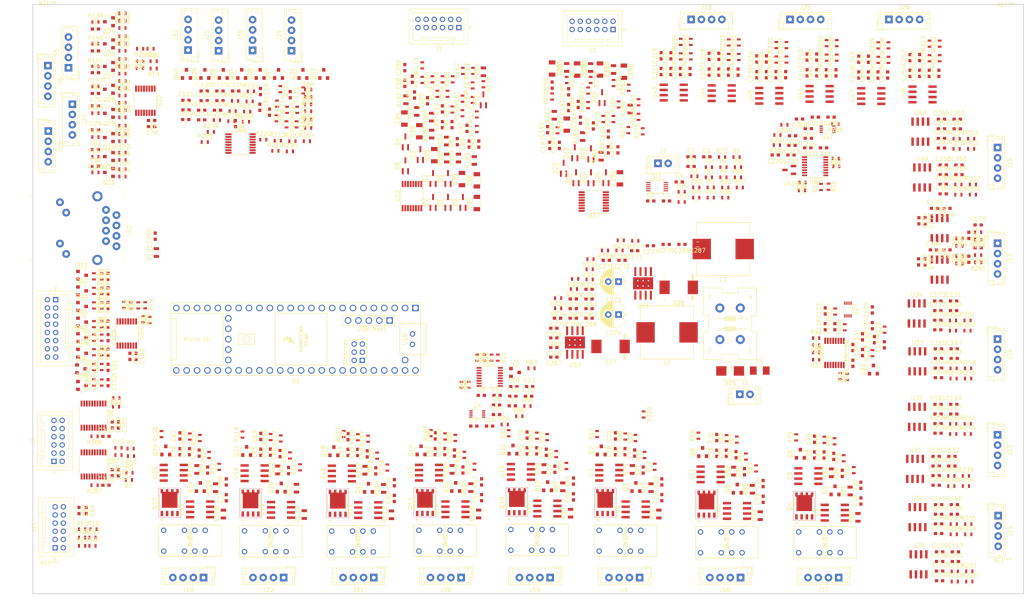
<source format=kicad_pcb>
(kicad_pcb (version 20171130) (host pcbnew 5.1.6-c6e7f7d~87~ubuntu16.04.1)
  (layers (0 F.Cu signal) (31 B.Cu signal) (34 B.Paste user hide) (35 F.Paste user hide) (36 B.SilkS user hide) (37 F.SilkS user) (38 B.Mask user hide) (39 F.Mask user) (44 Edge.Cuts user))
  (net 0 "")
  (net 1 "Net-(U1-Pad67)")
  (net 2 "Net-(U1-Pad66)")
  (net 3 "Net-(U1-Pad54)")
  (net 4 "Net-(U1-Pad53)")
  (net 5 GND)
  (net 6 +3V3)
  (net 7 /VBAT)
  (net 8 /LED)
  (net 9 /SDA3)
  (net 10 "Net-(U1-Pad20)")
  (net 11 /SCL3)
  (net 12 "Net-(U1-Pad21)")
  (net 13 "Net-(U1-Pad22)")
  (net 14 "Net-(U1-Pad23)")
  (net 15 "Net-(U1-Pad24)")
  (net 16 "Net-(U1-Pad25)")
  (net 17 "Net-(U1-Pad26)")
  (net 18 "Net-(U1-Pad27)")
  (net 19 "Net-(U1-Pad28)")
  (net 20 "Net-(U1-Pad29)")
  (net 21 "Net-(U1-Pad32)")
  (net 22 "Net-(U1-Pad11)")
  (net 23 "Net-(U1-Pad10)")
  (net 24 "Net-(U1-Pad9)")
  (net 25 "Net-(U1-Pad8)")
  (net 26 "Net-(U1-Pad7)")
  (net 27 "Net-(U1-Pad6)")
  (net 28 "Net-(U1-Pad5)")
  (net 29 "Net-(U1-Pad4)")
  (net 30 "Net-(U1-Pad3)")
  (net 31 "Net-(U1-Pad2)")
  (net 32 /SDA2)
  (net 33 /SCL2)
  (net 34 /SDA1)
  (net 35 /SCL1)
  (net 36 +5V)
  (net 37 "Net-(U1-Pad55)")
  (net 38 "Net-(U1-Pad56)")
  (net 39 "Net-(U1-Pad57)")
  (net 40 "Net-(U1-Pad58)")
  (net 41 "Net-(U1-Pad59)")
  (net 42 /VUSB)
  (net 43 /TX-)
  (net 44 /TX+)
  (net 45 /RX-)
  (net 46 /RX+)
  (net 47 /DIR1)
  (net 48 /DIR2)
  (net 49 /DIR3)
  (net 50 /DIR4)
  (net 51 /DIR5)
  (net 52 /DIR6)
  (net 53 /DIR7)
  (net 54 /MOSI2)
  (net 55 /SCK2)
  (net 56 /MISO1)
  (net 57 /~CS2~)
  (net 58 /MISO2)
  (net 59 /MOSI1)
  (net 60 /~CS1~)
  (net 61 /SCK1)
  (net 62 /T1)
  (net 63 /T2)
  (net 64 /T3)
  (net 65 /T4)
  (net 66 /analog-outputs-1/VREF)
  (net 67 "Net-(C23-Pad2)")
  (net 68 "Net-(C23-Pad1)")
  (net 69 "Net-(C30-Pad2)")
  (net 70 "Net-(C30-Pad1)")
  (net 71 "Net-(C37-Pad2)")
  (net 72 "Net-(C37-Pad1)")
  (net 73 "Net-(C44-Pad2)")
  (net 74 "Net-(C44-Pad1)")
  (net 75 "Net-(C51-Pad2)")
  (net 76 "Net-(C51-Pad1)")
  (net 77 "Net-(C58-Pad2)")
  (net 78 "Net-(C58-Pad1)")
  (net 79 "Net-(C65-Pad2)")
  (net 80 "Net-(C65-Pad1)")
  (net 81 "Net-(C72-Pad2)")
  (net 82 "Net-(C72-Pad1)")
  (net 83 /analog-inputs-2/AIN7)
  (net 84 /analog-inputs-2/AIN8)
  (net 85 /analog-inputs-2/AIN1)
  (net 86 /analog-inputs-2/AIN2)
  (net 87 /analog-inputs-2/AIN3)
  (net 88 /analog-inputs-2/AIN4)
  (net 89 /analog-inputs-2/AIN5)
  (net 90 /analog-inputs-2/AIN6)
  (net 91 /analog-inputs-2/G1)
  (net 92 /analog-inputs-2/G2)
  (net 93 /analog-inputs-2/G3)
  (net 94 /analog-inputs-2/G4)
  (net 95 /analog-inputs-2/G5)
  (net 96 /analog-inputs-2/G6)
  (net 97 "Net-(C100-Pad1)")
  (net 98 /digital-inputs/P7)
  (net 99 /digital-inputs/P8)
  (net 100 /digital-inputs/P1)
  (net 101 /digital-inputs/P2)
  (net 102 /digital-inputs/P3)
  (net 103 /digital-inputs/P4)
  (net 104 /digital-inputs/P5)
  (net 105 /digital-inputs/P6)
  (net 106 +24V)
  (net 107 /analog-outputs-2/VREF)
  (net 108 "Net-(C138-Pad2)")
  (net 109 "Net-(C139-Pad2)")
  (net 110 "Net-(C139-Pad1)")
  (net 111 /analog-outputs-2/VOUT1)
  (net 112 "Net-(C144-Pad2)")
  (net 113 "Net-(C145-Pad2)")
  (net 114 "Net-(C145-Pad1)")
  (net 115 /analog-outputs-2/VOUT2)
  (net 116 "Net-(C150-Pad2)")
  (net 117 "Net-(C151-Pad2)")
  (net 118 "Net-(C151-Pad1)")
  (net 119 /analog-outputs-2/VOUT3)
  (net 120 "Net-(C156-Pad2)")
  (net 121 "Net-(C157-Pad2)")
  (net 122 "Net-(C157-Pad1)")
  (net 123 /analog-outputs-2/VOUT4)
  (net 124 "Net-(C162-Pad2)")
  (net 125 "Net-(C163-Pad2)")
  (net 126 "Net-(C163-Pad1)")
  (net 127 /analog-outputs-2/VOUT5)
  (net 128 "Net-(C168-Pad2)")
  (net 129 "Net-(C169-Pad2)")
  (net 130 "Net-(C169-Pad1)")
  (net 131 /analog-outputs-2/VOUT6)
  (net 132 "Net-(C174-Pad2)")
  (net 133 "Net-(C175-Pad2)")
  (net 134 "Net-(C175-Pad1)")
  (net 135 /analog-outputs-2/VOUT7)
  (net 136 "Net-(C180-Pad2)")
  (net 137 "Net-(C181-Pad2)")
  (net 138 "Net-(C181-Pad1)")
  (net 139 /analog-outputs-2/VOUT8)
  (net 140 /analog-inputs-1/AIN7)
  (net 141 /analog-inputs-1/AIN8)
  (net 142 /analog-inputs-1/AIN1)
  (net 143 /analog-inputs-1/AIN2)
  (net 144 /analog-inputs-1/AIN3)
  (net 145 /analog-inputs-1/AIN4)
  (net 146 /analog-inputs-1/AIN5)
  (net 147 /analog-inputs-1/AIN6)
  (net 148 /analog-inputs-1/G1)
  (net 149 /analog-inputs-1/G2)
  (net 150 /analog-inputs-1/G3)
  (net 151 /analog-inputs-1/G4)
  (net 152 /analog-inputs-1/G5)
  (net 153 /analog-inputs-1/G6)
  (net 154 /analog-outputs-3/VREF)
  (net 155 "Net-(C219-Pad2)")
  (net 156 "Net-(C220-Pad2)")
  (net 157 "Net-(C220-Pad1)")
  (net 158 /analog-outputs-3/VOUT1)
  (net 159 "Net-(C225-Pad2)")
  (net 160 "Net-(C226-Pad2)")
  (net 161 "Net-(C226-Pad1)")
  (net 162 /analog-outputs-3/VOUT2)
  (net 163 "Net-(C231-Pad2)")
  (net 164 "Net-(C232-Pad2)")
  (net 165 "Net-(C232-Pad1)")
  (net 166 /analog-outputs-3/VOUT3)
  (net 167 "Net-(C237-Pad2)")
  (net 168 "Net-(C238-Pad2)")
  (net 169 "Net-(C238-Pad1)")
  (net 170 /analog-outputs-3/VOUT4)
  (net 171 "Net-(C243-Pad2)")
  (net 172 "Net-(C244-Pad2)")
  (net 173 "Net-(C244-Pad1)")
  (net 174 /analog-outputs-3/VOUT5)
  (net 175 "Net-(C249-Pad2)")
  (net 176 "Net-(C250-Pad2)")
  (net 177 "Net-(C250-Pad1)")
  (net 178 /analog-outputs-3/VOUT6)
  (net 179 "Net-(C255-Pad2)")
  (net 180 "Net-(C256-Pad2)")
  (net 181 "Net-(C256-Pad1)")
  (net 182 /analog-outputs-3/VOUT7)
  (net 183 "Net-(C261-Pad2)")
  (net 184 "Net-(C262-Pad2)")
  (net 185 "Net-(C262-Pad1)")
  (net 186 /analog-outputs-3/VOUT8)
  (net 187 /power-supply/+24Vf)
  (net 188 "Net-(C275-Pad2)")
  (net 189 "Net-(C275-Pad1)")
  (net 190 "Net-(C276-Pad2)")
  (net 191 "Net-(C276-Pad1)")
  (net 192 "Net-(C277-Pad2)")
  (net 193 "Net-(C278-Pad2)")
  (net 194 "Net-(C279-Pad2)")
  (net 195 "Net-(C280-Pad2)")
  (net 196 /digital-inputs/DIN7)
  (net 197 /digital-inputs/DIN8)
  (net 198 /digital-inputs/DIN1)
  (net 199 /digital-inputs/DIN2)
  (net 200 /digital-inputs/DIN3)
  (net 201 /digital-inputs/DIN4)
  (net 202 /digital-inputs/DIN5)
  (net 203 /digital-inputs/DIN6)
  (net 204 "Net-(D25-Pad1)")
  (net 205 GNDPWR)
  (net 206 /T1A)
  (net 207 /T2A)
  (net 208 /T3A)
  (net 209 /T4A)
  (net 210 /T5A)
  (net 211 /T6A)
  (net 212 /T1B)
  (net 213 /T2B)
  (net 214 /T3B)
  (net 215 /T4B)
  (net 216 /T5B)
  (net 217 /T6B)
  (net 218 /DOUT1)
  (net 219 /DOUT2)
  (net 220 /DOUT3)
  (net 221 /DOUT4)
  (net 222 /DOUT5)
  (net 223 /DOUT6)
  (net 224 /DOUT7)
  (net 225 /DOUT8)
  (net 226 /DOUT9)
  (net 227 /DOUT10)
  (net 228 /DOUT11)
  (net 229 /DOUT12)
  (net 230 /DOUT13)
  (net 231 /DOUT14)
  (net 232 /DOUT15)
  (net 233 /DOUT16)
  (net 234 /analog-outputs-1/A01+)
  (net 235 /analog-outputs-1/A02+)
  (net 236 /analog-outputs-1/A03+)
  (net 237 /analog-outputs-1/A04+)
  (net 238 /analog-outputs-1/A05+)
  (net 239 /analog-outputs-1/A06+)
  (net 240 /analog-outputs-1/A01-)
  (net 241 /analog-outputs-1/A02-)
  (net 242 /analog-outputs-1/A03-)
  (net 243 /analog-outputs-1/A04-)
  (net 244 /analog-outputs-1/A05-)
  (net 245 /analog-outputs-1/A06-)
  (net 246 /DY_A1)
  (net 247 /DY_A0)
  (net 248 /DY_A2)
  (net 249 "Net-(J12-PadL1)")
  (net 250 "Net-(J12-PadL2)")
  (net 251 "Net-(J12-PadR6)")
  (net 252 "Net-(J12-PadR5)")
  (net 253 "Net-(J12-PadR4)")
  (net 254 "Net-(J12-PadR3)")
  (net 255 "Net-(K1-Pad1)")
  (net 256 /analog-outputs-1/current-source-1/VPOS)
  (net 257 "Net-(K1-Pad12)")
  (net 258 "Net-(K2-Pad1)")
  (net 259 /analog-outputs-1/current-source-2/VPOS)
  (net 260 "Net-(K2-Pad12)")
  (net 261 "Net-(K3-Pad1)")
  (net 262 /analog-outputs-1/current-source-3/VPOS)
  (net 263 "Net-(K3-Pad12)")
  (net 264 "Net-(K4-Pad1)")
  (net 265 /analog-outputs-1/current-source-4/VPOS)
  (net 266 "Net-(K4-Pad12)")
  (net 267 "Net-(K5-Pad1)")
  (net 268 /analog-outputs-1/current-source-5/VPOS)
  (net 269 "Net-(K5-Pad12)")
  (net 270 "Net-(K6-Pad1)")
  (net 271 /analog-outputs-1/current-source-6/VPOS)
  (net 272 "Net-(K6-Pad12)")
  (net 273 "Net-(K7-Pad1)")
  (net 274 /analog-outputs-1/current-source-spare-1/VPOS)
  (net 275 "Net-(K7-Pad12)")
  (net 276 "Net-(K8-Pad1)")
  (net 277 /analog-outputs-1/current-source-spare-2/VPOS)
  (net 278 "Net-(K8-Pad12)")
  (net 279 "Net-(Q1-Pad5)")
  (net 280 "Net-(Q1-Pad4)")
  (net 281 "Net-(Q1-Pad1)")
  (net 282 "Net-(Q3-Pad3)")
  (net 283 "Net-(Q4-Pad5)")
  (net 284 "Net-(Q4-Pad4)")
  (net 285 "Net-(Q4-Pad1)")
  (net 286 "Net-(Q6-Pad3)")
  (net 287 "Net-(Q7-Pad5)")
  (net 288 "Net-(Q7-Pad4)")
  (net 289 "Net-(Q7-Pad1)")
  (net 290 "Net-(Q9-Pad3)")
  (net 291 "Net-(Q10-Pad5)")
  (net 292 "Net-(Q10-Pad4)")
  (net 293 "Net-(Q10-Pad1)")
  (net 294 "Net-(Q12-Pad3)")
  (net 295 "Net-(Q13-Pad5)")
  (net 296 "Net-(Q13-Pad4)")
  (net 297 "Net-(Q13-Pad1)")
  (net 298 "Net-(Q15-Pad3)")
  (net 299 "Net-(Q16-Pad5)")
  (net 300 "Net-(Q16-Pad4)")
  (net 301 "Net-(Q16-Pad1)")
  (net 302 "Net-(Q18-Pad3)")
  (net 303 "Net-(Q19-Pad5)")
  (net 304 "Net-(Q19-Pad4)")
  (net 305 "Net-(Q19-Pad1)")
  (net 306 "Net-(Q21-Pad3)")
  (net 307 "Net-(Q22-Pad5)")
  (net 308 "Net-(Q22-Pad4)")
  (net 309 "Net-(Q22-Pad1)")
  (net 310 /analog-outputs-1/POL8)
  (net 311 "Net-(Q24-Pad3)")
  (net 312 "Net-(Q25-Pad1)")
  (net 313 "Net-(Q25-Pad2)")
  (net 314 "Net-(Q26-Pad1)")
  (net 315 "Net-(Q26-Pad2)")
  (net 316 "Net-(Q27-Pad1)")
  (net 317 "Net-(Q27-Pad2)")
  (net 318 "Net-(Q28-Pad1)")
  (net 319 "Net-(Q28-Pad2)")
  (net 320 "Net-(Q29-Pad1)")
  (net 321 "Net-(Q29-Pad2)")
  (net 322 "Net-(Q30-Pad1)")
  (net 323 "Net-(Q30-Pad2)")
  (net 324 "Net-(Q31-Pad1)")
  (net 325 "Net-(Q31-Pad3)")
  (net 326 "Net-(Q32-Pad1)")
  (net 327 "Net-(Q32-Pad3)")
  (net 328 "Net-(Q33-Pad1)")
  (net 329 "Net-(Q33-Pad3)")
  (net 330 "Net-(Q34-Pad1)")
  (net 331 "Net-(Q34-Pad3)")
  (net 332 "Net-(Q35-Pad1)")
  (net 333 "Net-(Q35-Pad3)")
  (net 334 "Net-(Q36-Pad1)")
  (net 335 "Net-(Q36-Pad3)")
  (net 336 "Net-(Q37-Pad1)")
  (net 337 "Net-(Q37-Pad3)")
  (net 338 "Net-(Q38-Pad1)")
  (net 339 "Net-(Q38-Pad3)")
  (net 340 "Net-(Q39-Pad1)")
  (net 341 "Net-(Q39-Pad3)")
  (net 342 "Net-(Q40-Pad1)")
  (net 343 "Net-(Q40-Pad3)")
  (net 344 /DP1_A1)
  (net 345 /DP1_A0)
  (net 346 /DP2_A1)
  (net 347 /DP2_A0)
  (net 348 /DO1_A0)
  (net 349 /AO1_A0)
  (net 350 "Net-(R23-Pad1)")
  (net 351 /DO1_A1)
  (net 352 /AO1_A1)
  (net 353 /DO1_A2)
  (net 354 /AO1_A2)
  (net 355 "Net-(R33-Pad1)")
  (net 356 /DO2_A0)
  (net 357 /AO2_A0)
  (net 358 /DO2_A1)
  (net 359 /AO2_A1)
  (net 360 /DO2_A2)
  (net 361 /AO2_A2)
  (net 362 "Net-(R47-Pad1)")
  (net 363 /DI1_A0)
  (net 364 /AO3_A0)
  (net 365 /DI1_A1)
  (net 366 /AO3_A1)
  (net 367 "Net-(R57-Pad1)")
  (net 368 /DI1_A2)
  (net 369 /AO3_A2)
  (net 370 "Net-(R65-Pad2)")
  (net 371 "Net-(R66-Pad2)")
  (net 372 /digital-outputs-1/P1)
  (net 373 /digital-outputs-1/P2)
  (net 374 /digital-outputs-1/P3)
  (net 375 /digital-outputs-1/P4)
  (net 376 /digital-outputs-1/P5)
  (net 377 /digital-outputs-1/P6)
  (net 378 /digital-outputs-1/P7)
  (net 379 /digital-outputs-1/P8)
  (net 380 /AIN_12V)
  (net 381 /AIN_24V)
  (net 382 /digital-outputs-2/P1)
  (net 383 /digital-outputs-2/P5)
  (net 384 /digital-outputs-2/P2)
  (net 385 /digital-outputs-2/P6)
  (net 386 /digital-outputs-2/P3)
  (net 387 /digital-outputs-2/P4)
  (net 388 /digital-outputs-2/P7)
  (net 389 /digital-outputs-2/P8)
  (net 390 "Net-(R228-Pad2)")
  (net 391 "Net-(R229-Pad2)")
  (net 392 /AIN_3V3)
  (net 393 /AIN_5V)
  (net 394 "Net-(R286-Pad2)")
  (net 395 "Net-(R287-Pad2)")
  (net 396 "Net-(R290-Pad2)")
  (net 397 "Net-(R291-Pad2)")
  (net 398 "Net-(R324-Pad2)")
  (net 399 "Net-(R326-Pad2)")
  (net 400 "Net-(R328-Pad1)")
  (net 401 "Net-(R329-Pad1)")
  (net 402 "Net-(R332-Pad2)")
  (net 403 "Net-(R334-Pad2)")
  (net 404 "Net-(U2-Pad2)")
  (net 405 /analog-outputs-1/VDAC1)
  (net 406 /analog-outputs-1/VDAC2)
  (net 407 /analog-outputs-1/VDAC3)
  (net 408 /analog-outputs-1/VDAC4)
  (net 409 /analog-outputs-1/VDAC5)
  (net 410 /analog-outputs-1/VDAC6)
  (net 411 /analog-outputs-1/VDAC7)
  (net 412 /analog-outputs-1/VDAC8)
  (net 413 "Net-(U6-Pad8)")
  (net 414 "Net-(U6-Pad5)")
  (net 415 "Net-(U6-Pad1)")
  (net 416 "Net-(U7-Pad8)")
  (net 417 "Net-(U7-Pad5)")
  (net 418 "Net-(U7-Pad1)")
  (net 419 "Net-(U8-Pad8)")
  (net 420 "Net-(U8-Pad5)")
  (net 421 "Net-(U8-Pad1)")
  (net 422 "Net-(U9-Pad8)")
  (net 423 "Net-(U9-Pad5)")
  (net 424 "Net-(U9-Pad1)")
  (net 425 "Net-(U10-Pad8)")
  (net 426 "Net-(U10-Pad5)")
  (net 427 "Net-(U10-Pad1)")
  (net 428 "Net-(U11-Pad8)")
  (net 429 "Net-(U11-Pad5)")
  (net 430 "Net-(U11-Pad1)")
  (net 431 "Net-(U12-Pad8)")
  (net 432 "Net-(U12-Pad5)")
  (net 433 "Net-(U12-Pad1)")
  (net 434 "Net-(U13-Pad8)")
  (net 435 "Net-(U13-Pad5)")
  (net 436 "Net-(U13-Pad1)")
  (net 437 "Net-(U14-Pad8)")
  (net 438 "Net-(U14-Pad5)")
  (net 439 "Net-(U14-Pad1)")
  (net 440 "Net-(U15-Pad8)")
  (net 441 "Net-(U15-Pad5)")
  (net 442 "Net-(U15-Pad1)")
  (net 443 "Net-(U16-Pad8)")
  (net 444 "Net-(U16-Pad5)")
  (net 445 "Net-(U16-Pad1)")
  (net 446 "Net-(U17-Pad8)")
  (net 447 "Net-(U17-Pad5)")
  (net 448 "Net-(U17-Pad1)")
  (net 449 "Net-(U18-Pad8)")
  (net 450 "Net-(U18-Pad5)")
  (net 451 "Net-(U18-Pad1)")
  (net 452 "Net-(U19-Pad8)")
  (net 453 "Net-(U19-Pad5)")
  (net 454 "Net-(U19-Pad1)")
  (net 455 "Net-(U20-Pad8)")
  (net 456 "Net-(U20-Pad5)")
  (net 457 "Net-(U20-Pad1)")
  (net 458 "Net-(U21-Pad8)")
  (net 459 "Net-(U21-Pad5)")
  (net 460 "Net-(U21-Pad1)")
  (net 461 "Net-(U22-Pad13)")
  (net 462 "Net-(U24-Pad13)")
  (net 463 "Net-(U25-Pad13)")
  (net 464 /analog-outputs-2/VDAC1)
  (net 465 /analog-outputs-2/VDAC2)
  (net 466 /analog-outputs-2/VDAC3)
  (net 467 /analog-outputs-2/VDAC4)
  (net 468 /analog-outputs-2/VDAC5)
  (net 469 /analog-outputs-2/VDAC6)
  (net 470 /analog-outputs-2/VDAC7)
  (net 471 /analog-outputs-2/VDAC8)
  (net 472 "Net-(U29-Pad8)")
  (net 473 "Net-(U29-Pad5)")
  (net 474 "Net-(U29-Pad1)")
  (net 475 "Net-(U30-Pad8)")
  (net 476 "Net-(U30-Pad5)")
  (net 477 "Net-(U30-Pad1)")
  (net 478 "Net-(U31-Pad8)")
  (net 479 "Net-(U31-Pad5)")
  (net 480 "Net-(U31-Pad1)")
  (net 481 "Net-(U32-Pad8)")
  (net 482 "Net-(U32-Pad5)")
  (net 483 "Net-(U32-Pad1)")
  (net 484 "Net-(U33-Pad8)")
  (net 485 "Net-(U33-Pad5)")
  (net 486 "Net-(U33-Pad1)")
  (net 487 "Net-(U34-Pad8)")
  (net 488 "Net-(U34-Pad5)")
  (net 489 "Net-(U34-Pad1)")
  (net 490 "Net-(U35-Pad8)")
  (net 491 "Net-(U35-Pad5)")
  (net 492 "Net-(U35-Pad1)")
  (net 493 "Net-(U36-Pad8)")
  (net 494 "Net-(U36-Pad5)")
  (net 495 "Net-(U36-Pad1)")
  (net 496 "Net-(U38-Pad1)")
  (net 497 "Net-(U38-Pad2)")
  (net 498 "Net-(U38-Pad3)")
  (net 499 "Net-(U38-Pad10)")
  (net 500 "Net-(U38-Pad11)")
  (net 501 "Net-(U38-Pad14)")
  (net 502 "Net-(U38-Pad20)")
  (net 503 "Net-(U39-Pad1)")
  (net 504 "Net-(U39-Pad2)")
  (net 505 "Net-(U39-Pad3)")
  (net 506 "Net-(U39-Pad10)")
  (net 507 "Net-(U39-Pad11)")
  (net 508 "Net-(U39-Pad14)")
  (net 509 "Net-(U39-Pad20)")
  (net 510 /analog-outputs-3/VDAC1)
  (net 511 /analog-outputs-3/VDAC2)
  (net 512 /analog-outputs-3/VDAC3)
  (net 513 /analog-outputs-3/VDAC4)
  (net 514 /analog-outputs-3/VDAC5)
  (net 515 /analog-outputs-3/VDAC6)
  (net 516 /analog-outputs-3/VDAC7)
  (net 517 /analog-outputs-3/VDAC8)
  (net 518 "Net-(U43-Pad8)")
  (net 519 "Net-(U43-Pad5)")
  (net 520 "Net-(U43-Pad1)")
  (net 521 "Net-(U44-Pad8)")
  (net 522 "Net-(U44-Pad5)")
  (net 523 "Net-(U44-Pad1)")
  (net 524 "Net-(U45-Pad8)")
  (net 525 "Net-(U45-Pad5)")
  (net 526 "Net-(U45-Pad1)")
  (net 527 "Net-(U46-Pad8)")
  (net 528 "Net-(U46-Pad5)")
  (net 529 "Net-(U46-Pad1)")
  (net 530 "Net-(U47-Pad8)")
  (net 531 "Net-(U47-Pad5)")
  (net 532 "Net-(U47-Pad1)")
  (net 533 "Net-(U48-Pad8)")
  (net 534 "Net-(U48-Pad5)")
  (net 535 "Net-(U48-Pad1)")
  (net 536 "Net-(U49-Pad8)")
  (net 537 "Net-(U49-Pad5)")
  (net 538 "Net-(U49-Pad1)")
  (net 539 "Net-(U50-Pad8)")
  (net 540 "Net-(U50-Pad5)")
  (net 541 "Net-(U50-Pad1)")
  (net 542 VDC)
  (net 543 /analog-outputs-1/A08+)
  (net 544 /analog-outputs-1/A08-)
  (net 545 /analog-outputs-1/A07+)
  (net 546 /analog-outputs-1/A07-)
  (module Mounting_Holes:MountingHole_3.2mm_M3_ISO7380 (layer F.Cu) (at 136.59 139.59)
    (fp_text reference REF** (at 0 -3.85) (layer F.SilkS))
    (fp_text value MountingHole_3.2mm_M3_ISO7380)
    (pad 1 np_thru_hole circle (at 0 0) (size 3.2 3.2) (drill 3.2) (layers *.Cu *.Mask))
  )
  (module Mounting_Holes:MountingHole_3.2mm_M3_ISO7380 (layer F.Cu) (at 136.87 276.45)
    (fp_text reference REF** (at 0 -3.85) (layer F.SilkS))
    (fp_text value MountingHole_3.2mm_M3_ISO7380)
    (pad 1 np_thru_hole circle (at 0 0) (size 3.2 3.2) (drill 3.2) (layers *.Cu *.Mask))
  )
  (module Mounting_Holes:MountingHole_3.2mm_M3_ISO7380 (layer F.Cu) (at 369.84 275.77)
    (fp_text reference REF** (at 0 -3.85) (layer F.SilkS))
    (fp_text value MountingHole_3.2mm_M3_ISO7380)
    (pad 1 np_thru_hole circle (at 0 0) (size 3.2 3.2) (drill 3.2) (layers *.Cu *.Mask))
  )
  (module Mounting_Holes:MountingHole_3.2mm_M3_ISO7380 (layer F.Cu) (at 370.6 139.95)
    (fp_text reference REF** (at 0 -3.85) (layer F.SilkS))
    (fp_text value MountingHole_3.2mm_M3_ISO7380)
    (pad 1 np_thru_hole circle (at 0 0) (size 3.2 3.2) (drill 3.2) (layers *.Cu *.Mask))
  )
  (module Connectors_JST:JST_EH_B04B-EH-A_04x2.50mm_Straight (layer F.Cu) (at 170.92 147.14 90)
    (fp_text reference J32 (at 3.75 -3 90) (layer F.SilkS))
    (fp_text value Conn_02x02_Odd_Even)
    (pad 1 thru_hole rect (at 0 0 90) (size 1.85 1.85) (drill 0.9) (layers *.Cu *.Mask) (net 232 /DOUT15))
    (pad 2 thru_hole circle (at 2.5 0 90) (size 1.85 1.85) (drill 0.9) (layers *.Cu *.Mask) (net 5 GND))
    (pad 3 thru_hole circle (at 5 0 90) (size 1.85 1.85) (drill 0.9) (layers *.Cu *.Mask) (net 233 /DOUT16))
    (pad 4 thru_hole circle (at 7.5 0 90) (size 1.85 1.85) (drill 0.9) (layers *.Cu *.Mask) (net 5 GND))
  )
  (module Connectors_JST:JST_EH_B04B-EH-A_04x2.50mm_Straight (layer F.Cu) (at 178.39 147.3 90)
    (fp_text reference J31 (at 3.75 -3 90) (layer F.SilkS))
    (fp_text value Conn_02x02_Odd_Even)
    (pad 1 thru_hole rect (at 0 0 90) (size 1.85 1.85) (drill 0.9) (layers *.Cu *.Mask) (net 230 /DOUT13))
    (pad 2 thru_hole circle (at 2.5 0 90) (size 1.85 1.85) (drill 0.9) (layers *.Cu *.Mask) (net 5 GND))
    (pad 3 thru_hole circle (at 5 0 90) (size 1.85 1.85) (drill 0.9) (layers *.Cu *.Mask) (net 231 /DOUT14))
    (pad 4 thru_hole circle (at 7.5 0 90) (size 1.85 1.85) (drill 0.9) (layers *.Cu *.Mask) (net 5 GND))
  )
  (module Connectors_JST:JST_EH_B04B-EH-A_04x2.50mm_Straight (layer F.Cu) (at 186.68 147.21 90)
    (fp_text reference J30 (at 3.75 -3 90) (layer F.SilkS))
    (fp_text value Conn_02x02_Odd_Even)
    (pad 1 thru_hole rect (at 0 0 90) (size 1.85 1.85) (drill 0.9) (layers *.Cu *.Mask) (net 228 /DOUT11))
    (pad 2 thru_hole circle (at 2.5 0 90) (size 1.85 1.85) (drill 0.9) (layers *.Cu *.Mask) (net 5 GND))
    (pad 3 thru_hole circle (at 5 0 90) (size 1.85 1.85) (drill 0.9) (layers *.Cu *.Mask) (net 229 /DOUT12))
    (pad 4 thru_hole circle (at 7.5 0 90) (size 1.85 1.85) (drill 0.9) (layers *.Cu *.Mask) (net 5 GND))
  )
  (module Connectors_JST:JST_EH_B04B-EH-A_04x2.50mm_Straight (layer F.Cu) (at 196.19 147.29 90)
    (fp_text reference J29 (at 3.75 -3 90) (layer F.SilkS))
    (fp_text value Conn_02x02_Odd_Even)
    (pad 1 thru_hole rect (at 0 0 90) (size 1.85 1.85) (drill 0.9) (layers *.Cu *.Mask) (net 226 /DOUT9))
    (pad 2 thru_hole circle (at 2.5 0 90) (size 1.85 1.85) (drill 0.9) (layers *.Cu *.Mask) (net 5 GND))
    (pad 3 thru_hole circle (at 5 0 90) (size 1.85 1.85) (drill 0.9) (layers *.Cu *.Mask) (net 227 /DOUT10))
    (pad 4 thru_hole circle (at 7.5 0 90) (size 1.85 1.85) (drill 0.9) (layers *.Cu *.Mask) (net 5 GND))
  )
  (module Connectors_JST:JST_EH_B04B-EH-A_04x2.50mm_Straight (layer F.Cu) (at 136.78 166.93 270)
    (fp_text reference J28 (at 3.75 -3 90) (layer F.SilkS))
    (fp_text value Conn_02x02_Odd_Even)
    (pad 1 thru_hole rect (at 0 0 270) (size 1.85 1.85) (drill 0.9) (layers *.Cu *.Mask) (net 224 /DOUT7))
    (pad 2 thru_hole circle (at 2.5 0 270) (size 1.85 1.85) (drill 0.9) (layers *.Cu *.Mask) (net 5 GND))
    (pad 3 thru_hole circle (at 5 0 270) (size 1.85 1.85) (drill 0.9) (layers *.Cu *.Mask) (net 225 /DOUT8))
    (pad 4 thru_hole circle (at 7.5 0 270) (size 1.85 1.85) (drill 0.9) (layers *.Cu *.Mask) (net 5 GND))
  )
  (module Connectors_JST:JST_EH_B04B-EH-A_04x2.50mm_Straight (layer F.Cu) (at 142.66 160.37 270)
    (fp_text reference J27 (at 3.75 -3 90) (layer F.SilkS))
    (fp_text value Conn_02x02_Odd_Even)
    (pad 1 thru_hole rect (at 0 0 270) (size 1.85 1.85) (drill 0.9) (layers *.Cu *.Mask) (net 222 /DOUT5))
    (pad 2 thru_hole circle (at 2.5 0 270) (size 1.85 1.85) (drill 0.9) (layers *.Cu *.Mask) (net 5 GND))
    (pad 3 thru_hole circle (at 5 0 270) (size 1.85 1.85) (drill 0.9) (layers *.Cu *.Mask) (net 223 /DOUT6))
    (pad 4 thru_hole circle (at 7.5 0 270) (size 1.85 1.85) (drill 0.9) (layers *.Cu *.Mask) (net 5 GND))
  )
  (module Connectors_JST:JST_EH_B04B-EH-A_04x2.50mm_Straight (layer F.Cu) (at 136.69 150.94 270)
    (fp_text reference J6 (at 3.75 -3 90) (layer F.SilkS))
    (fp_text value Conn_02x02_Odd_Even)
    (pad 1 thru_hole rect (at 0 0 270) (size 1.85 1.85) (drill 0.9) (layers *.Cu *.Mask) (net 220 /DOUT3))
    (pad 2 thru_hole circle (at 2.5 0 270) (size 1.85 1.85) (drill 0.9) (layers *.Cu *.Mask) (net 5 GND))
    (pad 3 thru_hole circle (at 5 0 270) (size 1.85 1.85) (drill 0.9) (layers *.Cu *.Mask) (net 221 /DOUT4))
    (pad 4 thru_hole circle (at 7.5 0 270) (size 1.85 1.85) (drill 0.9) (layers *.Cu *.Mask) (net 5 GND))
  )
  (module Connectors_JST:JST_EH_B04B-EH-A_04x2.50mm_Straight (layer F.Cu) (at 141.71 151.45 90)
    (fp_text reference J5 (at 3.75 -3 90) (layer F.SilkS))
    (fp_text value Conn_02x02_Odd_Even)
    (pad 1 thru_hole rect (at 0 0 90) (size 1.85 1.85) (drill 0.9) (layers *.Cu *.Mask) (net 218 /DOUT1))
    (pad 2 thru_hole circle (at 2.5 0 90) (size 1.85 1.85) (drill 0.9) (layers *.Cu *.Mask) (net 5 GND))
    (pad 3 thru_hole circle (at 5 0 90) (size 1.85 1.85) (drill 0.9) (layers *.Cu *.Mask) (net 219 /DOUT2))
    (pad 4 thru_hole circle (at 7.5 0 90) (size 1.85 1.85) (drill 0.9) (layers *.Cu *.Mask) (net 5 GND))
  )
  (module Connectors_JST:JST_EH_B04B-EH-A_04x2.50mm_Straight (layer F.Cu) (at 342.09 139.65)
    (fp_text reference J26 (at 3.75 -3) (layer F.SilkS))
    (fp_text value Conn_02x02_Odd_Even)
    (pad 1 thru_hole rect (at 0 0) (size 1.85 1.85) (drill 0.9) (layers *.Cu *.Mask) (net 174 /analog-outputs-3/VOUT5))
    (pad 2 thru_hole circle (at 2.5 0) (size 1.85 1.85) (drill 0.9) (layers *.Cu *.Mask) (net 5 GND))
    (pad 3 thru_hole circle (at 5 0) (size 1.85 1.85) (drill 0.9) (layers *.Cu *.Mask) (net 178 /analog-outputs-3/VOUT6))
    (pad 4 thru_hole circle (at 7.5 0) (size 1.85 1.85) (drill 0.9) (layers *.Cu *.Mask) (net 5 GND))
  )
  (module Connectors_JST:JST_EH_B04B-EH-A_04x2.50mm_Straight (layer F.Cu) (at 317.94 139.65)
    (fp_text reference J25 (at 3.75 -3) (layer F.SilkS))
    (fp_text value Conn_02x02_Odd_Even)
    (pad 1 thru_hole rect (at 0 0) (size 1.85 1.85) (drill 0.9) (layers *.Cu *.Mask) (net 166 /analog-outputs-3/VOUT3))
    (pad 2 thru_hole circle (at 2.5 0) (size 1.85 1.85) (drill 0.9) (layers *.Cu *.Mask) (net 5 GND))
    (pad 3 thru_hole circle (at 5 0) (size 1.85 1.85) (drill 0.9) (layers *.Cu *.Mask) (net 170 /analog-outputs-3/VOUT4))
    (pad 4 thru_hole circle (at 7.5 0) (size 1.85 1.85) (drill 0.9) (layers *.Cu *.Mask) (net 5 GND))
  )
  (module Connectors_JST:JST_EH_B04B-EH-A_04x2.50mm_Straight (layer F.Cu) (at 293.79 139.65)
    (fp_text reference J16 (at 3.75 -3) (layer F.SilkS))
    (fp_text value Conn_02x02_Odd_Even)
    (pad 1 thru_hole rect (at 0 0) (size 1.85 1.85) (drill 0.9) (layers *.Cu *.Mask) (net 158 /analog-outputs-3/VOUT1))
    (pad 2 thru_hole circle (at 2.5 0) (size 1.85 1.85) (drill 0.9) (layers *.Cu *.Mask) (net 5 GND))
    (pad 3 thru_hole circle (at 5 0) (size 1.85 1.85) (drill 0.9) (layers *.Cu *.Mask) (net 162 /analog-outputs-3/VOUT2))
    (pad 4 thru_hole circle (at 7.5 0) (size 1.85 1.85) (drill 0.9) (layers *.Cu *.Mask) (net 5 GND))
  )
  (module Connectors_JST:JST_EH_B04B-EH-A_04x2.50mm_Straight (layer F.Cu) (at 368.63 217.775 270)
    (fp_text reference J24 (at 3.75 -3 90) (layer F.SilkS))
    (fp_text value Conn_02x02_Odd_Even)
    (pad 1 thru_hole rect (at 0 0 270) (size 1.85 1.85) (drill 0.9) (layers *.Cu *.Mask) (net 127 /analog-outputs-2/VOUT5))
    (pad 2 thru_hole circle (at 2.5 0 270) (size 1.85 1.85) (drill 0.9) (layers *.Cu *.Mask) (net 5 GND))
    (pad 3 thru_hole circle (at 5 0 270) (size 1.85 1.85) (drill 0.9) (layers *.Cu *.Mask) (net 131 /analog-outputs-2/VOUT6))
    (pad 4 thru_hole circle (at 7.5 0 270) (size 1.85 1.85) (drill 0.9) (layers *.Cu *.Mask) (net 5 GND))
  )
  (module Connectors_JST:JST_EH_B04B-EH-A_04x2.50mm_Straight (layer F.Cu) (at 368.63 241.1825 270)
    (fp_text reference J23 (at 3.75 -3 90) (layer F.SilkS))
    (fp_text value Conn_02x02_Odd_Even)
    (pad 1 thru_hole rect (at 0 0 270) (size 1.85 1.85) (drill 0.9) (layers *.Cu *.Mask) (net 119 /analog-outputs-2/VOUT3))
    (pad 2 thru_hole circle (at 2.5 0 270) (size 1.85 1.85) (drill 0.9) (layers *.Cu *.Mask) (net 5 GND))
    (pad 3 thru_hole circle (at 5 0 270) (size 1.85 1.85) (drill 0.9) (layers *.Cu *.Mask) (net 123 /analog-outputs-2/VOUT4))
    (pad 4 thru_hole circle (at 7.5 0 270) (size 1.85 1.85) (drill 0.9) (layers *.Cu *.Mask) (net 5 GND))
  )
  (module Connectors_JST:JST_EH_B04B-EH-A_04x2.50mm_Straight (layer F.Cu) (at 368.78 260.93 270)
    (fp_text reference J14 (at 3.75 -3 90) (layer F.SilkS))
    (fp_text value Conn_02x02_Odd_Even)
    (pad 1 thru_hole rect (at 0 0 270) (size 1.85 1.85) (drill 0.9) (layers *.Cu *.Mask) (net 111 /analog-outputs-2/VOUT1))
    (pad 2 thru_hole circle (at 2.5 0 270) (size 1.85 1.85) (drill 0.9) (layers *.Cu *.Mask) (net 5 GND))
    (pad 3 thru_hole circle (at 5 0 270) (size 1.85 1.85) (drill 0.9) (layers *.Cu *.Mask) (net 115 /analog-outputs-2/VOUT2))
    (pad 4 thru_hole circle (at 7.5 0 270) (size 1.85 1.85) (drill 0.9) (layers *.Cu *.Mask) (net 5 GND))
  )
  (module Connectors_JST:JST_EH_B04B-EH-A_04x2.50mm_Straight (layer F.Cu) (at 194.28 276.07 180)
    (fp_text reference J22 (at 3.75 -3) (layer F.SilkS))
    (fp_text value Conn_02x02_Odd_Even)
    (pad 1 thru_hole rect (at 0 0 180) (size 1.85 1.85) (drill 0.9) (layers *.Cu *.Mask) (net 545 /analog-outputs-1/A07+))
    (pad 2 thru_hole circle (at 2.5 0 180) (size 1.85 1.85) (drill 0.9) (layers *.Cu *.Mask) (net 546 /analog-outputs-1/A07-))
    (pad 3 thru_hole circle (at 5 0 180) (size 1.85 1.85) (drill 0.9) (layers *.Cu *.Mask) (net 545 /analog-outputs-1/A07+))
    (pad 4 thru_hole circle (at 7.5 0 180) (size 1.85 1.85) (drill 0.9) (layers *.Cu *.Mask) (net 546 /analog-outputs-1/A07-))
  )
  (module Connectors_JST:JST_EH_B04B-EH-A_04x2.50mm_Straight (layer F.Cu) (at 216.28 276.07 180)
    (fp_text reference J21 (at 3.75 -3) (layer F.SilkS))
    (fp_text value Conn_02x02_Odd_Even)
    (pad 1 thru_hole rect (at 0 0 180) (size 1.85 1.85) (drill 0.9) (layers *.Cu *.Mask) (net 239 /analog-outputs-1/A06+))
    (pad 2 thru_hole circle (at 2.5 0 180) (size 1.85 1.85) (drill 0.9) (layers *.Cu *.Mask) (net 245 /analog-outputs-1/A06-))
    (pad 3 thru_hole circle (at 5 0 180) (size 1.85 1.85) (drill 0.9) (layers *.Cu *.Mask) (net 239 /analog-outputs-1/A06+))
    (pad 4 thru_hole circle (at 7.5 0 180) (size 1.85 1.85) (drill 0.9) (layers *.Cu *.Mask) (net 245 /analog-outputs-1/A06-))
  )
  (module Connectors_JST:JST_EH_B04B-EH-A_04x2.50mm_Straight (layer F.Cu) (at 237.62 276.07 180)
    (fp_text reference J20 (at 3.75 -3) (layer F.SilkS))
    (fp_text value Conn_02x02_Odd_Even)
    (pad 1 thru_hole rect (at 0 0 180) (size 1.85 1.85) (drill 0.9) (layers *.Cu *.Mask) (net 238 /analog-outputs-1/A05+))
    (pad 2 thru_hole circle (at 2.5 0 180) (size 1.85 1.85) (drill 0.9) (layers *.Cu *.Mask) (net 244 /analog-outputs-1/A05-))
    (pad 3 thru_hole circle (at 5 0 180) (size 1.85 1.85) (drill 0.9) (layers *.Cu *.Mask) (net 238 /analog-outputs-1/A05+))
    (pad 4 thru_hole circle (at 7.5 0 180) (size 1.85 1.85) (drill 0.9) (layers *.Cu *.Mask) (net 244 /analog-outputs-1/A05-))
  )
  (module Connectors_JST:JST_EH_B04B-EH-A_04x2.50mm_Straight (layer F.Cu) (at 259.36 276.07 180)
    (fp_text reference J19 (at 3.75 -3) (layer F.SilkS))
    (fp_text value Conn_02x02_Odd_Even)
    (pad 1 thru_hole rect (at 0 0 180) (size 1.85 1.85) (drill 0.9) (layers *.Cu *.Mask) (net 237 /analog-outputs-1/A04+))
    (pad 2 thru_hole circle (at 2.5 0 180) (size 1.85 1.85) (drill 0.9) (layers *.Cu *.Mask) (net 243 /analog-outputs-1/A04-))
    (pad 3 thru_hole circle (at 5 0 180) (size 1.85 1.85) (drill 0.9) (layers *.Cu *.Mask) (net 237 /analog-outputs-1/A04+))
    (pad 4 thru_hole circle (at 7.5 0 180) (size 1.85 1.85) (drill 0.9) (layers *.Cu *.Mask) (net 243 /analog-outputs-1/A04-))
  )
  (module Connectors_JST:JST_EH_B04B-EH-A_04x2.50mm_Straight (layer F.Cu) (at 305.85 276.07 180)
    (fp_text reference J18 (at 3.75 -3) (layer F.SilkS))
    (fp_text value Conn_02x02_Odd_Even)
    (pad 1 thru_hole rect (at 0 0 180) (size 1.85 1.85) (drill 0.9) (layers *.Cu *.Mask) (net 236 /analog-outputs-1/A03+))
    (pad 2 thru_hole circle (at 2.5 0 180) (size 1.85 1.85) (drill 0.9) (layers *.Cu *.Mask) (net 242 /analog-outputs-1/A03-))
    (pad 3 thru_hole circle (at 5 0 180) (size 1.85 1.85) (drill 0.9) (layers *.Cu *.Mask) (net 236 /analog-outputs-1/A03+))
    (pad 4 thru_hole circle (at 7.5 0 180) (size 1.85 1.85) (drill 0.9) (layers *.Cu *.Mask) (net 242 /analog-outputs-1/A03-))
  )
  (module Connectors_JST:JST_EH_B04B-EH-A_04x2.50mm_Straight (layer F.Cu) (at 329.83 276.07 180)
    (fp_text reference J17 (at 3.75 -3) (layer F.SilkS))
    (fp_text value Conn_02x02_Odd_Even)
    (pad 1 thru_hole rect (at 0 0 180) (size 1.85 1.85) (drill 0.9) (layers *.Cu *.Mask) (net 235 /analog-outputs-1/A02+))
    (pad 2 thru_hole circle (at 2.5 0 180) (size 1.85 1.85) (drill 0.9) (layers *.Cu *.Mask) (net 241 /analog-outputs-1/A02-))
    (pad 3 thru_hole circle (at 5 0 180) (size 1.85 1.85) (drill 0.9) (layers *.Cu *.Mask) (net 235 /analog-outputs-1/A02+))
    (pad 4 thru_hole circle (at 7.5 0 180) (size 1.85 1.85) (drill 0.9) (layers *.Cu *.Mask) (net 241 /analog-outputs-1/A02-))
  )
  (module Connectors_JST:JST_EH_B04B-EH-A_04x2.50mm_Straight (layer F.Cu) (at 281.21 276.07 180)
    (fp_text reference J9 (at 3.75 -3) (layer F.SilkS))
    (fp_text value Conn_02x02_Odd_Even)
    (pad 1 thru_hole rect (at 0 0 180) (size 1.85 1.85) (drill 0.9) (layers *.Cu *.Mask) (net 234 /analog-outputs-1/A01+))
    (pad 2 thru_hole circle (at 2.5 0 180) (size 1.85 1.85) (drill 0.9) (layers *.Cu *.Mask) (net 240 /analog-outputs-1/A01-))
    (pad 3 thru_hole circle (at 5 0 180) (size 1.85 1.85) (drill 0.9) (layers *.Cu *.Mask) (net 234 /analog-outputs-1/A01+))
    (pad 4 thru_hole circle (at 7.5 0 180) (size 1.85 1.85) (drill 0.9) (layers *.Cu *.Mask) (net 240 /analog-outputs-1/A01-))
  )
  (module Housings_SSOP:TSSOP-10_3x3mm_Pitch0.5mm (layer F.Cu) (at 285.474 180.518)
    (fp_text reference U2 (at 0 -2.55) (layer F.SilkS))
    (fp_text value ADS1015IDGS)
    (pad 1 smd rect (at -2.15 -1) (size 1.1 0.25) (layers F.Cu F.Paste F.Mask) (net 5 GND))
    (pad 2 smd rect (at -2.15 -0.5) (size 1.1 0.25) (layers F.Cu F.Paste F.Mask) (net 404 "Net-(U2-Pad2)"))
    (pad 3 smd rect (at -2.15 0) (size 1.1 0.25) (layers F.Cu F.Paste F.Mask) (net 5 GND))
    (pad 4 smd rect (at -2.15 0.5) (size 1.1 0.25) (layers F.Cu F.Paste F.Mask) (net 62 /T1))
    (pad 5 smd rect (at -2.15 1) (size 1.1 0.25) (layers F.Cu F.Paste F.Mask) (net 63 /T2))
    (pad 6 smd rect (at 2.15 1) (size 1.1 0.25) (layers F.Cu F.Paste F.Mask) (net 64 /T3))
    (pad 7 smd rect (at 2.15 0.5) (size 1.1 0.25) (layers F.Cu F.Paste F.Mask) (net 65 /T4))
    (pad 8 smd rect (at 2.15 0) (size 1.1 0.25) (layers F.Cu F.Paste F.Mask) (net 6 +3V3))
    (pad 9 smd rect (at 2.15 -0.5) (size 1.1 0.25) (layers F.Cu F.Paste F.Mask) (net 11 /SCL3))
    (pad 10 smd rect (at 2.15 -1) (size 1.1 0.25) (layers F.Cu F.Paste F.Mask) (net 9 /SDA3))
  )
  (module Resistors_SMD:R_0603 (layer F.Cu) (at 291.474 181.783)
    (fp_text reference TH4 (at 0 -1.45) (layer F.SilkS))
    (fp_text value 2.2k)
    (pad 1 smd rect (at -0.75 0) (size 0.5 0.9) (layers F.Cu F.Paste F.Mask) (net 367 "Net-(R57-Pad1)"))
    (pad 2 smd rect (at 0.75 0) (size 0.5 0.9) (layers F.Cu F.Paste F.Mask) (net 5 GND))
  )
  (module Resistors_SMD:R_0603 (layer F.Cu) (at 298.124 175.763)
    (fp_text reference TH3 (at 0 -1.45) (layer F.SilkS))
    (fp_text value 2.2k)
    (pad 1 smd rect (at -0.75 0) (size 0.5 0.9) (layers F.Cu F.Paste F.Mask) (net 362 "Net-(R47-Pad1)"))
    (pad 2 smd rect (at 0.75 0) (size 0.5 0.9) (layers F.Cu F.Paste F.Mask) (net 5 GND))
  )
  (module Resistors_SMD:R_0603 (layer F.Cu) (at 291.474 184.263)
    (fp_text reference TH2 (at 0 -1.45) (layer F.SilkS))
    (fp_text value 2.2k)
    (pad 1 smd rect (at -0.75 0) (size 0.5 0.9) (layers F.Cu F.Paste F.Mask) (net 355 "Net-(R33-Pad1)"))
    (pad 2 smd rect (at 0.75 0) (size 0.5 0.9) (layers F.Cu F.Paste F.Mask) (net 5 GND))
  )
  (module Resistors_SMD:R_0603 (layer F.Cu) (at 298.124 178.243)
    (fp_text reference TH1 (at 0 -1.45) (layer F.SilkS))
    (fp_text value 2.2k)
    (pad 1 smd rect (at -0.75 0) (size 0.5 0.9) (layers F.Cu F.Paste F.Mask) (net 350 "Net-(R23-Pad1)"))
    (pad 2 smd rect (at 0.75 0) (size 0.5 0.9) (layers F.Cu F.Paste F.Mask) (net 5 GND))
  )
  (module Resistors_SMD:R_0603 (layer F.Cu) (at 295.024 180.723)
    (fp_text reference R58 (at 0 -1.45) (layer F.SilkS))
    (fp_text value 3.3k)
    (pad 1 smd rect (at -0.75 0) (size 0.5 0.9) (layers F.Cu F.Paste F.Mask) (net 6 +3V3))
    (pad 2 smd rect (at 0.75 0) (size 0.5 0.9) (layers F.Cu F.Paste F.Mask) (net 367 "Net-(R57-Pad1)"))
  )
  (module Resistors_SMD:R_0603 (layer F.Cu) (at 298.574 183.203)
    (fp_text reference R57 (at 0 -1.45) (layer F.SilkS))
    (fp_text value 10k)
    (pad 1 smd rect (at -0.75 0) (size 0.5 0.9) (layers F.Cu F.Paste F.Mask) (net 367 "Net-(R57-Pad1)"))
    (pad 2 smd rect (at 0.75 0) (size 0.5 0.9) (layers F.Cu F.Paste F.Mask) (net 65 /T4))
  )
  (module Resistors_SMD:R_0603 (layer F.Cu) (at 295.024 183.203)
    (fp_text reference R48 (at 0 -1.45) (layer F.SilkS))
    (fp_text value 3.3k)
    (pad 1 smd rect (at -0.75 0) (size 0.5 0.9) (layers F.Cu F.Paste F.Mask) (net 6 +3V3))
    (pad 2 smd rect (at 0.75 0) (size 0.5 0.9) (layers F.Cu F.Paste F.Mask) (net 362 "Net-(R47-Pad1)"))
  )
  (module Resistors_SMD:R_0603 (layer F.Cu) (at 305.674 180.723)
    (fp_text reference R47 (at 0 -1.45) (layer F.SilkS))
    (fp_text value 10k)
    (pad 1 smd rect (at -0.75 0) (size 0.5 0.9) (layers F.Cu F.Paste F.Mask) (net 362 "Net-(R47-Pad1)"))
    (pad 2 smd rect (at 0.75 0) (size 0.5 0.9) (layers F.Cu F.Paste F.Mask) (net 64 /T3))
  )
  (module Resistors_SMD:R_0603 (layer F.Cu) (at 302.124 183.203)
    (fp_text reference R38 (at 0 -1.45) (layer F.SilkS))
    (fp_text value 3.3k)
    (pad 1 smd rect (at -0.75 0) (size 0.5 0.9) (layers F.Cu F.Paste F.Mask) (net 6 +3V3))
    (pad 2 smd rect (at 0.75 0) (size 0.5 0.9) (layers F.Cu F.Paste F.Mask) (net 355 "Net-(R33-Pad1)"))
  )
  (module Resistors_SMD:R_0603 (layer F.Cu) (at 302.124 180.723)
    (fp_text reference R33 (at 0 -1.45) (layer F.SilkS))
    (fp_text value 10k)
    (pad 1 smd rect (at -0.75 0) (size 0.5 0.9) (layers F.Cu F.Paste F.Mask) (net 355 "Net-(R33-Pad1)"))
    (pad 2 smd rect (at 0.75 0) (size 0.5 0.9) (layers F.Cu F.Paste F.Mask) (net 63 /T2))
  )
  (module Resistors_SMD:R_0603 (layer F.Cu) (at 305.224 178.243)
    (fp_text reference R28 (at 0 -1.45) (layer F.SilkS))
    (fp_text value 3.3k)
    (pad 1 smd rect (at -0.75 0) (size 0.5 0.9) (layers F.Cu F.Paste F.Mask) (net 6 +3V3))
    (pad 2 smd rect (at 0.75 0) (size 0.5 0.9) (layers F.Cu F.Paste F.Mask) (net 350 "Net-(R23-Pad1)"))
  )
  (module Resistors_SMD:R_0603 (layer F.Cu) (at 301.324 173.283)
    (fp_text reference R23 (at 0 -1.45) (layer F.SilkS))
    (fp_text value 10k)
    (pad 1 smd rect (at -0.75 0) (size 0.5 0.9) (layers F.Cu F.Paste F.Mask) (net 350 "Net-(R23-Pad1)"))
    (pad 2 smd rect (at 0.75 0) (size 0.5 0.9) (layers F.Cu F.Paste F.Mask) (net 62 /T1))
  )
  (module Resistors_SMD:R_0603 (layer F.Cu) (at 305.224 175.763)
    (fp_text reference R6 (at 0 -1.45) (layer F.SilkS))
    (fp_text value 10k)
    (pad 1 smd rect (at -0.75 0) (size 0.5 0.9) (layers F.Cu F.Paste F.Mask) (net 6 +3V3))
    (pad 2 smd rect (at 0.75 0) (size 0.5 0.9) (layers F.Cu F.Paste F.Mask) (net 35 /SCL1))
  )
  (module Resistors_SMD:R_0603 (layer F.Cu) (at 298.574 180.723)
    (fp_text reference R5 (at 0 -1.45) (layer F.SilkS))
    (fp_text value 10k)
    (pad 1 smd rect (at -0.75 0) (size 0.5 0.9) (layers F.Cu F.Paste F.Mask) (net 6 +3V3))
    (pad 2 smd rect (at 0.75 0) (size 0.5 0.9) (layers F.Cu F.Paste F.Mask) (net 34 /SDA1))
  )
  (module Resistors_SMD:R_0603 (layer F.Cu) (at 301.674 178.243)
    (fp_text reference R4 (at 0 -1.45) (layer F.SilkS))
    (fp_text value 10k)
    (pad 1 smd rect (at -0.75 0) (size 0.5 0.9) (layers F.Cu F.Paste F.Mask) (net 6 +3V3))
    (pad 2 smd rect (at 0.75 0) (size 0.5 0.9) (layers F.Cu F.Paste F.Mask) (net 33 /SCL2))
  )
  (module Resistors_SMD:R_0603 (layer F.Cu) (at 294.574 177.983)
    (fp_text reference R3 (at 0 -1.45) (layer F.SilkS))
    (fp_text value 10k)
    (pad 1 smd rect (at -0.75 0) (size 0.5 0.9) (layers F.Cu F.Paste F.Mask) (net 6 +3V3))
    (pad 2 smd rect (at 0.75 0) (size 0.5 0.9) (layers F.Cu F.Paste F.Mask) (net 32 /SDA2))
  )
  (module Resistors_SMD:R_0603 (layer F.Cu) (at 301.674 175.763)
    (fp_text reference R2 (at 0 -1.45) (layer F.SilkS))
    (fp_text value 10k)
    (pad 1 smd rect (at -0.75 0) (size 0.5 0.9) (layers F.Cu F.Paste F.Mask) (net 6 +3V3))
    (pad 2 smd rect (at 0.75 0) (size 0.5 0.9) (layers F.Cu F.Paste F.Mask) (net 9 /SDA3))
  )
  (module Resistors_SMD:R_0603 (layer F.Cu) (at 304.874 173.283)
    (fp_text reference R1 (at 0 -1.45) (layer F.SilkS))
    (fp_text value 10k)
    (pad 1 smd rect (at -0.75 0) (size 0.5 0.9) (layers F.Cu F.Paste F.Mask) (net 6 +3V3))
    (pad 2 smd rect (at 0.75 0) (size 0.5 0.9) (layers F.Cu F.Paste F.Mask) (net 11 /SCL3))
  )
  (module Connectors_JST:JST_EH_B02B-EH-A_02x2.50mm_Straight (layer F.Cu) (at 285.674 174.818)
    (fp_text reference J7 (at 1.25 -3) (layer F.SilkS))
    (fp_text value Conn_01x02)
    (pad 1 thru_hole rect (at 0 0) (size 1.85 1.85) (drill 0.9) (layers *.Cu *.Mask) (net 205 GNDPWR))
    (pad 2 thru_hole circle (at 2.5 0) (size 1.85 1.85) (drill 0.9) (layers *.Cu *.Mask) (net 106 +24V))
  )
  (module Capacitors_SMD:C_0603 (layer F.Cu) (at 297.624 173.218)
    (fp_text reference C6 (at 0 -1.5) (layer F.SilkS))
    (fp_text value 1u)
    (pad 2 smd rect (at 0.75 0) (size 0.8 0.75) (layers F.Cu F.Paste F.Mask) (net 5 GND))
    (pad 1 smd rect (at -0.75 0) (size 0.8 0.75) (layers F.Cu F.Paste F.Mask) (net 65 /T4))
  )
  (module Capacitors_SMD:C_0603 (layer F.Cu) (at 293.774 175.568)
    (fp_text reference C5 (at 0 -1.5) (layer F.SilkS))
    (fp_text value 1u)
    (pad 2 smd rect (at 0.75 0) (size 0.8 0.75) (layers F.Cu F.Paste F.Mask) (net 5 GND))
    (pad 1 smd rect (at -0.75 0) (size 0.8 0.75) (layers F.Cu F.Paste F.Mask) (net 64 /T3))
  )
  (module Capacitors_SMD:C_0603 (layer F.Cu) (at 290.874 179.368)
    (fp_text reference C4 (at 0 -1.5) (layer F.SilkS))
    (fp_text value 1u)
    (pad 2 smd rect (at 0.75 0) (size 0.8 0.75) (layers F.Cu F.Paste F.Mask) (net 5 GND))
    (pad 1 smd rect (at -0.75 0) (size 0.8 0.75) (layers F.Cu F.Paste F.Mask) (net 63 /T2))
  )
  (module Capacitors_SMD:C_0603 (layer F.Cu) (at 283.924 184.018)
    (fp_text reference C3 (at 0 -1.5) (layer F.SilkS))
    (fp_text value 1u)
    (pad 2 smd rect (at 0.75 0) (size 0.8 0.75) (layers F.Cu F.Paste F.Mask) (net 5 GND))
    (pad 1 smd rect (at -0.75 0) (size 0.8 0.75) (layers F.Cu F.Paste F.Mask) (net 62 /T1))
  )
  (module Capacitors_SMD:C_0603 (layer F.Cu) (at 293.774 173.218)
    (fp_text reference C2 (at 0 -1.5) (layer F.SilkS))
    (fp_text value 100n)
    (pad 2 smd rect (at 0.75 0) (size 0.8 0.75) (layers F.Cu F.Paste F.Mask) (net 5 GND))
    (pad 1 smd rect (at -0.75 0) (size 0.8 0.75) (layers F.Cu F.Paste F.Mask) (net 6 +3V3))
  )
  (module Capacitors_SMD:C_0603 (layer F.Cu) (at 287.774 184.018)
    (fp_text reference C1 (at 0 -1.5) (layer F.SilkS))
    (fp_text value 4.7u)
    (pad 2 smd rect (at 0.75 0) (size 0.8 0.75) (layers F.Cu F.Paste F.Mask) (net 5 GND))
    (pad 1 smd rect (at -0.75 0) (size 0.8 0.75) (layers F.Cu F.Paste F.Mask) (net 6 +3V3))
  )
  (module Resistors_SMD:R_0603 (layer F.Cu) (at 147.578 266.282)
    (fp_text reference R337 (at 0 -1.45) (layer F.SilkS))
    (fp_text value R)
    (pad 1 smd rect (at -0.75 0) (size 0.5 0.9) (layers F.Cu F.Paste F.Mask) (net 248 /DY_A2))
    (pad 2 smd rect (at 0.75 0) (size 0.5 0.9) (layers F.Cu F.Paste F.Mask) (net 5 GND))
  )
  (module Resistors_SMD:R_0603 (layer F.Cu) (at 145.038 266.282)
    (fp_text reference R336 (at 0 -1.45) (layer F.SilkS))
    (fp_text value R)
    (pad 1 smd rect (at -0.75 0) (size 0.5 0.9) (layers F.Cu F.Paste F.Mask) (net 6 +3V3))
    (pad 2 smd rect (at 0.75 0) (size 0.5 0.9) (layers F.Cu F.Paste F.Mask) (net 248 /DY_A2))
  )
  (module Resistors_SMD:R_0603 (layer F.Cu) (at 329.242 175.535)
    (fp_text reference R62 (at 0 -1.45) (layer F.SilkS))
    (fp_text value R)
    (pad 1 smd rect (at -0.75 0) (size 0.5 0.9) (layers F.Cu F.Paste F.Mask) (net 369 /AO3_A2))
    (pad 2 smd rect (at 0.75 0) (size 0.5 0.9) (layers F.Cu F.Paste F.Mask) (net 5 GND))
  )
  (module Resistors_SMD:R_0603 (layer F.Cu) (at 329.112 173.66 180)
    (fp_text reference R61 (at 0 -1.45) (layer F.SilkS))
    (fp_text value R)
    (pad 1 smd rect (at -0.75 0 180) (size 0.5 0.9) (layers F.Cu F.Paste F.Mask) (net 6 +3V3))
    (pad 2 smd rect (at 0.75 0 180) (size 0.5 0.9) (layers F.Cu F.Paste F.Mask) (net 369 /AO3_A2))
  )
  (module Resistors_SMD:R_0603 (layer F.Cu) (at 161.544 213.094 90)
    (fp_text reference R60 (at 0 -1.45 90) (layer F.SilkS))
    (fp_text value R)
    (pad 1 smd rect (at -0.75 0 90) (size 0.5 0.9) (layers F.Cu F.Paste F.Mask) (net 368 /DI1_A2))
    (pad 2 smd rect (at 0.75 0 90) (size 0.5 0.9) (layers F.Cu F.Paste F.Mask) (net 5 GND))
  )
  (module Resistors_SMD:R_0603 (layer F.Cu) (at 159.877 212.972 270)
    (fp_text reference R59 (at 0 -1.45 90) (layer F.SilkS))
    (fp_text value R)
    (pad 1 smd rect (at -0.75 0 270) (size 0.5 0.9) (layers F.Cu F.Paste F.Mask) (net 6 +3V3))
    (pad 2 smd rect (at 0.75 0 270) (size 0.5 0.9) (layers F.Cu F.Paste F.Mask) (net 368 /DI1_A2))
  )
  (module Resistors_SMD:R_0603 (layer F.Cu) (at 327.334 180.518 270)
    (fp_text reference R56 (at 0 -1.45 90) (layer F.SilkS))
    (fp_text value R)
    (pad 1 smd rect (at -0.75 0 270) (size 0.5 0.9) (layers F.Cu F.Paste F.Mask) (net 366 /AO3_A1))
    (pad 2 smd rect (at 0.75 0 270) (size 0.5 0.9) (layers F.Cu F.Paste F.Mask) (net 5 GND))
  )
  (module Resistors_SMD:R_0603 (layer F.Cu) (at 325.519 180.596 90)
    (fp_text reference R55 (at 0 -1.45 90) (layer F.SilkS))
    (fp_text value R)
    (pad 1 smd rect (at -0.75 0 90) (size 0.5 0.9) (layers F.Cu F.Paste F.Mask) (net 6 +3V3))
    (pad 2 smd rect (at 0.75 0 90) (size 0.5 0.9) (layers F.Cu F.Paste F.Mask) (net 366 /AO3_A1))
  )
  (module Resistors_SMD:R_0603 (layer F.Cu) (at 156.972 209.55 90)
    (fp_text reference R54 (at 0 -1.45 90) (layer F.SilkS))
    (fp_text value R)
    (pad 1 smd rect (at -0.75 0 90) (size 0.5 0.9) (layers F.Cu F.Paste F.Mask) (net 365 /DI1_A1))
    (pad 2 smd rect (at 0.75 0 90) (size 0.5 0.9) (layers F.Cu F.Paste F.Mask) (net 5 GND))
  )
  (module Resistors_SMD:R_0603 (layer F.Cu) (at 155.245 209.416 270)
    (fp_text reference R53 (at 0 -1.45 90) (layer F.SilkS))
    (fp_text value R)
    (pad 1 smd rect (at -0.75 0 270) (size 0.5 0.9) (layers F.Cu F.Paste F.Mask) (net 6 +3V3))
    (pad 2 smd rect (at 0.75 0 270) (size 0.5 0.9) (layers F.Cu F.Paste F.Mask) (net 365 /DI1_A1))
  )
  (module Resistors_SMD:R_0603 (layer F.Cu) (at 320.856 181.423)
    (fp_text reference R52 (at 0 -1.45) (layer F.SilkS))
    (fp_text value R)
    (pad 1 smd rect (at -0.75 0) (size 0.5 0.9) (layers F.Cu F.Paste F.Mask) (net 364 /AO3_A0))
    (pad 2 smd rect (at 0.75 0) (size 0.5 0.9) (layers F.Cu F.Paste F.Mask) (net 5 GND))
  )
  (module Resistors_SMD:R_0603 (layer F.Cu) (at 320.984 179.502 180)
    (fp_text reference R51 (at 0 -1.45) (layer F.SilkS))
    (fp_text value R)
    (pad 1 smd rect (at -0.75 0 180) (size 0.5 0.9) (layers F.Cu F.Paste F.Mask) (net 6 +3V3))
    (pad 2 smd rect (at 0.75 0 180) (size 0.5 0.9) (layers F.Cu F.Paste F.Mask) (net 364 /AO3_A0))
  )
  (module Resistors_SMD:R_0603 (layer F.Cu) (at 158.75 209.55 90)
    (fp_text reference R50 (at 0 -1.45 90) (layer F.SilkS))
    (fp_text value R)
    (pad 1 smd rect (at -0.75 0 90) (size 0.5 0.9) (layers F.Cu F.Paste F.Mask) (net 363 /DI1_A0))
    (pad 2 smd rect (at 0.75 0 90) (size 0.5 0.9) (layers F.Cu F.Paste F.Mask) (net 5 GND))
  )
  (module Resistors_SMD:R_0603 (layer F.Cu) (at 160.459 209.52 270)
    (fp_text reference R49 (at 0 -1.45 90) (layer F.SilkS))
    (fp_text value R)
    (pad 1 smd rect (at -0.75 0 270) (size 0.5 0.9) (layers F.Cu F.Paste F.Mask) (net 6 +3V3))
    (pad 2 smd rect (at 0.75 0 270) (size 0.5 0.9) (layers F.Cu F.Paste F.Mask) (net 363 /DI1_A0))
  )
  (module Resistors_SMD:R_0603 (layer F.Cu) (at 330.156 226.876 270)
    (fp_text reference R46 (at 0 -1.45 90) (layer F.SilkS))
    (fp_text value R)
    (pad 1 smd rect (at -0.75 0 270) (size 0.5 0.9) (layers F.Cu F.Paste F.Mask) (net 361 /AO2_A2))
    (pad 2 smd rect (at 0.75 0 270) (size 0.5 0.9) (layers F.Cu F.Paste F.Mask) (net 5 GND))
  )
  (module Resistors_SMD:R_0603 (layer F.Cu) (at 331.883 227.004 90)
    (fp_text reference R45 (at 0 -1.45 90) (layer F.SilkS))
    (fp_text value R)
    (pad 1 smd rect (at -0.75 0 90) (size 0.5 0.9) (layers F.Cu F.Paste F.Mask) (net 6 +3V3))
    (pad 2 smd rect (at 0.75 0 90) (size 0.5 0.9) (layers F.Cu F.Paste F.Mask) (net 361 /AO2_A2))
  )
  (module Resistors_SMD:R_0603 (layer F.Cu) (at 200.244 156.77)
    (fp_text reference R44 (at 0 -1.45) (layer F.SilkS))
    (fp_text value R)
    (pad 1 smd rect (at -0.75 0) (size 0.5 0.9) (layers F.Cu F.Paste F.Mask) (net 360 /DO2_A2))
    (pad 2 smd rect (at 0.75 0) (size 0.5 0.9) (layers F.Cu F.Paste F.Mask) (net 5 GND))
  )
  (module Resistors_SMD:R_0603 (layer F.Cu) (at 200.244 158.548 180)
    (fp_text reference R43 (at 0 -1.45) (layer F.SilkS))
    (fp_text value R)
    (pad 1 smd rect (at -0.75 0 180) (size 0.5 0.9) (layers F.Cu F.Paste F.Mask) (net 6 +3V3))
    (pad 2 smd rect (at 0.75 0 180) (size 0.5 0.9) (layers F.Cu F.Paste F.Mask) (net 360 /DO2_A2))
  )
  (module Resistors_SMD:R_0603 (layer F.Cu) (at 324.314 219.256 180)
    (fp_text reference R42 (at 0 -1.45) (layer F.SilkS))
    (fp_text value R)
    (pad 1 smd rect (at -0.75 0 180) (size 0.5 0.9) (layers F.Cu F.Paste F.Mask) (net 359 /AO2_A1))
    (pad 2 smd rect (at 0.75 0 180) (size 0.5 0.9) (layers F.Cu F.Paste F.Mask) (net 5 GND))
  )
  (module Resistors_SMD:R_0603 (layer F.Cu) (at 324.314 217.519)
    (fp_text reference R41 (at 0 -1.45) (layer F.SilkS))
    (fp_text value R)
    (pad 1 smd rect (at -0.75 0) (size 0.5 0.9) (layers F.Cu F.Paste F.Mask) (net 6 +3V3))
    (pad 2 smd rect (at 0.75 0) (size 0.5 0.9) (layers F.Cu F.Paste F.Mask) (net 359 /AO2_A1))
  )
  (module Resistors_SMD:R_0603 (layer F.Cu) (at 200.22 160.395)
    (fp_text reference R40 (at 0 -1.45) (layer F.SilkS))
    (fp_text value R)
    (pad 1 smd rect (at -0.75 0) (size 0.5 0.9) (layers F.Cu F.Paste F.Mask) (net 358 /DO2_A1))
    (pad 2 smd rect (at 0.75 0) (size 0.5 0.9) (layers F.Cu F.Paste F.Mask) (net 5 GND))
  )
  (module Resistors_SMD:R_0603 (layer F.Cu) (at 200.244 162.104 180)
    (fp_text reference R39 (at 0 -1.45) (layer F.SilkS))
    (fp_text value R)
    (pad 1 smd rect (at -0.75 0 180) (size 0.5 0.9) (layers F.Cu F.Paste F.Mask) (net 6 +3V3))
    (pad 2 smd rect (at 0.75 0 180) (size 0.5 0.9) (layers F.Cu F.Paste F.Mask) (net 358 /DO2_A1))
  )
  (module Resistors_SMD:R_0603 (layer F.Cu) (at 324.314 222.812 180)
    (fp_text reference R37 (at 0 -1.45) (layer F.SilkS))
    (fp_text value R)
    (pad 1 smd rect (at -0.75 0 180) (size 0.5 0.9) (layers F.Cu F.Paste F.Mask) (net 357 /AO2_A0))
    (pad 2 smd rect (at 0.75 0 180) (size 0.5 0.9) (layers F.Cu F.Paste F.Mask) (net 5 GND))
  )
  (module Resistors_SMD:R_0603 (layer F.Cu) (at 324.314 221.034)
    (fp_text reference R36 (at 0 -1.45) (layer F.SilkS))
    (fp_text value R)
    (pad 1 smd rect (at -0.75 0) (size 0.5 0.9) (layers F.Cu F.Paste F.Mask) (net 6 +3V3))
    (pad 2 smd rect (at 0.75 0) (size 0.5 0.9) (layers F.Cu F.Paste F.Mask) (net 357 /AO2_A0))
  )
  (module Resistors_SMD:R_0603 (layer F.Cu) (at 200.244 166.168)
    (fp_text reference R35 (at 0 -1.45) (layer F.SilkS))
    (fp_text value R)
    (pad 1 smd rect (at -0.75 0) (size 0.5 0.9) (layers F.Cu F.Paste F.Mask) (net 356 /DO2_A0))
    (pad 2 smd rect (at 0.75 0) (size 0.5 0.9) (layers F.Cu F.Paste F.Mask) (net 5 GND))
  )
  (module Resistors_SMD:R_0603 (layer F.Cu) (at 200.244 164.136 180)
    (fp_text reference R34 (at 0 -1.45) (layer F.SilkS))
    (fp_text value R)
    (pad 1 smd rect (at -0.75 0 180) (size 0.5 0.9) (layers F.Cu F.Paste F.Mask) (net 6 +3V3))
    (pad 2 smd rect (at 0.75 0 180) (size 0.5 0.9) (layers F.Cu F.Paste F.Mask) (net 356 /DO2_A0))
  )
  (module Resistors_SMD:R_0603 (layer F.Cu) (at 237.678 228.918 270)
    (fp_text reference R32 (at 0 -1.45 90) (layer F.SilkS))
    (fp_text value R)
    (pad 1 smd rect (at -0.75 0 270) (size 0.5 0.9) (layers F.Cu F.Paste F.Mask) (net 354 /AO1_A2))
    (pad 2 smd rect (at 0.75 0 270) (size 0.5 0.9) (layers F.Cu F.Paste F.Mask) (net 5 GND))
  )
  (module Resistors_SMD:R_0603 (layer F.Cu) (at 239.456 228.918 90)
    (fp_text reference R31 (at 0 -1.45 90) (layer F.SilkS))
    (fp_text value R)
    (pad 1 smd rect (at -0.75 0 90) (size 0.5 0.9) (layers F.Cu F.Paste F.Mask) (net 6 +3V3))
    (pad 2 smd rect (at 0.75 0 90) (size 0.5 0.9) (layers F.Cu F.Paste F.Mask) (net 354 /AO1_A2))
  )
  (module Resistors_SMD:R_0603 (layer F.Cu) (at 159.218 149.858 180)
    (fp_text reference R30 (at 0 -1.45) (layer F.SilkS))
    (fp_text value R)
    (pad 1 smd rect (at -0.75 0 180) (size 0.5 0.9) (layers F.Cu F.Paste F.Mask) (net 353 /DO1_A2))
    (pad 2 smd rect (at 0.75 0 180) (size 0.5 0.9) (layers F.Cu F.Paste F.Mask) (net 5 GND))
  )
  (module Resistors_SMD:R_0603 (layer F.Cu) (at 159.158 151.543)
    (fp_text reference R29 (at 0 -1.45) (layer F.SilkS))
    (fp_text value R)
    (pad 1 smd rect (at -0.75 0) (size 0.5 0.9) (layers F.Cu F.Paste F.Mask) (net 6 +3V3))
    (pad 2 smd rect (at 0.75 0) (size 0.5 0.9) (layers F.Cu F.Paste F.Mask) (net 353 /DO1_A2))
  )
  (module Resistors_SMD:R_0603 (layer F.Cu) (at 243.266 222.314 90)
    (fp_text reference R27 (at 0 -1.45 90) (layer F.SilkS))
    (fp_text value R)
    (pad 1 smd rect (at -0.75 0 90) (size 0.5 0.9) (layers F.Cu F.Paste F.Mask) (net 352 /AO1_A1))
    (pad 2 smd rect (at 0.75 0 90) (size 0.5 0.9) (layers F.Cu F.Paste F.Mask) (net 5 GND))
  )
  (module Resistors_SMD:R_0603 (layer F.Cu) (at 241.488 222.314 270)
    (fp_text reference R26 (at 0 -1.45 90) (layer F.SilkS))
    (fp_text value R)
    (pad 1 smd rect (at -0.75 0 270) (size 0.5 0.9) (layers F.Cu F.Paste F.Mask) (net 6 +3V3))
    (pad 2 smd rect (at 0.75 0 270) (size 0.5 0.9) (layers F.Cu F.Paste F.Mask) (net 352 /AO1_A1))
  )
  (module Resistors_SMD:R_0603 (layer F.Cu) (at 159.218 146.81 180)
    (fp_text reference R25 (at 0 -1.45) (layer F.SilkS))
    (fp_text value R)
    (pad 1 smd rect (at -0.75 0 180) (size 0.5 0.9) (layers F.Cu F.Paste F.Mask) (net 351 /DO1_A1))
    (pad 2 smd rect (at 0.75 0 180) (size 0.5 0.9) (layers F.Cu F.Paste F.Mask) (net 5 GND))
  )
  (module Resistors_SMD:R_0603 (layer F.Cu) (at 161.758 146.81 180)
    (fp_text reference R24 (at 0 -1.45) (layer F.SilkS))
    (fp_text value R)
    (pad 1 smd rect (at -0.75 0 180) (size 0.5 0.9) (layers F.Cu F.Paste F.Mask) (net 6 +3V3))
    (pad 2 smd rect (at 0.75 0 180) (size 0.5 0.9) (layers F.Cu F.Paste F.Mask) (net 351 /DO1_A1))
  )
  (module Resistors_SMD:R_0603 (layer F.Cu) (at 245.044 222.314 90)
    (fp_text reference R22 (at 0 -1.45 90) (layer F.SilkS))
    (fp_text value R)
    (pad 1 smd rect (at -0.75 0 90) (size 0.5 0.9) (layers F.Cu F.Paste F.Mask) (net 349 /AO1_A0))
    (pad 2 smd rect (at 0.75 0 90) (size 0.5 0.9) (layers F.Cu F.Paste F.Mask) (net 5 GND))
  )
  (module Resistors_SMD:R_0603 (layer F.Cu) (at 246.568 222.314 270)
    (fp_text reference R21 (at 0 -1.45 90) (layer F.SilkS))
    (fp_text value R)
    (pad 1 smd rect (at -0.75 0 270) (size 0.5 0.9) (layers F.Cu F.Paste F.Mask) (net 6 +3V3))
    (pad 2 smd rect (at 0.75 0 270) (size 0.5 0.9) (layers F.Cu F.Paste F.Mask) (net 349 /AO1_A0))
  )
  (module Resistors_SMD:R_0603 (layer F.Cu) (at 162.52 149.858)
    (fp_text reference R20 (at 0 -1.45) (layer F.SilkS))
    (fp_text value R)
    (pad 1 smd rect (at -0.75 0) (size 0.5 0.9) (layers F.Cu F.Paste F.Mask) (net 348 /DO1_A0))
    (pad 2 smd rect (at 0.75 0) (size 0.5 0.9) (layers F.Cu F.Paste F.Mask) (net 5 GND))
  )
  (module Resistors_SMD:R_0603 (layer F.Cu) (at 162.52 151.636 180)
    (fp_text reference R19 (at 0 -1.45) (layer F.SilkS))
    (fp_text value R)
    (pad 1 smd rect (at -0.75 0 180) (size 0.5 0.9) (layers F.Cu F.Paste F.Mask) (net 6 +3V3))
    (pad 2 smd rect (at 0.75 0 180) (size 0.5 0.9) (layers F.Cu F.Paste F.Mask) (net 348 /DO1_A0))
  )
  (module Resistors_SMD:R_0603 (layer F.Cu) (at 147.578 268.314)
    (fp_text reference R18 (at 0 -1.45) (layer F.SilkS))
    (fp_text value R)
    (pad 1 smd rect (at -0.75 0) (size 0.5 0.9) (layers F.Cu F.Paste F.Mask) (net 247 /DY_A0))
    (pad 2 smd rect (at 0.75 0) (size 0.5 0.9) (layers F.Cu F.Paste F.Mask) (net 5 GND))
  )
  (module Resistors_SMD:R_0603 (layer F.Cu) (at 145.038 268.314)
    (fp_text reference R17 (at 0 -1.45) (layer F.SilkS))
    (fp_text value R)
    (pad 1 smd rect (at -0.75 0) (size 0.5 0.9) (layers F.Cu F.Paste F.Mask) (net 6 +3V3))
    (pad 2 smd rect (at 0.75 0) (size 0.5 0.9) (layers F.Cu F.Paste F.Mask) (net 247 /DY_A0))
  )
  (module Resistors_SMD:R_0603 (layer F.Cu) (at 147.832 264.25)
    (fp_text reference R16 (at 0 -1.45) (layer F.SilkS))
    (fp_text value R)
    (pad 1 smd rect (at -0.75 0) (size 0.5 0.9) (layers F.Cu F.Paste F.Mask) (net 246 /DY_A1))
    (pad 2 smd rect (at 0.75 0) (size 0.5 0.9) (layers F.Cu F.Paste F.Mask) (net 5 GND))
  )
  (module Resistors_SMD:R_0603 (layer F.Cu) (at 145.038 264.25)
    (fp_text reference R15 (at 0 -1.45) (layer F.SilkS))
    (fp_text value R)
    (pad 1 smd rect (at -0.75 0) (size 0.5 0.9) (layers F.Cu F.Paste F.Mask) (net 6 +3V3))
    (pad 2 smd rect (at 0.75 0) (size 0.5 0.9) (layers F.Cu F.Paste F.Mask) (net 246 /DY_A1))
  )
  (module Resistors_SMD:R_0603 (layer F.Cu) (at 153.416 232.156 180)
    (fp_text reference R14 (at 0 -1.45) (layer F.SilkS))
    (fp_text value R)
    (pad 1 smd rect (at -0.75 0 180) (size 0.5 0.9) (layers F.Cu F.Paste F.Mask) (net 347 /DP2_A0))
    (pad 2 smd rect (at 0.75 0 180) (size 0.5 0.9) (layers F.Cu F.Paste F.Mask) (net 5 GND))
  )
  (module Resistors_SMD:R_0603 (layer F.Cu) (at 153.328 234.309)
    (fp_text reference R13 (at 0 -1.45) (layer F.SilkS))
    (fp_text value R)
    (pad 1 smd rect (at -0.75 0) (size 0.5 0.9) (layers F.Cu F.Paste F.Mask) (net 6 +3V3))
    (pad 2 smd rect (at 0.75 0) (size 0.5 0.9) (layers F.Cu F.Paste F.Mask) (net 347 /DP2_A0))
  )
  (module Resistors_SMD:R_0603 (layer F.Cu) (at 153.924 244.348)
    (fp_text reference R12 (at 0 -1.45) (layer F.SilkS))
    (fp_text value R)
    (pad 1 smd rect (at -0.75 0) (size 0.5 0.9) (layers F.Cu F.Paste F.Mask) (net 346 /DP2_A1))
    (pad 2 smd rect (at 0.75 0) (size 0.5 0.9) (layers F.Cu F.Paste F.Mask) (net 5 GND))
  )
  (module Resistors_SMD:R_0603 (layer F.Cu) (at 153.924 246.126 180)
    (fp_text reference R11 (at 0 -1.45) (layer F.SilkS))
    (fp_text value R)
    (pad 1 smd rect (at -0.75 0 180) (size 0.5 0.9) (layers F.Cu F.Paste F.Mask) (net 6 +3V3))
    (pad 2 smd rect (at 0.75 0 180) (size 0.5 0.9) (layers F.Cu F.Paste F.Mask) (net 346 /DP2_A1))
  )
  (module Resistors_SMD:R_0603 (layer F.Cu) (at 156.972 246.38 180)
    (fp_text reference R10 (at 0 -1.45) (layer F.SilkS))
    (fp_text value R)
    (pad 1 smd rect (at -0.75 0 180) (size 0.5 0.9) (layers F.Cu F.Paste F.Mask) (net 345 /DP1_A0))
    (pad 2 smd rect (at 0.75 0 180) (size 0.5 0.9) (layers F.Cu F.Paste F.Mask) (net 5 GND))
  )
  (module Resistors_SMD:R_0603 (layer F.Cu) (at 156.884 244.529)
    (fp_text reference R9 (at 0 -1.45) (layer F.SilkS))
    (fp_text value R)
    (pad 1 smd rect (at -0.75 0) (size 0.5 0.9) (layers F.Cu F.Paste F.Mask) (net 6 +3V3))
    (pad 2 smd rect (at 0.75 0) (size 0.5 0.9) (layers F.Cu F.Paste F.Mask) (net 345 /DP1_A0))
  )
  (module Resistors_SMD:R_0603 (layer F.Cu) (at 156.614 250.453)
    (fp_text reference R8 (at 0 -1.45) (layer F.SilkS))
    (fp_text value R)
    (pad 1 smd rect (at -0.75 0) (size 0.5 0.9) (layers F.Cu F.Paste F.Mask) (net 344 /DP1_A1))
    (pad 2 smd rect (at 0.75 0) (size 0.5 0.9) (layers F.Cu F.Paste F.Mask) (net 5 GND))
  )
  (module Resistors_SMD:R_0603 (layer F.Cu) (at 156.464 252.222 180)
    (fp_text reference R7 (at 0 -1.45) (layer F.SilkS))
    (fp_text value R)
    (pad 1 smd rect (at -0.75 0 180) (size 0.5 0.9) (layers F.Cu F.Paste F.Mask) (net 6 +3V3))
    (pad 2 smd rect (at 0.75 0 180) (size 0.5 0.9) (layers F.Cu F.Paste F.Mask) (net 344 /DP1_A1))
  )
  (module Connectors_JST:JST_EH_B02B-EH-A_02x2.50mm_Straight (layer F.Cu) (at 305.674 231.274)
    (fp_text reference J1 (at 1.25 -3) (layer F.SilkS))
    (fp_text value Conn_01x02)
    (pad 1 thru_hole rect (at 0 0) (size 1.85 1.85) (drill 0.9) (layers *.Cu *.Mask) (net 205 GNDPWR))
    (pad 2 thru_hole circle (at 2.5 0) (size 1.85 1.85) (drill 0.9) (layers *.Cu *.Mask) (net 542 VDC))
  )
  (module footprints:TRANS_SQJ461EP-T1-GE3 (layer F.Cu) (at 166.43 257.748778 90)
    (fp_text reference Q22 (at -0.23454 -3.56884 90) (layer F.SilkS))
    (fp_text value SIR414DP-T1-GE3)
    (fp_line (start 3.555 2.7) (end -3.555 2.7) (layer F.Cu) (width 0.05))
    (fp_line (start 3.555 -2.7) (end 3.555 2.7) (layer F.Cu) (width 0.05))
    (fp_line (start -3.555 -2.7) (end 3.555 -2.7) (layer F.Cu) (width 0.05))
    (fp_line (start -3.555 2.7) (end -3.555 -2.7) (layer F.Cu) (width 0.05))
    (pad 8 smd rect (at 2.795 -1.905 90) (size 1.02 0.61) (layers F.Cu F.Paste F.Mask) (net 307 "Net-(Q22-Pad5)"))
    (pad 7 smd rect (at 2.795 -0.635 90) (size 1.02 0.61) (layers F.Cu F.Paste F.Mask) (net 307 "Net-(Q22-Pad5)"))
    (pad 6 smd rect (at 2.795 0.635 90) (size 1.02 0.61) (layers F.Cu F.Paste F.Mask) (net 307 "Net-(Q22-Pad5)"))
    (pad 5 smd rect (at 2.795 1.905 90) (size 1.02 0.61) (layers F.Cu F.Paste F.Mask) (net 307 "Net-(Q22-Pad5)"))
    (pad 9 smd rect (at 0.69 0 90) (size 3.91 3.81) (layers F.Cu F.Mask) (net 307 "Net-(Q22-Pad5)"))
    (pad 4 smd rect (at -2.67 1.905 90) (size 1.27 0.61) (layers F.Cu F.Paste F.Mask) (net 308 "Net-(Q22-Pad4)"))
    (pad 1 smd rect (at -2.67 -1.905 90) (size 1.27 0.61) (layers F.Cu F.Paste F.Mask) (net 309 "Net-(Q22-Pad1)"))
    (pad 2 smd rect (at -2.67 -0.635 90) (size 1.27 0.61) (layers F.Cu F.Paste F.Mask) (net 309 "Net-(Q22-Pad1)"))
    (pad 3 smd rect (at -2.67 0.635 90) (size 1.27 0.61) (layers F.Cu F.Paste F.Mask) (net 309 "Net-(Q22-Pad1)"))
  )
  (module footprints:TRANS_SQJ461EP-T1-GE3 (layer F.Cu) (at 186.183 257.867778 90)
    (fp_text reference Q19 (at -0.23454 -3.56884 90) (layer F.SilkS) (effects (font (thickness 0.015))))
    (fp_text value SIR414DP-T1-GE3)
    (fp_line (start 3.555 2.7) (end -3.555 2.7) (layer F.Cu) (width 0.05))
    (fp_line (start 3.555 -2.7) (end 3.555 2.7) (layer F.Cu) (width 0.05))
    (fp_line (start -3.555 -2.7) (end 3.555 -2.7) (layer F.Cu) (width 0.05))
    (fp_line (start -3.555 2.7) (end -3.555 -2.7) (layer F.Cu) (width 0.05))
    (pad 8 smd rect (at 2.795 -1.905 90) (size 1.02 0.61) (layers F.Cu F.Paste F.Mask) (net 303 "Net-(Q19-Pad5)"))
    (pad 7 smd rect (at 2.795 -0.635 90) (size 1.02 0.61) (layers F.Cu F.Paste F.Mask) (net 303 "Net-(Q19-Pad5)"))
    (pad 6 smd rect (at 2.795 0.635 90) (size 1.02 0.61) (layers F.Cu F.Paste F.Mask) (net 303 "Net-(Q19-Pad5)"))
    (pad 5 smd rect (at 2.795 1.905 90) (size 1.02 0.61) (layers F.Cu F.Paste F.Mask) (net 303 "Net-(Q19-Pad5)"))
    (pad 9 smd rect (at 0.69 0 90) (size 3.91 3.81) (layers F.Cu F.Mask) (net 303 "Net-(Q19-Pad5)"))
    (pad 4 smd rect (at -2.67 1.905 90) (size 1.27 0.61) (layers F.Cu F.Paste F.Mask) (net 304 "Net-(Q19-Pad4)"))
    (pad 1 smd rect (at -2.67 -1.905 90) (size 1.27 0.61) (layers F.Cu F.Paste F.Mask) (net 305 "Net-(Q19-Pad1)"))
    (pad 2 smd rect (at -2.67 -0.635 90) (size 1.27 0.61) (layers F.Cu F.Paste F.Mask) (net 305 "Net-(Q19-Pad1)"))
    (pad 3 smd rect (at -2.67 0.635 90) (size 1.27 0.61) (layers F.Cu F.Paste F.Mask) (net 305 "Net-(Q19-Pad1)"))
  )
  (module footprints:TRANS_SQJ461EP-T1-GE3 (layer F.Cu) (at 207.482 257.927778 90)
    (fp_text reference Q16 (at -0.23454 -3.56884 90) (layer F.SilkS) (effects (font (thickness 0.015))))
    (fp_text value SIR414DP-T1-GE3)
    (fp_line (start 3.555 2.7) (end -3.555 2.7) (layer F.Cu) (width 0.05))
    (fp_line (start 3.555 -2.7) (end 3.555 2.7) (layer F.Cu) (width 0.05))
    (fp_line (start -3.555 -2.7) (end 3.555 -2.7) (layer F.Cu) (width 0.05))
    (fp_line (start -3.555 2.7) (end -3.555 -2.7) (layer F.Cu) (width 0.05))
    (pad 8 smd rect (at 2.795 -1.905 90) (size 1.02 0.61) (layers F.Cu F.Paste F.Mask) (net 299 "Net-(Q16-Pad5)"))
    (pad 7 smd rect (at 2.795 -0.635 90) (size 1.02 0.61) (layers F.Cu F.Paste F.Mask) (net 299 "Net-(Q16-Pad5)"))
    (pad 6 smd rect (at 2.795 0.635 90) (size 1.02 0.61) (layers F.Cu F.Paste F.Mask) (net 299 "Net-(Q16-Pad5)"))
    (pad 5 smd rect (at 2.795 1.905 90) (size 1.02 0.61) (layers F.Cu F.Paste F.Mask) (net 299 "Net-(Q16-Pad5)"))
    (pad 9 smd rect (at 0.69 0 90) (size 3.91 3.81) (layers F.Cu F.Mask) (net 299 "Net-(Q16-Pad5)"))
    (pad 4 smd rect (at -2.67 1.905 90) (size 1.27 0.61) (layers F.Cu F.Paste F.Mask) (net 300 "Net-(Q16-Pad4)"))
    (pad 1 smd rect (at -2.67 -1.905 90) (size 1.27 0.61) (layers F.Cu F.Paste F.Mask) (net 301 "Net-(Q16-Pad1)"))
    (pad 2 smd rect (at -2.67 -0.635 90) (size 1.27 0.61) (layers F.Cu F.Paste F.Mask) (net 301 "Net-(Q16-Pad1)"))
    (pad 3 smd rect (at -2.67 0.635 90) (size 1.27 0.61) (layers F.Cu F.Paste F.Mask) (net 301 "Net-(Q16-Pad1)"))
  )
  (module footprints:TRANS_SQJ461EP-T1-GE3 (layer F.Cu) (at 228.777 257.727778 90)
    (fp_text reference Q13 (at -0.23454 -3.56884 90) (layer F.SilkS))
    (fp_text value SIR414DP-T1-GE3)
    (fp_line (start 3.555 2.7) (end -3.555 2.7) (layer F.Cu) (width 0.05))
    (fp_line (start 3.555 -2.7) (end 3.555 2.7) (layer F.Cu) (width 0.05))
    (fp_line (start -3.555 -2.7) (end 3.555 -2.7) (layer F.Cu) (width 0.05))
    (fp_line (start -3.555 2.7) (end -3.555 -2.7) (layer F.Cu) (width 0.05))
    (pad 8 smd rect (at 2.795 -1.905 90) (size 1.02 0.61) (layers F.Cu F.Paste F.Mask) (net 295 "Net-(Q13-Pad5)"))
    (pad 7 smd rect (at 2.795 -0.635 90) (size 1.02 0.61) (layers F.Cu F.Paste F.Mask) (net 295 "Net-(Q13-Pad5)"))
    (pad 6 smd rect (at 2.795 0.635 90) (size 1.02 0.61) (layers F.Cu F.Paste F.Mask) (net 295 "Net-(Q13-Pad5)"))
    (pad 5 smd rect (at 2.795 1.905 90) (size 1.02 0.61) (layers F.Cu F.Paste F.Mask) (net 295 "Net-(Q13-Pad5)"))
    (pad 9 smd rect (at 0.69 0 90) (size 3.91 3.81) (layers F.Cu F.Mask) (net 295 "Net-(Q13-Pad5)"))
    (pad 4 smd rect (at -2.67 1.905 90) (size 1.27 0.61) (layers F.Cu F.Paste F.Mask) (net 296 "Net-(Q13-Pad4)"))
    (pad 1 smd rect (at -2.67 -1.905 90) (size 1.27 0.61) (layers F.Cu F.Paste F.Mask) (net 297 "Net-(Q13-Pad1)"))
    (pad 2 smd rect (at -2.67 -0.635 90) (size 1.27 0.61) (layers F.Cu F.Paste F.Mask) (net 297 "Net-(Q13-Pad1)"))
    (pad 3 smd rect (at -2.67 0.635 90) (size 1.27 0.61) (layers F.Cu F.Paste F.Mask) (net 297 "Net-(Q13-Pad1)"))
  )
  (module footprints:TRANS_SQJ461EP-T1-GE3 (layer F.Cu) (at 251.222 257.537778 90)
    (fp_text reference Q10 (at -0.23454 -3.56884 90) (layer F.SilkS))
    (fp_text value SIR414DP-T1-GE3)
    (fp_line (start 3.555 2.7) (end -3.555 2.7) (layer F.Cu) (width 0.05))
    (fp_line (start 3.555 -2.7) (end 3.555 2.7) (layer F.Cu) (width 0.05))
    (fp_line (start -3.555 -2.7) (end 3.555 -2.7) (layer F.Cu) (width 0.05))
    (fp_line (start -3.555 2.7) (end -3.555 -2.7) (layer F.Cu) (width 0.05))
    (pad 8 smd rect (at 2.795 -1.905 90) (size 1.02 0.61) (layers F.Cu F.Paste F.Mask) (net 291 "Net-(Q10-Pad5)"))
    (pad 7 smd rect (at 2.795 -0.635 90) (size 1.02 0.61) (layers F.Cu F.Paste F.Mask) (net 291 "Net-(Q10-Pad5)"))
    (pad 6 smd rect (at 2.795 0.635 90) (size 1.02 0.61) (layers F.Cu F.Paste F.Mask) (net 291 "Net-(Q10-Pad5)"))
    (pad 5 smd rect (at 2.795 1.905 90) (size 1.02 0.61) (layers F.Cu F.Paste F.Mask) (net 291 "Net-(Q10-Pad5)"))
    (pad 9 smd rect (at 0.69 0 90) (size 3.91 3.81) (layers F.Cu F.Mask) (net 291 "Net-(Q10-Pad5)"))
    (pad 4 smd rect (at -2.67 1.905 90) (size 1.27 0.61) (layers F.Cu F.Paste F.Mask) (net 292 "Net-(Q10-Pad4)"))
    (pad 1 smd rect (at -2.67 -1.905 90) (size 1.27 0.61) (layers F.Cu F.Paste F.Mask) (net 293 "Net-(Q10-Pad1)"))
    (pad 2 smd rect (at -2.67 -0.635 90) (size 1.27 0.61) (layers F.Cu F.Paste F.Mask) (net 293 "Net-(Q10-Pad1)"))
    (pad 3 smd rect (at -2.67 0.635 90) (size 1.27 0.61) (layers F.Cu F.Paste F.Mask) (net 293 "Net-(Q10-Pad1)"))
  )
  (module footprints:TRANS_SQJ461EP-T1-GE3 (layer F.Cu) (at 297.547 258.137778 90)
    (fp_text reference Q7 (at -0.23454 -3.56884 90) (layer F.SilkS) (effects (font (thickness 0.015))))
    (fp_text value SIR414DP-T1-GE3)
    (fp_line (start 3.555 2.7) (end -3.555 2.7) (layer F.Cu) (width 0.05))
    (fp_line (start 3.555 -2.7) (end 3.555 2.7) (layer F.Cu) (width 0.05))
    (fp_line (start -3.555 -2.7) (end 3.555 -2.7) (layer F.Cu) (width 0.05))
    (fp_line (start -3.555 2.7) (end -3.555 -2.7) (layer F.Cu) (width 0.05))
    (pad 8 smd rect (at 2.795 -1.905 90) (size 1.02 0.61) (layers F.Cu F.Paste F.Mask) (net 287 "Net-(Q7-Pad5)"))
    (pad 7 smd rect (at 2.795 -0.635 90) (size 1.02 0.61) (layers F.Cu F.Paste F.Mask) (net 287 "Net-(Q7-Pad5)"))
    (pad 6 smd rect (at 2.795 0.635 90) (size 1.02 0.61) (layers F.Cu F.Paste F.Mask) (net 287 "Net-(Q7-Pad5)"))
    (pad 5 smd rect (at 2.795 1.905 90) (size 1.02 0.61) (layers F.Cu F.Paste F.Mask) (net 287 "Net-(Q7-Pad5)"))
    (pad 9 smd rect (at 0.69 0 90) (size 3.91 3.81) (layers F.Cu F.Mask) (net 287 "Net-(Q7-Pad5)"))
    (pad 4 smd rect (at -2.67 1.905 90) (size 1.27 0.61) (layers F.Cu F.Paste F.Mask) (net 288 "Net-(Q7-Pad4)"))
    (pad 1 smd rect (at -2.67 -1.905 90) (size 1.27 0.61) (layers F.Cu F.Paste F.Mask) (net 289 "Net-(Q7-Pad1)"))
    (pad 2 smd rect (at -2.67 -0.635 90) (size 1.27 0.61) (layers F.Cu F.Paste F.Mask) (net 289 "Net-(Q7-Pad1)"))
    (pad 3 smd rect (at -2.67 0.635 90) (size 1.27 0.61) (layers F.Cu F.Paste F.Mask) (net 289 "Net-(Q7-Pad1)"))
  )
  (module footprints:TRANS_SQJ461EP-T1-GE3 (layer F.Cu) (at 321.417 258.552778 90)
    (fp_text reference Q4 (at -0.23454 -3.56884 90) (layer F.SilkS))
    (fp_text value SIR414DP-T1-GE3)
    (fp_line (start 3.555 2.7) (end -3.555 2.7) (layer F.Cu) (width 0.05))
    (fp_line (start 3.555 -2.7) (end 3.555 2.7) (layer F.Cu) (width 0.05))
    (fp_line (start -3.555 -2.7) (end 3.555 -2.7) (layer F.Cu) (width 0.05))
    (fp_line (start -3.555 2.7) (end -3.555 -2.7) (layer F.Cu) (width 0.05))
    (pad 8 smd rect (at 2.795 -1.905 90) (size 1.02 0.61) (layers F.Cu F.Paste F.Mask) (net 283 "Net-(Q4-Pad5)"))
    (pad 7 smd rect (at 2.795 -0.635 90) (size 1.02 0.61) (layers F.Cu F.Paste F.Mask) (net 283 "Net-(Q4-Pad5)"))
    (pad 6 smd rect (at 2.795 0.635 90) (size 1.02 0.61) (layers F.Cu F.Paste F.Mask) (net 283 "Net-(Q4-Pad5)"))
    (pad 5 smd rect (at 2.795 1.905 90) (size 1.02 0.61) (layers F.Cu F.Paste F.Mask) (net 283 "Net-(Q4-Pad5)"))
    (pad 9 smd rect (at 0.69 0 90) (size 3.91 3.81) (layers F.Cu F.Mask) (net 283 "Net-(Q4-Pad5)"))
    (pad 4 smd rect (at -2.67 1.905 90) (size 1.27 0.61) (layers F.Cu F.Paste F.Mask) (net 284 "Net-(Q4-Pad4)"))
    (pad 1 smd rect (at -2.67 -1.905 90) (size 1.27 0.61) (layers F.Cu F.Paste F.Mask) (net 285 "Net-(Q4-Pad1)"))
    (pad 2 smd rect (at -2.67 -0.635 90) (size 1.27 0.61) (layers F.Cu F.Paste F.Mask) (net 285 "Net-(Q4-Pad1)"))
    (pad 3 smd rect (at -2.67 0.635 90) (size 1.27 0.61) (layers F.Cu F.Paste F.Mask) (net 285 "Net-(Q4-Pad1)"))
  )
  (module footprints:TRANS_SQJ461EP-T1-GE3 (layer F.Cu) (at 272.792 257.742778 90)
    (fp_text reference Q1 (at -0.23454 -3.56884 90) (layer F.SilkS) (effects (font (thickness 0.015))))
    (fp_text value SIR414DP-T1-GE3)
    (fp_line (start 3.555 2.7) (end -3.555 2.7) (layer F.Cu) (width 0.05))
    (fp_line (start 3.555 -2.7) (end 3.555 2.7) (layer F.Cu) (width 0.05))
    (fp_line (start -3.555 -2.7) (end 3.555 -2.7) (layer F.Cu) (width 0.05))
    (fp_line (start -3.555 2.7) (end -3.555 -2.7) (layer F.Cu) (width 0.05))
    (pad 8 smd rect (at 2.795 -1.905 90) (size 1.02 0.61) (layers F.Cu F.Paste F.Mask) (net 279 "Net-(Q1-Pad5)"))
    (pad 7 smd rect (at 2.795 -0.635 90) (size 1.02 0.61) (layers F.Cu F.Paste F.Mask) (net 279 "Net-(Q1-Pad5)"))
    (pad 6 smd rect (at 2.795 0.635 90) (size 1.02 0.61) (layers F.Cu F.Paste F.Mask) (net 279 "Net-(Q1-Pad5)"))
    (pad 5 smd rect (at 2.795 1.905 90) (size 1.02 0.61) (layers F.Cu F.Paste F.Mask) (net 279 "Net-(Q1-Pad5)"))
    (pad 9 smd rect (at 0.69 0 90) (size 3.91 3.81) (layers F.Cu F.Mask) (net 279 "Net-(Q1-Pad5)"))
    (pad 4 smd rect (at -2.67 1.905 90) (size 1.27 0.61) (layers F.Cu F.Paste F.Mask) (net 280 "Net-(Q1-Pad4)"))
    (pad 1 smd rect (at -2.67 -1.905 90) (size 1.27 0.61) (layers F.Cu F.Paste F.Mask) (net 281 "Net-(Q1-Pad1)"))
    (pad 2 smd rect (at -2.67 -0.635 90) (size 1.27 0.61) (layers F.Cu F.Paste F.Mask) (net 281 "Net-(Q1-Pad1)"))
    (pad 3 smd rect (at -2.67 0.635 90) (size 1.27 0.61) (layers F.Cu F.Paste F.Mask) (net 281 "Net-(Q1-Pad1)"))
  )
  (module footprints:Inductor_Wurth_HCI-1350 (layer F.Cu) (at 301.622 195.762 180)
    (fp_text reference L3 (at 0 -7.4) (layer F.SilkS))
    (fp_text value 5.6u)
    (pad 1 smd rect (at -5.25 0 180) (size 4.5 5) (layers F.Cu F.Paste F.Mask) (net 190 "Net-(C276-Pad2)"))
    (pad 2 smd rect (at 5.25 0 180) (size 4.5 5) (layers F.Cu F.Paste F.Mask) (net 6 +3V3))
  )
  (module footprints:Inductor_Wurth_HCI-1350 (layer F.Cu) (at 287.904 216.129 180)
    (fp_text reference L2 (at 0 -7.4) (layer F.SilkS))
    (fp_text value 8.2u)
    (pad 1 smd rect (at -5.25 0 180) (size 4.5 5) (layers F.Cu F.Paste F.Mask) (net 188 "Net-(C275-Pad2)"))
    (pad 2 smd rect (at 5.25 0 180) (size 4.5 5) (layers F.Cu F.Paste F.Mask) (net 36 +5V))
  )
  (module footprints:CommonModeChoke_WuerthType-WE-CMB_Size-S (layer F.Cu) (at 303.29414 214.0287 180)
    (fp_text reference L1 (at 0 -11.00074) (layer F.SilkS))
    (fp_text value L_Core_Ferrite_Coupled)
    (fp_text user 4 (at -5.00126 6.49986) (layer F.SilkS))
    (fp_text user 3 (at 5.00126 6.49986) (layer F.SilkS))
    (fp_text user 2 (at 5.00126 -6.49986) (layer F.SilkS))
    (fp_text user 1 (at -5.00126 -6.49986) (layer F.SilkS))
    (pad 4 thru_hole circle (at -2.49936 3.85064 180) (size 2.19964 2.19964) (drill 1.19888) (layers *.Cu *.Mask) (net 5 GND))
    (pad 3 thru_hole circle (at 2.49936 3.85064 180) (size 2.19964 2.19964) (drill 1.19888) (layers *.Cu *.Mask) (net 205 GNDPWR))
    (pad 2 thru_hole circle (at 2.49936 -3.85064 180) (size 2.19964 2.19964) (drill 1.19888) (layers *.Cu *.Mask) (net 187 /power-supply/+24Vf))
    (pad 1 thru_hole circle (at -2.49936 -3.85064 180) (size 2.19964 2.19964) (drill 1.19888) (layers *.Cu *.Mask) (net 204 "Net-(D25-Pad1)"))
  )
  (module footprints:JST_PUD_B12B-PUDSS_2x06x2.00mm_Straight (layer F.Cu) (at 138.464 268.762 90)
    (fp_text reference J11 (at 5 -5.2 90) (layer F.SilkS))
    (fp_text value Conn_02x06_Top_Bottom)
    (pad 1 thru_hole rect (at 0 0 90) (size 1.3 1.3) (drill 0.8) (layers *.Cu *.Mask) (net 35 /SCL1))
    (pad 3 thru_hole circle (at 2 0 90) (size 1.3 1.3) (drill 0.8) (layers *.Cu *.Mask) (net 5 GND))
    (pad 5 thru_hole circle (at 4 0 90) (size 1.3 1.3) (drill 0.8) (layers *.Cu *.Mask) (net 246 /DY_A1))
    (pad 7 thru_hole circle (at 6 0 90) (size 1.3 1.3) (drill 0.8) (layers *.Cu *.Mask) (net 6 +3V3))
    (pad 9 thru_hole circle (at 8 0 90) (size 1.3 1.3) (drill 0.8) (layers *.Cu *.Mask) (net 5 GND))
    (pad 11 thru_hole circle (at 10 0 90) (size 1.3 1.3) (drill 0.8) (layers *.Cu *.Mask) (net 36 +5V))
    (pad 2 thru_hole circle (at 0 2 90) (size 1.3 1.3) (drill 0.8) (layers *.Cu *.Mask) (net 34 /SDA1))
    (pad 4 thru_hole circle (at 2 2 90) (size 1.3 1.3) (drill 0.8) (layers *.Cu *.Mask) (net 247 /DY_A0))
    (pad 6 thru_hole circle (at 4 2 90) (size 1.3 1.3) (drill 0.8) (layers *.Cu *.Mask) (net 248 /DY_A2))
    (pad 8 thru_hole circle (at 6 2 90) (size 1.3 1.3) (drill 0.8) (layers *.Cu *.Mask) (net 6 +3V3))
    (pad 10 thru_hole circle (at 8 2 90) (size 1.3 1.3) (drill 0.8) (layers *.Cu *.Mask) (net 5 GND))
    (pad 12 thru_hole circle (at 10 2 90) (size 1.3 1.3) (drill 0.8) (layers *.Cu *.Mask) (net 36 +5V))
  )
  (module footprints:JST_PUD_B16B-PUDSS_2x08x2.00mm_Straight (layer F.Cu) (at 138.576 208.15 270)
    (fp_text reference J8 (at 7 -5.2 90) (layer F.SilkS))
    (fp_text value Conn_02x08_Odd_Even)
    (pad 1 thru_hole rect (at 0 0 270) (size 1.3 1.3) (drill 0.8) (layers *.Cu *.Mask) (net 198 /digital-inputs/DIN1))
    (pad 3 thru_hole circle (at 2 0 270) (size 1.3 1.3) (drill 0.8) (layers *.Cu *.Mask) (net 199 /digital-inputs/DIN2))
    (pad 5 thru_hole circle (at 4 0 270) (size 1.3 1.3) (drill 0.8) (layers *.Cu *.Mask) (net 200 /digital-inputs/DIN3))
    (pad 7 thru_hole circle (at 6 0 270) (size 1.3 1.3) (drill 0.8) (layers *.Cu *.Mask) (net 201 /digital-inputs/DIN4))
    (pad 9 thru_hole circle (at 8 0 270) (size 1.3 1.3) (drill 0.8) (layers *.Cu *.Mask) (net 202 /digital-inputs/DIN5))
    (pad 11 thru_hole circle (at 10 0 270) (size 1.3 1.3) (drill 0.8) (layers *.Cu *.Mask) (net 203 /digital-inputs/DIN6))
    (pad 13 thru_hole circle (at 12 0 270) (size 1.3 1.3) (drill 0.8) (layers *.Cu *.Mask) (net 196 /digital-inputs/DIN7))
    (pad 15 thru_hole circle (at 14 0 270) (size 1.3 1.3) (drill 0.8) (layers *.Cu *.Mask) (net 197 /digital-inputs/DIN8))
    (pad 2 thru_hole circle (at 0 2 270) (size 1.3 1.3) (drill 0.8) (layers *.Cu *.Mask) (net 5 GND))
    (pad 4 thru_hole circle (at 2 2 270) (size 1.3 1.3) (drill 0.8) (layers *.Cu *.Mask) (net 5 GND))
    (pad 6 thru_hole circle (at 4 2 270) (size 1.3 1.3) (drill 0.8) (layers *.Cu *.Mask) (net 5 GND))
    (pad 8 thru_hole circle (at 6 2 270) (size 1.3 1.3) (drill 0.8) (layers *.Cu *.Mask) (net 5 GND))
    (pad 10 thru_hole circle (at 8 2 270) (size 1.3 1.3) (drill 0.8) (layers *.Cu *.Mask) (net 5 GND))
    (pad 12 thru_hole circle (at 10 2 270) (size 1.3 1.3) (drill 0.8) (layers *.Cu *.Mask) (net 5 GND))
    (pad 14 thru_hole circle (at 12 2 270) (size 1.3 1.3) (drill 0.8) (layers *.Cu *.Mask) (net 5 GND))
    (pad 16 thru_hole circle (at 14 2 270) (size 1.3 1.3) (drill 0.8) (layers *.Cu *.Mask) (net 5 GND))
  )
  (module footprints:JST_PUD_B12B-PUDSS_2x06x2.00mm_Straight (layer F.Cu) (at 138.176 247.65 90)
    (fp_text reference J4 (at 5 -5.2 90) (layer F.SilkS))
    (fp_text value Conn_02x06_Odd_Even)
    (pad 1 thru_hole rect (at 0 0 90) (size 1.3 1.3) (drill 0.8) (layers *.Cu *.Mask) (net 206 /T1A))
    (pad 3 thru_hole circle (at 2 0 90) (size 1.3 1.3) (drill 0.8) (layers *.Cu *.Mask) (net 207 /T2A))
    (pad 5 thru_hole circle (at 4 0 90) (size 1.3 1.3) (drill 0.8) (layers *.Cu *.Mask) (net 208 /T3A))
    (pad 7 thru_hole circle (at 6 0 90) (size 1.3 1.3) (drill 0.8) (layers *.Cu *.Mask) (net 209 /T4A))
    (pad 9 thru_hole circle (at 8 0 90) (size 1.3 1.3) (drill 0.8) (layers *.Cu *.Mask) (net 210 /T5A))
    (pad 11 thru_hole circle (at 10 0 90) (size 1.3 1.3) (drill 0.8) (layers *.Cu *.Mask) (net 211 /T6A))
    (pad 2 thru_hole circle (at 0 2 90) (size 1.3 1.3) (drill 0.8) (layers *.Cu *.Mask) (net 212 /T1B))
    (pad 4 thru_hole circle (at 2 2 90) (size 1.3 1.3) (drill 0.8) (layers *.Cu *.Mask) (net 213 /T2B))
    (pad 6 thru_hole circle (at 4 2 90) (size 1.3 1.3) (drill 0.8) (layers *.Cu *.Mask) (net 214 /T3B))
    (pad 8 thru_hole circle (at 6 2 90) (size 1.3 1.3) (drill 0.8) (layers *.Cu *.Mask) (net 215 /T4B))
    (pad 10 thru_hole circle (at 8 2 90) (size 1.3 1.3) (drill 0.8) (layers *.Cu *.Mask) (net 216 /T5B))
    (pad 12 thru_hole circle (at 10 2 90) (size 1.3 1.3) (drill 0.8) (layers *.Cu *.Mask) (net 217 /T6B))
  )
  (module footprints:JST_PUD_B12B-PUDSS_2x06x2.00mm_Straight (layer F.Cu) (at 237.06 141.63 180)
    (fp_text reference J3 (at 5 -5.2) (layer F.SilkS))
    (fp_text value Conn_02x06_Odd_Even)
    (pad 1 thru_hole rect (at 0 0 180) (size 1.3 1.3) (drill 0.8) (layers *.Cu *.Mask) (net 91 /analog-inputs-2/G1))
    (pad 3 thru_hole circle (at 2 0 180) (size 1.3 1.3) (drill 0.8) (layers *.Cu *.Mask) (net 92 /analog-inputs-2/G2))
    (pad 5 thru_hole circle (at 4 0 180) (size 1.3 1.3) (drill 0.8) (layers *.Cu *.Mask) (net 93 /analog-inputs-2/G3))
    (pad 7 thru_hole circle (at 6 0 180) (size 1.3 1.3) (drill 0.8) (layers *.Cu *.Mask) (net 94 /analog-inputs-2/G4))
    (pad 9 thru_hole circle (at 8 0 180) (size 1.3 1.3) (drill 0.8) (layers *.Cu *.Mask) (net 95 /analog-inputs-2/G5))
    (pad 11 thru_hole circle (at 10 0 180) (size 1.3 1.3) (drill 0.8) (layers *.Cu *.Mask) (net 96 /analog-inputs-2/G6))
    (pad 2 thru_hole circle (at 0 2 180) (size 1.3 1.3) (drill 0.8) (layers *.Cu *.Mask) (net 5 GND))
    (pad 4 thru_hole circle (at 2 2 180) (size 1.3 1.3) (drill 0.8) (layers *.Cu *.Mask) (net 5 GND))
    (pad 6 thru_hole circle (at 4 2 180) (size 1.3 1.3) (drill 0.8) (layers *.Cu *.Mask) (net 5 GND))
    (pad 8 thru_hole circle (at 6 2 180) (size 1.3 1.3) (drill 0.8) (layers *.Cu *.Mask) (net 5 GND))
    (pad 10 thru_hole circle (at 8 2 180) (size 1.3 1.3) (drill 0.8) (layers *.Cu *.Mask) (net 5 GND))
    (pad 12 thru_hole circle (at 10 2 180) (size 1.3 1.3) (drill 0.8) (layers *.Cu *.Mask) (net 5 GND))
  )
  (module footprints:JST_PUD_B12B-PUDSS_2x06x2.00mm_Straight (layer F.Cu) (at 274.72 142.1 180)
    (fp_text reference J2 (at 5 -5.2) (layer F.SilkS))
    (fp_text value Conn_02x06_Odd_Even)
    (pad 1 thru_hole rect (at 0 0 180) (size 1.3 1.3) (drill 0.8) (layers *.Cu *.Mask) (net 148 /analog-inputs-1/G1))
    (pad 3 thru_hole circle (at 2 0 180) (size 1.3 1.3) (drill 0.8) (layers *.Cu *.Mask) (net 149 /analog-inputs-1/G2))
    (pad 5 thru_hole circle (at 4 0 180) (size 1.3 1.3) (drill 0.8) (layers *.Cu *.Mask) (net 150 /analog-inputs-1/G3))
    (pad 7 thru_hole circle (at 6 0 180) (size 1.3 1.3) (drill 0.8) (layers *.Cu *.Mask) (net 151 /analog-inputs-1/G4))
    (pad 9 thru_hole circle (at 8 0 180) (size 1.3 1.3) (drill 0.8) (layers *.Cu *.Mask) (net 152 /analog-inputs-1/G5))
    (pad 11 thru_hole circle (at 10 0 180) (size 1.3 1.3) (drill 0.8) (layers *.Cu *.Mask) (net 153 /analog-inputs-1/G6))
    (pad 2 thru_hole circle (at 0 2 180) (size 1.3 1.3) (drill 0.8) (layers *.Cu *.Mask) (net 5 GND))
    (pad 4 thru_hole circle (at 2 2 180) (size 1.3 1.3) (drill 0.8) (layers *.Cu *.Mask) (net 5 GND))
    (pad 6 thru_hole circle (at 4 2 180) (size 1.3 1.3) (drill 0.8) (layers *.Cu *.Mask) (net 5 GND))
    (pad 8 thru_hole circle (at 6 2 180) (size 1.3 1.3) (drill 0.8) (layers *.Cu *.Mask) (net 5 GND))
    (pad 10 thru_hole circle (at 8 2 180) (size 1.3 1.3) (drill 0.8) (layers *.Cu *.Mask) (net 5 GND))
    (pad 12 thru_hole circle (at 10 2 180) (size 1.3 1.3) (drill 0.8) (layers *.Cu *.Mask) (net 5 GND))
  )
  (module footprints:EC2-3NU (layer F.Cu) (at 332.95 264.9 90)
    (fp_text reference K2 (at -2.54 -6.4557 90) (layer F.SilkS))
    (fp_text value EC2-3NU (at -2.54 -6.4557 90) (layer F.SilkS))
    (pad 1 thru_hole circle (at -5.08 -12.9114 90) (size 1.3208 1.3208) (drill 0.8128) (layers *.Cu *.Mask) (net 258 "Net-(K2-Pad1)"))
    (pad 3 thru_hole circle (at -5.08 -7.8314 90) (size 1.3208 1.3208) (drill 0.8128) (layers *.Cu *.Mask) (net 259 /analog-outputs-1/current-source-2/VPOS))
    (pad 4 thru_hole circle (at -5.08 -5.2914 90) (size 1.3208 1.3208) (drill 0.8128) (layers *.Cu *.Mask) (net 241 /analog-outputs-1/A02-))
    (pad 5 thru_hole circle (at -5.08 -2.7514 90) (size 1.3208 1.3208) (drill 0.8128) (layers *.Cu *.Mask) (net 5 GND))
    (pad 8 thru_hole circle (at 0 -2.7514 90) (size 1.3208 1.3208) (drill 0.8128) (layers *.Cu *.Mask) (net 259 /analog-outputs-1/current-source-2/VPOS))
    (pad 9 thru_hole circle (at 0 -5.2914 90) (size 1.3208 1.3208) (drill 0.8128) (layers *.Cu *.Mask) (net 235 /analog-outputs-1/A02+))
    (pad 10 thru_hole circle (at 0 -7.8314 90) (size 1.3208 1.3208) (drill 0.8128) (layers *.Cu *.Mask) (net 5 GND))
    (pad 12 thru_hole circle (at 0 -12.9114 90) (size 1.3208 1.3208) (drill 0.8128) (layers *.Cu *.Mask) (net 260 "Net-(K2-Pad12)"))
  )
  (module footprints:EC2-3NU (layer F.Cu) (at 177.8696 264.5276 90)
    (fp_text reference K8 (at -2.54 -6.4557 90) (layer F.SilkS))
    (fp_text value EC2-3NU (at -2.54 -6.4557 90) (layer F.SilkS))
    (pad 1 thru_hole circle (at -5.08 -12.9114 90) (size 1.3208 1.3208) (drill 0.8128) (layers *.Cu *.Mask) (net 276 "Net-(K8-Pad1)"))
    (pad 3 thru_hole circle (at -5.08 -7.8314 90) (size 1.3208 1.3208) (drill 0.8128) (layers *.Cu *.Mask) (net 277 /analog-outputs-1/current-source-spare-2/VPOS))
    (pad 4 thru_hole circle (at -5.08 -5.2914 90) (size 1.3208 1.3208) (drill 0.8128) (layers *.Cu *.Mask) (net 544 /analog-outputs-1/A08-))
    (pad 5 thru_hole circle (at -5.08 -2.7514 90) (size 1.3208 1.3208) (drill 0.8128) (layers *.Cu *.Mask) (net 5 GND))
    (pad 8 thru_hole circle (at 0 -2.7514 90) (size 1.3208 1.3208) (drill 0.8128) (layers *.Cu *.Mask) (net 277 /analog-outputs-1/current-source-spare-2/VPOS))
    (pad 9 thru_hole circle (at 0 -5.2914 90) (size 1.3208 1.3208) (drill 0.8128) (layers *.Cu *.Mask) (net 543 /analog-outputs-1/A08+))
    (pad 10 thru_hole circle (at 0 -7.8314 90) (size 1.3208 1.3208) (drill 0.8128) (layers *.Cu *.Mask) (net 5 GND))
    (pad 12 thru_hole circle (at 0 -12.9114 90) (size 1.3208 1.3208) (drill 0.8128) (layers *.Cu *.Mask) (net 278 "Net-(K8-Pad12)"))
  )
  (module footprints:EC2-3NU (layer F.Cu) (at 197.6226 264.6466 90)
    (fp_text reference K7 (at -2.54 -6.4557 90) (layer F.SilkS))
    (fp_text value EC2-3NU (at -2.54 -6.4557 90) (layer F.SilkS))
    (pad 1 thru_hole circle (at -5.08 -12.9114 90) (size 1.3208 1.3208) (drill 0.8128) (layers *.Cu *.Mask) (net 273 "Net-(K7-Pad1)"))
    (pad 3 thru_hole circle (at -5.08 -7.8314 90) (size 1.3208 1.3208) (drill 0.8128) (layers *.Cu *.Mask) (net 274 /analog-outputs-1/current-source-spare-1/VPOS))
    (pad 4 thru_hole circle (at -5.08 -5.2914 90) (size 1.3208 1.3208) (drill 0.8128) (layers *.Cu *.Mask) (net 546 /analog-outputs-1/A07-))
    (pad 5 thru_hole circle (at -5.08 -2.7514 90) (size 1.3208 1.3208) (drill 0.8128) (layers *.Cu *.Mask) (net 5 GND))
    (pad 8 thru_hole circle (at 0 -2.7514 90) (size 1.3208 1.3208) (drill 0.8128) (layers *.Cu *.Mask) (net 274 /analog-outputs-1/current-source-spare-1/VPOS))
    (pad 9 thru_hole circle (at 0 -5.2914 90) (size 1.3208 1.3208) (drill 0.8128) (layers *.Cu *.Mask) (net 545 /analog-outputs-1/A07+))
    (pad 10 thru_hole circle (at 0 -7.8314 90) (size 1.3208 1.3208) (drill 0.8128) (layers *.Cu *.Mask) (net 5 GND))
    (pad 12 thru_hole circle (at 0 -12.9114 90) (size 1.3208 1.3208) (drill 0.8128) (layers *.Cu *.Mask) (net 275 "Net-(K7-Pad12)"))
  )
  (module footprints:EC2-3NU (layer F.Cu) (at 218.9216 264.7066 90)
    (fp_text reference K6 (at -2.54 -6.4557 90) (layer F.SilkS))
    (fp_text value EC2-3NU (at -2.54 -6.4557 90) (layer F.SilkS))
    (pad 1 thru_hole circle (at -5.08 -12.9114 90) (size 1.3208 1.3208) (drill 0.8128) (layers *.Cu *.Mask) (net 270 "Net-(K6-Pad1)"))
    (pad 3 thru_hole circle (at -5.08 -7.8314 90) (size 1.3208 1.3208) (drill 0.8128) (layers *.Cu *.Mask) (net 271 /analog-outputs-1/current-source-6/VPOS))
    (pad 4 thru_hole circle (at -5.08 -5.2914 90) (size 1.3208 1.3208) (drill 0.8128) (layers *.Cu *.Mask) (net 245 /analog-outputs-1/A06-))
    (pad 5 thru_hole circle (at -5.08 -2.7514 90) (size 1.3208 1.3208) (drill 0.8128) (layers *.Cu *.Mask) (net 5 GND))
    (pad 8 thru_hole circle (at 0 -2.7514 90) (size 1.3208 1.3208) (drill 0.8128) (layers *.Cu *.Mask) (net 271 /analog-outputs-1/current-source-6/VPOS))
    (pad 9 thru_hole circle (at 0 -5.2914 90) (size 1.3208 1.3208) (drill 0.8128) (layers *.Cu *.Mask) (net 239 /analog-outputs-1/A06+))
    (pad 10 thru_hole circle (at 0 -7.8314 90) (size 1.3208 1.3208) (drill 0.8128) (layers *.Cu *.Mask) (net 5 GND))
    (pad 12 thru_hole circle (at 0 -12.9114 90) (size 1.3208 1.3208) (drill 0.8128) (layers *.Cu *.Mask) (net 272 "Net-(K6-Pad12)"))
  )
  (module footprints:EC2-3NU (layer F.Cu) (at 240.2166 264.5066 90)
    (fp_text reference K5 (at -2.54 -6.4557 90) (layer F.SilkS))
    (fp_text value EC2-3NU (at -2.54 -6.4557 90) (layer F.SilkS))
    (pad 1 thru_hole circle (at -5.08 -12.9114 90) (size 1.3208 1.3208) (drill 0.8128) (layers *.Cu *.Mask) (net 267 "Net-(K5-Pad1)"))
    (pad 3 thru_hole circle (at -5.08 -7.8314 90) (size 1.3208 1.3208) (drill 0.8128) (layers *.Cu *.Mask) (net 268 /analog-outputs-1/current-source-5/VPOS))
    (pad 4 thru_hole circle (at -5.08 -5.2914 90) (size 1.3208 1.3208) (drill 0.8128) (layers *.Cu *.Mask) (net 244 /analog-outputs-1/A05-))
    (pad 5 thru_hole circle (at -5.08 -2.7514 90) (size 1.3208 1.3208) (drill 0.8128) (layers *.Cu *.Mask) (net 5 GND))
    (pad 8 thru_hole circle (at 0 -2.7514 90) (size 1.3208 1.3208) (drill 0.8128) (layers *.Cu *.Mask) (net 268 /analog-outputs-1/current-source-5/VPOS))
    (pad 9 thru_hole circle (at 0 -5.2914 90) (size 1.3208 1.3208) (drill 0.8128) (layers *.Cu *.Mask) (net 238 /analog-outputs-1/A05+))
    (pad 10 thru_hole circle (at 0 -7.8314 90) (size 1.3208 1.3208) (drill 0.8128) (layers *.Cu *.Mask) (net 5 GND))
    (pad 12 thru_hole circle (at 0 -12.9114 90) (size 1.3208 1.3208) (drill 0.8128) (layers *.Cu *.Mask) (net 269 "Net-(K5-Pad12)"))
  )
  (module footprints:EC2-3NU (layer F.Cu) (at 262.6616 264.3166 90)
    (fp_text reference K4 (at -2.54 -6.4557 90) (layer F.SilkS))
    (fp_text value EC2-3NU (at -2.54 -6.4557 90) (layer F.SilkS))
    (pad 1 thru_hole circle (at -5.08 -12.9114 90) (size 1.3208 1.3208) (drill 0.8128) (layers *.Cu *.Mask) (net 264 "Net-(K4-Pad1)"))
    (pad 3 thru_hole circle (at -5.08 -7.8314 90) (size 1.3208 1.3208) (drill 0.8128) (layers *.Cu *.Mask) (net 265 /analog-outputs-1/current-source-4/VPOS))
    (pad 4 thru_hole circle (at -5.08 -5.2914 90) (size 1.3208 1.3208) (drill 0.8128) (layers *.Cu *.Mask) (net 243 /analog-outputs-1/A04-))
    (pad 5 thru_hole circle (at -5.08 -2.7514 90) (size 1.3208 1.3208) (drill 0.8128) (layers *.Cu *.Mask) (net 5 GND))
    (pad 8 thru_hole circle (at 0 -2.7514 90) (size 1.3208 1.3208) (drill 0.8128) (layers *.Cu *.Mask) (net 265 /analog-outputs-1/current-source-4/VPOS))
    (pad 9 thru_hole circle (at 0 -5.2914 90) (size 1.3208 1.3208) (drill 0.8128) (layers *.Cu *.Mask) (net 237 /analog-outputs-1/A04+))
    (pad 10 thru_hole circle (at 0 -7.8314 90) (size 1.3208 1.3208) (drill 0.8128) (layers *.Cu *.Mask) (net 5 GND))
    (pad 12 thru_hole circle (at 0 -12.9114 90) (size 1.3208 1.3208) (drill 0.8128) (layers *.Cu *.Mask) (net 266 "Net-(K4-Pad12)"))
  )
  (module footprints:EC2-3NU (layer F.Cu) (at 308.9866 264.9166 90)
    (fp_text reference K3 (at -2.54 -6.4557 90) (layer F.SilkS))
    (fp_text value EC2-3NU (at -2.54 -6.4557 90) (layer F.SilkS))
    (pad 1 thru_hole circle (at -5.08 -12.9114 90) (size 1.3208 1.3208) (drill 0.8128) (layers *.Cu *.Mask) (net 261 "Net-(K3-Pad1)"))
    (pad 3 thru_hole circle (at -5.08 -7.8314 90) (size 1.3208 1.3208) (drill 0.8128) (layers *.Cu *.Mask) (net 262 /analog-outputs-1/current-source-3/VPOS))
    (pad 4 thru_hole circle (at -5.08 -5.2914 90) (size 1.3208 1.3208) (drill 0.8128) (layers *.Cu *.Mask) (net 242 /analog-outputs-1/A03-))
    (pad 5 thru_hole circle (at -5.08 -2.7514 90) (size 1.3208 1.3208) (drill 0.8128) (layers *.Cu *.Mask) (net 5 GND))
    (pad 8 thru_hole circle (at 0 -2.7514 90) (size 1.3208 1.3208) (drill 0.8128) (layers *.Cu *.Mask) (net 262 /analog-outputs-1/current-source-3/VPOS))
    (pad 9 thru_hole circle (at 0 -5.2914 90) (size 1.3208 1.3208) (drill 0.8128) (layers *.Cu *.Mask) (net 236 /analog-outputs-1/A03+))
    (pad 10 thru_hole circle (at 0 -7.8314 90) (size 1.3208 1.3208) (drill 0.8128) (layers *.Cu *.Mask) (net 5 GND))
    (pad 12 thru_hole circle (at 0 -12.9114 90) (size 1.3208 1.3208) (drill 0.8128) (layers *.Cu *.Mask) (net 263 "Net-(K3-Pad12)"))
  )
  (module footprints:EC2-3NU (layer F.Cu) (at 284.2316 264.5216 90)
    (fp_text reference K1 (at -2.54 -6.4557 90) (layer F.SilkS))
    (fp_text value EC2-3NU (at -2.54 -6.4557 90) (layer F.SilkS))
    (pad 1 thru_hole circle (at -5.08 -12.9114 90) (size 1.3208 1.3208) (drill 0.8128) (layers *.Cu *.Mask) (net 255 "Net-(K1-Pad1)"))
    (pad 3 thru_hole circle (at -5.08 -7.8314 90) (size 1.3208 1.3208) (drill 0.8128) (layers *.Cu *.Mask) (net 256 /analog-outputs-1/current-source-1/VPOS))
    (pad 4 thru_hole circle (at -5.08 -5.2914 90) (size 1.3208 1.3208) (drill 0.8128) (layers *.Cu *.Mask) (net 240 /analog-outputs-1/A01-))
    (pad 5 thru_hole circle (at -5.08 -2.7514 90) (size 1.3208 1.3208) (drill 0.8128) (layers *.Cu *.Mask) (net 5 GND))
    (pad 8 thru_hole circle (at 0 -2.7514 90) (size 1.3208 1.3208) (drill 0.8128) (layers *.Cu *.Mask) (net 256 /analog-outputs-1/current-source-1/VPOS))
    (pad 9 thru_hole circle (at 0 -5.2914 90) (size 1.3208 1.3208) (drill 0.8128) (layers *.Cu *.Mask) (net 234 /analog-outputs-1/A01+))
    (pad 10 thru_hole circle (at 0 -7.8314 90) (size 1.3208 1.3208) (drill 0.8128) (layers *.Cu *.Mask) (net 5 GND))
    (pad 12 thru_hole circle (at 0 -12.9114 90) (size 1.3208 1.3208) (drill 0.8128) (layers *.Cu *.Mask) (net 257 "Net-(K1-Pad12)"))
  )
  (module digikey-footprints:SOIC-8_W3.9mm (layer F.Cu) (at 349.768 167.077)
    (fp_text reference U50 (at 0.01778 -4.56946) (layer F.SilkS))
    (fp_text value OPA188xxD)
    (pad 3 smd rect (at 0.635 2.45) (size 0.6 2) (layers F.Cu F.Paste F.Mask) (net 517 /analog-outputs-3/VDAC8))
    (pad 8 smd rect (at -1.905 -2.45) (size 0.6 2) (layers F.Cu F.Paste F.Mask) (net 539 "Net-(U50-Pad8)"))
    (pad 7 smd rect (at -0.635 -2.45) (size 0.6 2) (layers F.Cu F.Paste F.Mask) (net 36 +5V))
    (pad 6 smd rect (at 0.635 -2.45) (size 0.6 2) (layers F.Cu F.Paste F.Mask) (net 185 "Net-(C262-Pad1)"))
    (pad 5 smd rect (at 1.905 -2.45) (size 0.6 2) (layers F.Cu F.Paste F.Mask) (net 540 "Net-(U50-Pad5)"))
    (pad 4 smd rect (at 1.905 2.45) (size 0.6 2) (layers F.Cu F.Paste F.Mask) (net 183 "Net-(C261-Pad2)"))
    (pad 2 smd rect (at -0.635 2.45) (size 0.6 2) (layers F.Cu F.Paste F.Mask) (net 184 "Net-(C262-Pad2)"))
    (pad 1 smd rect (at -1.905 2.45) (size 0.6 2) (layers F.Cu F.Paste F.Mask) (net 541 "Net-(U50-Pad1)"))
  )
  (module digikey-footprints:SOIC-8_W3.9mm (layer F.Cu) (at 350.198 178.277)
    (fp_text reference U49 (at 0.01778 -4.56946) (layer F.SilkS))
    (fp_text value OPA188xxD)
    (pad 3 smd rect (at 0.635 2.45) (size 0.6 2) (layers F.Cu F.Paste F.Mask) (net 516 /analog-outputs-3/VDAC7))
    (pad 8 smd rect (at -1.905 -2.45) (size 0.6 2) (layers F.Cu F.Paste F.Mask) (net 536 "Net-(U49-Pad8)"))
    (pad 7 smd rect (at -0.635 -2.45) (size 0.6 2) (layers F.Cu F.Paste F.Mask) (net 36 +5V))
    (pad 6 smd rect (at 0.635 -2.45) (size 0.6 2) (layers F.Cu F.Paste F.Mask) (net 181 "Net-(C256-Pad1)"))
    (pad 5 smd rect (at 1.905 -2.45) (size 0.6 2) (layers F.Cu F.Paste F.Mask) (net 537 "Net-(U49-Pad5)"))
    (pad 4 smd rect (at 1.905 2.45) (size 0.6 2) (layers F.Cu F.Paste F.Mask) (net 179 "Net-(C255-Pad2)"))
    (pad 2 smd rect (at -0.635 2.45) (size 0.6 2) (layers F.Cu F.Paste F.Mask) (net 180 "Net-(C256-Pad2)"))
    (pad 1 smd rect (at -1.905 2.45) (size 0.6 2) (layers F.Cu F.Paste F.Mask) (net 538 "Net-(U49-Pad1)"))
  )
  (module digikey-footprints:SOIC-8_W3.9mm (layer F.Cu) (at 350.289 157.97 90)
    (fp_text reference U48 (at 0.01778 -4.56946 90) (layer F.SilkS))
    (fp_text value OPA188xxD)
    (pad 3 smd rect (at 0.635 2.45 90) (size 0.6 2) (layers F.Cu F.Paste F.Mask) (net 515 /analog-outputs-3/VDAC6))
    (pad 8 smd rect (at -1.905 -2.45 90) (size 0.6 2) (layers F.Cu F.Paste F.Mask) (net 533 "Net-(U48-Pad8)"))
    (pad 7 smd rect (at -0.635 -2.45 90) (size 0.6 2) (layers F.Cu F.Paste F.Mask) (net 36 +5V))
    (pad 6 smd rect (at 0.635 -2.45 90) (size 0.6 2) (layers F.Cu F.Paste F.Mask) (net 177 "Net-(C250-Pad1)"))
    (pad 5 smd rect (at 1.905 -2.45 90) (size 0.6 2) (layers F.Cu F.Paste F.Mask) (net 534 "Net-(U48-Pad5)"))
    (pad 4 smd rect (at 1.905 2.45 90) (size 0.6 2) (layers F.Cu F.Paste F.Mask) (net 175 "Net-(C249-Pad2)"))
    (pad 2 smd rect (at -0.635 2.45 90) (size 0.6 2) (layers F.Cu F.Paste F.Mask) (net 176 "Net-(C250-Pad2)"))
    (pad 1 smd rect (at -1.905 2.45 90) (size 0.6 2) (layers F.Cu F.Paste F.Mask) (net 535 "Net-(U48-Pad1)"))
  )
  (module digikey-footprints:SOIC-8_W3.9mm (layer F.Cu) (at 337.779 158.37 90)
    (fp_text reference U47 (at 0.01778 -4.56946 90) (layer F.SilkS))
    (fp_text value OPA188xxD)
    (pad 3 smd rect (at 0.635 2.45 90) (size 0.6 2) (layers F.Cu F.Paste F.Mask) (net 514 /analog-outputs-3/VDAC5))
    (pad 8 smd rect (at -1.905 -2.45 90) (size 0.6 2) (layers F.Cu F.Paste F.Mask) (net 530 "Net-(U47-Pad8)"))
    (pad 7 smd rect (at -0.635 -2.45 90) (size 0.6 2) (layers F.Cu F.Paste F.Mask) (net 36 +5V))
    (pad 6 smd rect (at 0.635 -2.45 90) (size 0.6 2) (layers F.Cu F.Paste F.Mask) (net 173 "Net-(C244-Pad1)"))
    (pad 5 smd rect (at 1.905 -2.45 90) (size 0.6 2) (layers F.Cu F.Paste F.Mask) (net 531 "Net-(U47-Pad5)"))
    (pad 4 smd rect (at 1.905 2.45 90) (size 0.6 2) (layers F.Cu F.Paste F.Mask) (net 171 "Net-(C243-Pad2)"))
    (pad 2 smd rect (at -0.635 2.45 90) (size 0.6 2) (layers F.Cu F.Paste F.Mask) (net 172 "Net-(C244-Pad2)"))
    (pad 1 smd rect (at -1.905 2.45 90) (size 0.6 2) (layers F.Cu F.Paste F.Mask) (net 532 "Net-(U47-Pad1)"))
  )
  (module digikey-footprints:SOIC-8_W3.9mm (layer F.Cu) (at 325.159 157.84 90)
    (fp_text reference U46 (at 0.01778 -4.56946 90) (layer F.SilkS))
    (fp_text value OPA188xxD)
    (pad 3 smd rect (at 0.635 2.45 90) (size 0.6 2) (layers F.Cu F.Paste F.Mask) (net 513 /analog-outputs-3/VDAC4))
    (pad 8 smd rect (at -1.905 -2.45 90) (size 0.6 2) (layers F.Cu F.Paste F.Mask) (net 527 "Net-(U46-Pad8)"))
    (pad 7 smd rect (at -0.635 -2.45 90) (size 0.6 2) (layers F.Cu F.Paste F.Mask) (net 36 +5V))
    (pad 6 smd rect (at 0.635 -2.45 90) (size 0.6 2) (layers F.Cu F.Paste F.Mask) (net 169 "Net-(C238-Pad1)"))
    (pad 5 smd rect (at 1.905 -2.45 90) (size 0.6 2) (layers F.Cu F.Paste F.Mask) (net 528 "Net-(U46-Pad5)"))
    (pad 4 smd rect (at 1.905 2.45 90) (size 0.6 2) (layers F.Cu F.Paste F.Mask) (net 167 "Net-(C237-Pad2)"))
    (pad 2 smd rect (at -0.635 2.45 90) (size 0.6 2) (layers F.Cu F.Paste F.Mask) (net 168 "Net-(C238-Pad2)"))
    (pad 1 smd rect (at -1.905 2.45 90) (size 0.6 2) (layers F.Cu F.Paste F.Mask) (net 529 "Net-(U46-Pad1)"))
  )
  (module digikey-footprints:SOIC-8_W3.9mm (layer F.Cu) (at 312.869 158.3 90)
    (fp_text reference U45 (at 0.01778 -4.56946 90) (layer F.SilkS))
    (fp_text value OPA188xxD)
    (pad 3 smd rect (at 0.635 2.45 90) (size 0.6 2) (layers F.Cu F.Paste F.Mask) (net 512 /analog-outputs-3/VDAC3))
    (pad 8 smd rect (at -1.905 -2.45 90) (size 0.6 2) (layers F.Cu F.Paste F.Mask) (net 524 "Net-(U45-Pad8)"))
    (pad 7 smd rect (at -0.635 -2.45 90) (size 0.6 2) (layers F.Cu F.Paste F.Mask) (net 36 +5V))
    (pad 6 smd rect (at 0.635 -2.45 90) (size 0.6 2) (layers F.Cu F.Paste F.Mask) (net 165 "Net-(C232-Pad1)"))
    (pad 5 smd rect (at 1.905 -2.45 90) (size 0.6 2) (layers F.Cu F.Paste F.Mask) (net 525 "Net-(U45-Pad5)"))
    (pad 4 smd rect (at 1.905 2.45 90) (size 0.6 2) (layers F.Cu F.Paste F.Mask) (net 163 "Net-(C231-Pad2)"))
    (pad 2 smd rect (at -0.635 2.45 90) (size 0.6 2) (layers F.Cu F.Paste F.Mask) (net 164 "Net-(C232-Pad2)"))
    (pad 1 smd rect (at -1.905 2.45 90) (size 0.6 2) (layers F.Cu F.Paste F.Mask) (net 526 "Net-(U45-Pad1)"))
  )
  (module digikey-footprints:SOIC-8_W3.9mm (layer F.Cu) (at 301.249 157.67 90)
    (fp_text reference U44 (at 0.01778 -4.56946 90) (layer F.SilkS))
    (fp_text value OPA188xxD)
    (pad 3 smd rect (at 0.635 2.45 90) (size 0.6 2) (layers F.Cu F.Paste F.Mask) (net 511 /analog-outputs-3/VDAC2))
    (pad 8 smd rect (at -1.905 -2.45 90) (size 0.6 2) (layers F.Cu F.Paste F.Mask) (net 521 "Net-(U44-Pad8)"))
    (pad 7 smd rect (at -0.635 -2.45 90) (size 0.6 2) (layers F.Cu F.Paste F.Mask) (net 36 +5V))
    (pad 6 smd rect (at 0.635 -2.45 90) (size 0.6 2) (layers F.Cu F.Paste F.Mask) (net 161 "Net-(C226-Pad1)"))
    (pad 5 smd rect (at 1.905 -2.45 90) (size 0.6 2) (layers F.Cu F.Paste F.Mask) (net 522 "Net-(U44-Pad5)"))
    (pad 4 smd rect (at 1.905 2.45 90) (size 0.6 2) (layers F.Cu F.Paste F.Mask) (net 159 "Net-(C225-Pad2)"))
    (pad 2 smd rect (at -0.635 2.45 90) (size 0.6 2) (layers F.Cu F.Paste F.Mask) (net 160 "Net-(C226-Pad2)"))
    (pad 1 smd rect (at -1.905 2.45 90) (size 0.6 2) (layers F.Cu F.Paste F.Mask) (net 523 "Net-(U44-Pad1)"))
  )
  (module digikey-footprints:SOIC-8_W3.9mm (layer F.Cu) (at 289.529 157.52 90)
    (fp_text reference U43 (at 0.01778 -4.56946 90) (layer F.SilkS))
    (fp_text value OPA188xxD)
    (pad 3 smd rect (at 0.635 2.45 90) (size 0.6 2) (layers F.Cu F.Paste F.Mask) (net 510 /analog-outputs-3/VDAC1))
    (pad 8 smd rect (at -1.905 -2.45 90) (size 0.6 2) (layers F.Cu F.Paste F.Mask) (net 518 "Net-(U43-Pad8)"))
    (pad 7 smd rect (at -0.635 -2.45 90) (size 0.6 2) (layers F.Cu F.Paste F.Mask) (net 36 +5V))
    (pad 6 smd rect (at 0.635 -2.45 90) (size 0.6 2) (layers F.Cu F.Paste F.Mask) (net 157 "Net-(C220-Pad1)"))
    (pad 5 smd rect (at 1.905 -2.45 90) (size 0.6 2) (layers F.Cu F.Paste F.Mask) (net 519 "Net-(U43-Pad5)"))
    (pad 4 smd rect (at 1.905 2.45 90) (size 0.6 2) (layers F.Cu F.Paste F.Mask) (net 155 "Net-(C219-Pad2)"))
    (pad 2 smd rect (at -0.635 2.45 90) (size 0.6 2) (layers F.Cu F.Paste F.Mask) (net 156 "Net-(C220-Pad2)"))
    (pad 1 smd rect (at -1.905 2.45 90) (size 0.6 2) (layers F.Cu F.Paste F.Mask) (net 520 "Net-(U43-Pad1)"))
  )
  (module digikey-footprints:SOIC-8_W3.9mm (layer F.Cu) (at 354.486 200.802)
    (fp_text reference U36 (at 0.01778 -4.56946) (layer F.SilkS))
    (fp_text value OPA188xxD)
    (pad 3 smd rect (at 0.635 2.45) (size 0.6 2) (layers F.Cu F.Paste F.Mask) (net 471 /analog-outputs-2/VDAC8))
    (pad 8 smd rect (at -1.905 -2.45) (size 0.6 2) (layers F.Cu F.Paste F.Mask) (net 493 "Net-(U36-Pad8)"))
    (pad 7 smd rect (at -0.635 -2.45) (size 0.6 2) (layers F.Cu F.Paste F.Mask) (net 36 +5V))
    (pad 6 smd rect (at 0.635 -2.45) (size 0.6 2) (layers F.Cu F.Paste F.Mask) (net 138 "Net-(C181-Pad1)"))
    (pad 5 smd rect (at 1.905 -2.45) (size 0.6 2) (layers F.Cu F.Paste F.Mask) (net 494 "Net-(U36-Pad5)"))
    (pad 4 smd rect (at 1.905 2.45) (size 0.6 2) (layers F.Cu F.Paste F.Mask) (net 136 "Net-(C180-Pad2)"))
    (pad 2 smd rect (at -0.635 2.45) (size 0.6 2) (layers F.Cu F.Paste F.Mask) (net 137 "Net-(C181-Pad2)"))
    (pad 1 smd rect (at -1.905 2.45) (size 0.6 2) (layers F.Cu F.Paste F.Mask) (net 495 "Net-(U36-Pad1)"))
  )
  (module digikey-footprints:SOIC-8_W3.9mm (layer F.Cu) (at 354.47 190.649)
    (fp_text reference U35 (at 0.01778 -4.56946) (layer F.SilkS))
    (fp_text value OPA188xxD)
    (pad 3 smd rect (at 0.635 2.45) (size 0.6 2) (layers F.Cu F.Paste F.Mask) (net 470 /analog-outputs-2/VDAC7))
    (pad 8 smd rect (at -1.905 -2.45) (size 0.6 2) (layers F.Cu F.Paste F.Mask) (net 490 "Net-(U35-Pad8)"))
    (pad 7 smd rect (at -0.635 -2.45) (size 0.6 2) (layers F.Cu F.Paste F.Mask) (net 36 +5V))
    (pad 6 smd rect (at 0.635 -2.45) (size 0.6 2) (layers F.Cu F.Paste F.Mask) (net 134 "Net-(C175-Pad1)"))
    (pad 5 smd rect (at 1.905 -2.45) (size 0.6 2) (layers F.Cu F.Paste F.Mask) (net 491 "Net-(U35-Pad5)"))
    (pad 4 smd rect (at 1.905 2.45) (size 0.6 2) (layers F.Cu F.Paste F.Mask) (net 132 "Net-(C174-Pad2)"))
    (pad 2 smd rect (at -0.635 2.45) (size 0.6 2) (layers F.Cu F.Paste F.Mask) (net 133 "Net-(C175-Pad2)"))
    (pad 1 smd rect (at -1.905 2.45) (size 0.6 2) (layers F.Cu F.Paste F.Mask) (net 492 "Net-(U35-Pad1)"))
  )
  (module digikey-footprints:SOIC-8_W3.9mm (layer F.Cu) (at 348.882 211.513)
    (fp_text reference U34 (at 0.01778 -4.56946) (layer F.SilkS))
    (fp_text value OPA188xxD)
    (pad 3 smd rect (at 0.635 2.45) (size 0.6 2) (layers F.Cu F.Paste F.Mask) (net 469 /analog-outputs-2/VDAC6))
    (pad 8 smd rect (at -1.905 -2.45) (size 0.6 2) (layers F.Cu F.Paste F.Mask) (net 487 "Net-(U34-Pad8)"))
    (pad 7 smd rect (at -0.635 -2.45) (size 0.6 2) (layers F.Cu F.Paste F.Mask) (net 36 +5V))
    (pad 6 smd rect (at 0.635 -2.45) (size 0.6 2) (layers F.Cu F.Paste F.Mask) (net 130 "Net-(C169-Pad1)"))
    (pad 5 smd rect (at 1.905 -2.45) (size 0.6 2) (layers F.Cu F.Paste F.Mask) (net 488 "Net-(U34-Pad5)"))
    (pad 4 smd rect (at 1.905 2.45) (size 0.6 2) (layers F.Cu F.Paste F.Mask) (net 128 "Net-(C168-Pad2)"))
    (pad 2 smd rect (at -0.635 2.45) (size 0.6 2) (layers F.Cu F.Paste F.Mask) (net 129 "Net-(C169-Pad2)"))
    (pad 1 smd rect (at -1.905 2.45) (size 0.6 2) (layers F.Cu F.Paste F.Mask) (net 489 "Net-(U34-Pad1)"))
  )
  (module digikey-footprints:SOIC-8_W3.9mm (layer F.Cu) (at 349.032 223.213)
    (fp_text reference U33 (at 0.01778 -4.56946) (layer F.SilkS))
    (fp_text value OPA188xxD)
    (pad 3 smd rect (at 0.635 2.45) (size 0.6 2) (layers F.Cu F.Paste F.Mask) (net 468 /analog-outputs-2/VDAC5))
    (pad 8 smd rect (at -1.905 -2.45) (size 0.6 2) (layers F.Cu F.Paste F.Mask) (net 484 "Net-(U33-Pad8)"))
    (pad 7 smd rect (at -0.635 -2.45) (size 0.6 2) (layers F.Cu F.Paste F.Mask) (net 36 +5V))
    (pad 6 smd rect (at 0.635 -2.45) (size 0.6 2) (layers F.Cu F.Paste F.Mask) (net 126 "Net-(C163-Pad1)"))
    (pad 5 smd rect (at 1.905 -2.45) (size 0.6 2) (layers F.Cu F.Paste F.Mask) (net 485 "Net-(U33-Pad5)"))
    (pad 4 smd rect (at 1.905 2.45) (size 0.6 2) (layers F.Cu F.Paste F.Mask) (net 124 "Net-(C162-Pad2)"))
    (pad 2 smd rect (at -0.635 2.45) (size 0.6 2) (layers F.Cu F.Paste F.Mask) (net 125 "Net-(C163-Pad2)"))
    (pad 1 smd rect (at -1.905 2.45) (size 0.6 2) (layers F.Cu F.Paste F.Mask) (net 486 "Net-(U33-Pad1)"))
  )
  (module digikey-footprints:SOIC-8_W3.9mm (layer F.Cu) (at 348.942 236.783)
    (fp_text reference U32 (at 0.01778 -4.56946) (layer F.SilkS))
    (fp_text value OPA188xxD)
    (pad 3 smd rect (at 0.635 2.45) (size 0.6 2) (layers F.Cu F.Paste F.Mask) (net 467 /analog-outputs-2/VDAC4))
    (pad 8 smd rect (at -1.905 -2.45) (size 0.6 2) (layers F.Cu F.Paste F.Mask) (net 481 "Net-(U32-Pad8)"))
    (pad 7 smd rect (at -0.635 -2.45) (size 0.6 2) (layers F.Cu F.Paste F.Mask) (net 36 +5V))
    (pad 6 smd rect (at 0.635 -2.45) (size 0.6 2) (layers F.Cu F.Paste F.Mask) (net 122 "Net-(C157-Pad1)"))
    (pad 5 smd rect (at 1.905 -2.45) (size 0.6 2) (layers F.Cu F.Paste F.Mask) (net 482 "Net-(U32-Pad5)"))
    (pad 4 smd rect (at 1.905 2.45) (size 0.6 2) (layers F.Cu F.Paste F.Mask) (net 120 "Net-(C156-Pad2)"))
    (pad 2 smd rect (at -0.635 2.45) (size 0.6 2) (layers F.Cu F.Paste F.Mask) (net 121 "Net-(C157-Pad2)"))
    (pad 1 smd rect (at -1.905 2.45) (size 0.6 2) (layers F.Cu F.Paste F.Mask) (net 483 "Net-(U32-Pad1)"))
  )
  (module digikey-footprints:SOIC-8_W3.9mm (layer F.Cu) (at 348.472 249.503)
    (fp_text reference U31 (at 0.01778 -4.56946) (layer F.SilkS))
    (fp_text value OPA188xxD)
    (pad 3 smd rect (at 0.635 2.45) (size 0.6 2) (layers F.Cu F.Paste F.Mask) (net 466 /analog-outputs-2/VDAC3))
    (pad 8 smd rect (at -1.905 -2.45) (size 0.6 2) (layers F.Cu F.Paste F.Mask) (net 478 "Net-(U31-Pad8)"))
    (pad 7 smd rect (at -0.635 -2.45) (size 0.6 2) (layers F.Cu F.Paste F.Mask) (net 36 +5V))
    (pad 6 smd rect (at 0.635 -2.45) (size 0.6 2) (layers F.Cu F.Paste F.Mask) (net 118 "Net-(C151-Pad1)"))
    (pad 5 smd rect (at 1.905 -2.45) (size 0.6 2) (layers F.Cu F.Paste F.Mask) (net 479 "Net-(U31-Pad5)"))
    (pad 4 smd rect (at 1.905 2.45) (size 0.6 2) (layers F.Cu F.Paste F.Mask) (net 116 "Net-(C150-Pad2)"))
    (pad 2 smd rect (at -0.635 2.45) (size 0.6 2) (layers F.Cu F.Paste F.Mask) (net 117 "Net-(C151-Pad2)"))
    (pad 1 smd rect (at -1.905 2.45) (size 0.6 2) (layers F.Cu F.Paste F.Mask) (net 480 "Net-(U31-Pad1)"))
  )
  (module digikey-footprints:SOIC-8_W3.9mm (layer F.Cu) (at 349.072 261.293)
    (fp_text reference U30 (at 0.01778 -4.56946) (layer F.SilkS))
    (fp_text value OPA188xxD)
    (pad 3 smd rect (at 0.635 2.45) (size 0.6 2) (layers F.Cu F.Paste F.Mask) (net 465 /analog-outputs-2/VDAC2))
    (pad 8 smd rect (at -1.905 -2.45) (size 0.6 2) (layers F.Cu F.Paste F.Mask) (net 475 "Net-(U30-Pad8)"))
    (pad 7 smd rect (at -0.635 -2.45) (size 0.6 2) (layers F.Cu F.Paste F.Mask) (net 36 +5V))
    (pad 6 smd rect (at 0.635 -2.45) (size 0.6 2) (layers F.Cu F.Paste F.Mask) (net 114 "Net-(C145-Pad1)"))
    (pad 5 smd rect (at 1.905 -2.45) (size 0.6 2) (layers F.Cu F.Paste F.Mask) (net 476 "Net-(U30-Pad5)"))
    (pad 4 smd rect (at 1.905 2.45) (size 0.6 2) (layers F.Cu F.Paste F.Mask) (net 112 "Net-(C144-Pad2)"))
    (pad 2 smd rect (at -0.635 2.45) (size 0.6 2) (layers F.Cu F.Paste F.Mask) (net 113 "Net-(C145-Pad2)"))
    (pad 1 smd rect (at -1.905 2.45) (size 0.6 2) (layers F.Cu F.Paste F.Mask) (net 477 "Net-(U30-Pad1)"))
  )
  (module digikey-footprints:SOIC-8_W3.9mm (layer F.Cu) (at 349.322 272.833)
    (fp_text reference U29 (at 0.01778 -4.56946) (layer F.SilkS))
    (fp_text value OPA188xxD)
    (pad 3 smd rect (at 0.635 2.45) (size 0.6 2) (layers F.Cu F.Paste F.Mask) (net 464 /analog-outputs-2/VDAC1))
    (pad 8 smd rect (at -1.905 -2.45) (size 0.6 2) (layers F.Cu F.Paste F.Mask) (net 472 "Net-(U29-Pad8)"))
    (pad 7 smd rect (at -0.635 -2.45) (size 0.6 2) (layers F.Cu F.Paste F.Mask) (net 36 +5V))
    (pad 6 smd rect (at 0.635 -2.45) (size 0.6 2) (layers F.Cu F.Paste F.Mask) (net 110 "Net-(C139-Pad1)"))
    (pad 5 smd rect (at 1.905 -2.45) (size 0.6 2) (layers F.Cu F.Paste F.Mask) (net 473 "Net-(U29-Pad5)"))
    (pad 4 smd rect (at 1.905 2.45) (size 0.6 2) (layers F.Cu F.Paste F.Mask) (net 108 "Net-(C138-Pad2)"))
    (pad 2 smd rect (at -0.635 2.45) (size 0.6 2) (layers F.Cu F.Paste F.Mask) (net 109 "Net-(C139-Pad2)"))
    (pad 1 smd rect (at -1.905 2.45) (size 0.6 2) (layers F.Cu F.Paste F.Mask) (net 474 "Net-(U29-Pad1)"))
  )
  (module digikey-footprints:SOIC-8_W3.9mm (layer F.Cu) (at 173.88 259.397 90)
    (fp_text reference U21 (at 0.01778 -4.56946 90) (layer F.SilkS))
    (fp_text value OPA376xxD)
    (pad 3 smd rect (at 0.635 2.45 90) (size 0.6 2) (layers F.Cu F.Paste F.Mask) (net 307 "Net-(Q22-Pad5)"))
    (pad 8 smd rect (at -1.905 -2.45 90) (size 0.6 2) (layers F.Cu F.Paste F.Mask) (net 458 "Net-(U21-Pad8)"))
    (pad 7 smd rect (at -0.635 -2.45 90) (size 0.6 2) (layers F.Cu F.Paste F.Mask) (net 36 +5V))
    (pad 6 smd rect (at 0.635 -2.45 90) (size 0.6 2) (layers F.Cu F.Paste F.Mask) (net 82 "Net-(C72-Pad1)"))
    (pad 5 smd rect (at 1.905 -2.45 90) (size 0.6 2) (layers F.Cu F.Paste F.Mask) (net 459 "Net-(U21-Pad5)"))
    (pad 4 smd rect (at 1.905 2.45 90) (size 0.6 2) (layers F.Cu F.Paste F.Mask) (net 5 GND))
    (pad 2 smd rect (at -0.635 2.45 90) (size 0.6 2) (layers F.Cu F.Paste F.Mask) (net 81 "Net-(C72-Pad2)"))
    (pad 1 smd rect (at -1.905 2.45 90) (size 0.6 2) (layers F.Cu F.Paste F.Mask) (net 460 "Net-(U21-Pad1)"))
  )
  (module digikey-footprints:SOIC-8_W3.9mm (layer F.Cu) (at 167.43 250.447 90)
    (fp_text reference U20 (at 0.01778 -4.56946 90) (layer F.SilkS))
    (fp_text value OPA376xxD)
    (pad 3 smd rect (at 0.635 2.45 90) (size 0.6 2) (layers F.Cu F.Paste F.Mask) (net 412 /analog-outputs-1/VDAC8))
    (pad 8 smd rect (at -1.905 -2.45 90) (size 0.6 2) (layers F.Cu F.Paste F.Mask) (net 455 "Net-(U20-Pad8)"))
    (pad 7 smd rect (at -0.635 -2.45 90) (size 0.6 2) (layers F.Cu F.Paste F.Mask) (net 36 +5V))
    (pad 6 smd rect (at 0.635 -2.45 90) (size 0.6 2) (layers F.Cu F.Paste F.Mask) (net 308 "Net-(Q22-Pad4)"))
    (pad 5 smd rect (at 1.905 -2.45 90) (size 0.6 2) (layers F.Cu F.Paste F.Mask) (net 456 "Net-(U20-Pad5)"))
    (pad 4 smd rect (at 1.905 2.45 90) (size 0.6 2) (layers F.Cu F.Paste F.Mask) (net 5 GND))
    (pad 2 smd rect (at -0.635 2.45 90) (size 0.6 2) (layers F.Cu F.Paste F.Mask) (net 309 "Net-(Q22-Pad1)"))
    (pad 1 smd rect (at -1.905 2.45 90) (size 0.6 2) (layers F.Cu F.Paste F.Mask) (net 457 "Net-(U20-Pad1)"))
  )
  (module digikey-footprints:SOIC-8_W3.9mm (layer F.Cu) (at 193.633 259.516 90)
    (fp_text reference U19 (at 0.01778 -4.56946 90) (layer F.SilkS))
    (fp_text value OPA376xxD)
    (pad 3 smd rect (at 0.635 2.45 90) (size 0.6 2) (layers F.Cu F.Paste F.Mask) (net 303 "Net-(Q19-Pad5)"))
    (pad 8 smd rect (at -1.905 -2.45 90) (size 0.6 2) (layers F.Cu F.Paste F.Mask) (net 452 "Net-(U19-Pad8)"))
    (pad 7 smd rect (at -0.635 -2.45 90) (size 0.6 2) (layers F.Cu F.Paste F.Mask) (net 36 +5V))
    (pad 6 smd rect (at 0.635 -2.45 90) (size 0.6 2) (layers F.Cu F.Paste F.Mask) (net 80 "Net-(C65-Pad1)"))
    (pad 5 smd rect (at 1.905 -2.45 90) (size 0.6 2) (layers F.Cu F.Paste F.Mask) (net 453 "Net-(U19-Pad5)"))
    (pad 4 smd rect (at 1.905 2.45 90) (size 0.6 2) (layers F.Cu F.Paste F.Mask) (net 5 GND))
    (pad 2 smd rect (at -0.635 2.45 90) (size 0.6 2) (layers F.Cu F.Paste F.Mask) (net 79 "Net-(C65-Pad2)"))
    (pad 1 smd rect (at -1.905 2.45 90) (size 0.6 2) (layers F.Cu F.Paste F.Mask) (net 454 "Net-(U19-Pad1)"))
  )
  (module digikey-footprints:SOIC-8_W3.9mm (layer F.Cu) (at 187.183 250.566 90)
    (fp_text reference U18 (at 0.01778 -4.56946 90) (layer F.SilkS))
    (fp_text value OPA376xxD)
    (pad 3 smd rect (at 0.635 2.45 90) (size 0.6 2) (layers F.Cu F.Paste F.Mask) (net 411 /analog-outputs-1/VDAC7))
    (pad 8 smd rect (at -1.905 -2.45 90) (size 0.6 2) (layers F.Cu F.Paste F.Mask) (net 449 "Net-(U18-Pad8)"))
    (pad 7 smd rect (at -0.635 -2.45 90) (size 0.6 2) (layers F.Cu F.Paste F.Mask) (net 36 +5V))
    (pad 6 smd rect (at 0.635 -2.45 90) (size 0.6 2) (layers F.Cu F.Paste F.Mask) (net 304 "Net-(Q19-Pad4)"))
    (pad 5 smd rect (at 1.905 -2.45 90) (size 0.6 2) (layers F.Cu F.Paste F.Mask) (net 450 "Net-(U18-Pad5)"))
    (pad 4 smd rect (at 1.905 2.45 90) (size 0.6 2) (layers F.Cu F.Paste F.Mask) (net 5 GND))
    (pad 2 smd rect (at -0.635 2.45 90) (size 0.6 2) (layers F.Cu F.Paste F.Mask) (net 305 "Net-(Q19-Pad1)"))
    (pad 1 smd rect (at -1.905 2.45 90) (size 0.6 2) (layers F.Cu F.Paste F.Mask) (net 451 "Net-(U18-Pad1)"))
  )
  (module digikey-footprints:SOIC-8_W3.9mm (layer F.Cu) (at 214.932 259.576 90)
    (fp_text reference U17 (at 0.01778 -4.56946 90) (layer F.SilkS))
    (fp_text value OPA376xxD)
    (pad 3 smd rect (at 0.635 2.45 90) (size 0.6 2) (layers F.Cu F.Paste F.Mask) (net 299 "Net-(Q16-Pad5)"))
    (pad 8 smd rect (at -1.905 -2.45 90) (size 0.6 2) (layers F.Cu F.Paste F.Mask) (net 446 "Net-(U17-Pad8)"))
    (pad 7 smd rect (at -0.635 -2.45 90) (size 0.6 2) (layers F.Cu F.Paste F.Mask) (net 36 +5V))
    (pad 6 smd rect (at 0.635 -2.45 90) (size 0.6 2) (layers F.Cu F.Paste F.Mask) (net 78 "Net-(C58-Pad1)"))
    (pad 5 smd rect (at 1.905 -2.45 90) (size 0.6 2) (layers F.Cu F.Paste F.Mask) (net 447 "Net-(U17-Pad5)"))
    (pad 4 smd rect (at 1.905 2.45 90) (size 0.6 2) (layers F.Cu F.Paste F.Mask) (net 5 GND))
    (pad 2 smd rect (at -0.635 2.45 90) (size 0.6 2) (layers F.Cu F.Paste F.Mask) (net 77 "Net-(C58-Pad2)"))
    (pad 1 smd rect (at -1.905 2.45 90) (size 0.6 2) (layers F.Cu F.Paste F.Mask) (net 448 "Net-(U17-Pad1)"))
  )
  (module digikey-footprints:SOIC-8_W3.9mm (layer F.Cu) (at 208.482 250.626 90)
    (fp_text reference U16 (at 0.01778 -4.56946 90) (layer F.SilkS))
    (fp_text value OPA376xxD)
    (pad 3 smd rect (at 0.635 2.45 90) (size 0.6 2) (layers F.Cu F.Paste F.Mask) (net 410 /analog-outputs-1/VDAC6))
    (pad 8 smd rect (at -1.905 -2.45 90) (size 0.6 2) (layers F.Cu F.Paste F.Mask) (net 443 "Net-(U16-Pad8)"))
    (pad 7 smd rect (at -0.635 -2.45 90) (size 0.6 2) (layers F.Cu F.Paste F.Mask) (net 36 +5V))
    (pad 6 smd rect (at 0.635 -2.45 90) (size 0.6 2) (layers F.Cu F.Paste F.Mask) (net 300 "Net-(Q16-Pad4)"))
    (pad 5 smd rect (at 1.905 -2.45 90) (size 0.6 2) (layers F.Cu F.Paste F.Mask) (net 444 "Net-(U16-Pad5)"))
    (pad 4 smd rect (at 1.905 2.45 90) (size 0.6 2) (layers F.Cu F.Paste F.Mask) (net 5 GND))
    (pad 2 smd rect (at -0.635 2.45 90) (size 0.6 2) (layers F.Cu F.Paste F.Mask) (net 301 "Net-(Q16-Pad1)"))
    (pad 1 smd rect (at -1.905 2.45 90) (size 0.6 2) (layers F.Cu F.Paste F.Mask) (net 445 "Net-(U16-Pad1)"))
  )
  (module digikey-footprints:SOIC-8_W3.9mm (layer F.Cu) (at 229.777 250.426 90)
    (fp_text reference U15 (at 0.01778 -4.56946 90) (layer F.SilkS))
    (fp_text value OPA376xxD)
    (pad 3 smd rect (at 0.635 2.45 90) (size 0.6 2) (layers F.Cu F.Paste F.Mask) (net 295 "Net-(Q13-Pad5)"))
    (pad 8 smd rect (at -1.905 -2.45 90) (size 0.6 2) (layers F.Cu F.Paste F.Mask) (net 440 "Net-(U15-Pad8)"))
    (pad 7 smd rect (at -0.635 -2.45 90) (size 0.6 2) (layers F.Cu F.Paste F.Mask) (net 36 +5V))
    (pad 6 smd rect (at 0.635 -2.45 90) (size 0.6 2) (layers F.Cu F.Paste F.Mask) (net 76 "Net-(C51-Pad1)"))
    (pad 5 smd rect (at 1.905 -2.45 90) (size 0.6 2) (layers F.Cu F.Paste F.Mask) (net 441 "Net-(U15-Pad5)"))
    (pad 4 smd rect (at 1.905 2.45 90) (size 0.6 2) (layers F.Cu F.Paste F.Mask) (net 5 GND))
    (pad 2 smd rect (at -0.635 2.45 90) (size 0.6 2) (layers F.Cu F.Paste F.Mask) (net 75 "Net-(C51-Pad2)"))
    (pad 1 smd rect (at -1.905 2.45 90) (size 0.6 2) (layers F.Cu F.Paste F.Mask) (net 442 "Net-(U15-Pad1)"))
  )
  (module digikey-footprints:SOIC-8_W3.9mm (layer F.Cu) (at 236.227 259.376 90)
    (fp_text reference U14 (at 0.01778 -4.56946 90) (layer F.SilkS))
    (fp_text value OPA376xxD)
    (pad 3 smd rect (at 0.635 2.45 90) (size 0.6 2) (layers F.Cu F.Paste F.Mask) (net 409 /analog-outputs-1/VDAC5))
    (pad 8 smd rect (at -1.905 -2.45 90) (size 0.6 2) (layers F.Cu F.Paste F.Mask) (net 437 "Net-(U14-Pad8)"))
    (pad 7 smd rect (at -0.635 -2.45 90) (size 0.6 2) (layers F.Cu F.Paste F.Mask) (net 36 +5V))
    (pad 6 smd rect (at 0.635 -2.45 90) (size 0.6 2) (layers F.Cu F.Paste F.Mask) (net 296 "Net-(Q13-Pad4)"))
    (pad 5 smd rect (at 1.905 -2.45 90) (size 0.6 2) (layers F.Cu F.Paste F.Mask) (net 438 "Net-(U14-Pad5)"))
    (pad 4 smd rect (at 1.905 2.45 90) (size 0.6 2) (layers F.Cu F.Paste F.Mask) (net 5 GND))
    (pad 2 smd rect (at -0.635 2.45 90) (size 0.6 2) (layers F.Cu F.Paste F.Mask) (net 297 "Net-(Q13-Pad1)"))
    (pad 1 smd rect (at -1.905 2.45 90) (size 0.6 2) (layers F.Cu F.Paste F.Mask) (net 439 "Net-(U14-Pad1)"))
  )
  (module digikey-footprints:SOIC-8_W3.9mm (layer F.Cu) (at 252.222 250.236 90)
    (fp_text reference U13 (at 0.01778 -4.56946 90) (layer F.SilkS))
    (fp_text value OPA376xxD)
    (pad 3 smd rect (at 0.635 2.45 90) (size 0.6 2) (layers F.Cu F.Paste F.Mask) (net 291 "Net-(Q10-Pad5)"))
    (pad 8 smd rect (at -1.905 -2.45 90) (size 0.6 2) (layers F.Cu F.Paste F.Mask) (net 434 "Net-(U13-Pad8)"))
    (pad 7 smd rect (at -0.635 -2.45 90) (size 0.6 2) (layers F.Cu F.Paste F.Mask) (net 36 +5V))
    (pad 6 smd rect (at 0.635 -2.45 90) (size 0.6 2) (layers F.Cu F.Paste F.Mask) (net 74 "Net-(C44-Pad1)"))
    (pad 5 smd rect (at 1.905 -2.45 90) (size 0.6 2) (layers F.Cu F.Paste F.Mask) (net 435 "Net-(U13-Pad5)"))
    (pad 4 smd rect (at 1.905 2.45 90) (size 0.6 2) (layers F.Cu F.Paste F.Mask) (net 5 GND))
    (pad 2 smd rect (at -0.635 2.45 90) (size 0.6 2) (layers F.Cu F.Paste F.Mask) (net 73 "Net-(C44-Pad2)"))
    (pad 1 smd rect (at -1.905 2.45 90) (size 0.6 2) (layers F.Cu F.Paste F.Mask) (net 436 "Net-(U13-Pad1)"))
  )
  (module digikey-footprints:SOIC-8_W3.9mm (layer F.Cu) (at 258.672 259.186 90)
    (fp_text reference U12 (at 0.01778 -4.56946 90) (layer F.SilkS))
    (fp_text value OPA376xxD)
    (pad 3 smd rect (at 0.635 2.45 90) (size 0.6 2) (layers F.Cu F.Paste F.Mask) (net 408 /analog-outputs-1/VDAC4))
    (pad 8 smd rect (at -1.905 -2.45 90) (size 0.6 2) (layers F.Cu F.Paste F.Mask) (net 431 "Net-(U12-Pad8)"))
    (pad 7 smd rect (at -0.635 -2.45 90) (size 0.6 2) (layers F.Cu F.Paste F.Mask) (net 36 +5V))
    (pad 6 smd rect (at 0.635 -2.45 90) (size 0.6 2) (layers F.Cu F.Paste F.Mask) (net 292 "Net-(Q10-Pad4)"))
    (pad 5 smd rect (at 1.905 -2.45 90) (size 0.6 2) (layers F.Cu F.Paste F.Mask) (net 432 "Net-(U12-Pad5)"))
    (pad 4 smd rect (at 1.905 2.45 90) (size 0.6 2) (layers F.Cu F.Paste F.Mask) (net 5 GND))
    (pad 2 smd rect (at -0.635 2.45 90) (size 0.6 2) (layers F.Cu F.Paste F.Mask) (net 293 "Net-(Q10-Pad1)"))
    (pad 1 smd rect (at -1.905 2.45 90) (size 0.6 2) (layers F.Cu F.Paste F.Mask) (net 433 "Net-(U12-Pad1)"))
  )
  (module digikey-footprints:SOIC-8_W3.9mm (layer F.Cu) (at 298.547 250.836 90)
    (fp_text reference U11 (at 0.01778 -4.56946 90) (layer F.SilkS))
    (fp_text value OPA376xxD)
    (pad 3 smd rect (at 0.635 2.45 90) (size 0.6 2) (layers F.Cu F.Paste F.Mask) (net 287 "Net-(Q7-Pad5)"))
    (pad 8 smd rect (at -1.905 -2.45 90) (size 0.6 2) (layers F.Cu F.Paste F.Mask) (net 428 "Net-(U11-Pad8)"))
    (pad 7 smd rect (at -0.635 -2.45 90) (size 0.6 2) (layers F.Cu F.Paste F.Mask) (net 36 +5V))
    (pad 6 smd rect (at 0.635 -2.45 90) (size 0.6 2) (layers F.Cu F.Paste F.Mask) (net 72 "Net-(C37-Pad1)"))
    (pad 5 smd rect (at 1.905 -2.45 90) (size 0.6 2) (layers F.Cu F.Paste F.Mask) (net 429 "Net-(U11-Pad5)"))
    (pad 4 smd rect (at 1.905 2.45 90) (size 0.6 2) (layers F.Cu F.Paste F.Mask) (net 5 GND))
    (pad 2 smd rect (at -0.635 2.45 90) (size 0.6 2) (layers F.Cu F.Paste F.Mask) (net 71 "Net-(C37-Pad2)"))
    (pad 1 smd rect (at -1.905 2.45 90) (size 0.6 2) (layers F.Cu F.Paste F.Mask) (net 430 "Net-(U11-Pad1)"))
  )
  (module digikey-footprints:SOIC-8_W3.9mm (layer F.Cu) (at 304.997 259.786 90)
    (fp_text reference U10 (at 0.01778 -4.56946 90) (layer F.SilkS))
    (fp_text value OPA376xxD)
    (pad 3 smd rect (at 0.635 2.45 90) (size 0.6 2) (layers F.Cu F.Paste F.Mask) (net 407 /analog-outputs-1/VDAC3))
    (pad 8 smd rect (at -1.905 -2.45 90) (size 0.6 2) (layers F.Cu F.Paste F.Mask) (net 425 "Net-(U10-Pad8)"))
    (pad 7 smd rect (at -0.635 -2.45 90) (size 0.6 2) (layers F.Cu F.Paste F.Mask) (net 36 +5V))
    (pad 6 smd rect (at 0.635 -2.45 90) (size 0.6 2) (layers F.Cu F.Paste F.Mask) (net 288 "Net-(Q7-Pad4)"))
    (pad 5 smd rect (at 1.905 -2.45 90) (size 0.6 2) (layers F.Cu F.Paste F.Mask) (net 426 "Net-(U10-Pad5)"))
    (pad 4 smd rect (at 1.905 2.45 90) (size 0.6 2) (layers F.Cu F.Paste F.Mask) (net 5 GND))
    (pad 2 smd rect (at -0.635 2.45 90) (size 0.6 2) (layers F.Cu F.Paste F.Mask) (net 289 "Net-(Q7-Pad1)"))
    (pad 1 smd rect (at -1.905 2.45 90) (size 0.6 2) (layers F.Cu F.Paste F.Mask) (net 427 "Net-(U10-Pad1)"))
  )
  (module digikey-footprints:SOIC-8_W3.9mm (layer F.Cu) (at 328.867 260.201 90)
    (fp_text reference U9 (at 0.01778 -4.56946 90) (layer F.SilkS))
    (fp_text value OPA376xxD)
    (pad 3 smd rect (at 0.635 2.45 90) (size 0.6 2) (layers F.Cu F.Paste F.Mask) (net 283 "Net-(Q4-Pad5)"))
    (pad 8 smd rect (at -1.905 -2.45 90) (size 0.6 2) (layers F.Cu F.Paste F.Mask) (net 422 "Net-(U9-Pad8)"))
    (pad 7 smd rect (at -0.635 -2.45 90) (size 0.6 2) (layers F.Cu F.Paste F.Mask) (net 36 +5V))
    (pad 6 smd rect (at 0.635 -2.45 90) (size 0.6 2) (layers F.Cu F.Paste F.Mask) (net 70 "Net-(C30-Pad1)"))
    (pad 5 smd rect (at 1.905 -2.45 90) (size 0.6 2) (layers F.Cu F.Paste F.Mask) (net 423 "Net-(U9-Pad5)"))
    (pad 4 smd rect (at 1.905 2.45 90) (size 0.6 2) (layers F.Cu F.Paste F.Mask) (net 5 GND))
    (pad 2 smd rect (at -0.635 2.45 90) (size 0.6 2) (layers F.Cu F.Paste F.Mask) (net 69 "Net-(C30-Pad2)"))
    (pad 1 smd rect (at -1.905 2.45 90) (size 0.6 2) (layers F.Cu F.Paste F.Mask) (net 424 "Net-(U9-Pad1)"))
  )
  (module digikey-footprints:SOIC-8_W3.9mm (layer F.Cu) (at 322.417 251.251 90)
    (fp_text reference U8 (at 0.01778 -4.56946 90) (layer F.SilkS))
    (fp_text value OPA376xxD)
    (pad 3 smd rect (at 0.635 2.45 90) (size 0.6 2) (layers F.Cu F.Paste F.Mask) (net 406 /analog-outputs-1/VDAC2))
    (pad 8 smd rect (at -1.905 -2.45 90) (size 0.6 2) (layers F.Cu F.Paste F.Mask) (net 419 "Net-(U8-Pad8)"))
    (pad 7 smd rect (at -0.635 -2.45 90) (size 0.6 2) (layers F.Cu F.Paste F.Mask) (net 36 +5V))
    (pad 6 smd rect (at 0.635 -2.45 90) (size 0.6 2) (layers F.Cu F.Paste F.Mask) (net 284 "Net-(Q4-Pad4)"))
    (pad 5 smd rect (at 1.905 -2.45 90) (size 0.6 2) (layers F.Cu F.Paste F.Mask) (net 420 "Net-(U8-Pad5)"))
    (pad 4 smd rect (at 1.905 2.45 90) (size 0.6 2) (layers F.Cu F.Paste F.Mask) (net 5 GND))
    (pad 2 smd rect (at -0.635 2.45 90) (size 0.6 2) (layers F.Cu F.Paste F.Mask) (net 285 "Net-(Q4-Pad1)"))
    (pad 1 smd rect (at -1.905 2.45 90) (size 0.6 2) (layers F.Cu F.Paste F.Mask) (net 421 "Net-(U8-Pad1)"))
  )
  (module digikey-footprints:SOIC-8_W3.9mm (layer F.Cu) (at 273.792 250.441 90)
    (fp_text reference U7 (at 0.01778 -4.56946 90) (layer F.SilkS))
    (fp_text value OPA376xxD)
    (pad 3 smd rect (at 0.635 2.45 90) (size 0.6 2) (layers F.Cu F.Paste F.Mask) (net 279 "Net-(Q1-Pad5)"))
    (pad 8 smd rect (at -1.905 -2.45 90) (size 0.6 2) (layers F.Cu F.Paste F.Mask) (net 416 "Net-(U7-Pad8)"))
    (pad 7 smd rect (at -0.635 -2.45 90) (size 0.6 2) (layers F.Cu F.Paste F.Mask) (net 36 +5V))
    (pad 6 smd rect (at 0.635 -2.45 90) (size 0.6 2) (layers F.Cu F.Paste F.Mask) (net 68 "Net-(C23-Pad1)"))
    (pad 5 smd rect (at 1.905 -2.45 90) (size 0.6 2) (layers F.Cu F.Paste F.Mask) (net 417 "Net-(U7-Pad5)"))
    (pad 4 smd rect (at 1.905 2.45 90) (size 0.6 2) (layers F.Cu F.Paste F.Mask) (net 5 GND))
    (pad 2 smd rect (at -0.635 2.45 90) (size 0.6 2) (layers F.Cu F.Paste F.Mask) (net 67 "Net-(C23-Pad2)"))
    (pad 1 smd rect (at -1.905 2.45 90) (size 0.6 2) (layers F.Cu F.Paste F.Mask) (net 418 "Net-(U7-Pad1)"))
  )
  (module digikey-footprints:SOIC-8_W3.9mm (layer F.Cu) (at 280.242 259.391 90)
    (fp_text reference U6 (at 0.01778 -4.56946 90) (layer F.SilkS))
    (fp_text value OPA376xxD)
    (pad 3 smd rect (at 0.635 2.45 90) (size 0.6 2) (layers F.Cu F.Paste F.Mask) (net 405 /analog-outputs-1/VDAC1))
    (pad 8 smd rect (at -1.905 -2.45 90) (size 0.6 2) (layers F.Cu F.Paste F.Mask) (net 413 "Net-(U6-Pad8)"))
    (pad 7 smd rect (at -0.635 -2.45 90) (size 0.6 2) (layers F.Cu F.Paste F.Mask) (net 36 +5V))
    (pad 6 smd rect (at 0.635 -2.45 90) (size 0.6 2) (layers F.Cu F.Paste F.Mask) (net 280 "Net-(Q1-Pad4)"))
    (pad 5 smd rect (at 1.905 -2.45 90) (size 0.6 2) (layers F.Cu F.Paste F.Mask) (net 414 "Net-(U6-Pad5)"))
    (pad 4 smd rect (at 1.905 2.45 90) (size 0.6 2) (layers F.Cu F.Paste F.Mask) (net 5 GND))
    (pad 2 smd rect (at -0.635 2.45 90) (size 0.6 2) (layers F.Cu F.Paste F.Mask) (net 281 "Net-(Q1-Pad1)"))
    (pad 1 smd rect (at -1.905 2.45 90) (size 0.6 2) (layers F.Cu F.Paste F.Mask) (net 415 "Net-(U6-Pad1)"))
  )
  (module digikey-footprints:PowerSOIC-8_W3.9mm (layer F.Cu) (at 265.404 218.599 180)
    (fp_text reference U52 (at 0 -5.52) (layer F.SilkS))
    (fp_text value TPS54340DDA)
    (pad 5 thru_hole circle (at -1.3 0.65 180) (size 0.38 0.38) (drill 0.33) (layers *.Cu *.Mask) (net 402 "Net-(R332-Pad2)"))
    (pad 9 thru_hole circle (at -1.3 -0.65 180) (size 0.38 0.38) (drill 0.33) (layers *.Cu *.Mask) (net 5 GND))
    (pad 9 thru_hole circle (at 1.3 -0.65 180) (size 0.38 0.38) (drill 0.33) (layers *.Cu *.Mask) (net 5 GND))
    (pad 9 thru_hole circle (at 1.3 0.65 180) (size 0.38 0.38) (drill 0.33) (layers *.Cu *.Mask) (net 5 GND))
    (pad 1 thru_hole circle (at 0 0.65 180) (size 0.38 0.38) (drill 0.33) (layers *.Cu *.Mask) (net 191 "Net-(C276-Pad1)"))
    (pad 9 thru_hole circle (at 0 -0.65 180) (size 0.38 0.38) (drill 0.33) (layers *.Cu *.Mask) (net 5 GND))
    (pad 9 smd rect (at 0 0 180) (size 3.1 2.4) (layers F.Cu F.Paste F.Mask) (net 5 GND))
    (pad 8 smd rect (at -1.905 -2.875 180) (size 0.5 2.2) (layers F.Cu F.Paste F.Mask) (net 190 "Net-(C276-Pad2)"))
    (pad 7 smd rect (at -0.635 -2.875 180) (size 0.5 2.2) (layers F.Cu F.Paste F.Mask) (net 5 GND))
    (pad 6 smd rect (at 0.635 -2.875 180) (size 0.5 2.2) (layers F.Cu F.Paste F.Mask) (net 195 "Net-(C280-Pad2)"))
    (pad 5 smd rect (at 1.905 -2.875 180) (size 0.5 2.2) (layers F.Cu F.Paste F.Mask) (net 402 "Net-(R332-Pad2)"))
    (pad 4 smd rect (at 1.905 2.875 180) (size 0.5 2.2) (layers F.Cu F.Paste F.Mask) (net 401 "Net-(R329-Pad1)"))
    (pad 3 smd rect (at 0.635 2.875 180) (size 0.5 2.2) (layers F.Cu F.Paste F.Mask) (net 399 "Net-(R326-Pad2)"))
    (pad 2 smd rect (at -0.635 2.875 180) (size 0.5 2.2) (layers F.Cu F.Paste F.Mask) (net 187 /power-supply/+24Vf))
    (pad 9 smd rect (at 0 0 180) (size 4.9 2.95) (layers F.Cu) (net 5 GND))
    (pad 1 smd rect (at -1.905 2.875 180) (size 0.5 2.2) (layers F.Cu F.Paste F.Mask) (net 191 "Net-(C276-Pad1)"))
  )
  (module digikey-footprints:PowerSOIC-8_W3.9mm (layer F.Cu) (at 282.054 204.149 180)
    (fp_text reference U51 (at 0 -5.52) (layer F.SilkS))
    (fp_text value TPS54340DDA)
    (pad 5 thru_hole circle (at -1.3 0.65 180) (size 0.38 0.38) (drill 0.33) (layers *.Cu *.Mask) (net 403 "Net-(R334-Pad2)"))
    (pad 9 thru_hole circle (at -1.3 -0.65 180) (size 0.38 0.38) (drill 0.33) (layers *.Cu *.Mask) (net 5 GND))
    (pad 9 thru_hole circle (at 1.3 -0.65 180) (size 0.38 0.38) (drill 0.33) (layers *.Cu *.Mask) (net 5 GND))
    (pad 9 thru_hole circle (at 1.3 0.65 180) (size 0.38 0.38) (drill 0.33) (layers *.Cu *.Mask) (net 5 GND))
    (pad 1 thru_hole circle (at 0 0.65 180) (size 0.38 0.38) (drill 0.33) (layers *.Cu *.Mask) (net 189 "Net-(C275-Pad1)"))
    (pad 9 thru_hole circle (at 0 -0.65 180) (size 0.38 0.38) (drill 0.33) (layers *.Cu *.Mask) (net 5 GND))
    (pad 9 smd rect (at 0 0 180) (size 3.1 2.4) (layers F.Cu F.Paste F.Mask) (net 5 GND))
    (pad 8 smd rect (at -1.905 -2.875 180) (size 0.5 2.2) (layers F.Cu F.Paste F.Mask) (net 188 "Net-(C275-Pad2)"))
    (pad 7 smd rect (at -0.635 -2.875 180) (size 0.5 2.2) (layers F.Cu F.Paste F.Mask) (net 5 GND))
    (pad 6 smd rect (at 0.635 -2.875 180) (size 0.5 2.2) (layers F.Cu F.Paste F.Mask) (net 194 "Net-(C279-Pad2)"))
    (pad 5 smd rect (at 1.905 -2.875 180) (size 0.5 2.2) (layers F.Cu F.Paste F.Mask) (net 403 "Net-(R334-Pad2)"))
    (pad 4 smd rect (at 1.905 2.875 180) (size 0.5 2.2) (layers F.Cu F.Paste F.Mask) (net 400 "Net-(R328-Pad1)"))
    (pad 3 smd rect (at 0.635 2.875 180) (size 0.5 2.2) (layers F.Cu F.Paste F.Mask) (net 398 "Net-(R324-Pad2)"))
    (pad 2 smd rect (at -0.635 2.875 180) (size 0.5 2.2) (layers F.Cu F.Paste F.Mask) (net 187 /power-supply/+24Vf))
    (pad 9 smd rect (at 0 0 180) (size 4.9 2.95) (layers F.Cu) (net 5 GND))
    (pad 1 smd rect (at -1.905 2.875 180) (size 0.5 2.2) (layers F.Cu F.Paste F.Mask) (net 189 "Net-(C275-Pad1)"))
  )
  (module Housings_SSOP:SSOP-16_3.9x4.9mm_Pitch0.635mm (layer F.Cu) (at 324.078 175.529 180)
    (fp_text reference U42 (at 0 -3.5) (layer F.SilkS))
    (fp_text value LTC2625IGN-PBF)
    (pad 1 smd rect (at -2.6 -2.2225 180) (size 1.2 0.4) (layers F.Cu F.Paste F.Mask) (net 5 GND))
    (pad 2 smd rect (at -2.6 -1.5875 180) (size 1.2 0.4) (layers F.Cu F.Paste F.Mask) (net 510 /analog-outputs-3/VDAC1))
    (pad 3 smd rect (at -2.6 -0.9525 180) (size 1.2 0.4) (layers F.Cu F.Paste F.Mask) (net 511 /analog-outputs-3/VDAC2))
    (pad 4 smd rect (at -2.6 -0.3175 180) (size 1.2 0.4) (layers F.Cu F.Paste F.Mask) (net 512 /analog-outputs-3/VDAC3))
    (pad 5 smd rect (at -2.6 0.3175 180) (size 1.2 0.4) (layers F.Cu F.Paste F.Mask) (net 513 /analog-outputs-3/VDAC4))
    (pad 6 smd rect (at -2.6 0.9525 180) (size 1.2 0.4) (layers F.Cu F.Paste F.Mask) (net 154 /analog-outputs-3/VREF))
    (pad 7 smd rect (at -2.6 1.5875 180) (size 1.2 0.4) (layers F.Cu F.Paste F.Mask) (net 369 /AO3_A2))
    (pad 8 smd rect (at -2.6 2.2225 180) (size 1.2 0.4) (layers F.Cu F.Paste F.Mask) (net 397 "Net-(R291-Pad2)"))
    (pad 9 smd rect (at 2.6 2.2225 180) (size 1.2 0.4) (layers F.Cu F.Paste F.Mask) (net 396 "Net-(R290-Pad2)"))
    (pad 10 smd rect (at 2.6 1.5875 180) (size 1.2 0.4) (layers F.Cu F.Paste F.Mask) (net 366 /AO3_A1))
    (pad 11 smd rect (at 2.6 0.9525 180) (size 1.2 0.4) (layers F.Cu F.Paste F.Mask) (net 364 /AO3_A0))
    (pad 12 smd rect (at 2.6 0.3175 180) (size 1.2 0.4) (layers F.Cu F.Paste F.Mask) (net 514 /analog-outputs-3/VDAC5))
    (pad 13 smd rect (at 2.6 -0.3175 180) (size 1.2 0.4) (layers F.Cu F.Paste F.Mask) (net 515 /analog-outputs-3/VDAC6))
    (pad 14 smd rect (at 2.6 -0.9525 180) (size 1.2 0.4) (layers F.Cu F.Paste F.Mask) (net 516 /analog-outputs-3/VDAC7))
    (pad 15 smd rect (at 2.6 -1.5875 180) (size 1.2 0.4) (layers F.Cu F.Paste F.Mask) (net 517 /analog-outputs-3/VDAC8))
    (pad 16 smd rect (at 2.6 -2.2225 180) (size 1.2 0.4) (layers F.Cu F.Paste F.Mask) (net 36 +5V))
  )
  (module Housings_SSOP:VSSOP-8_2.3x2mm_Pitch0.5mm (layer F.Cu) (at 327.108 166.479 180)
    (fp_text reference U41 (at 0 -2) (layer F.SilkS))
    (fp_text value SN74LVC2T45DCUR)
    (pad 1 smd rect (at -1.55 -0.75 90) (size 0.3 0.8) (layers F.Cu F.Paste F.Mask) (net 6 +3V3))
    (pad 2 smd rect (at -1.55 -0.25 90) (size 0.3 0.8) (layers F.Cu F.Paste F.Mask) (net 33 /SCL2))
    (pad 3 smd rect (at -1.55 0.25 90) (size 0.3 0.8) (layers F.Cu F.Paste F.Mask) (net 32 /SDA2))
    (pad 4 smd rect (at -1.55 0.75 90) (size 0.3 0.8) (layers F.Cu F.Paste F.Mask) (net 5 GND))
    (pad 5 smd rect (at 1.55 0.75 90) (size 0.3 0.8) (layers F.Cu F.Paste F.Mask) (net 5 GND))
    (pad 6 smd rect (at 1.55 0.25 90) (size 0.3 0.8) (layers F.Cu F.Paste F.Mask) (net 396 "Net-(R290-Pad2)"))
    (pad 7 smd rect (at 1.55 -0.25 90) (size 0.3 0.8) (layers F.Cu F.Paste F.Mask) (net 397 "Net-(R291-Pad2)"))
    (pad 8 smd rect (at 1.55 -0.75 90) (size 0.3 0.8) (layers F.Cu F.Paste F.Mask) (net 36 +5V))
  )
  (module digikey-footprints:SOT-23-3 (layer F.Cu) (at 317.753 176.429 180)
    (fp_text reference U40 (at 0.025 -3.375) (layer F.SilkS))
    (fp_text value MAX6104)
    (pad 1 smd rect (at -1.05 -0.95 180) (size 1.3 0.6) (layers F.Cu F.Paste F.Mask) (net 36 +5V))
    (pad 2 smd rect (at -1.05 0.95 180) (size 1.3 0.6) (layers F.Cu F.Paste F.Mask) (net 154 /analog-outputs-3/VREF))
    (pad 3 smd rect (at 1.05 0 180) (size 1.3 0.6) (layers F.Cu F.Paste F.Mask) (net 5 GND))
  )
  (module Housings_SSOP:TSSOP-20_4.4x6.5mm_Pitch0.65mm (layer F.Cu) (at 147.828 248.412 270)
    (fp_text reference U39 (at 0 -4.3 90) (layer F.SilkS))
    (fp_text value MCP4451-103E_ST)
    (pad 1 smd rect (at -2.95 -2.925 270) (size 1.45 0.45) (layers F.Cu F.Paste F.Mask) (net 503 "Net-(U39-Pad1)"))
    (pad 2 smd rect (at -2.95 -2.275 270) (size 1.45 0.45) (layers F.Cu F.Paste F.Mask) (net 504 "Net-(U39-Pad2)"))
    (pad 3 smd rect (at -2.95 -1.625 270) (size 1.45 0.45) (layers F.Cu F.Paste F.Mask) (net 505 "Net-(U39-Pad3)"))
    (pad 4 smd rect (at -2.95 -0.975 270) (size 1.45 0.45) (layers F.Cu F.Paste F.Mask) (net 345 /DP1_A0))
    (pad 5 smd rect (at -2.95 -0.325 270) (size 1.45 0.45) (layers F.Cu F.Paste F.Mask) (net 35 /SCL1))
    (pad 6 smd rect (at -2.95 0.325 270) (size 1.45 0.45) (layers F.Cu F.Paste F.Mask) (net 34 /SDA1))
    (pad 7 smd rect (at -2.95 0.975 270) (size 1.45 0.45) (layers F.Cu F.Paste F.Mask) (net 5 GND))
    (pad 8 smd rect (at -2.95 1.625 270) (size 1.45 0.45) (layers F.Cu F.Paste F.Mask) (net 212 /T1B))
    (pad 9 smd rect (at -2.95 2.275 270) (size 1.45 0.45) (layers F.Cu F.Paste F.Mask) (net 206 /T1A))
    (pad 10 smd rect (at -2.95 2.925 270) (size 1.45 0.45) (layers F.Cu F.Paste F.Mask) (net 506 "Net-(U39-Pad10)"))
    (pad 11 smd rect (at 2.95 2.925 270) (size 1.45 0.45) (layers F.Cu F.Paste F.Mask) (net 507 "Net-(U39-Pad11)"))
    (pad 12 smd rect (at 2.95 2.275 270) (size 1.45 0.45) (layers F.Cu F.Paste F.Mask) (net 208 /T3A))
    (pad 13 smd rect (at 2.95 1.625 270) (size 1.45 0.45) (layers F.Cu F.Paste F.Mask) (net 214 /T3B))
    (pad 14 smd rect (at 2.95 0.975 270) (size 1.45 0.45) (layers F.Cu F.Paste F.Mask) (net 508 "Net-(U39-Pad14)"))
    (pad 15 smd rect (at 2.95 0.325 270) (size 1.45 0.45) (layers F.Cu F.Paste F.Mask) (net 395 "Net-(R287-Pad2)"))
    (pad 16 smd rect (at 2.95 -0.325 270) (size 1.45 0.45) (layers F.Cu F.Paste F.Mask) (net 344 /DP1_A1))
    (pad 17 smd rect (at 2.95 -0.975 270) (size 1.45 0.45) (layers F.Cu F.Paste F.Mask) (net 6 +3V3))
    (pad 18 smd rect (at 2.95 -1.625 270) (size 1.45 0.45) (layers F.Cu F.Paste F.Mask) (net 213 /T2B))
    (pad 19 smd rect (at 2.95 -2.275 270) (size 1.45 0.45) (layers F.Cu F.Paste F.Mask) (net 207 /T2A))
    (pad 20 smd rect (at 2.95 -2.925 270) (size 1.45 0.45) (layers F.Cu F.Paste F.Mask) (net 509 "Net-(U39-Pad20)"))
  )
  (module Housings_SSOP:TSSOP-20_4.4x6.5mm_Pitch0.65mm (layer F.Cu) (at 147.828 236.474 270)
    (fp_text reference U38 (at 0 -4.3 90) (layer F.SilkS))
    (fp_text value MCP4451-103E_ST)
    (pad 1 smd rect (at -2.95 -2.925 270) (size 1.45 0.45) (layers F.Cu F.Paste F.Mask) (net 496 "Net-(U38-Pad1)"))
    (pad 2 smd rect (at -2.95 -2.275 270) (size 1.45 0.45) (layers F.Cu F.Paste F.Mask) (net 497 "Net-(U38-Pad2)"))
    (pad 3 smd rect (at -2.95 -1.625 270) (size 1.45 0.45) (layers F.Cu F.Paste F.Mask) (net 498 "Net-(U38-Pad3)"))
    (pad 4 smd rect (at -2.95 -0.975 270) (size 1.45 0.45) (layers F.Cu F.Paste F.Mask) (net 347 /DP2_A0))
    (pad 5 smd rect (at -2.95 -0.325 270) (size 1.45 0.45) (layers F.Cu F.Paste F.Mask) (net 35 /SCL1))
    (pad 6 smd rect (at -2.95 0.325 270) (size 1.45 0.45) (layers F.Cu F.Paste F.Mask) (net 34 /SDA1))
    (pad 7 smd rect (at -2.95 0.975 270) (size 1.45 0.45) (layers F.Cu F.Paste F.Mask) (net 5 GND))
    (pad 8 smd rect (at -2.95 1.625 270) (size 1.45 0.45) (layers F.Cu F.Paste F.Mask) (net 215 /T4B))
    (pad 9 smd rect (at -2.95 2.275 270) (size 1.45 0.45) (layers F.Cu F.Paste F.Mask) (net 209 /T4A))
    (pad 10 smd rect (at -2.95 2.925 270) (size 1.45 0.45) (layers F.Cu F.Paste F.Mask) (net 499 "Net-(U38-Pad10)"))
    (pad 11 smd rect (at 2.95 2.925 270) (size 1.45 0.45) (layers F.Cu F.Paste F.Mask) (net 500 "Net-(U38-Pad11)"))
    (pad 12 smd rect (at 2.95 2.275 270) (size 1.45 0.45) (layers F.Cu F.Paste F.Mask) (net 211 /T6A))
    (pad 13 smd rect (at 2.95 1.625 270) (size 1.45 0.45) (layers F.Cu F.Paste F.Mask) (net 217 /T6B))
    (pad 14 smd rect (at 2.95 0.975 270) (size 1.45 0.45) (layers F.Cu F.Paste F.Mask) (net 501 "Net-(U38-Pad14)"))
    (pad 15 smd rect (at 2.95 0.325 270) (size 1.45 0.45) (layers F.Cu F.Paste F.Mask) (net 394 "Net-(R286-Pad2)"))
    (pad 16 smd rect (at 2.95 -0.325 270) (size 1.45 0.45) (layers F.Cu F.Paste F.Mask) (net 346 /DP2_A1))
    (pad 17 smd rect (at 2.95 -0.975 270) (size 1.45 0.45) (layers F.Cu F.Paste F.Mask) (net 6 +3V3))
    (pad 18 smd rect (at 2.95 -1.625 270) (size 1.45 0.45) (layers F.Cu F.Paste F.Mask) (net 216 /T5B))
    (pad 19 smd rect (at 2.95 -2.275 270) (size 1.45 0.45) (layers F.Cu F.Paste F.Mask) (net 210 /T5A))
    (pad 20 smd rect (at 2.95 -2.925 270) (size 1.45 0.45) (layers F.Cu F.Paste F.Mask) (net 502 "Net-(U38-Pad20)"))
  )
  (module Housings_SSOP:TSSOP-16_4.4x5mm_Pitch0.65mm (layer F.Cu) (at 270.002 184.15 180)
    (fp_text reference U37 (at 0 -3.55) (layer F.SilkS))
    (fp_text value ADC78H90CIMTX)
    (pad 1 smd rect (at -2.95 -2.275 180) (size 1.5 0.45) (layers F.Cu F.Paste F.Mask) (net 60 /~CS1~))
    (pad 2 smd rect (at -2.95 -1.625 180) (size 1.5 0.45) (layers F.Cu F.Paste F.Mask) (net 6 +3V3))
    (pad 3 smd rect (at -2.95 -0.975 180) (size 1.5 0.45) (layers F.Cu F.Paste F.Mask) (net 5 GND))
    (pad 4 smd rect (at -2.95 -0.325 180) (size 1.5 0.45) (layers F.Cu F.Paste F.Mask) (net 142 /analog-inputs-1/AIN1))
    (pad 5 smd rect (at -2.95 0.325 180) (size 1.5 0.45) (layers F.Cu F.Paste F.Mask) (net 143 /analog-inputs-1/AIN2))
    (pad 6 smd rect (at -2.95 0.975 180) (size 1.5 0.45) (layers F.Cu F.Paste F.Mask) (net 144 /analog-inputs-1/AIN3))
    (pad 7 smd rect (at -2.95 1.625 180) (size 1.5 0.45) (layers F.Cu F.Paste F.Mask) (net 145 /analog-inputs-1/AIN4))
    (pad 8 smd rect (at -2.95 2.275 180) (size 1.5 0.45) (layers F.Cu F.Paste F.Mask) (net 146 /analog-inputs-1/AIN5))
    (pad 9 smd rect (at 2.95 2.275 180) (size 1.5 0.45) (layers F.Cu F.Paste F.Mask) (net 147 /analog-inputs-1/AIN6))
    (pad 10 smd rect (at 2.95 1.625 180) (size 1.5 0.45) (layers F.Cu F.Paste F.Mask) (net 140 /analog-inputs-1/AIN7))
    (pad 11 smd rect (at 2.95 0.975 180) (size 1.5 0.45) (layers F.Cu F.Paste F.Mask) (net 141 /analog-inputs-1/AIN8))
    (pad 12 smd rect (at 2.95 0.325 180) (size 1.5 0.45) (layers F.Cu F.Paste F.Mask) (net 5 GND))
    (pad 13 smd rect (at 2.95 -0.325 180) (size 1.5 0.45) (layers F.Cu F.Paste F.Mask) (net 6 +3V3))
    (pad 14 smd rect (at 2.95 -0.975 180) (size 1.5 0.45) (layers F.Cu F.Paste F.Mask) (net 59 /MOSI1))
    (pad 15 smd rect (at 2.95 -1.625 180) (size 1.5 0.45) (layers F.Cu F.Paste F.Mask) (net 56 /MISO1))
    (pad 16 smd rect (at 2.95 -2.275 180) (size 1.5 0.45) (layers F.Cu F.Paste F.Mask) (net 61 /SCK1))
  )
  (module Housings_SSOP:TSSOP-16_4.4x5mm_Pitch0.65mm (layer F.Cu) (at 328.789 221.142 90)
    (fp_text reference U28 (at 0 -3.55 90) (layer F.SilkS))
    (fp_text value LTC2625IGN-PBF)
    (pad 1 smd rect (at -2.95 -2.275 90) (size 1.5 0.45) (layers F.Cu F.Paste F.Mask) (net 5 GND))
    (pad 2 smd rect (at -2.95 -1.625 90) (size 1.5 0.45) (layers F.Cu F.Paste F.Mask) (net 464 /analog-outputs-2/VDAC1))
    (pad 3 smd rect (at -2.95 -0.975 90) (size 1.5 0.45) (layers F.Cu F.Paste F.Mask) (net 465 /analog-outputs-2/VDAC2))
    (pad 4 smd rect (at -2.95 -0.325 90) (size 1.5 0.45) (layers F.Cu F.Paste F.Mask) (net 466 /analog-outputs-2/VDAC3))
    (pad 5 smd rect (at -2.95 0.325 90) (size 1.5 0.45) (layers F.Cu F.Paste F.Mask) (net 467 /analog-outputs-2/VDAC4))
    (pad 6 smd rect (at -2.95 0.975 90) (size 1.5 0.45) (layers F.Cu F.Paste F.Mask) (net 107 /analog-outputs-2/VREF))
    (pad 7 smd rect (at -2.95 1.625 90) (size 1.5 0.45) (layers F.Cu F.Paste F.Mask) (net 361 /AO2_A2))
    (pad 8 smd rect (at -2.95 2.275 90) (size 1.5 0.45) (layers F.Cu F.Paste F.Mask) (net 391 "Net-(R229-Pad2)"))
    (pad 9 smd rect (at 2.95 2.275 90) (size 1.5 0.45) (layers F.Cu F.Paste F.Mask) (net 390 "Net-(R228-Pad2)"))
    (pad 10 smd rect (at 2.95 1.625 90) (size 1.5 0.45) (layers F.Cu F.Paste F.Mask) (net 359 /AO2_A1))
    (pad 11 smd rect (at 2.95 0.975 90) (size 1.5 0.45) (layers F.Cu F.Paste F.Mask) (net 357 /AO2_A0))
    (pad 12 smd rect (at 2.95 0.325 90) (size 1.5 0.45) (layers F.Cu F.Paste F.Mask) (net 468 /analog-outputs-2/VDAC5))
    (pad 13 smd rect (at 2.95 -0.325 90) (size 1.5 0.45) (layers F.Cu F.Paste F.Mask) (net 469 /analog-outputs-2/VDAC6))
    (pad 14 smd rect (at 2.95 -0.975 90) (size 1.5 0.45) (layers F.Cu F.Paste F.Mask) (net 470 /analog-outputs-2/VDAC7))
    (pad 15 smd rect (at 2.95 -1.625 90) (size 1.5 0.45) (layers F.Cu F.Paste F.Mask) (net 471 /analog-outputs-2/VDAC8))
    (pad 16 smd rect (at 2.95 -2.275 90) (size 1.5 0.45) (layers F.Cu F.Paste F.Mask) (net 36 +5V))
  )
  (module Housings_SSOP:VSSOP-8_2.3x2mm_Pitch0.5mm (layer F.Cu) (at 332.084 210.552 270)
    (fp_text reference U27 (at 0 -2 90) (layer F.SilkS))
    (fp_text value SN74LVC2T45DCUR)
    (pad 1 smd rect (at -1.55 -0.75 180) (size 0.3 0.8) (layers F.Cu F.Paste F.Mask) (net 6 +3V3))
    (pad 2 smd rect (at -1.55 -0.25 180) (size 0.3 0.8) (layers F.Cu F.Paste F.Mask) (net 33 /SCL2))
    (pad 3 smd rect (at -1.55 0.25 180) (size 0.3 0.8) (layers F.Cu F.Paste F.Mask) (net 32 /SDA2))
    (pad 4 smd rect (at -1.55 0.75 180) (size 0.3 0.8) (layers F.Cu F.Paste F.Mask) (net 5 GND))
    (pad 5 smd rect (at 1.55 0.75 180) (size 0.3 0.8) (layers F.Cu F.Paste F.Mask) (net 5 GND))
    (pad 6 smd rect (at 1.55 0.25 180) (size 0.3 0.8) (layers F.Cu F.Paste F.Mask) (net 390 "Net-(R228-Pad2)"))
    (pad 7 smd rect (at 1.55 -0.25 180) (size 0.3 0.8) (layers F.Cu F.Paste F.Mask) (net 391 "Net-(R229-Pad2)"))
    (pad 8 smd rect (at 1.55 -0.75 180) (size 0.3 0.8) (layers F.Cu F.Paste F.Mask) (net 36 +5V))
  )
  (module TO_SOT_Packages_SMD:SOT-23 (layer F.Cu) (at 338.289 225.222 90)
    (fp_text reference U26 (at 0 -2.5 90) (layer F.SilkS))
    (fp_text value MAX6104)
    (pad 1 smd rect (at -1 -0.95 90) (size 0.9 0.8) (layers F.Cu F.Paste F.Mask) (net 36 +5V))
    (pad 2 smd rect (at -1 0.95 90) (size 0.9 0.8) (layers F.Cu F.Paste F.Mask) (net 107 /analog-outputs-2/VREF))
    (pad 3 smd rect (at 1 0 90) (size 0.9 0.8) (layers F.Cu F.Paste F.Mask) (net 5 GND))
  )
  (module Housings_SSOP:TSSOP-16_4.4x5mm_Pitch0.65mm (layer F.Cu) (at 183.734 169.978)
    (fp_text reference U25 (at 0 -3.55) (layer F.SilkS))
    (fp_text value TCA9534)
    (pad 1 smd rect (at -2.95 -2.275) (size 1.5 0.45) (layers F.Cu F.Paste F.Mask) (net 356 /DO2_A0))
    (pad 2 smd rect (at -2.95 -1.625) (size 1.5 0.45) (layers F.Cu F.Paste F.Mask) (net 358 /DO2_A1))
    (pad 3 smd rect (at -2.95 -0.975) (size 1.5 0.45) (layers F.Cu F.Paste F.Mask) (net 360 /DO2_A2))
    (pad 4 smd rect (at -2.95 -0.325) (size 1.5 0.45) (layers F.Cu F.Paste F.Mask) (net 382 /digital-outputs-2/P1))
    (pad 5 smd rect (at -2.95 0.325) (size 1.5 0.45) (layers F.Cu F.Paste F.Mask) (net 384 /digital-outputs-2/P2))
    (pad 6 smd rect (at -2.95 0.975) (size 1.5 0.45) (layers F.Cu F.Paste F.Mask) (net 386 /digital-outputs-2/P3))
    (pad 7 smd rect (at -2.95 1.625) (size 1.5 0.45) (layers F.Cu F.Paste F.Mask) (net 387 /digital-outputs-2/P4))
    (pad 8 smd rect (at -2.95 2.275) (size 1.5 0.45) (layers F.Cu F.Paste F.Mask) (net 5 GND))
    (pad 9 smd rect (at 2.95 2.275) (size 1.5 0.45) (layers F.Cu F.Paste F.Mask) (net 383 /digital-outputs-2/P5))
    (pad 10 smd rect (at 2.95 1.625) (size 1.5 0.45) (layers F.Cu F.Paste F.Mask) (net 385 /digital-outputs-2/P6))
    (pad 11 smd rect (at 2.95 0.975) (size 1.5 0.45) (layers F.Cu F.Paste F.Mask) (net 388 /digital-outputs-2/P7))
    (pad 12 smd rect (at 2.95 0.325) (size 1.5 0.45) (layers F.Cu F.Paste F.Mask) (net 389 /digital-outputs-2/P8))
    (pad 13 smd rect (at 2.95 -0.325) (size 1.5 0.45) (layers F.Cu F.Paste F.Mask) (net 463 "Net-(U25-Pad13)"))
    (pad 14 smd rect (at 2.95 -0.975) (size 1.5 0.45) (layers F.Cu F.Paste F.Mask) (net 33 /SCL2))
    (pad 15 smd rect (at 2.95 -1.625) (size 1.5 0.45) (layers F.Cu F.Paste F.Mask) (net 32 /SDA2))
    (pad 16 smd rect (at 2.95 -2.275) (size 1.5 0.45) (layers F.Cu F.Paste F.Mask) (net 6 +3V3))
  )
  (module Housings_SSOP:TSSOP-16_4.4x5mm_Pitch0.65mm (layer F.Cu) (at 155.956 216.408 270)
    (fp_text reference U24 (at 0 -3.55 90) (layer F.SilkS))
    (fp_text value TCA9534)
    (pad 1 smd rect (at -2.95 -2.275 270) (size 1.5 0.45) (layers F.Cu F.Paste F.Mask) (net 363 /DI1_A0))
    (pad 2 smd rect (at -2.95 -1.625 270) (size 1.5 0.45) (layers F.Cu F.Paste F.Mask) (net 365 /DI1_A1))
    (pad 3 smd rect (at -2.95 -0.975 270) (size 1.5 0.45) (layers F.Cu F.Paste F.Mask) (net 368 /DI1_A2))
    (pad 4 smd rect (at -2.95 -0.325 270) (size 1.5 0.45) (layers F.Cu F.Paste F.Mask) (net 100 /digital-inputs/P1))
    (pad 5 smd rect (at -2.95 0.325 270) (size 1.5 0.45) (layers F.Cu F.Paste F.Mask) (net 101 /digital-inputs/P2))
    (pad 6 smd rect (at -2.95 0.975 270) (size 1.5 0.45) (layers F.Cu F.Paste F.Mask) (net 102 /digital-inputs/P3))
    (pad 7 smd rect (at -2.95 1.625 270) (size 1.5 0.45) (layers F.Cu F.Paste F.Mask) (net 103 /digital-inputs/P4))
    (pad 8 smd rect (at -2.95 2.275 270) (size 1.5 0.45) (layers F.Cu F.Paste F.Mask) (net 5 GND))
    (pad 9 smd rect (at 2.95 2.275 270) (size 1.5 0.45) (layers F.Cu F.Paste F.Mask) (net 104 /digital-inputs/P5))
    (pad 10 smd rect (at 2.95 1.625 270) (size 1.5 0.45) (layers F.Cu F.Paste F.Mask) (net 105 /digital-inputs/P6))
    (pad 11 smd rect (at 2.95 0.975 270) (size 1.5 0.45) (layers F.Cu F.Paste F.Mask) (net 98 /digital-inputs/P7))
    (pad 12 smd rect (at 2.95 0.325 270) (size 1.5 0.45) (layers F.Cu F.Paste F.Mask) (net 99 /digital-inputs/P8))
    (pad 13 smd rect (at 2.95 -0.325 270) (size 1.5 0.45) (layers F.Cu F.Paste F.Mask) (net 462 "Net-(U24-Pad13)"))
    (pad 14 smd rect (at 2.95 -0.975 270) (size 1.5 0.45) (layers F.Cu F.Paste F.Mask) (net 33 /SCL2))
    (pad 15 smd rect (at 2.95 -1.625 270) (size 1.5 0.45) (layers F.Cu F.Paste F.Mask) (net 32 /SDA2))
    (pad 16 smd rect (at 2.95 -2.275 270) (size 1.5 0.45) (layers F.Cu F.Paste F.Mask) (net 6 +3V3))
  )
  (module Housings_SSOP:TSSOP-16_4.4x5mm_Pitch0.65mm (layer F.Cu) (at 225.601 182.818 90)
    (fp_text reference U23 (at 0 -3.55 90) (layer F.SilkS))
    (fp_text value ADC78H90CIMTX)
    (pad 1 smd rect (at -2.95 -2.275 90) (size 1.5 0.45) (layers F.Cu F.Paste F.Mask) (net 57 /~CS2~))
    (pad 2 smd rect (at -2.95 -1.625 90) (size 1.5 0.45) (layers F.Cu F.Paste F.Mask) (net 6 +3V3))
    (pad 3 smd rect (at -2.95 -0.975 90) (size 1.5 0.45) (layers F.Cu F.Paste F.Mask) (net 5 GND))
    (pad 4 smd rect (at -2.95 -0.325 90) (size 1.5 0.45) (layers F.Cu F.Paste F.Mask) (net 85 /analog-inputs-2/AIN1))
    (pad 5 smd rect (at -2.95 0.325 90) (size 1.5 0.45) (layers F.Cu F.Paste F.Mask) (net 86 /analog-inputs-2/AIN2))
    (pad 6 smd rect (at -2.95 0.975 90) (size 1.5 0.45) (layers F.Cu F.Paste F.Mask) (net 87 /analog-inputs-2/AIN3))
    (pad 7 smd rect (at -2.95 1.625 90) (size 1.5 0.45) (layers F.Cu F.Paste F.Mask) (net 88 /analog-inputs-2/AIN4))
    (pad 8 smd rect (at -2.95 2.275 90) (size 1.5 0.45) (layers F.Cu F.Paste F.Mask) (net 89 /analog-inputs-2/AIN5))
    (pad 9 smd rect (at 2.95 2.275 90) (size 1.5 0.45) (layers F.Cu F.Paste F.Mask) (net 90 /analog-inputs-2/AIN6))
    (pad 10 smd rect (at 2.95 1.625 90) (size 1.5 0.45) (layers F.Cu F.Paste F.Mask) (net 83 /analog-inputs-2/AIN7))
    (pad 11 smd rect (at 2.95 0.975 90) (size 1.5 0.45) (layers F.Cu F.Paste F.Mask) (net 84 /analog-inputs-2/AIN8))
    (pad 12 smd rect (at 2.95 0.325 90) (size 1.5 0.45) (layers F.Cu F.Paste F.Mask) (net 5 GND))
    (pad 13 smd rect (at 2.95 -0.325 90) (size 1.5 0.45) (layers F.Cu F.Paste F.Mask) (net 6 +3V3))
    (pad 14 smd rect (at 2.95 -0.975 90) (size 1.5 0.45) (layers F.Cu F.Paste F.Mask) (net 54 /MOSI2))
    (pad 15 smd rect (at 2.95 -1.625 90) (size 1.5 0.45) (layers F.Cu F.Paste F.Mask) (net 58 /MISO2))
    (pad 16 smd rect (at 2.95 -2.275 90) (size 1.5 0.45) (layers F.Cu F.Paste F.Mask) (net 55 /SCK2))
  )
  (module Housings_SSOP:TSSOP-16_4.4x5mm_Pitch0.65mm (layer F.Cu) (at 160.488 159.51 270)
    (fp_text reference U22 (at 0 -3.55 90) (layer F.SilkS))
    (fp_text value TCA9534)
    (pad 1 smd rect (at -2.95 -2.275 270) (size 1.5 0.45) (layers F.Cu F.Paste F.Mask) (net 348 /DO1_A0))
    (pad 2 smd rect (at -2.95 -1.625 270) (size 1.5 0.45) (layers F.Cu F.Paste F.Mask) (net 351 /DO1_A1))
    (pad 3 smd rect (at -2.95 -0.975 270) (size 1.5 0.45) (layers F.Cu F.Paste F.Mask) (net 353 /DO1_A2))
    (pad 4 smd rect (at -2.95 -0.325 270) (size 1.5 0.45) (layers F.Cu F.Paste F.Mask) (net 372 /digital-outputs-1/P1))
    (pad 5 smd rect (at -2.95 0.325 270) (size 1.5 0.45) (layers F.Cu F.Paste F.Mask) (net 373 /digital-outputs-1/P2))
    (pad 6 smd rect (at -2.95 0.975 270) (size 1.5 0.45) (layers F.Cu F.Paste F.Mask) (net 374 /digital-outputs-1/P3))
    (pad 7 smd rect (at -2.95 1.625 270) (size 1.5 0.45) (layers F.Cu F.Paste F.Mask) (net 375 /digital-outputs-1/P4))
    (pad 8 smd rect (at -2.95 2.275 270) (size 1.5 0.45) (layers F.Cu F.Paste F.Mask) (net 5 GND))
    (pad 9 smd rect (at 2.95 2.275 270) (size 1.5 0.45) (layers F.Cu F.Paste F.Mask) (net 376 /digital-outputs-1/P5))
    (pad 10 smd rect (at 2.95 1.625 270) (size 1.5 0.45) (layers F.Cu F.Paste F.Mask) (net 377 /digital-outputs-1/P6))
    (pad 11 smd rect (at 2.95 0.975 270) (size 1.5 0.45) (layers F.Cu F.Paste F.Mask) (net 378 /digital-outputs-1/P7))
    (pad 12 smd rect (at 2.95 0.325 270) (size 1.5 0.45) (layers F.Cu F.Paste F.Mask) (net 379 /digital-outputs-1/P8))
    (pad 13 smd rect (at 2.95 -0.325 270) (size 1.5 0.45) (layers F.Cu F.Paste F.Mask) (net 461 "Net-(U22-Pad13)"))
    (pad 14 smd rect (at 2.95 -0.975 270) (size 1.5 0.45) (layers F.Cu F.Paste F.Mask) (net 33 /SCL2))
    (pad 15 smd rect (at 2.95 -1.625 270) (size 1.5 0.45) (layers F.Cu F.Paste F.Mask) (net 32 /SDA2))
    (pad 16 smd rect (at 2.95 -2.275 270) (size 1.5 0.45) (layers F.Cu F.Paste F.Mask) (net 6 +3V3))
  )
  (module Housings_SSOP:SSOP-16_3.9x4.9mm_Pitch0.635mm (layer F.Cu) (at 244.59 227.035)
    (fp_text reference U5 (at 0 -3.5) (layer F.SilkS))
    (fp_text value LTC2625IGN-PBF)
    (pad 1 smd rect (at -2.6 -2.2225) (size 1.2 0.4) (layers F.Cu F.Paste F.Mask) (net 5 GND))
    (pad 2 smd rect (at -2.6 -1.5875) (size 1.2 0.4) (layers F.Cu F.Paste F.Mask) (net 405 /analog-outputs-1/VDAC1))
    (pad 3 smd rect (at -2.6 -0.9525) (size 1.2 0.4) (layers F.Cu F.Paste F.Mask) (net 406 /analog-outputs-1/VDAC2))
    (pad 4 smd rect (at -2.6 -0.3175) (size 1.2 0.4) (layers F.Cu F.Paste F.Mask) (net 407 /analog-outputs-1/VDAC3))
    (pad 5 smd rect (at -2.6 0.3175) (size 1.2 0.4) (layers F.Cu F.Paste F.Mask) (net 408 /analog-outputs-1/VDAC4))
    (pad 6 smd rect (at -2.6 0.9525) (size 1.2 0.4) (layers F.Cu F.Paste F.Mask) (net 66 /analog-outputs-1/VREF))
    (pad 7 smd rect (at -2.6 1.5875) (size 1.2 0.4) (layers F.Cu F.Paste F.Mask) (net 354 /AO1_A2))
    (pad 8 smd rect (at -2.6 2.2225) (size 1.2 0.4) (layers F.Cu F.Paste F.Mask) (net 371 "Net-(R66-Pad2)"))
    (pad 9 smd rect (at 2.6 2.2225) (size 1.2 0.4) (layers F.Cu F.Paste F.Mask) (net 370 "Net-(R65-Pad2)"))
    (pad 10 smd rect (at 2.6 1.5875) (size 1.2 0.4) (layers F.Cu F.Paste F.Mask) (net 352 /AO1_A1))
    (pad 11 smd rect (at 2.6 0.9525) (size 1.2 0.4) (layers F.Cu F.Paste F.Mask) (net 349 /AO1_A0))
    (pad 12 smd rect (at 2.6 0.3175) (size 1.2 0.4) (layers F.Cu F.Paste F.Mask) (net 409 /analog-outputs-1/VDAC5))
    (pad 13 smd rect (at 2.6 -0.3175) (size 1.2 0.4) (layers F.Cu F.Paste F.Mask) (net 410 /analog-outputs-1/VDAC6))
    (pad 14 smd rect (at 2.6 -0.9525) (size 1.2 0.4) (layers F.Cu F.Paste F.Mask) (net 411 /analog-outputs-1/VDAC7))
    (pad 15 smd rect (at 2.6 -1.5875) (size 1.2 0.4) (layers F.Cu F.Paste F.Mask) (net 412 /analog-outputs-1/VDAC8))
    (pad 16 smd rect (at 2.6 -2.2225) (size 1.2 0.4) (layers F.Cu F.Paste F.Mask) (net 36 +5V))
  )
  (module Housings_SSOP:VSSOP-8_2.3x2mm_Pitch0.5mm (layer F.Cu) (at 241.56 236.085)
    (fp_text reference U4 (at 0 -2) (layer F.SilkS))
    (fp_text value SN74LVC2T45DCUR)
    (pad 1 smd rect (at -1.55 -0.75 270) (size 0.3 0.8) (layers F.Cu F.Paste F.Mask) (net 6 +3V3))
    (pad 2 smd rect (at -1.55 -0.25 270) (size 0.3 0.8) (layers F.Cu F.Paste F.Mask) (net 32 /SDA2))
    (pad 3 smd rect (at -1.55 0.25 270) (size 0.3 0.8) (layers F.Cu F.Paste F.Mask) (net 33 /SCL2))
    (pad 4 smd rect (at -1.55 0.75 270) (size 0.3 0.8) (layers F.Cu F.Paste F.Mask) (net 5 GND))
    (pad 5 smd rect (at 1.55 0.75 270) (size 0.3 0.8) (layers F.Cu F.Paste F.Mask) (net 5 GND))
    (pad 6 smd rect (at 1.55 0.25 270) (size 0.3 0.8) (layers F.Cu F.Paste F.Mask) (net 370 "Net-(R65-Pad2)"))
    (pad 7 smd rect (at 1.55 -0.25 270) (size 0.3 0.8) (layers F.Cu F.Paste F.Mask) (net 371 "Net-(R66-Pad2)"))
    (pad 8 smd rect (at 1.55 -0.75 270) (size 0.3 0.8) (layers F.Cu F.Paste F.Mask) (net 36 +5V))
  )
  (module TO_SOT_Packages_SMD:SOT-23 (layer F.Cu) (at 250.79 225.935)
    (fp_text reference U3 (at 0 -2.5) (layer F.SilkS))
    (fp_text value MAX6104)
    (pad 1 smd rect (at -1 -0.95) (size 0.9 0.8) (layers F.Cu F.Paste F.Mask) (net 36 +5V))
    (pad 2 smd rect (at -1 0.95) (size 0.9 0.8) (layers F.Cu F.Paste F.Mask) (net 66 /analog-outputs-1/VREF))
    (pad 3 smd rect (at 1 0) (size 0.9 0.8) (layers F.Cu F.Paste F.Mask) (net 5 GND))
  )
  (module Resistors_SMD:R_0603 (layer F.Cu) (at 269.004 200.724 180)
    (fp_text reference R335 (at 0 -1.45) (layer F.SilkS))
    (fp_text value 10k)
    (pad 1 smd rect (at -0.75 0 180) (size 0.5 0.9) (layers F.Cu F.Paste F.Mask) (net 403 "Net-(R334-Pad2)"))
    (pad 2 smd rect (at 0.75 0 180) (size 0.5 0.9) (layers F.Cu F.Paste F.Mask) (net 5 GND))
  )
  (module Resistors_SMD:R_0603 (layer F.Cu) (at 261.304 207.774 180)
    (fp_text reference R334 (at 0 -1.45) (layer F.SilkS))
    (fp_text value 72.5k)
    (pad 1 smd rect (at -0.75 0 180) (size 0.5 0.9) (layers F.Cu F.Paste F.Mask) (net 36 +5V))
    (pad 2 smd rect (at 0.75 0 180) (size 0.5 0.9) (layers F.Cu F.Paste F.Mask) (net 403 "Net-(R334-Pad2)"))
  )
  (module Resistors_SMD:R_0603 (layer F.Cu) (at 265.454 203.074 180)
    (fp_text reference R333 (at 0 -1.45) (layer F.SilkS))
    (fp_text value 10.2k)
    (pad 1 smd rect (at -0.75 0 180) (size 0.5 0.9) (layers F.Cu F.Paste F.Mask) (net 402 "Net-(R332-Pad2)"))
    (pad 2 smd rect (at 0.75 0 180) (size 0.5 0.9) (layers F.Cu F.Paste F.Mask) (net 5 GND))
  )
  (module Resistors_SMD:R_0603 (layer F.Cu) (at 272.744 196.114 180)
    (fp_text reference R332 (at 0 -1.45) (layer F.SilkS))
    (fp_text value 31.6k)
    (pad 1 smd rect (at -0.75 0 180) (size 0.5 0.9) (layers F.Cu F.Paste F.Mask) (net 6 +3V3))
    (pad 2 smd rect (at 0.75 0 180) (size 0.5 0.9) (layers F.Cu F.Paste F.Mask) (net 402 "Net-(R332-Pad2)"))
  )
  (module Resistors_SMD:R_0603 (layer F.Cu) (at 269.194 198.244 180)
    (fp_text reference R331 (at 0 -1.45) (layer F.SilkS))
    (fp_text value 11.5k)
    (pad 1 smd rect (at -0.75 0 180) (size 0.5 0.9) (layers F.Cu F.Paste F.Mask) (net 195 "Net-(C280-Pad2)"))
    (pad 2 smd rect (at 0.75 0 180) (size 0.5 0.9) (layers F.Cu F.Paste F.Mask) (net 193 "Net-(C278-Pad2)"))
  )
  (module Resistors_SMD:R_0603 (layer F.Cu) (at 276.594 193.634 180)
    (fp_text reference R330 (at 0 -1.45) (layer F.SilkS))
    (fp_text value 11.5k)
    (pad 1 smd rect (at -0.75 0 180) (size 0.5 0.9) (layers F.Cu F.Paste F.Mask) (net 194 "Net-(C279-Pad2)"))
    (pad 2 smd rect (at 0.75 0 180) (size 0.5 0.9) (layers F.Cu F.Paste F.Mask) (net 192 "Net-(C277-Pad2)"))
  )
  (module Resistors_SMD:R_0603 (layer F.Cu) (at 282.168 236.202 270)
    (fp_text reference R329 (at 0 -1.45 90) (layer F.SilkS))
    (fp_text value 162k)
    (pad 1 smd rect (at -0.75 0 270) (size 0.5 0.9) (layers F.Cu F.Paste F.Mask) (net 401 "Net-(R329-Pad1)"))
    (pad 2 smd rect (at 0.75 0 270) (size 0.5 0.9) (layers F.Cu F.Paste F.Mask) (net 5 GND))
  )
  (module Resistors_SMD:R_0603 (layer F.Cu) (at 265.154 205.554 180)
    (fp_text reference R328 (at 0 -1.45) (layer F.SilkS))
    (fp_text value 162k)
    (pad 1 smd rect (at -0.75 0 180) (size 0.5 0.9) (layers F.Cu F.Paste F.Mask) (net 400 "Net-(R328-Pad1)"))
    (pad 2 smd rect (at 0.75 0 180) (size 0.5 0.9) (layers F.Cu F.Paste F.Mask) (net 5 GND))
  )
  (module Resistors_SMD:R_0603 (layer F.Cu) (at 280.144 193.764 180)
    (fp_text reference R327 (at 0 -1.45) (layer F.SilkS))
    (fp_text value 47k)
    (pad 1 smd rect (at -0.75 0 180) (size 0.5 0.9) (layers F.Cu F.Paste F.Mask) (net 399 "Net-(R326-Pad2)"))
    (pad 2 smd rect (at 0.75 0 180) (size 0.5 0.9) (layers F.Cu F.Paste F.Mask) (net 5 GND))
  )
  (module Resistors_SMD:R_0603 (layer F.Cu) (at 276.294 196.114 180)
    (fp_text reference R326 (at 0 -1.45) (layer F.SilkS))
    (fp_text value 330k)
    (pad 1 smd rect (at -0.75 0 180) (size 0.5 0.9) (layers F.Cu F.Paste F.Mask) (net 187 /power-supply/+24Vf))
    (pad 2 smd rect (at 0.75 0 180) (size 0.5 0.9) (layers F.Cu F.Paste F.Mask) (net 399 "Net-(R326-Pad2)"))
  )
  (module Resistors_SMD:R_0603 (layer F.Cu) (at 269.004 203.204 180)
    (fp_text reference R325 (at 0 -1.45) (layer F.SilkS))
    (fp_text value 47k)
    (pad 1 smd rect (at -0.75 0 180) (size 0.5 0.9) (layers F.Cu F.Paste F.Mask) (net 398 "Net-(R324-Pad2)"))
    (pad 2 smd rect (at 0.75 0 180) (size 0.5 0.9) (layers F.Cu F.Paste F.Mask) (net 5 GND))
  )
  (module Resistors_SMD:R_0603 (layer F.Cu) (at 261.304 210.254 180)
    (fp_text reference R324 (at 0 -1.45) (layer F.SilkS))
    (fp_text value 330k)
    (pad 1 smd rect (at -0.75 0 180) (size 0.5 0.9) (layers F.Cu F.Paste F.Mask) (net 187 /power-supply/+24Vf))
    (pad 2 smd rect (at 0.75 0 180) (size 0.5 0.9) (layers F.Cu F.Paste F.Mask) (net 398 "Net-(R324-Pad2)"))
  )
  (module Resistors_SMD:R_0603 (layer F.Cu) (at 358.618 171.272)
    (fp_text reference R323 (at 0 -1.45) (layer F.SilkS))
    (fp_text value R)
    (pad 1 smd rect (at -0.75 0) (size 0.5 0.9) (layers F.Cu F.Paste F.Mask) (net 186 /analog-outputs-3/VOUT8))
    (pad 2 smd rect (at 0.75 0) (size 0.5 0.9) (layers F.Cu F.Paste F.Mask) (net 185 "Net-(C262-Pad1)"))
  )
  (module Resistors_SMD:R_0603 (layer F.Cu) (at 362.168 171.272)
    (fp_text reference R322 (at 0 -1.45) (layer F.SilkS))
    (fp_text value R)
    (pad 1 smd rect (at -0.75 0) (size 0.5 0.9) (layers F.Cu F.Paste F.Mask) (net 186 /analog-outputs-3/VOUT8))
    (pad 2 smd rect (at 0.75 0) (size 0.5 0.9) (layers F.Cu F.Paste F.Mask) (net 184 "Net-(C262-Pad2)"))
  )
  (module Resistors_SMD:R_0603 (layer F.Cu) (at 362.168 168.792)
    (fp_text reference R321 (at 0 -1.45) (layer F.SilkS))
    (fp_text value R)
    (pad 1 smd rect (at -0.75 0) (size 0.5 0.9) (layers F.Cu F.Paste F.Mask) (net 5 GND))
    (pad 2 smd rect (at 0.75 0) (size 0.5 0.9) (layers F.Cu F.Paste F.Mask) (net 184 "Net-(C262-Pad2)"))
  )
  (module Resistors_SMD:R_0603 (layer F.Cu) (at 358.618 168.792)
    (fp_text reference R320 (at 0 -1.45) (layer F.SilkS))
    (fp_text value R)
    (pad 1 smd rect (at -0.75 0) (size 0.5 0.9) (layers F.Cu F.Paste F.Mask) (net 184 "Net-(C262-Pad2)"))
    (pad 2 smd rect (at 0.75 0) (size 0.5 0.9) (layers F.Cu F.Paste F.Mask) (net 154 /analog-outputs-3/VREF))
  )
  (module Resistors_SMD:R_0603 (layer F.Cu) (at 359.048 179.992)
    (fp_text reference R319 (at 0 -1.45) (layer F.SilkS))
    (fp_text value R)
    (pad 1 smd rect (at -0.75 0) (size 0.5 0.9) (layers F.Cu F.Paste F.Mask) (net 182 /analog-outputs-3/VOUT7))
    (pad 2 smd rect (at 0.75 0) (size 0.5 0.9) (layers F.Cu F.Paste F.Mask) (net 181 "Net-(C256-Pad1)"))
  )
  (module Resistors_SMD:R_0603 (layer F.Cu) (at 359.048 182.472)
    (fp_text reference R318 (at 0 -1.45) (layer F.SilkS))
    (fp_text value R)
    (pad 1 smd rect (at -0.75 0) (size 0.5 0.9) (layers F.Cu F.Paste F.Mask) (net 182 /analog-outputs-3/VOUT7))
    (pad 2 smd rect (at 0.75 0) (size 0.5 0.9) (layers F.Cu F.Paste F.Mask) (net 180 "Net-(C256-Pad2)"))
  )
  (module Resistors_SMD:R_0603 (layer F.Cu) (at 362.598 179.992)
    (fp_text reference R317 (at 0 -1.45) (layer F.SilkS))
    (fp_text value R)
    (pad 1 smd rect (at -0.75 0) (size 0.5 0.9) (layers F.Cu F.Paste F.Mask) (net 5 GND))
    (pad 2 smd rect (at 0.75 0) (size 0.5 0.9) (layers F.Cu F.Paste F.Mask) (net 180 "Net-(C256-Pad2)"))
  )
  (module Resistors_SMD:R_0603 (layer F.Cu) (at 362.598 182.472)
    (fp_text reference R316 (at 0 -1.45) (layer F.SilkS))
    (fp_text value R)
    (pad 1 smd rect (at -0.75 0) (size 0.5 0.9) (layers F.Cu F.Paste F.Mask) (net 180 "Net-(C256-Pad2)"))
    (pad 2 smd rect (at 0.75 0) (size 0.5 0.9) (layers F.Cu F.Paste F.Mask) (net 154 /analog-outputs-3/VREF))
  )
  (module Resistors_SMD:R_0603 (layer F.Cu) (at 352.004 149.12 90)
    (fp_text reference R315 (at 0 -1.45 90) (layer F.SilkS))
    (fp_text value R)
    (pad 1 smd rect (at -0.75 0 90) (size 0.5 0.9) (layers F.Cu F.Paste F.Mask) (net 178 /analog-outputs-3/VOUT6))
    (pad 2 smd rect (at 0.75 0 90) (size 0.5 0.9) (layers F.Cu F.Paste F.Mask) (net 177 "Net-(C250-Pad1)"))
  )
  (module Resistors_SMD:R_0603 (layer F.Cu) (at 354.484 149.12 90)
    (fp_text reference R314 (at 0 -1.45 90) (layer F.SilkS))
    (fp_text value R)
    (pad 1 smd rect (at -0.75 0 90) (size 0.5 0.9) (layers F.Cu F.Paste F.Mask) (net 178 /analog-outputs-3/VOUT6))
    (pad 2 smd rect (at 0.75 0 90) (size 0.5 0.9) (layers F.Cu F.Paste F.Mask) (net 176 "Net-(C250-Pad2)"))
  )
  (module Resistors_SMD:R_0603 (layer F.Cu) (at 352.004 145.57 90)
    (fp_text reference R313 (at 0 -1.45 90) (layer F.SilkS))
    (fp_text value R)
    (pad 1 smd rect (at -0.75 0 90) (size 0.5 0.9) (layers F.Cu F.Paste F.Mask) (net 5 GND))
    (pad 2 smd rect (at 0.75 0 90) (size 0.5 0.9) (layers F.Cu F.Paste F.Mask) (net 176 "Net-(C250-Pad2)"))
  )
  (module Resistors_SMD:R_0603 (layer F.Cu) (at 354.484 145.57 90)
    (fp_text reference R312 (at 0 -1.45 90) (layer F.SilkS))
    (fp_text value R)
    (pad 1 smd rect (at -0.75 0 90) (size 0.5 0.9) (layers F.Cu F.Paste F.Mask) (net 176 "Net-(C250-Pad2)"))
    (pad 2 smd rect (at 0.75 0 90) (size 0.5 0.9) (layers F.Cu F.Paste F.Mask) (net 154 /analog-outputs-3/VREF))
  )
  (module Resistors_SMD:R_0603 (layer F.Cu) (at 339.494 149.52 90)
    (fp_text reference R311 (at 0 -1.45 90) (layer F.SilkS))
    (fp_text value R)
    (pad 1 smd rect (at -0.75 0 90) (size 0.5 0.9) (layers F.Cu F.Paste F.Mask) (net 174 /analog-outputs-3/VOUT5))
    (pad 2 smd rect (at 0.75 0 90) (size 0.5 0.9) (layers F.Cu F.Paste F.Mask) (net 173 "Net-(C244-Pad1)"))
  )
  (module Resistors_SMD:R_0603 (layer F.Cu) (at 341.974 149.52 90)
    (fp_text reference R310 (at 0 -1.45 90) (layer F.SilkS))
    (fp_text value R)
    (pad 1 smd rect (at -0.75 0 90) (size 0.5 0.9) (layers F.Cu F.Paste F.Mask) (net 174 /analog-outputs-3/VOUT5))
    (pad 2 smd rect (at 0.75 0 90) (size 0.5 0.9) (layers F.Cu F.Paste F.Mask) (net 172 "Net-(C244-Pad2)"))
  )
  (module Resistors_SMD:R_0603 (layer F.Cu) (at 339.494 145.97 90)
    (fp_text reference R309 (at 0 -1.45 90) (layer F.SilkS))
    (fp_text value R)
    (pad 1 smd rect (at -0.75 0 90) (size 0.5 0.9) (layers F.Cu F.Paste F.Mask) (net 5 GND))
    (pad 2 smd rect (at 0.75 0 90) (size 0.5 0.9) (layers F.Cu F.Paste F.Mask) (net 172 "Net-(C244-Pad2)"))
  )
  (module Resistors_SMD:R_0603 (layer F.Cu) (at 341.974 145.97 90)
    (fp_text reference R308 (at 0 -1.45 90) (layer F.SilkS))
    (fp_text value R)
    (pad 1 smd rect (at -0.75 0 90) (size 0.5 0.9) (layers F.Cu F.Paste F.Mask) (net 172 "Net-(C244-Pad2)"))
    (pad 2 smd rect (at 0.75 0 90) (size 0.5 0.9) (layers F.Cu F.Paste F.Mask) (net 154 /analog-outputs-3/VREF))
  )
  (module Resistors_SMD:R_0603 (layer F.Cu) (at 329.354 148.99 90)
    (fp_text reference R307 (at 0 -1.45 90) (layer F.SilkS))
    (fp_text value R)
    (pad 1 smd rect (at -0.75 0 90) (size 0.5 0.9) (layers F.Cu F.Paste F.Mask) (net 170 /analog-outputs-3/VOUT4))
    (pad 2 smd rect (at 0.75 0 90) (size 0.5 0.9) (layers F.Cu F.Paste F.Mask) (net 169 "Net-(C238-Pad1)"))
  )
  (module Resistors_SMD:R_0603 (layer F.Cu) (at 329.354 145.44 90)
    (fp_text reference R306 (at 0 -1.45 90) (layer F.SilkS))
    (fp_text value R)
    (pad 1 smd rect (at -0.75 0 90) (size 0.5 0.9) (layers F.Cu F.Paste F.Mask) (net 170 /analog-outputs-3/VOUT4))
    (pad 2 smd rect (at 0.75 0 90) (size 0.5 0.9) (layers F.Cu F.Paste F.Mask) (net 168 "Net-(C238-Pad2)"))
  )
  (module Resistors_SMD:R_0603 (layer F.Cu) (at 326.874 145.44 90)
    (fp_text reference R305 (at 0 -1.45 90) (layer F.SilkS))
    (fp_text value R)
    (pad 1 smd rect (at -0.75 0 90) (size 0.5 0.9) (layers F.Cu F.Paste F.Mask) (net 5 GND))
    (pad 2 smd rect (at 0.75 0 90) (size 0.5 0.9) (layers F.Cu F.Paste F.Mask) (net 168 "Net-(C238-Pad2)"))
  )
  (module Resistors_SMD:R_0603 (layer F.Cu) (at 326.874 148.99 90)
    (fp_text reference R304 (at 0 -1.45 90) (layer F.SilkS))
    (fp_text value R)
    (pad 1 smd rect (at -0.75 0 90) (size 0.5 0.9) (layers F.Cu F.Paste F.Mask) (net 168 "Net-(C238-Pad2)"))
    (pad 2 smd rect (at 0.75 0 90) (size 0.5 0.9) (layers F.Cu F.Paste F.Mask) (net 154 /analog-outputs-3/VREF))
  )
  (module Resistors_SMD:R_0603 (layer F.Cu) (at 317.064 149.45 90)
    (fp_text reference R303 (at 0 -1.45 90) (layer F.SilkS))
    (fp_text value R)
    (pad 1 smd rect (at -0.75 0 90) (size 0.5 0.9) (layers F.Cu F.Paste F.Mask) (net 166 /analog-outputs-3/VOUT3))
    (pad 2 smd rect (at 0.75 0 90) (size 0.5 0.9) (layers F.Cu F.Paste F.Mask) (net 165 "Net-(C232-Pad1)"))
  )
  (module Resistors_SMD:R_0603 (layer F.Cu) (at 314.584 149.45 90)
    (fp_text reference R302 (at 0 -1.45 90) (layer F.SilkS))
    (fp_text value R)
    (pad 1 smd rect (at -0.75 0 90) (size 0.5 0.9) (layers F.Cu F.Paste F.Mask) (net 166 /analog-outputs-3/VOUT3))
    (pad 2 smd rect (at 0.75 0 90) (size 0.5 0.9) (layers F.Cu F.Paste F.Mask) (net 164 "Net-(C232-Pad2)"))
  )
  (module Resistors_SMD:R_0603 (layer F.Cu) (at 317.064 145.9 90)
    (fp_text reference R301 (at 0 -1.45 90) (layer F.SilkS))
    (fp_text value R)
    (pad 1 smd rect (at -0.75 0 90) (size 0.5 0.9) (layers F.Cu F.Paste F.Mask) (net 5 GND))
    (pad 2 smd rect (at 0.75 0 90) (size 0.5 0.9) (layers F.Cu F.Paste F.Mask) (net 164 "Net-(C232-Pad2)"))
  )
  (module Resistors_SMD:R_0603 (layer F.Cu) (at 314.584 145.9 90)
    (fp_text reference R300 (at 0 -1.45 90) (layer F.SilkS))
    (fp_text value R)
    (pad 1 smd rect (at -0.75 0 90) (size 0.5 0.9) (layers F.Cu F.Paste F.Mask) (net 164 "Net-(C232-Pad2)"))
    (pad 2 smd rect (at 0.75 0 90) (size 0.5 0.9) (layers F.Cu F.Paste F.Mask) (net 154 /analog-outputs-3/VREF))
  )
  (module Resistors_SMD:R_0603 (layer F.Cu) (at 302.964 145.27 90)
    (fp_text reference R299 (at 0 -1.45 90) (layer F.SilkS))
    (fp_text value R)
    (pad 1 smd rect (at -0.75 0 90) (size 0.5 0.9) (layers F.Cu F.Paste F.Mask) (net 162 /analog-outputs-3/VOUT2))
    (pad 2 smd rect (at 0.75 0 90) (size 0.5 0.9) (layers F.Cu F.Paste F.Mask) (net 161 "Net-(C226-Pad1)"))
  )
  (module Resistors_SMD:R_0603 (layer F.Cu) (at 305.444 148.82 90)
    (fp_text reference R298 (at 0 -1.45 90) (layer F.SilkS))
    (fp_text value R)
    (pad 1 smd rect (at -0.75 0 90) (size 0.5 0.9) (layers F.Cu F.Paste F.Mask) (net 162 /analog-outputs-3/VOUT2))
    (pad 2 smd rect (at 0.75 0 90) (size 0.5 0.9) (layers F.Cu F.Paste F.Mask) (net 160 "Net-(C226-Pad2)"))
  )
  (module Resistors_SMD:R_0603 (layer F.Cu) (at 302.964 148.82 90)
    (fp_text reference R297 (at 0 -1.45 90) (layer F.SilkS))
    (fp_text value R)
    (pad 1 smd rect (at -0.75 0 90) (size 0.5 0.9) (layers F.Cu F.Paste F.Mask) (net 5 GND))
    (pad 2 smd rect (at 0.75 0 90) (size 0.5 0.9) (layers F.Cu F.Paste F.Mask) (net 160 "Net-(C226-Pad2)"))
  )
  (module Resistors_SMD:R_0603 (layer F.Cu) (at 305.444 145.27 90)
    (fp_text reference R296 (at 0 -1.45 90) (layer F.SilkS))
    (fp_text value R)
    (pad 1 smd rect (at -0.75 0 90) (size 0.5 0.9) (layers F.Cu F.Paste F.Mask) (net 160 "Net-(C226-Pad2)"))
    (pad 2 smd rect (at 0.75 0 90) (size 0.5 0.9) (layers F.Cu F.Paste F.Mask) (net 154 /analog-outputs-3/VREF))
  )
  (module Resistors_SMD:R_0603 (layer F.Cu) (at 293.724 148.67 90)
    (fp_text reference R295 (at 0 -1.45 90) (layer F.SilkS))
    (fp_text value R)
    (pad 1 smd rect (at -0.75 0 90) (size 0.5 0.9) (layers F.Cu F.Paste F.Mask) (net 158 /analog-outputs-3/VOUT1))
    (pad 2 smd rect (at 0.75 0 90) (size 0.5 0.9) (layers F.Cu F.Paste F.Mask) (net 157 "Net-(C220-Pad1)"))
  )
  (module Resistors_SMD:R_0603 (layer F.Cu) (at 291.244 145.12 90)
    (fp_text reference R294 (at 0 -1.45 90) (layer F.SilkS))
    (fp_text value R)
    (pad 1 smd rect (at -0.75 0 90) (size 0.5 0.9) (layers F.Cu F.Paste F.Mask) (net 158 /analog-outputs-3/VOUT1))
    (pad 2 smd rect (at 0.75 0 90) (size 0.5 0.9) (layers F.Cu F.Paste F.Mask) (net 156 "Net-(C220-Pad2)"))
  )
  (module Resistors_SMD:R_0603 (layer F.Cu) (at 291.244 148.67 90)
    (fp_text reference R293 (at 0 -1.45 90) (layer F.SilkS))
    (fp_text value R)
    (pad 1 smd rect (at -0.75 0 90) (size 0.5 0.9) (layers F.Cu F.Paste F.Mask) (net 5 GND))
    (pad 2 smd rect (at 0.75 0 90) (size 0.5 0.9) (layers F.Cu F.Paste F.Mask) (net 156 "Net-(C220-Pad2)"))
  )
  (module Resistors_SMD:R_0603 (layer F.Cu) (at 293.724 145.12 90)
    (fp_text reference R292 (at 0 -1.45 90) (layer F.SilkS))
    (fp_text value R)
    (pad 1 smd rect (at -0.75 0 90) (size 0.5 0.9) (layers F.Cu F.Paste F.Mask) (net 156 "Net-(C220-Pad2)"))
    (pad 2 smd rect (at 0.75 0 90) (size 0.5 0.9) (layers F.Cu F.Paste F.Mask) (net 154 /analog-outputs-3/VREF))
  )
  (module Resistors_SMD:R_0603 (layer F.Cu) (at 314.858 167.884 180)
    (fp_text reference R291 (at 0 -1.45) (layer F.SilkS))
    (fp_text value R)
    (pad 1 smd rect (at -0.75 0 180) (size 0.5 0.9) (layers F.Cu F.Paste F.Mask) (net 36 +5V))
    (pad 2 smd rect (at 0.75 0 180) (size 0.5 0.9) (layers F.Cu F.Paste F.Mask) (net 397 "Net-(R291-Pad2)"))
  )
  (module Resistors_SMD:R_0603 (layer F.Cu) (at 314.728 170.364 180)
    (fp_text reference R290 (at 0 -1.45) (layer F.SilkS))
    (fp_text value R)
    (pad 1 smd rect (at -0.75 0 180) (size 0.5 0.9) (layers F.Cu F.Paste F.Mask) (net 36 +5V))
    (pad 2 smd rect (at 0.75 0 180) (size 0.5 0.9) (layers F.Cu F.Paste F.Mask) (net 396 "Net-(R290-Pad2)"))
  )
  (module Resistors_SMD:R_0603 (layer F.Cu) (at 316.558 165.404 180)
    (fp_text reference R289 (at 0 -1.45) (layer F.SilkS))
    (fp_text value R)
    (pad 1 smd rect (at -0.75 0 180) (size 0.5 0.9) (layers F.Cu F.Paste F.Mask) (net 6 +3V3))
    (pad 2 smd rect (at 0.75 0 180) (size 0.5 0.9) (layers F.Cu F.Paste F.Mask) (net 33 /SCL2))
  )
  (module Resistors_SMD:R_0603 (layer F.Cu) (at 329.004 165.21 180)
    (fp_text reference R288 (at 0 -1.45) (layer F.SilkS))
    (fp_text value R)
    (pad 1 smd rect (at -0.75 0 180) (size 0.5 0.9) (layers F.Cu F.Paste F.Mask) (net 6 +3V3))
    (pad 2 smd rect (at 0.75 0 180) (size 0.5 0.9) (layers F.Cu F.Paste F.Mask) (net 32 /SDA2))
  )
  (module Resistors_SMD:R_0603 (layer F.Cu) (at 148.082 253.492 180)
    (fp_text reference R287 (at 0 -1.45) (layer F.SilkS))
    (fp_text value 10k)
    (pad 1 smd rect (at -0.75 0 180) (size 0.5 0.9) (layers F.Cu F.Paste F.Mask) (net 6 +3V3))
    (pad 2 smd rect (at 0.75 0 180) (size 0.5 0.9) (layers F.Cu F.Paste F.Mask) (net 395 "Net-(R287-Pad2)"))
  )
  (module Resistors_SMD:R_0603 (layer F.Cu) (at 148.082 241.554 180)
    (fp_text reference R286 (at 0 -1.45) (layer F.SilkS))
    (fp_text value 10k)
    (pad 1 smd rect (at -0.75 0 180) (size 0.5 0.9) (layers F.Cu F.Paste F.Mask) (net 6 +3V3))
    (pad 2 smd rect (at 0.75 0 180) (size 0.5 0.9) (layers F.Cu F.Paste F.Mask) (net 394 "Net-(R286-Pad2)"))
  )
  (module Resistors_SMD:R_0805 (layer F.Cu) (at 243.046 152.438 90)
    (fp_text reference R285 (at 0 -1.65 90) (layer F.SilkS))
    (fp_text value R)
    (pad 1 smd rect (at -0.95 0 90) (size 0.7 1.3) (layers F.Cu F.Paste F.Mask) (net 5 GND))
    (pad 2 smd rect (at 0.95 0 90) (size 0.7 1.3) (layers F.Cu F.Paste F.Mask) (net 153 /analog-inputs-1/G6))
  )
  (module Resistors_SMD:R_0805 (layer F.Cu) (at 263.398 151.384 90)
    (fp_text reference R284 (at 0 -1.65 90) (layer F.SilkS))
    (fp_text value R)
    (pad 1 smd rect (at -0.95 0 90) (size 0.7 1.3) (layers F.Cu F.Paste F.Mask) (net 5 GND))
    (pad 2 smd rect (at 0.95 0 90) (size 0.7 1.3) (layers F.Cu F.Paste F.Mask) (net 152 /analog-inputs-1/G5))
  )
  (module Resistors_SMD:R_0805 (layer F.Cu) (at 269.24 151.384 90)
    (fp_text reference R283 (at 0 -1.65 90) (layer F.SilkS))
    (fp_text value R)
    (pad 1 smd rect (at -0.95 0 90) (size 0.7 1.3) (layers F.Cu F.Paste F.Mask) (net 5 GND))
    (pad 2 smd rect (at 0.95 0 90) (size 0.7 1.3) (layers F.Cu F.Paste F.Mask) (net 151 /analog-inputs-1/G4))
  )
  (module Resistors_SMD:R_0805 (layer F.Cu) (at 274.828 151.892 90)
    (fp_text reference R282 (at 0 -1.65 90) (layer F.SilkS))
    (fp_text value R)
    (pad 1 smd rect (at -0.95 0 90) (size 0.7 1.3) (layers F.Cu F.Paste F.Mask) (net 5 GND))
    (pad 2 smd rect (at 0.95 0 90) (size 0.7 1.3) (layers F.Cu F.Paste F.Mask) (net 150 /analog-inputs-1/G3))
  )
  (module Resistors_SMD:R_0805 (layer F.Cu) (at 271.796 173.068 90)
    (fp_text reference R281 (at 0 -1.65 90) (layer F.SilkS))
    (fp_text value R)
    (pad 1 smd rect (at -0.95 0 90) (size 0.7 1.3) (layers F.Cu F.Paste F.Mask) (net 5 GND))
    (pad 2 smd rect (at 0.95 0 90) (size 0.7 1.3) (layers F.Cu F.Paste F.Mask) (net 149 /analog-inputs-1/G2))
  )
  (module Resistors_SMD:R_0805 (layer F.Cu) (at 267.29 168.272 90)
    (fp_text reference R280 (at 0 -1.65 90) (layer F.SilkS))
    (fp_text value R)
    (pad 1 smd rect (at -0.95 0 90) (size 0.7 1.3) (layers F.Cu F.Paste F.Mask) (net 5 GND))
    (pad 2 smd rect (at 0.95 0 90) (size 0.7 1.3) (layers F.Cu F.Paste F.Mask) (net 148 /analog-inputs-1/G1))
  )
  (module Resistors_SMD:R_0603 (layer F.Cu) (at 243.046 155.486 270)
    (fp_text reference R279 (at 0 -1.45 90) (layer F.SilkS))
    (fp_text value R)
    (pad 1 smd rect (at -0.75 0 270) (size 0.5 0.9) (layers F.Cu F.Paste F.Mask) (net 153 /analog-inputs-1/G6))
    (pad 2 smd rect (at 0.75 0 270) (size 0.5 0.9) (layers F.Cu F.Paste F.Mask) (net 147 /analog-inputs-1/AIN6))
  )
  (module Resistors_SMD:R_0603 (layer F.Cu) (at 263.398 154.432 270)
    (fp_text reference R278 (at 0 -1.45 90) (layer F.SilkS))
    (fp_text value R)
    (pad 1 smd rect (at -0.75 0 270) (size 0.5 0.9) (layers F.Cu F.Paste F.Mask) (net 152 /analog-inputs-1/G5))
    (pad 2 smd rect (at 0.75 0 270) (size 0.5 0.9) (layers F.Cu F.Paste F.Mask) (net 146 /analog-inputs-1/AIN5))
  )
  (module Resistors_SMD:R_0603 (layer F.Cu) (at 269.24 154.432 270)
    (fp_text reference R277 (at 0 -1.45 90) (layer F.SilkS))
    (fp_text value R)
    (pad 1 smd rect (at -0.75 0 270) (size 0.5 0.9) (layers F.Cu F.Paste F.Mask) (net 151 /analog-inputs-1/G4))
    (pad 2 smd rect (at 0.75 0 270) (size 0.5 0.9) (layers F.Cu F.Paste F.Mask) (net 145 /analog-inputs-1/AIN4))
  )
  (module Resistors_SMD:R_0603 (layer F.Cu) (at 274.828 155.194 270)
    (fp_text reference R276 (at 0 -1.45 90) (layer F.SilkS))
    (fp_text value R)
    (pad 1 smd rect (at -0.75 0 270) (size 0.5 0.9) (layers F.Cu F.Paste F.Mask) (net 150 /analog-inputs-1/G3))
    (pad 2 smd rect (at 0.75 0 270) (size 0.5 0.9) (layers F.Cu F.Paste F.Mask) (net 144 /analog-inputs-1/AIN3))
  )
  (module Resistors_SMD:R_0603 (layer F.Cu) (at 281.97 166.99 90)
    (fp_text reference R275 (at 0 -1.45 90) (layer F.SilkS))
    (fp_text value R)
    (pad 1 smd rect (at -0.75 0 90) (size 0.5 0.9) (layers F.Cu F.Paste F.Mask) (net 149 /analog-inputs-1/G2))
    (pad 2 smd rect (at 0.75 0 90) (size 0.5 0.9) (layers F.Cu F.Paste F.Mask) (net 143 /analog-inputs-1/AIN2))
  )
  (module Resistors_SMD:R_0603 (layer F.Cu) (at 268.63 157.022 90)
    (fp_text reference R274 (at 0 -1.45 90) (layer F.SilkS))
    (fp_text value R)
    (pad 1 smd rect (at -0.75 0 90) (size 0.5 0.9) (layers F.Cu F.Paste F.Mask) (net 148 /analog-inputs-1/G1))
    (pad 2 smd rect (at 0.75 0 90) (size 0.5 0.9) (layers F.Cu F.Paste F.Mask) (net 142 /analog-inputs-1/AIN1))
  )
  (module Resistors_SMD:R_0603 (layer F.Cu) (at 259.842 158.496 90)
    (fp_text reference R273 (at 0 -1.45 90) (layer F.SilkS))
    (fp_text value R)
    (pad 1 smd rect (at -0.75 0 90) (size 0.5 0.9) (layers F.Cu F.Paste F.Mask) (net 5 GND))
    (pad 2 smd rect (at 0.75 0 90) (size 0.5 0.9) (layers F.Cu F.Paste F.Mask) (net 147 /analog-inputs-1/AIN6))
  )
  (module Resistors_SMD:R_0603 (layer F.Cu) (at 274.8 163.972 90)
    (fp_text reference R272 (at 0 -1.45 90) (layer F.SilkS))
    (fp_text value R)
    (pad 1 smd rect (at -0.75 0 90) (size 0.5 0.9) (layers F.Cu F.Paste F.Mask) (net 5 GND))
    (pad 2 smd rect (at 0.75 0 90) (size 0.5 0.9) (layers F.Cu F.Paste F.Mask) (net 146 /analog-inputs-1/AIN5))
  )
  (module Resistors_SMD:R_0603 (layer F.Cu) (at 278.45 166.69 90)
    (fp_text reference R271 (at 0 -1.45 90) (layer F.SilkS))
    (fp_text value R)
    (pad 1 smd rect (at -0.75 0 90) (size 0.5 0.9) (layers F.Cu F.Paste F.Mask) (net 5 GND))
    (pad 2 smd rect (at 0.75 0 90) (size 0.5 0.9) (layers F.Cu F.Paste F.Mask) (net 145 /analog-inputs-1/AIN4))
  )
  (module Resistors_SMD:R_0603 (layer F.Cu) (at 272.32 163.972 90)
    (fp_text reference R270 (at 0 -1.45 90) (layer F.SilkS))
    (fp_text value R)
    (pad 1 smd rect (at -0.75 0 90) (size 0.5 0.9) (layers F.Cu F.Paste F.Mask) (net 5 GND))
    (pad 2 smd rect (at 0.75 0 90) (size 0.5 0.9) (layers F.Cu F.Paste F.Mask) (net 144 /analog-inputs-1/AIN3))
  )
  (module Resistors_SMD:R_0603 (layer F.Cu) (at 261.142 166.73 90)
    (fp_text reference R269 (at 0 -1.45 90) (layer F.SilkS))
    (fp_text value R)
    (pad 1 smd rect (at -0.75 0 90) (size 0.5 0.9) (layers F.Cu F.Paste F.Mask) (net 5 GND))
    (pad 2 smd rect (at 0.75 0 90) (size 0.5 0.9) (layers F.Cu F.Paste F.Mask) (net 143 /analog-inputs-1/AIN2))
  )
  (module Resistors_SMD:R_0603 (layer F.Cu) (at 268.63 160.572 90)
    (fp_text reference R268 (at 0 -1.45 90) (layer F.SilkS))
    (fp_text value R)
    (pad 1 smd rect (at -0.75 0 90) (size 0.5 0.9) (layers F.Cu F.Paste F.Mask) (net 5 GND))
    (pad 2 smd rect (at 0.75 0 90) (size 0.5 0.9) (layers F.Cu F.Paste F.Mask) (net 142 /analog-inputs-1/AIN1))
  )
  (module Resistors_SMD:R_0805 (layer F.Cu) (at 260.35 163.068 90)
    (fp_text reference R267 (at 0 -1.65 90) (layer F.SilkS))
    (fp_text value R)
    (pad 1 smd rect (at -0.95 0 90) (size 0.7 1.3) (layers F.Cu F.Paste F.Mask) (net 5 GND))
    (pad 2 smd rect (at 0.95 0 90) (size 0.7 1.3) (layers F.Cu F.Paste F.Mask) (net 393 /AIN_5V))
  )
  (module Resistors_SMD:R_0805 (layer F.Cu) (at 278.892 161.544 90)
    (fp_text reference R266 (at 0 -1.65 90) (layer F.SilkS))
    (fp_text value R)
    (pad 1 smd rect (at -0.95 0 90) (size 0.7 1.3) (layers F.Cu F.Paste F.Mask) (net 5 GND))
    (pad 2 smd rect (at 0.95 0 90) (size 0.7 1.3) (layers F.Cu F.Paste F.Mask) (net 392 /AIN_3V3))
  )
  (module Resistors_SMD:R_0603 (layer F.Cu) (at 280.93 163.44 90)
    (fp_text reference R265 (at 0 -1.45 90) (layer F.SilkS))
    (fp_text value R)
    (pad 1 smd rect (at -0.75 0 90) (size 0.5 0.9) (layers F.Cu F.Paste F.Mask) (net 393 /AIN_5V))
    (pad 2 smd rect (at 0.75 0 90) (size 0.5 0.9) (layers F.Cu F.Paste F.Mask) (net 141 /analog-inputs-1/AIN8))
  )
  (module Resistors_SMD:R_0603 (layer F.Cu) (at 276.07 160.422 90)
    (fp_text reference R264 (at 0 -1.45 90) (layer F.SilkS))
    (fp_text value R)
    (pad 1 smd rect (at -0.75 0 90) (size 0.5 0.9) (layers F.Cu F.Paste F.Mask) (net 392 /AIN_3V3))
    (pad 2 smd rect (at 0.75 0 90) (size 0.5 0.9) (layers F.Cu F.Paste F.Mask) (net 140 /analog-inputs-1/AIN7))
  )
  (module Resistors_SMD:R_0603 (layer F.Cu) (at 280.93 159.89 90)
    (fp_text reference R263 (at 0 -1.45 90) (layer F.SilkS))
    (fp_text value R)
    (pad 1 smd rect (at -0.75 0 90) (size 0.5 0.9) (layers F.Cu F.Paste F.Mask) (net 5 GND))
    (pad 2 smd rect (at 0.75 0 90) (size 0.5 0.9) (layers F.Cu F.Paste F.Mask) (net 141 /analog-inputs-1/AIN8))
  )
  (module Resistors_SMD:R_0603 (layer F.Cu) (at 278.55 156.34 90)
    (fp_text reference R262 (at 0 -1.45 90) (layer F.SilkS))
    (fp_text value R)
    (pad 1 smd rect (at -0.75 0 90) (size 0.5 0.9) (layers F.Cu F.Paste F.Mask) (net 5 GND))
    (pad 2 smd rect (at 0.75 0 90) (size 0.5 0.9) (layers F.Cu F.Paste F.Mask) (net 140 /analog-inputs-1/AIN7))
  )
  (module Resistors_SMD:R_0603 (layer F.Cu) (at 363.884 199.024 180)
    (fp_text reference R261 (at 0 -1.45) (layer F.SilkS))
    (fp_text value R)
    (pad 1 smd rect (at -0.75 0 180) (size 0.5 0.9) (layers F.Cu F.Paste F.Mask) (net 139 /analog-outputs-2/VOUT8))
    (pad 2 smd rect (at 0.75 0 180) (size 0.5 0.9) (layers F.Cu F.Paste F.Mask) (net 138 "Net-(C181-Pad1)"))
  )
  (module Resistors_SMD:R_0603 (layer F.Cu) (at 363.884 197.246 180)
    (fp_text reference R260 (at 0 -1.45) (layer F.SilkS))
    (fp_text value R)
    (pad 1 smd rect (at -0.75 0 180) (size 0.5 0.9) (layers F.Cu F.Paste F.Mask) (net 139 /analog-outputs-2/VOUT8))
    (pad 2 smd rect (at 0.75 0 180) (size 0.5 0.9) (layers F.Cu F.Paste F.Mask) (net 137 "Net-(C181-Pad2)"))
  )
  (module Resistors_SMD:R_0603 (layer F.Cu) (at 359.312 199.278)
    (fp_text reference R259 (at 0 -1.45) (layer F.SilkS))
    (fp_text value R)
    (pad 1 smd rect (at -0.75 0) (size 0.5 0.9) (layers F.Cu F.Paste F.Mask) (net 5 GND))
    (pad 2 smd rect (at 0.75 0) (size 0.5 0.9) (layers F.Cu F.Paste F.Mask) (net 137 "Net-(C181-Pad2)"))
  )
  (module Resistors_SMD:R_0603 (layer F.Cu) (at 359.312 197.5 180)
    (fp_text reference R258 (at 0 -1.45) (layer F.SilkS))
    (fp_text value R)
    (pad 1 smd rect (at -0.75 0 180) (size 0.5 0.9) (layers F.Cu F.Paste F.Mask) (net 137 "Net-(C181-Pad2)"))
    (pad 2 smd rect (at 0.75 0 180) (size 0.5 0.9) (layers F.Cu F.Paste F.Mask) (net 107 /analog-outputs-2/VREF))
  )
  (module Resistors_SMD:R_0603 (layer F.Cu) (at 363.884 191.658 180)
    (fp_text reference R257 (at 0 -1.45) (layer F.SilkS))
    (fp_text value R)
    (pad 1 smd rect (at -0.75 0 180) (size 0.5 0.9) (layers F.Cu F.Paste F.Mask) (net 135 /analog-outputs-2/VOUT7))
    (pad 2 smd rect (at 0.75 0 180) (size 0.5 0.9) (layers F.Cu F.Paste F.Mask) (net 134 "Net-(C175-Pad1)"))
  )
  (module Resistors_SMD:R_0603 (layer F.Cu) (at 363.884 193.436 180)
    (fp_text reference R256 (at 0 -1.45) (layer F.SilkS))
    (fp_text value R)
    (pad 1 smd rect (at -0.75 0 180) (size 0.5 0.9) (layers F.Cu F.Paste F.Mask) (net 135 /analog-outputs-2/VOUT7))
    (pad 2 smd rect (at 0.75 0 180) (size 0.5 0.9) (layers F.Cu F.Paste F.Mask) (net 133 "Net-(C175-Pad2)"))
  )
  (module Resistors_SMD:R_0603 (layer F.Cu) (at 359.312 194.96)
    (fp_text reference R255 (at 0 -1.45) (layer F.SilkS))
    (fp_text value R)
    (pad 1 smd rect (at -0.75 0) (size 0.5 0.9) (layers F.Cu F.Paste F.Mask) (net 5 GND))
    (pad 2 smd rect (at 0.75 0) (size 0.5 0.9) (layers F.Cu F.Paste F.Mask) (net 133 "Net-(C175-Pad2)"))
  )
  (module Resistors_SMD:R_0603 (layer F.Cu) (at 359.312 193.182 180)
    (fp_text reference R254 (at 0 -1.45) (layer F.SilkS))
    (fp_text value R)
    (pad 1 smd rect (at -0.75 0 180) (size 0.5 0.9) (layers F.Cu F.Paste F.Mask) (net 133 "Net-(C175-Pad2)"))
    (pad 2 smd rect (at 0.75 0 180) (size 0.5 0.9) (layers F.Cu F.Paste F.Mask) (net 107 /analog-outputs-2/VREF))
  )
  (module Resistors_SMD:R_0603 (layer F.Cu) (at 357.732 215.708)
    (fp_text reference R253 (at 0 -1.45) (layer F.SilkS))
    (fp_text value R)
    (pad 1 smd rect (at -0.75 0) (size 0.5 0.9) (layers F.Cu F.Paste F.Mask) (net 131 /analog-outputs-2/VOUT6))
    (pad 2 smd rect (at 0.75 0) (size 0.5 0.9) (layers F.Cu F.Paste F.Mask) (net 130 "Net-(C169-Pad1)"))
  )
  (module Resistors_SMD:R_0603 (layer F.Cu) (at 357.732 213.228)
    (fp_text reference R252 (at 0 -1.45) (layer F.SilkS))
    (fp_text value R)
    (pad 1 smd rect (at -0.75 0) (size 0.5 0.9) (layers F.Cu F.Paste F.Mask) (net 131 /analog-outputs-2/VOUT6))
    (pad 2 smd rect (at 0.75 0) (size 0.5 0.9) (layers F.Cu F.Paste F.Mask) (net 129 "Net-(C169-Pad2)"))
  )
  (module Resistors_SMD:R_0603 (layer F.Cu) (at 361.282 213.228)
    (fp_text reference R251 (at 0 -1.45) (layer F.SilkS))
    (fp_text value R)
    (pad 1 smd rect (at -0.75 0) (size 0.5 0.9) (layers F.Cu F.Paste F.Mask) (net 5 GND))
    (pad 2 smd rect (at 0.75 0) (size 0.5 0.9) (layers F.Cu F.Paste F.Mask) (net 129 "Net-(C169-Pad2)"))
  )
  (module Resistors_SMD:R_0603 (layer F.Cu) (at 361.282 215.708)
    (fp_text reference R250 (at 0 -1.45) (layer F.SilkS))
    (fp_text value R)
    (pad 1 smd rect (at -0.75 0) (size 0.5 0.9) (layers F.Cu F.Paste F.Mask) (net 129 "Net-(C169-Pad2)"))
    (pad 2 smd rect (at 0.75 0) (size 0.5 0.9) (layers F.Cu F.Paste F.Mask) (net 107 /analog-outputs-2/VREF))
  )
  (module Resistors_SMD:R_0603 (layer F.Cu) (at 357.882 227.408)
    (fp_text reference R249 (at 0 -1.45) (layer F.SilkS))
    (fp_text value R)
    (pad 1 smd rect (at -0.75 0) (size 0.5 0.9) (layers F.Cu F.Paste F.Mask) (net 127 /analog-outputs-2/VOUT5))
    (pad 2 smd rect (at 0.75 0) (size 0.5 0.9) (layers F.Cu F.Paste F.Mask) (net 126 "Net-(C163-Pad1)"))
  )
  (module Resistors_SMD:R_0603 (layer F.Cu) (at 361.432 224.928)
    (fp_text reference R248 (at 0 -1.45) (layer F.SilkS))
    (fp_text value R)
    (pad 1 smd rect (at -0.75 0) (size 0.5 0.9) (layers F.Cu F.Paste F.Mask) (net 127 /analog-outputs-2/VOUT5))
    (pad 2 smd rect (at 0.75 0) (size 0.5 0.9) (layers F.Cu F.Paste F.Mask) (net 125 "Net-(C163-Pad2)"))
  )
  (module Resistors_SMD:R_0603 (layer F.Cu) (at 357.882 224.928)
    (fp_text reference R247 (at 0 -1.45) (layer F.SilkS))
    (fp_text value R)
    (pad 1 smd rect (at -0.75 0) (size 0.5 0.9) (layers F.Cu F.Paste F.Mask) (net 5 GND))
    (pad 2 smd rect (at 0.75 0) (size 0.5 0.9) (layers F.Cu F.Paste F.Mask) (net 125 "Net-(C163-Pad2)"))
  )
  (module Resistors_SMD:R_0603 (layer F.Cu) (at 361.432 227.408)
    (fp_text reference R246 (at 0 -1.45) (layer F.SilkS))
    (fp_text value R)
    (pad 1 smd rect (at -0.75 0) (size 0.5 0.9) (layers F.Cu F.Paste F.Mask) (net 125 "Net-(C163-Pad2)"))
    (pad 2 smd rect (at 0.75 0) (size 0.5 0.9) (layers F.Cu F.Paste F.Mask) (net 107 /analog-outputs-2/VREF))
  )
  (module Resistors_SMD:R_0603 (layer F.Cu) (at 357.792 240.978)
    (fp_text reference R245 (at 0 -1.45) (layer F.SilkS))
    (fp_text value R)
    (pad 1 smd rect (at -0.75 0) (size 0.5 0.9) (layers F.Cu F.Paste F.Mask) (net 123 /analog-outputs-2/VOUT4))
    (pad 2 smd rect (at 0.75 0) (size 0.5 0.9) (layers F.Cu F.Paste F.Mask) (net 122 "Net-(C157-Pad1)"))
  )
  (module Resistors_SMD:R_0603 (layer F.Cu) (at 361.342 238.498)
    (fp_text reference R244 (at 0 -1.45) (layer F.SilkS))
    (fp_text value R)
    (pad 1 smd rect (at -0.75 0) (size 0.5 0.9) (layers F.Cu F.Paste F.Mask) (net 123 /analog-outputs-2/VOUT4))
    (pad 2 smd rect (at 0.75 0) (size 0.5 0.9) (layers F.Cu F.Paste F.Mask) (net 121 "Net-(C157-Pad2)"))
  )
  (module Resistors_SMD:R_0603 (layer F.Cu) (at 361.342 240.978)
    (fp_text reference R243 (at 0 -1.45) (layer F.SilkS))
    (fp_text value R)
    (pad 1 smd rect (at -0.75 0) (size 0.5 0.9) (layers F.Cu F.Paste F.Mask) (net 5 GND))
    (pad 2 smd rect (at 0.75 0) (size 0.5 0.9) (layers F.Cu F.Paste F.Mask) (net 121 "Net-(C157-Pad2)"))
  )
  (module Resistors_SMD:R_0603 (layer F.Cu) (at 357.792 238.498)
    (fp_text reference R242 (at 0 -1.45) (layer F.SilkS))
    (fp_text value R)
    (pad 1 smd rect (at -0.75 0) (size 0.5 0.9) (layers F.Cu F.Paste F.Mask) (net 121 "Net-(C157-Pad2)"))
    (pad 2 smd rect (at 0.75 0) (size 0.5 0.9) (layers F.Cu F.Paste F.Mask) (net 107 /analog-outputs-2/VREF))
  )
  (module Resistors_SMD:R_0603 (layer F.Cu) (at 357.322 251.218)
    (fp_text reference R241 (at 0 -1.45) (layer F.SilkS))
    (fp_text value R)
    (pad 1 smd rect (at -0.75 0) (size 0.5 0.9) (layers F.Cu F.Paste F.Mask) (net 119 /analog-outputs-2/VOUT3))
    (pad 2 smd rect (at 0.75 0) (size 0.5 0.9) (layers F.Cu F.Paste F.Mask) (net 118 "Net-(C151-Pad1)"))
  )
  (module Resistors_SMD:R_0603 (layer F.Cu) (at 357.322 253.698)
    (fp_text reference R240 (at 0 -1.45) (layer F.SilkS))
    (fp_text value R)
    (pad 1 smd rect (at -0.75 0) (size 0.5 0.9) (layers F.Cu F.Paste F.Mask) (net 119 /analog-outputs-2/VOUT3))
    (pad 2 smd rect (at 0.75 0) (size 0.5 0.9) (layers F.Cu F.Paste F.Mask) (net 117 "Net-(C151-Pad2)"))
  )
  (module Resistors_SMD:R_0603 (layer F.Cu) (at 360.872 251.218)
    (fp_text reference R239 (at 0 -1.45) (layer F.SilkS))
    (fp_text value R)
    (pad 1 smd rect (at -0.75 0) (size 0.5 0.9) (layers F.Cu F.Paste F.Mask) (net 5 GND))
    (pad 2 smd rect (at 0.75 0) (size 0.5 0.9) (layers F.Cu F.Paste F.Mask) (net 117 "Net-(C151-Pad2)"))
  )
  (module Resistors_SMD:R_0603 (layer F.Cu) (at 360.872 253.698)
    (fp_text reference R238 (at 0 -1.45) (layer F.SilkS))
    (fp_text value R)
    (pad 1 smd rect (at -0.75 0) (size 0.5 0.9) (layers F.Cu F.Paste F.Mask) (net 117 "Net-(C151-Pad2)"))
    (pad 2 smd rect (at 0.75 0) (size 0.5 0.9) (layers F.Cu F.Paste F.Mask) (net 107 /analog-outputs-2/VREF))
  )
  (module Resistors_SMD:R_0603 (layer F.Cu) (at 357.922 263.008)
    (fp_text reference R237 (at 0 -1.45) (layer F.SilkS))
    (fp_text value R)
    (pad 1 smd rect (at -0.75 0) (size 0.5 0.9) (layers F.Cu F.Paste F.Mask) (net 115 /analog-outputs-2/VOUT2))
    (pad 2 smd rect (at 0.75 0) (size 0.5 0.9) (layers F.Cu F.Paste F.Mask) (net 114 "Net-(C145-Pad1)"))
  )
  (module Resistors_SMD:R_0603 (layer F.Cu) (at 357.922 265.488)
    (fp_text reference R236 (at 0 -1.45) (layer F.SilkS))
    (fp_text value R)
    (pad 1 smd rect (at -0.75 0) (size 0.5 0.9) (layers F.Cu F.Paste F.Mask) (net 115 /analog-outputs-2/VOUT2))
    (pad 2 smd rect (at 0.75 0) (size 0.5 0.9) (layers F.Cu F.Paste F.Mask) (net 113 "Net-(C145-Pad2)"))
  )
  (module Resistors_SMD:R_0603 (layer F.Cu) (at 361.472 263.008)
    (fp_text reference R235 (at 0 -1.45) (layer F.SilkS))
    (fp_text value R)
    (pad 1 smd rect (at -0.75 0) (size 0.5 0.9) (layers F.Cu F.Paste F.Mask) (net 5 GND))
    (pad 2 smd rect (at 0.75 0) (size 0.5 0.9) (layers F.Cu F.Paste F.Mask) (net 113 "Net-(C145-Pad2)"))
  )
  (module Resistors_SMD:R_0603 (layer F.Cu) (at 361.472 265.488)
    (fp_text reference R234 (at 0 -1.45) (layer F.SilkS))
    (fp_text value R)
    (pad 1 smd rect (at -0.75 0) (size 0.5 0.9) (layers F.Cu F.Paste F.Mask) (net 113 "Net-(C145-Pad2)"))
    (pad 2 smd rect (at 0.75 0) (size 0.5 0.9) (layers F.Cu F.Paste F.Mask) (net 107 /analog-outputs-2/VREF))
  )
  (module Resistors_SMD:R_0603 (layer F.Cu) (at 358.172 274.548)
    (fp_text reference R233 (at 0 -1.45) (layer F.SilkS))
    (fp_text value R)
    (pad 1 smd rect (at -0.75 0) (size 0.5 0.9) (layers F.Cu F.Paste F.Mask) (net 111 /analog-outputs-2/VOUT1))
    (pad 2 smd rect (at 0.75 0) (size 0.5 0.9) (layers F.Cu F.Paste F.Mask) (net 110 "Net-(C139-Pad1)"))
  )
  (module Resistors_SMD:R_0603 (layer F.Cu) (at 358.172 277.028)
    (fp_text reference R232 (at 0 -1.45) (layer F.SilkS))
    (fp_text value R)
    (pad 1 smd rect (at -0.75 0) (size 0.5 0.9) (layers F.Cu F.Paste F.Mask) (net 111 /analog-outputs-2/VOUT1))
    (pad 2 smd rect (at 0.75 0) (size 0.5 0.9) (layers F.Cu F.Paste F.Mask) (net 109 "Net-(C139-Pad2)"))
  )
  (module Resistors_SMD:R_0603 (layer F.Cu) (at 361.722 274.548)
    (fp_text reference R231 (at 0 -1.45) (layer F.SilkS))
    (fp_text value R)
    (pad 1 smd rect (at -0.75 0) (size 0.5 0.9) (layers F.Cu F.Paste F.Mask) (net 5 GND))
    (pad 2 smd rect (at 0.75 0) (size 0.5 0.9) (layers F.Cu F.Paste F.Mask) (net 109 "Net-(C139-Pad2)"))
  )
  (module Resistors_SMD:R_0603 (layer F.Cu) (at 361.722 277.028)
    (fp_text reference R230 (at 0 -1.45) (layer F.SilkS))
    (fp_text value R)
    (pad 1 smd rect (at -0.75 0) (size 0.5 0.9) (layers F.Cu F.Paste F.Mask) (net 109 "Net-(C139-Pad2)"))
    (pad 2 smd rect (at 0.75 0) (size 0.5 0.9) (layers F.Cu F.Paste F.Mask) (net 107 /analog-outputs-2/VREF))
  )
  (module Resistors_SMD:R_0603 (layer F.Cu) (at 341.042 215.472 90)
    (fp_text reference R229 (at 0 -1.45 90) (layer F.SilkS))
    (fp_text value R)
    (pad 1 smd rect (at -0.75 0 90) (size 0.5 0.9) (layers F.Cu F.Paste F.Mask) (net 36 +5V))
    (pad 2 smd rect (at 0.75 0 90) (size 0.5 0.9) (layers F.Cu F.Paste F.Mask) (net 391 "Net-(R229-Pad2)"))
  )
  (module Resistors_SMD:R_0603 (layer F.Cu) (at 338.054 221.222 90)
    (fp_text reference R228 (at 0 -1.45 90) (layer F.SilkS))
    (fp_text value R)
    (pad 1 smd rect (at -0.75 0 90) (size 0.5 0.9) (layers F.Cu F.Paste F.Mask) (net 36 +5V))
    (pad 2 smd rect (at 0.75 0 90) (size 0.5 0.9) (layers F.Cu F.Paste F.Mask) (net 390 "Net-(R228-Pad2)"))
  )
  (module Resistors_SMD:R_0603 (layer F.Cu) (at 328.954 211.042 90)
    (fp_text reference R227 (at 0 -1.45 90) (layer F.SilkS))
    (fp_text value R)
    (pad 1 smd rect (at -0.75 0 90) (size 0.5 0.9) (layers F.Cu F.Paste F.Mask) (net 6 +3V3))
    (pad 2 smd rect (at 0.75 0 90) (size 0.5 0.9) (layers F.Cu F.Paste F.Mask) (net 33 /SCL2))
  )
  (module Resistors_SMD:R_0603 (layer F.Cu) (at 331.304 214.892 90)
    (fp_text reference R226 (at 0 -1.45 90) (layer F.SilkS))
    (fp_text value R)
    (pad 1 smd rect (at -0.75 0 90) (size 0.5 0.9) (layers F.Cu F.Paste F.Mask) (net 6 +3V3))
    (pad 2 smd rect (at 0.75 0 90) (size 0.5 0.9) (layers F.Cu F.Paste F.Mask) (net 32 /SDA2))
  )
  (module Resistors_SMD:R_0603 (layer F.Cu) (at 186.259 157.205)
    (fp_text reference R225 (at 0 -1.45) (layer F.SilkS))
    (fp_text value 4k7)
    (pad 1 smd rect (at -0.75 0) (size 0.5 0.9) (layers F.Cu F.Paste F.Mask) (net 106 +24V))
    (pad 2 smd rect (at 0.75 0) (size 0.5 0.9) (layers F.Cu F.Paste F.Mask) (net 343 "Net-(Q40-Pad3)"))
  )
  (module Resistors_SMD:R_0603 (layer F.Cu) (at 177.959 164.255)
    (fp_text reference R224 (at 0 -1.45) (layer F.SilkS))
    (fp_text value 4k7)
    (pad 1 smd rect (at -0.75 0) (size 0.5 0.9) (layers F.Cu F.Paste F.Mask) (net 106 +24V))
    (pad 2 smd rect (at 0.75 0) (size 0.5 0.9) (layers F.Cu F.Paste F.Mask) (net 341 "Net-(Q39-Pad3)"))
  )
  (module Resistors_SMD:R_0603 (layer F.Cu) (at 193.461 156.685 270)
    (fp_text reference R223 (at 0 -1.45 90) (layer F.SilkS))
    (fp_text value 10k)
    (pad 1 smd rect (at -0.75 0 270) (size 0.5 0.9) (layers F.Cu F.Paste F.Mask) (net 342 "Net-(Q40-Pad1)"))
    (pad 2 smd rect (at 0.75 0 270) (size 0.5 0.9) (layers F.Cu F.Paste F.Mask) (net 5 GND))
  )
  (module Resistors_SMD:R_0603 (layer F.Cu) (at 199.045 157.001 270)
    (fp_text reference R222 (at 0 -1.45 90) (layer F.SilkS))
    (fp_text value 10k)
    (pad 1 smd rect (at -0.75 0 270) (size 0.5 0.9) (layers F.Cu F.Paste F.Mask) (net 340 "Net-(Q39-Pad1)"))
    (pad 2 smd rect (at 0.75 0 270) (size 0.5 0.9) (layers F.Cu F.Paste F.Mask) (net 5 GND))
  )
  (module Resistors_SMD:R_0603 (layer F.Cu) (at 182.409 159.555)
    (fp_text reference R221 (at 0 -1.45) (layer F.SilkS))
    (fp_text value 100)
    (pad 1 smd rect (at -0.75 0) (size 0.5 0.9) (layers F.Cu F.Paste F.Mask) (net 342 "Net-(Q40-Pad1)"))
    (pad 2 smd rect (at 0.75 0) (size 0.5 0.9) (layers F.Cu F.Paste F.Mask) (net 389 /digital-outputs-2/P8))
  )
  (module Resistors_SMD:R_0603 (layer F.Cu) (at 189.293 169.021)
    (fp_text reference R220 (at 0 -1.45) (layer F.SilkS))
    (fp_text value 100)
    (pad 1 smd rect (at -0.75 0) (size 0.5 0.9) (layers F.Cu F.Paste F.Mask) (net 340 "Net-(Q39-Pad1)"))
    (pad 2 smd rect (at 0.75 0) (size 0.5 0.9) (layers F.Cu F.Paste F.Mask) (net 388 /digital-outputs-2/P7))
  )
  (module Resistors_SMD:R_0603 (layer F.Cu) (at 195.101 161.735 270)
    (fp_text reference R219 (at 0 -1.45 90) (layer F.SilkS))
    (fp_text value 4k7)
    (pad 1 smd rect (at -0.75 0 270) (size 0.5 0.9) (layers F.Cu F.Paste F.Mask) (net 106 +24V))
    (pad 2 smd rect (at 0.75 0 270) (size 0.5 0.9) (layers F.Cu F.Paste F.Mask) (net 339 "Net-(Q38-Pad3)"))
  )
  (module Resistors_SMD:R_0603 (layer F.Cu) (at 197.581 161.735 270)
    (fp_text reference R218 (at 0 -1.45 90) (layer F.SilkS))
    (fp_text value 4k7)
    (pad 1 smd rect (at -0.75 0 270) (size 0.5 0.9) (layers F.Cu F.Paste F.Mask) (net 106 +24V))
    (pad 2 smd rect (at 0.75 0 270) (size 0.5 0.9) (layers F.Cu F.Paste F.Mask) (net 337 "Net-(Q37-Pad3)"))
  )
  (module Resistors_SMD:R_0603 (layer F.Cu) (at 185.959 159.685)
    (fp_text reference R217 (at 0 -1.45) (layer F.SilkS))
    (fp_text value 10k)
    (pad 1 smd rect (at -0.75 0) (size 0.5 0.9) (layers F.Cu F.Paste F.Mask) (net 338 "Net-(Q38-Pad1)"))
    (pad 2 smd rect (at 0.75 0) (size 0.5 0.9) (layers F.Cu F.Paste F.Mask) (net 5 GND))
  )
  (module Resistors_SMD:R_0603 (layer F.Cu) (at 197.451 165.285 270)
    (fp_text reference R216 (at 0 -1.45 90) (layer F.SilkS))
    (fp_text value 10k)
    (pad 1 smd rect (at -0.75 0 270) (size 0.5 0.9) (layers F.Cu F.Paste F.Mask) (net 336 "Net-(Q37-Pad1)"))
    (pad 2 smd rect (at 0.75 0 270) (size 0.5 0.9) (layers F.Cu F.Paste F.Mask) (net 5 GND))
  )
  (module Resistors_SMD:R_0603 (layer F.Cu) (at 181.509 164.515)
    (fp_text reference R215 (at 0 -1.45) (layer F.SilkS))
    (fp_text value 100)
    (pad 1 smd rect (at -0.75 0) (size 0.5 0.9) (layers F.Cu F.Paste F.Mask) (net 338 "Net-(Q38-Pad1)"))
    (pad 2 smd rect (at 0.75 0) (size 0.5 0.9) (layers F.Cu F.Paste F.Mask) (net 387 /digital-outputs-2/P4))
  )
  (module Resistors_SMD:R_0603 (layer F.Cu) (at 192.621 160.235 270)
    (fp_text reference R214 (at 0 -1.45 90) (layer F.SilkS))
    (fp_text value 100)
    (pad 1 smd rect (at -0.75 0 270) (size 0.5 0.9) (layers F.Cu F.Paste F.Mask) (net 336 "Net-(Q37-Pad1)"))
    (pad 2 smd rect (at 0.75 0 270) (size 0.5 0.9) (layers F.Cu F.Paste F.Mask) (net 386 /digital-outputs-2/P3))
  )
  (module Resistors_SMD:R_0603 (layer F.Cu) (at 192.843 169.281)
    (fp_text reference R213 (at 0 -1.45) (layer F.SilkS))
    (fp_text value 1k)
    (pad 1 smd rect (at -0.75 0) (size 0.5 0.9) (layers F.Cu F.Paste F.Mask) (net 36 +5V))
    (pad 2 smd rect (at 0.75 0) (size 0.5 0.9) (layers F.Cu F.Paste F.Mask) (net 335 "Net-(Q36-Pad3)"))
  )
  (module Resistors_SMD:R_0603 (layer F.Cu) (at 185.359 162.165)
    (fp_text reference R212 (at 0 -1.45) (layer F.SilkS))
    (fp_text value 1k)
    (pad 1 smd rect (at -0.75 0) (size 0.5 0.9) (layers F.Cu F.Paste F.Mask) (net 36 +5V))
    (pad 2 smd rect (at 0.75 0) (size 0.5 0.9) (layers F.Cu F.Paste F.Mask) (net 333 "Net-(Q35-Pad3)"))
  )
  (module Resistors_SMD:R_0603 (layer F.Cu) (at 181.809 162.035)
    (fp_text reference R211 (at 0 -1.45) (layer F.SilkS))
    (fp_text value 1k)
    (pad 1 smd rect (at -0.75 0) (size 0.5 0.9) (layers F.Cu F.Paste F.Mask) (net 36 +5V))
    (pad 2 smd rect (at 0.75 0) (size 0.5 0.9) (layers F.Cu F.Paste F.Mask) (net 331 "Net-(Q34-Pad3)"))
  )
  (module Resistors_SMD:R_0603 (layer F.Cu) (at 192.243 171.761)
    (fp_text reference R210 (at 0 -1.45) (layer F.SilkS))
    (fp_text value 1k)
    (pad 1 smd rect (at -0.75 0) (size 0.5 0.9) (layers F.Cu F.Paste F.Mask) (net 36 +5V))
    (pad 2 smd rect (at 0.75 0) (size 0.5 0.9) (layers F.Cu F.Paste F.Mask) (net 329 "Net-(Q33-Pad3)"))
  )
  (module Resistors_SMD:R_0603 (layer F.Cu) (at 185.059 164.645)
    (fp_text reference R209 (at 0 -1.45) (layer F.SilkS))
    (fp_text value 10k)
    (pad 1 smd rect (at -0.75 0) (size 0.5 0.9) (layers F.Cu F.Paste F.Mask) (net 334 "Net-(Q36-Pad1)"))
    (pad 2 smd rect (at 0.75 0) (size 0.5 0.9) (layers F.Cu F.Paste F.Mask) (net 5 GND))
  )
  (module Resistors_SMD:R_0603 (layer F.Cu) (at 192.491 163.785 270)
    (fp_text reference R208 (at 0 -1.45 90) (layer F.SilkS))
    (fp_text value 10k)
    (pad 1 smd rect (at -0.75 0 270) (size 0.5 0.9) (layers F.Cu F.Paste F.Mask) (net 332 "Net-(Q35-Pad1)"))
    (pad 2 smd rect (at 0.75 0 270) (size 0.5 0.9) (layers F.Cu F.Paste F.Mask) (net 5 GND))
  )
  (module Resistors_SMD:R_0603 (layer F.Cu) (at 196.393 169.411)
    (fp_text reference R207 (at 0 -1.45) (layer F.SilkS))
    (fp_text value 10k)
    (pad 1 smd rect (at -0.75 0) (size 0.5 0.9) (layers F.Cu F.Paste F.Mask) (net 330 "Net-(Q34-Pad1)"))
    (pad 2 smd rect (at 0.75 0) (size 0.5 0.9) (layers F.Cu F.Paste F.Mask) (net 5 GND))
  )
  (module Resistors_SMD:R_0603 (layer F.Cu) (at 176.495 167.129)
    (fp_text reference R206 (at 0 -1.45) (layer F.SilkS))
    (fp_text value 10k)
    (pad 1 smd rect (at -0.75 0) (size 0.5 0.9) (layers F.Cu F.Paste F.Mask) (net 328 "Net-(Q33-Pad1)"))
    (pad 2 smd rect (at 0.75 0) (size 0.5 0.9) (layers F.Cu F.Paste F.Mask) (net 5 GND))
  )
  (module Resistors_SMD:R_0603 (layer F.Cu) (at 195.793 171.891)
    (fp_text reference R205 (at 0 -1.45) (layer F.SilkS))
    (fp_text value 100)
    (pad 1 smd rect (at -0.75 0) (size 0.5 0.9) (layers F.Cu F.Paste F.Mask) (net 334 "Net-(Q36-Pad1)"))
    (pad 2 smd rect (at 0.75 0) (size 0.5 0.9) (layers F.Cu F.Paste F.Mask) (net 385 /digital-outputs-2/P6))
  )
  (module Resistors_SMD:R_0603 (layer F.Cu) (at 199.943 169.411)
    (fp_text reference R204 (at 0 -1.45) (layer F.SilkS))
    (fp_text value 100)
    (pad 1 smd rect (at -0.75 0) (size 0.5 0.9) (layers F.Cu F.Paste F.Mask) (net 332 "Net-(Q35-Pad1)"))
    (pad 2 smd rect (at 0.75 0) (size 0.5 0.9) (layers F.Cu F.Paste F.Mask) (net 384 /digital-outputs-2/P2))
  )
  (module Resistors_SMD:R_0603 (layer F.Cu) (at 174.995 169.609)
    (fp_text reference R203 (at 0 -1.45) (layer F.SilkS))
    (fp_text value 100)
    (pad 1 smd rect (at -0.75 0) (size 0.5 0.9) (layers F.Cu F.Paste F.Mask) (net 330 "Net-(Q34-Pad1)"))
    (pad 2 smd rect (at 0.75 0) (size 0.5 0.9) (layers F.Cu F.Paste F.Mask) (net 383 /digital-outputs-2/P5))
  )
  (module Resistors_SMD:R_0603 (layer F.Cu) (at 194.971 165.285 270)
    (fp_text reference R202 (at 0 -1.45 90) (layer F.SilkS))
    (fp_text value 100)
    (pad 1 smd rect (at -0.75 0 270) (size 0.5 0.9) (layers F.Cu F.Paste F.Mask) (net 328 "Net-(Q33-Pad1)"))
    (pad 2 smd rect (at 0.75 0 270) (size 0.5 0.9) (layers F.Cu F.Paste F.Mask) (net 382 /digital-outputs-2/P1))
  )
  (module Resistors_SMD:R_0603 (layer F.Cu) (at 147.934 220.98 270)
    (fp_text reference R201 (at 0 -1.45 90) (layer F.SilkS))
    (fp_text value R)
    (pad 1 smd rect (at -0.75 0 270) (size 0.5 0.9) (layers F.Cu F.Paste F.Mask) (net 203 /digital-inputs/DIN6))
    (pad 2 smd rect (at 0.75 0 270) (size 0.5 0.9) (layers F.Cu F.Paste F.Mask) (net 105 /digital-inputs/P6))
  )
  (module Resistors_SMD:R_0603 (layer F.Cu) (at 147.934 217.424 90)
    (fp_text reference R200 (at 0 -1.45 90) (layer F.SilkS))
    (fp_text value R)
    (pad 1 smd rect (at -0.75 0 90) (size 0.5 0.9) (layers F.Cu F.Paste F.Mask) (net 202 /digital-inputs/DIN5))
    (pad 2 smd rect (at 0.75 0 90) (size 0.5 0.9) (layers F.Cu F.Paste F.Mask) (net 104 /digital-inputs/P5))
  )
  (module Resistors_SMD:R_0603 (layer F.Cu) (at 147.934 214.122 270)
    (fp_text reference R199 (at 0 -1.45 90) (layer F.SilkS))
    (fp_text value R)
    (pad 1 smd rect (at -0.75 0 270) (size 0.5 0.9) (layers F.Cu F.Paste F.Mask) (net 201 /digital-inputs/DIN4))
    (pad 2 smd rect (at 0.75 0 270) (size 0.5 0.9) (layers F.Cu F.Paste F.Mask) (net 103 /digital-inputs/P4))
  )
  (module Resistors_SMD:R_0603 (layer F.Cu) (at 147.934 209.55 270)
    (fp_text reference R198 (at 0 -1.45 90) (layer F.SilkS))
    (fp_text value R)
    (pad 1 smd rect (at -0.75 0 270) (size 0.5 0.9) (layers F.Cu F.Paste F.Mask) (net 200 /digital-inputs/DIN3))
    (pad 2 smd rect (at 0.75 0 270) (size 0.5 0.9) (layers F.Cu F.Paste F.Mask) (net 102 /digital-inputs/P3))
  )
  (module Resistors_SMD:R_0603 (layer F.Cu) (at 147.934 205.994 270)
    (fp_text reference R197 (at 0 -1.45 90) (layer F.SilkS))
    (fp_text value R)
    (pad 1 smd rect (at -0.75 0 270) (size 0.5 0.9) (layers F.Cu F.Paste F.Mask) (net 199 /digital-inputs/DIN2))
    (pad 2 smd rect (at 0.75 0 270) (size 0.5 0.9) (layers F.Cu F.Paste F.Mask) (net 101 /digital-inputs/P2))
  )
  (module Resistors_SMD:R_0603 (layer F.Cu) (at 147.934 202.438 270)
    (fp_text reference R196 (at 0 -1.45 90) (layer F.SilkS))
    (fp_text value R)
    (pad 1 smd rect (at -0.75 0 270) (size 0.5 0.9) (layers F.Cu F.Paste F.Mask) (net 198 /digital-inputs/DIN1))
    (pad 2 smd rect (at 0.75 0 270) (size 0.5 0.9) (layers F.Cu F.Paste F.Mask) (net 100 /digital-inputs/P1))
  )
  (module Resistors_SMD:R_0603 (layer F.Cu) (at 149.834 220.98 270)
    (fp_text reference R195 (at 0 -1.45 90) (layer F.SilkS))
    (fp_text value R)
    (pad 1 smd rect (at -0.75 0 270) (size 0.5 0.9) (layers F.Cu F.Paste F.Mask) (net 5 GND))
    (pad 2 smd rect (at 0.75 0 270) (size 0.5 0.9) (layers F.Cu F.Paste F.Mask) (net 105 /digital-inputs/P6))
  )
  (module Resistors_SMD:R_0603 (layer F.Cu) (at 149.834 217.424 90)
    (fp_text reference R194 (at 0 -1.45 90) (layer F.SilkS))
    (fp_text value R)
    (pad 1 smd rect (at -0.75 0 90) (size 0.5 0.9) (layers F.Cu F.Paste F.Mask) (net 5 GND))
    (pad 2 smd rect (at 0.75 0 90) (size 0.5 0.9) (layers F.Cu F.Paste F.Mask) (net 104 /digital-inputs/P5))
  )
  (module Resistors_SMD:R_0603 (layer F.Cu) (at 149.834 214.122 270)
    (fp_text reference R193 (at 0 -1.45 90) (layer F.SilkS))
    (fp_text value R)
    (pad 1 smd rect (at -0.75 0 270) (size 0.5 0.9) (layers F.Cu F.Paste F.Mask) (net 5 GND))
    (pad 2 smd rect (at 0.75 0 270) (size 0.5 0.9) (layers F.Cu F.Paste F.Mask) (net 103 /digital-inputs/P4))
  )
  (module Resistors_SMD:R_0603 (layer F.Cu) (at 149.834 209.55 270)
    (fp_text reference R192 (at 0 -1.45 90) (layer F.SilkS))
    (fp_text value R)
    (pad 1 smd rect (at -0.75 0 270) (size 0.5 0.9) (layers F.Cu F.Paste F.Mask) (net 5 GND))
    (pad 2 smd rect (at 0.75 0 270) (size 0.5 0.9) (layers F.Cu F.Paste F.Mask) (net 102 /digital-inputs/P3))
  )
  (module Resistors_SMD:R_0603 (layer F.Cu) (at 149.834 205.994 270)
    (fp_text reference R191 (at 0 -1.45 90) (layer F.SilkS))
    (fp_text value R)
    (pad 1 smd rect (at -0.75 0 270) (size 0.5 0.9) (layers F.Cu F.Paste F.Mask) (net 5 GND))
    (pad 2 smd rect (at 0.75 0 270) (size 0.5 0.9) (layers F.Cu F.Paste F.Mask) (net 101 /digital-inputs/P2))
  )
  (module Resistors_SMD:R_0603 (layer F.Cu) (at 149.834 202.438 270)
    (fp_text reference R190 (at 0 -1.45 90) (layer F.SilkS))
    (fp_text value R)
    (pad 1 smd rect (at -0.75 0 270) (size 0.5 0.9) (layers F.Cu F.Paste F.Mask) (net 5 GND))
    (pad 2 smd rect (at 0.75 0 270) (size 0.5 0.9) (layers F.Cu F.Paste F.Mask) (net 100 /digital-inputs/P1))
  )
  (module Resistors_SMD:R_0603 (layer F.Cu) (at 147.934 228.378 90)
    (fp_text reference R189 (at 0 -1.45 90) (layer F.SilkS))
    (fp_text value R)
    (pad 1 smd rect (at -0.75 0 90) (size 0.5 0.9) (layers F.Cu F.Paste F.Mask) (net 197 /digital-inputs/DIN8))
    (pad 2 smd rect (at 0.75 0 90) (size 0.5 0.9) (layers F.Cu F.Paste F.Mask) (net 99 /digital-inputs/P8))
  )
  (module Resistors_SMD:R_0603 (layer F.Cu) (at 147.934 224.608 90)
    (fp_text reference R188 (at 0 -1.45 90) (layer F.SilkS))
    (fp_text value R)
    (pad 1 smd rect (at -0.75 0 90) (size 0.5 0.9) (layers F.Cu F.Paste F.Mask) (net 196 /digital-inputs/DIN7))
    (pad 2 smd rect (at 0.75 0 90) (size 0.5 0.9) (layers F.Cu F.Paste F.Mask) (net 98 /digital-inputs/P7))
  )
  (module Resistors_SMD:R_0603 (layer F.Cu) (at 149.834 228.398 90)
    (fp_text reference R187 (at 0 -1.45 90) (layer F.SilkS))
    (fp_text value R)
    (pad 1 smd rect (at -0.75 0 90) (size 0.5 0.9) (layers F.Cu F.Paste F.Mask) (net 5 GND))
    (pad 2 smd rect (at 0.75 0 90) (size 0.5 0.9) (layers F.Cu F.Paste F.Mask) (net 99 /digital-inputs/P8))
  )
  (module Resistors_SMD:R_0603 (layer F.Cu) (at 149.834 224.598 90)
    (fp_text reference R186 (at 0 -1.45 90) (layer F.SilkS))
    (fp_text value R)
    (pad 1 smd rect (at -0.75 0 90) (size 0.5 0.9) (layers F.Cu F.Paste F.Mask) (net 5 GND))
    (pad 2 smd rect (at 0.75 0 90) (size 0.5 0.9) (layers F.Cu F.Paste F.Mask) (net 98 /digital-inputs/P7))
  )
  (module Resistors_SMD:R_0805 (layer F.Cu) (at 163.182 196.62 90)
    (fp_text reference R185 (at 0 -1.65 90) (layer F.SilkS))
    (fp_text value 1M)
    (pad 1 smd rect (at -0.95 0 90) (size 0.7 1.3) (layers F.Cu F.Paste F.Mask) (net 5 GND))
    (pad 2 smd rect (at 0.95 0 90) (size 0.7 1.3) (layers F.Cu F.Paste F.Mask) (net 97 "Net-(C100-Pad1)"))
  )
  (module Resistors_SMD:R_0805 (layer F.Cu) (at 230.426 163.518 90)
    (fp_text reference R184 (at 0 -1.65 90) (layer F.SilkS))
    (fp_text value R)
    (pad 1 smd rect (at -0.95 0 90) (size 0.7 1.3) (layers F.Cu F.Paste F.Mask) (net 5 GND))
    (pad 2 smd rect (at 0.95 0 90) (size 0.7 1.3) (layers F.Cu F.Paste F.Mask) (net 96 /analog-inputs-2/G6))
  )
  (module Resistors_SMD:R_0805 (layer F.Cu) (at 240.826 174.118 90)
    (fp_text reference R183 (at 0 -1.65 90) (layer F.SilkS))
    (fp_text value R)
    (pad 1 smd rect (at -0.95 0 90) (size 0.7 1.3) (layers F.Cu F.Paste F.Mask) (net 5 GND))
    (pad 2 smd rect (at 0.95 0 90) (size 0.7 1.3) (layers F.Cu F.Paste F.Mask) (net 95 /analog-inputs-2/G5))
  )
  (module Resistors_SMD:R_0805 (layer F.Cu) (at 234.076 169.368 90)
    (fp_text reference R182 (at 0 -1.65 90) (layer F.SilkS))
    (fp_text value R)
    (pad 1 smd rect (at -0.95 0 90) (size 0.7 1.3) (layers F.Cu F.Paste F.Mask) (net 5 GND))
    (pad 2 smd rect (at 0.95 0 90) (size 0.7 1.3) (layers F.Cu F.Paste F.Mask) (net 94 /analog-inputs-2/G4))
  )
  (module Resistors_SMD:R_0805 (layer F.Cu) (at 226.776 162.118 90)
    (fp_text reference R181 (at 0 -1.65 90) (layer F.SilkS))
    (fp_text value R)
    (pad 1 smd rect (at -0.95 0 90) (size 0.7 1.3) (layers F.Cu F.Paste F.Mask) (net 5 GND))
    (pad 2 smd rect (at 0.95 0 90) (size 0.7 1.3) (layers F.Cu F.Paste F.Mask) (net 93 /analog-inputs-2/G3))
  )
  (module Resistors_SMD:R_0805 (layer F.Cu) (at 230.426 167.668 90)
    (fp_text reference R180 (at 0 -1.65 90) (layer F.SilkS))
    (fp_text value R)
    (pad 1 smd rect (at -0.95 0 90) (size 0.7 1.3) (layers F.Cu F.Paste F.Mask) (net 5 GND))
    (pad 2 smd rect (at 0.95 0 90) (size 0.7 1.3) (layers F.Cu F.Paste F.Mask) (net 92 /analog-inputs-2/G2))
  )
  (module Resistors_SMD:R_0805 (layer F.Cu) (at 236.956 173.518 90)
    (fp_text reference R179 (at 0 -1.65 90) (layer F.SilkS))
    (fp_text value R)
    (pad 1 smd rect (at -0.95 0 90) (size 0.7 1.3) (layers F.Cu F.Paste F.Mask) (net 5 GND))
    (pad 2 smd rect (at 0.95 0 90) (size 0.7 1.3) (layers F.Cu F.Paste F.Mask) (net 91 /analog-inputs-2/G1))
  )
  (module Resistors_SMD:R_0603 (layer F.Cu) (at 228.116 154.418 90)
    (fp_text reference R178 (at 0 -1.45 90) (layer F.SilkS))
    (fp_text value R)
    (pad 1 smd rect (at -0.75 0 90) (size 0.5 0.9) (layers F.Cu F.Paste F.Mask) (net 96 /analog-inputs-2/G6))
    (pad 2 smd rect (at 0.75 0 90) (size 0.5 0.9) (layers F.Cu F.Paste F.Mask) (net 90 /analog-inputs-2/AIN6))
  )
  (module Resistors_SMD:R_0603 (layer F.Cu) (at 241.456 166.418 90)
    (fp_text reference R177 (at 0 -1.45 90) (layer F.SilkS))
    (fp_text value R)
    (pad 1 smd rect (at -0.75 0 90) (size 0.5 0.9) (layers F.Cu F.Paste F.Mask) (net 95 /analog-inputs-2/G5))
    (pad 2 smd rect (at 0.75 0 90) (size 0.5 0.9) (layers F.Cu F.Paste F.Mask) (net 89 /analog-inputs-2/AIN5))
  )
  (module Resistors_SMD:R_0603 (layer F.Cu) (at 231.806 157.818 90)
    (fp_text reference R176 (at 0 -1.45 90) (layer F.SilkS))
    (fp_text value R)
    (pad 1 smd rect (at -0.75 0 90) (size 0.5 0.9) (layers F.Cu F.Paste F.Mask) (net 94 /analog-inputs-2/G4))
    (pad 2 smd rect (at 0.75 0 90) (size 0.5 0.9) (layers F.Cu F.Paste F.Mask) (net 88 /analog-inputs-2/AIN4))
  )
  (module Resistors_SMD:R_0603 (layer F.Cu) (at 237.936 162.568 90)
    (fp_text reference R175 (at 0 -1.45 90) (layer F.SilkS))
    (fp_text value R)
    (pad 1 smd rect (at -0.75 0 90) (size 0.5 0.9) (layers F.Cu F.Paste F.Mask) (net 93 /analog-inputs-2/G3))
    (pad 2 smd rect (at 0.75 0 90) (size 0.5 0.9) (layers F.Cu F.Paste F.Mask) (net 87 /analog-inputs-2/AIN3))
  )
  (module Resistors_SMD:R_0603 (layer F.Cu) (at 234.286 157.818 90)
    (fp_text reference R174 (at 0 -1.45 90) (layer F.SilkS))
    (fp_text value R)
    (pad 1 smd rect (at -0.75 0 90) (size 0.5 0.9) (layers F.Cu F.Paste F.Mask) (net 92 /analog-inputs-2/G2))
    (pad 2 smd rect (at 0.75 0 90) (size 0.5 0.9) (layers F.Cu F.Paste F.Mask) (net 86 /analog-inputs-2/AIN2))
  )
  (module Resistors_SMD:R_0603 (layer F.Cu) (at 228.116 150.868 90)
    (fp_text reference R173 (at 0 -1.45 90) (layer F.SilkS))
    (fp_text value R)
    (pad 1 smd rect (at -0.75 0 90) (size 0.5 0.9) (layers F.Cu F.Paste F.Mask) (net 91 /analog-inputs-2/G1))
    (pad 2 smd rect (at 0.75 0 90) (size 0.5 0.9) (layers F.Cu F.Paste F.Mask) (net 85 /analog-inputs-2/AIN1))
  )
  (module Resistors_SMD:R_0603 (layer F.Cu) (at 241.456 162.868 90)
    (fp_text reference R172 (at 0 -1.45 90) (layer F.SilkS))
    (fp_text value R)
    (pad 1 smd rect (at -0.75 0 90) (size 0.5 0.9) (layers F.Cu F.Paste F.Mask) (net 5 GND))
    (pad 2 smd rect (at 0.75 0 90) (size 0.5 0.9) (layers F.Cu F.Paste F.Mask) (net 90 /analog-inputs-2/AIN6))
  )
  (module Resistors_SMD:R_0603 (layer F.Cu) (at 235.456 161.668 90)
    (fp_text reference R171 (at 0 -1.45 90) (layer F.SilkS))
    (fp_text value R)
    (pad 1 smd rect (at -0.75 0 90) (size 0.5 0.9) (layers F.Cu F.Paste F.Mask) (net 5 GND))
    (pad 2 smd rect (at 0.75 0 90) (size 0.5 0.9) (layers F.Cu F.Paste F.Mask) (net 89 /analog-inputs-2/AIN5))
  )
  (module Resistors_SMD:R_0603 (layer F.Cu) (at 233.076 154.268 90)
    (fp_text reference R170 (at 0 -1.45 90) (layer F.SilkS))
    (fp_text value R)
    (pad 1 smd rect (at -0.75 0 90) (size 0.5 0.9) (layers F.Cu F.Paste F.Mask) (net 5 GND))
    (pad 2 smd rect (at 0.75 0 90) (size 0.5 0.9) (layers F.Cu F.Paste F.Mask) (net 88 /analog-inputs-2/AIN4))
  )
  (module Resistors_SMD:R_0603 (layer F.Cu) (at 240.416 159.318 90)
    (fp_text reference R169 (at 0 -1.45 90) (layer F.SilkS))
    (fp_text value R)
    (pad 1 smd rect (at -0.75 0 90) (size 0.5 0.9) (layers F.Cu F.Paste F.Mask) (net 5 GND))
    (pad 2 smd rect (at 0.75 0 90) (size 0.5 0.9) (layers F.Cu F.Paste F.Mask) (net 87 /analog-inputs-2/AIN3))
  )
  (module Resistors_SMD:R_0603 (layer F.Cu) (at 235.556 154.268 90)
    (fp_text reference R168 (at 0 -1.45 90) (layer F.SilkS))
    (fp_text value R)
    (pad 1 smd rect (at -0.75 0 90) (size 0.5 0.9) (layers F.Cu F.Paste F.Mask) (net 5 GND))
    (pad 2 smd rect (at 0.75 0 90) (size 0.5 0.9) (layers F.Cu F.Paste F.Mask) (net 86 /analog-inputs-2/AIN2))
  )
  (module Resistors_SMD:R_0603 (layer F.Cu) (at 240.416 155.768 90)
    (fp_text reference R167 (at 0 -1.45 90) (layer F.SilkS))
    (fp_text value R)
    (pad 1 smd rect (at -0.75 0 90) (size 0.5 0.9) (layers F.Cu F.Paste F.Mask) (net 5 GND))
    (pad 2 smd rect (at 0.75 0 90) (size 0.5 0.9) (layers F.Cu F.Paste F.Mask) (net 85 /analog-inputs-2/AIN1))
  )
  (module Resistors_SMD:R_0805 (layer F.Cu) (at 234.076 173.518 90)
    (fp_text reference R166 (at 0 -1.65 90) (layer F.SilkS))
    (fp_text value R)
    (pad 1 smd rect (at -0.95 0 90) (size 0.7 1.3) (layers F.Cu F.Paste F.Mask) (net 5 GND))
    (pad 2 smd rect (at 0.95 0 90) (size 0.7 1.3) (layers F.Cu F.Paste F.Mask) (net 381 /AIN_24V))
  )
  (module Resistors_SMD:R_0805 (layer F.Cu) (at 224.124 159.272 90)
    (fp_text reference R165 (at 0 -1.65 90) (layer F.SilkS))
    (fp_text value R)
    (pad 1 smd rect (at -0.95 0 90) (size 0.7 1.3) (layers F.Cu F.Paste F.Mask) (net 5 GND))
    (pad 2 smd rect (at 0.95 0 90) (size 0.7 1.3) (layers F.Cu F.Paste F.Mask) (net 380 /AIN_12V))
  )
  (module Resistors_SMD:R_0603 (layer F.Cu) (at 230.596 154.268 90)
    (fp_text reference R164 (at 0 -1.45 90) (layer F.SilkS))
    (fp_text value R)
    (pad 1 smd rect (at -0.75 0 90) (size 0.5 0.9) (layers F.Cu F.Paste F.Mask) (net 381 /AIN_24V))
    (pad 2 smd rect (at 0.75 0 90) (size 0.5 0.9) (layers F.Cu F.Paste F.Mask) (net 84 /analog-inputs-2/AIN8))
  )
  (module Resistors_SMD:R_0603 (layer F.Cu) (at 240.516 152.218 90)
    (fp_text reference R163 (at 0 -1.45 90) (layer F.SilkS))
    (fp_text value R)
    (pad 1 smd rect (at -0.75 0 90) (size 0.5 0.9) (layers F.Cu F.Paste F.Mask) (net 380 /AIN_12V))
    (pad 2 smd rect (at 0.75 0 90) (size 0.5 0.9) (layers F.Cu F.Paste F.Mask) (net 83 /analog-inputs-2/AIN7))
  )
  (module Resistors_SMD:R_0603 (layer F.Cu) (at 238.036 152.218 90)
    (fp_text reference R162 (at 0 -1.45 90) (layer F.SilkS))
    (fp_text value R)
    (pad 1 smd rect (at -0.75 0 90) (size 0.5 0.9) (layers F.Cu F.Paste F.Mask) (net 5 GND))
    (pad 2 smd rect (at 0.75 0 90) (size 0.5 0.9) (layers F.Cu F.Paste F.Mask) (net 84 /analog-inputs-2/AIN8))
  )
  (module Resistors_SMD:R_0603 (layer F.Cu) (at 237.936 159.018 90)
    (fp_text reference R161 (at 0 -1.45 90) (layer F.SilkS))
    (fp_text value R)
    (pad 1 smd rect (at -0.75 0 90) (size 0.5 0.9) (layers F.Cu F.Paste F.Mask) (net 5 GND))
    (pad 2 smd rect (at 0.75 0 90) (size 0.5 0.9) (layers F.Cu F.Paste F.Mask) (net 83 /analog-inputs-2/AIN7))
  )
  (module Resistors_SMD:R_0603 (layer F.Cu) (at 154.9 165.606 180)
    (fp_text reference R160 (at 0 -1.45) (layer F.SilkS))
    (fp_text value 10k)
    (pad 1 smd rect (at -0.75 0 180) (size 0.5 0.9) (layers F.Cu F.Paste F.Mask) (net 5 GND))
    (pad 2 smd rect (at 0.75 0 180) (size 0.5 0.9) (layers F.Cu F.Paste F.Mask) (net 323 "Net-(Q30-Pad2)"))
  )
  (module Resistors_SMD:R_0603 (layer F.Cu) (at 154.9 160.018 180)
    (fp_text reference R159 (at 0 -1.45) (layer F.SilkS))
    (fp_text value 10k)
    (pad 1 smd rect (at -0.75 0 180) (size 0.5 0.9) (layers F.Cu F.Paste F.Mask) (net 5 GND))
    (pad 2 smd rect (at 0.75 0 180) (size 0.5 0.9) (layers F.Cu F.Paste F.Mask) (net 321 "Net-(Q29-Pad2)"))
  )
  (module Resistors_SMD:R_0603 (layer F.Cu) (at 148.296 177.036)
    (fp_text reference R158 (at 0 -1.45) (layer F.SilkS))
    (fp_text value 1k)
    (pad 1 smd rect (at -0.75 0) (size 0.5 0.9) (layers F.Cu F.Paste F.Mask) (net 36 +5V))
    (pad 2 smd rect (at 0.75 0) (size 0.5 0.9) (layers F.Cu F.Paste F.Mask) (net 327 "Net-(Q32-Pad3)"))
  )
  (module Resistors_SMD:R_0603 (layer F.Cu) (at 148.296 173.226)
    (fp_text reference R157 (at 0 -1.45) (layer F.SilkS))
    (fp_text value 1k)
    (pad 1 smd rect (at -0.75 0) (size 0.5 0.9) (layers F.Cu F.Paste F.Mask) (net 36 +5V))
    (pad 2 smd rect (at 0.75 0) (size 0.5 0.9) (layers F.Cu F.Paste F.Mask) (net 325 "Net-(Q31-Pad3)"))
  )
  (module Resistors_SMD:R_0603 (layer F.Cu) (at 148.296 168.4)
    (fp_text reference R156 (at 0 -1.45) (layer F.SilkS))
    (fp_text value 1k)
    (pad 1 smd rect (at -0.75 0) (size 0.5 0.9) (layers F.Cu F.Paste F.Mask) (net 36 +5V))
    (pad 2 smd rect (at 0.75 0) (size 0.5 0.9) (layers F.Cu F.Paste F.Mask) (net 223 /DOUT6))
  )
  (module Resistors_SMD:R_0603 (layer F.Cu) (at 148.296 162.558)
    (fp_text reference R155 (at 0 -1.45) (layer F.SilkS))
    (fp_text value 1k)
    (pad 1 smd rect (at -0.75 0) (size 0.5 0.9) (layers F.Cu F.Paste F.Mask) (net 36 +5V))
    (pad 2 smd rect (at 0.75 0) (size 0.5 0.9) (layers F.Cu F.Paste F.Mask) (net 222 /DOUT5))
  )
  (module Resistors_SMD:R_0603 (layer F.Cu) (at 154.9 178.052)
    (fp_text reference R154 (at 0 -1.45) (layer F.SilkS))
    (fp_text value 10k)
    (pad 1 smd rect (at -0.75 0) (size 0.5 0.9) (layers F.Cu F.Paste F.Mask) (net 326 "Net-(Q32-Pad1)"))
    (pad 2 smd rect (at 0.75 0) (size 0.5 0.9) (layers F.Cu F.Paste F.Mask) (net 5 GND))
  )
  (module Resistors_SMD:R_0603 (layer F.Cu) (at 154.9 172.21)
    (fp_text reference R153 (at 0 -1.45) (layer F.SilkS))
    (fp_text value 10k)
    (pad 1 smd rect (at -0.75 0) (size 0.5 0.9) (layers F.Cu F.Paste F.Mask) (net 324 "Net-(Q31-Pad1)"))
    (pad 2 smd rect (at 0.75 0) (size 0.5 0.9) (layers F.Cu F.Paste F.Mask) (net 5 GND))
  )
  (module Resistors_SMD:R_0603 (layer F.Cu) (at 154.9 167.638)
    (fp_text reference R152 (at 0 -1.45) (layer F.SilkS))
    (fp_text value 10k)
    (pad 1 smd rect (at -0.75 0) (size 0.5 0.9) (layers F.Cu F.Paste F.Mask) (net 322 "Net-(Q30-Pad1)"))
    (pad 2 smd rect (at 0.75 0) (size 0.5 0.9) (layers F.Cu F.Paste F.Mask) (net 5 GND))
  )
  (module Resistors_SMD:R_0603 (layer F.Cu) (at 154.9 161.796)
    (fp_text reference R151 (at 0 -1.45) (layer F.SilkS))
    (fp_text value 10k)
    (pad 1 smd rect (at -0.75 0) (size 0.5 0.9) (layers F.Cu F.Paste F.Mask) (net 320 "Net-(Q29-Pad1)"))
    (pad 2 smd rect (at 0.75 0) (size 0.5 0.9) (layers F.Cu F.Paste F.Mask) (net 5 GND))
  )
  (module Resistors_SMD:R_0603 (layer F.Cu) (at 154.9 176.274)
    (fp_text reference R150 (at 0 -1.45) (layer F.SilkS))
    (fp_text value 100)
    (pad 1 smd rect (at -0.75 0) (size 0.5 0.9) (layers F.Cu F.Paste F.Mask) (net 326 "Net-(Q32-Pad1)"))
    (pad 2 smd rect (at 0.75 0) (size 0.5 0.9) (layers F.Cu F.Paste F.Mask) (net 379 /digital-outputs-1/P8))
  )
  (module Resistors_SMD:R_0603 (layer F.Cu) (at 154.9 173.988)
    (fp_text reference R149 (at 0 -1.45) (layer F.SilkS))
    (fp_text value 100)
    (pad 1 smd rect (at -0.75 0) (size 0.5 0.9) (layers F.Cu F.Paste F.Mask) (net 324 "Net-(Q31-Pad1)"))
    (pad 2 smd rect (at 0.75 0) (size 0.5 0.9) (layers F.Cu F.Paste F.Mask) (net 378 /digital-outputs-1/P7))
  )
  (module Resistors_SMD:R_0603 (layer F.Cu) (at 154.9 169.416)
    (fp_text reference R148 (at 0 -1.45) (layer F.SilkS))
    (fp_text value 100)
    (pad 1 smd rect (at -0.75 0) (size 0.5 0.9) (layers F.Cu F.Paste F.Mask) (net 322 "Net-(Q30-Pad1)"))
    (pad 2 smd rect (at 0.75 0) (size 0.5 0.9) (layers F.Cu F.Paste F.Mask) (net 377 /digital-outputs-1/P6))
  )
  (module Resistors_SMD:R_0603 (layer F.Cu) (at 154.9 163.574)
    (fp_text reference R147 (at 0 -1.45) (layer F.SilkS))
    (fp_text value 100)
    (pad 1 smd rect (at -0.75 0) (size 0.5 0.9) (layers F.Cu F.Paste F.Mask) (net 320 "Net-(Q29-Pad1)"))
    (pad 2 smd rect (at 0.75 0) (size 0.5 0.9) (layers F.Cu F.Paste F.Mask) (net 376 /digital-outputs-1/P5))
  )
  (module Resistors_SMD:R_0603 (layer F.Cu) (at 154.9 154.684 180)
    (fp_text reference R146 (at 0 -1.45) (layer F.SilkS))
    (fp_text value 10k)
    (pad 1 smd rect (at -0.75 0 180) (size 0.5 0.9) (layers F.Cu F.Paste F.Mask) (net 5 GND))
    (pad 2 smd rect (at 0.75 0 180) (size 0.5 0.9) (layers F.Cu F.Paste F.Mask) (net 319 "Net-(Q28-Pad2)"))
  )
  (module Resistors_SMD:R_0603 (layer F.Cu) (at 154.9 149.35 180)
    (fp_text reference R145 (at 0 -1.45) (layer F.SilkS))
    (fp_text value 10k)
    (pad 1 smd rect (at -0.75 0 180) (size 0.5 0.9) (layers F.Cu F.Paste F.Mask) (net 5 GND))
    (pad 2 smd rect (at 0.75 0 180) (size 0.5 0.9) (layers F.Cu F.Paste F.Mask) (net 317 "Net-(Q27-Pad2)"))
  )
  (module Resistors_SMD:R_0603 (layer F.Cu) (at 154.9 143.762 180)
    (fp_text reference R144 (at 0 -1.45) (layer F.SilkS))
    (fp_text value 10k)
    (pad 1 smd rect (at -0.75 0 180) (size 0.5 0.9) (layers F.Cu F.Paste F.Mask) (net 5 GND))
    (pad 2 smd rect (at 0.75 0 180) (size 0.5 0.9) (layers F.Cu F.Paste F.Mask) (net 315 "Net-(Q26-Pad2)"))
  )
  (module Resistors_SMD:R_0603 (layer F.Cu) (at 154.9 138.174 180)
    (fp_text reference R143 (at 0 -1.45) (layer F.SilkS))
    (fp_text value 10k)
    (pad 1 smd rect (at -0.75 0 180) (size 0.5 0.9) (layers F.Cu F.Paste F.Mask) (net 5 GND))
    (pad 2 smd rect (at 0.75 0 180) (size 0.5 0.9) (layers F.Cu F.Paste F.Mask) (net 313 "Net-(Q25-Pad2)"))
  )
  (module Resistors_SMD:R_0603 (layer F.Cu) (at 148.296 155.954)
    (fp_text reference R142 (at 0 -1.45) (layer F.SilkS))
    (fp_text value 1k)
    (pad 1 smd rect (at -0.75 0) (size 0.5 0.9) (layers F.Cu F.Paste F.Mask) (net 36 +5V))
    (pad 2 smd rect (at 0.75 0) (size 0.5 0.9) (layers F.Cu F.Paste F.Mask) (net 221 /DOUT4))
  )
  (module Resistors_SMD:R_0603 (layer F.Cu) (at 148.296 151.128)
    (fp_text reference R141 (at 0 -1.45) (layer F.SilkS))
    (fp_text value 1k)
    (pad 1 smd rect (at -0.75 0) (size 0.5 0.9) (layers F.Cu F.Paste F.Mask) (net 36 +5V))
    (pad 2 smd rect (at 0.75 0) (size 0.5 0.9) (layers F.Cu F.Paste F.Mask) (net 220 /DOUT3))
  )
  (module Resistors_SMD:R_0603 (layer F.Cu) (at 148.296 145.54)
    (fp_text reference R140 (at 0 -1.45) (layer F.SilkS))
    (fp_text value 1k)
    (pad 1 smd rect (at -0.75 0) (size 0.5 0.9) (layers F.Cu F.Paste F.Mask) (net 36 +5V))
    (pad 2 smd rect (at 0.75 0) (size 0.5 0.9) (layers F.Cu F.Paste F.Mask) (net 219 /DOUT2))
  )
  (module Resistors_SMD:R_0603 (layer F.Cu) (at 148.296 140.206)
    (fp_text reference R139 (at 0 -1.45) (layer F.SilkS))
    (fp_text value 1k)
    (pad 1 smd rect (at -0.75 0) (size 0.5 0.9) (layers F.Cu F.Paste F.Mask) (net 36 +5V))
    (pad 2 smd rect (at 0.75 0) (size 0.5 0.9) (layers F.Cu F.Paste F.Mask) (net 218 /DOUT1))
  )
  (module Resistors_SMD:R_0603 (layer F.Cu) (at 154.9 156.462)
    (fp_text reference R138 (at 0 -1.45) (layer F.SilkS))
    (fp_text value 10k)
    (pad 1 smd rect (at -0.75 0) (size 0.5 0.9) (layers F.Cu F.Paste F.Mask) (net 318 "Net-(Q28-Pad1)"))
    (pad 2 smd rect (at 0.75 0) (size 0.5 0.9) (layers F.Cu F.Paste F.Mask) (net 5 GND))
  )
  (module Resistors_SMD:R_0603 (layer F.Cu) (at 154.9 151.128)
    (fp_text reference R137 (at 0 -1.45) (layer F.SilkS))
    (fp_text value 10k)
    (pad 1 smd rect (at -0.75 0) (size 0.5 0.9) (layers F.Cu F.Paste F.Mask) (net 316 "Net-(Q27-Pad1)"))
    (pad 2 smd rect (at 0.75 0) (size 0.5 0.9) (layers F.Cu F.Paste F.Mask) (net 5 GND))
  )
  (module Resistors_SMD:R_0603 (layer F.Cu) (at 154.9 145.54)
    (fp_text reference R136 (at 0 -1.45) (layer F.SilkS))
    (fp_text value 10k)
    (pad 1 smd rect (at -0.75 0) (size 0.5 0.9) (layers F.Cu F.Paste F.Mask) (net 314 "Net-(Q26-Pad1)"))
    (pad 2 smd rect (at 0.75 0) (size 0.5 0.9) (layers F.Cu F.Paste F.Mask) (net 5 GND))
  )
  (module Resistors_SMD:R_0603 (layer F.Cu) (at 154.9 139.952)
    (fp_text reference R135 (at 0 -1.45) (layer F.SilkS))
    (fp_text value 10k)
    (pad 1 smd rect (at -0.75 0) (size 0.5 0.9) (layers F.Cu F.Paste F.Mask) (net 312 "Net-(Q25-Pad1)"))
    (pad 2 smd rect (at 0.75 0) (size 0.5 0.9) (layers F.Cu F.Paste F.Mask) (net 5 GND))
  )
  (module Resistors_SMD:R_0603 (layer F.Cu) (at 154.9 158.24)
    (fp_text reference R134 (at 0 -1.45) (layer F.SilkS))
    (fp_text value 100)
    (pad 1 smd rect (at -0.75 0) (size 0.5 0.9) (layers F.Cu F.Paste F.Mask) (net 318 "Net-(Q28-Pad1)"))
    (pad 2 smd rect (at 0.75 0) (size 0.5 0.9) (layers F.Cu F.Paste F.Mask) (net 375 /digital-outputs-1/P4))
  )
  (module Resistors_SMD:R_0603 (layer F.Cu) (at 154.9 152.906)
    (fp_text reference R133 (at 0 -1.45) (layer F.SilkS))
    (fp_text value 100)
    (pad 1 smd rect (at -0.75 0) (size 0.5 0.9) (layers F.Cu F.Paste F.Mask) (net 316 "Net-(Q27-Pad1)"))
    (pad 2 smd rect (at 0.75 0) (size 0.5 0.9) (layers F.Cu F.Paste F.Mask) (net 374 /digital-outputs-1/P3))
  )
  (module Resistors_SMD:R_0603 (layer F.Cu) (at 154.9 147.318)
    (fp_text reference R132 (at 0 -1.45) (layer F.SilkS))
    (fp_text value 100)
    (pad 1 smd rect (at -0.75 0) (size 0.5 0.9) (layers F.Cu F.Paste F.Mask) (net 314 "Net-(Q26-Pad1)"))
    (pad 2 smd rect (at 0.75 0) (size 0.5 0.9) (layers F.Cu F.Paste F.Mask) (net 373 /digital-outputs-1/P2))
  )
  (module Resistors_SMD:R_0603 (layer F.Cu) (at 154.9 141.73)
    (fp_text reference R131 (at 0 -1.45) (layer F.SilkS))
    (fp_text value 100)
    (pad 1 smd rect (at -0.75 0) (size 0.5 0.9) (layers F.Cu F.Paste F.Mask) (net 312 "Net-(Q25-Pad1)"))
    (pad 2 smd rect (at 0.75 0) (size 0.5 0.9) (layers F.Cu F.Paste F.Mask) (net 372 /digital-outputs-1/P1))
  )
  (module Resistors_SMD:R_0805 (layer F.Cu) (at 173.095 249.647 90)
    (fp_text reference R130 (at 0 -1.65 90) (layer F.SilkS))
    (fp_text value R)
    (pad 1 smd rect (at -0.95 0 90) (size 0.7 1.3) (layers F.Cu F.Paste F.Mask) (net 6 +3V3))
    (pad 2 smd rect (at 0.95 0 90) (size 0.7 1.3) (layers F.Cu F.Paste F.Mask) (net 311 "Net-(Q24-Pad3)"))
  )
  (module Resistors_SMD:R_0805 (layer F.Cu) (at 177.645 254.097 90)
    (fp_text reference R129 (at 0 -1.65 90) (layer F.SilkS))
    (fp_text value R)
    (pad 1 smd rect (at -0.95 0 90) (size 0.7 1.3) (layers F.Cu F.Paste F.Mask) (net 6 +3V3))
    (pad 2 smd rect (at 0.95 0 90) (size 0.7 1.3) (layers F.Cu F.Paste F.Mask) (net 311 "Net-(Q24-Pad3)"))
  )
  (module Resistors_SMD:R_0805 (layer F.Cu) (at 179.545 260.547 90)
    (fp_text reference R128 (at 0 -1.65 90) (layer F.SilkS))
    (fp_text value R)
    (pad 1 smd rect (at -0.95 0 90) (size 0.7 1.3) (layers F.Cu F.Paste F.Mask) (net 6 +3V3))
    (pad 2 smd rect (at 0.95 0 90) (size 0.7 1.3) (layers F.Cu F.Paste F.Mask) (net 311 "Net-(Q24-Pad3)"))
  )
  (module Resistors_SMD:R_0603 (layer F.Cu) (at 173.825 241.947 90)
    (fp_text reference R127 (at 0 -1.45 90) (layer F.SilkS))
    (fp_text value R)
    (pad 1 smd rect (at -0.75 0 90) (size 0.5 0.9) (layers F.Cu F.Paste F.Mask) (net 278 "Net-(K8-Pad12)"))
    (pad 2 smd rect (at 0.75 0 90) (size 0.5 0.9) (layers F.Cu F.Paste F.Mask) (net 5 GND))
  )
  (module Resistors_SMD:R_0603 (layer F.Cu) (at 164.445 240.997 90)
    (fp_text reference R126 (at 0 -1.45 90) (layer F.SilkS))
    (fp_text value R)
    (pad 1 smd rect (at -0.75 0 90) (size 0.5 0.9) (layers F.Cu F.Paste F.Mask) (net 82 "Net-(C72-Pad1)"))
    (pad 2 smd rect (at 0.75 0 90) (size 0.5 0.9) (layers F.Cu F.Paste F.Mask) (net 81 "Net-(C72-Pad2)"))
  )
  (module Resistors_SMD:R_0603 (layer F.Cu) (at 171.345 241.597 90)
    (fp_text reference R125 (at 0 -1.45 90) (layer F.SilkS))
    (fp_text value R)
    (pad 1 smd rect (at -0.75 0 90) (size 0.5 0.9) (layers F.Cu F.Paste F.Mask) (net 310 /analog-outputs-1/POL8))
    (pad 2 smd rect (at 0.75 0 90) (size 0.5 0.9) (layers F.Cu F.Paste F.Mask) (net 5 GND))
  )
  (module Resistors_SMD:R_0603 (layer F.Cu) (at 176.045 246.097 90)
    (fp_text reference R124 (at 0 -1.45 90) (layer F.SilkS))
    (fp_text value R)
    (pad 1 smd rect (at -0.75 0 90) (size 0.5 0.9) (layers F.Cu F.Paste F.Mask) (net 309 "Net-(Q22-Pad1)"))
    (pad 2 smd rect (at 0.75 0 90) (size 0.5 0.9) (layers F.Cu F.Paste F.Mask) (net 5 GND))
  )
  (module Resistors_SMD:R_0603 (layer F.Cu) (at 178.525 248.997 90)
    (fp_text reference R123 (at 0 -1.45 90) (layer F.SilkS))
    (fp_text value R)
    (pad 1 smd rect (at -0.75 0 90) (size 0.5 0.9) (layers F.Cu F.Paste F.Mask) (net 6 +3V3))
    (pad 2 smd rect (at 0.75 0 90) (size 0.5 0.9) (layers F.Cu F.Paste F.Mask) (net 307 "Net-(Q22-Pad5)"))
  )
  (module Resistors_SMD:R_0805 (layer F.Cu) (at 192.848 249.766 90)
    (fp_text reference R122 (at 0 -1.65 90) (layer F.SilkS))
    (fp_text value R)
    (pad 1 smd rect (at -0.95 0 90) (size 0.7 1.3) (layers F.Cu F.Paste F.Mask) (net 6 +3V3))
    (pad 2 smd rect (at 0.95 0 90) (size 0.7 1.3) (layers F.Cu F.Paste F.Mask) (net 306 "Net-(Q21-Pad3)"))
  )
  (module Resistors_SMD:R_0805 (layer F.Cu) (at 197.398 254.216 90)
    (fp_text reference R121 (at 0 -1.65 90) (layer F.SilkS))
    (fp_text value R)
    (pad 1 smd rect (at -0.95 0 90) (size 0.7 1.3) (layers F.Cu F.Paste F.Mask) (net 6 +3V3))
    (pad 2 smd rect (at 0.95 0 90) (size 0.7 1.3) (layers F.Cu F.Paste F.Mask) (net 306 "Net-(Q21-Pad3)"))
  )
  (module Resistors_SMD:R_0805 (layer F.Cu) (at 199.298 260.666 90)
    (fp_text reference R120 (at 0 -1.65 90) (layer F.SilkS))
    (fp_text value R)
    (pad 1 smd rect (at -0.95 0 90) (size 0.7 1.3) (layers F.Cu F.Paste F.Mask) (net 6 +3V3))
    (pad 2 smd rect (at 0.95 0 90) (size 0.7 1.3) (layers F.Cu F.Paste F.Mask) (net 306 "Net-(Q21-Pad3)"))
  )
  (module Resistors_SMD:R_0603 (layer F.Cu) (at 198.278 249.116 90)
    (fp_text reference R119 (at 0 -1.45 90) (layer F.SilkS))
    (fp_text value R)
    (pad 1 smd rect (at -0.75 0 90) (size 0.5 0.9) (layers F.Cu F.Paste F.Mask) (net 275 "Net-(K7-Pad12)"))
    (pad 2 smd rect (at 0.75 0 90) (size 0.5 0.9) (layers F.Cu F.Paste F.Mask) (net 5 GND))
  )
  (module Resistors_SMD:R_0603 (layer F.Cu) (at 184.198 241.116 90)
    (fp_text reference R118 (at 0 -1.45 90) (layer F.SilkS))
    (fp_text value R)
    (pad 1 smd rect (at -0.75 0 90) (size 0.5 0.9) (layers F.Cu F.Paste F.Mask) (net 80 "Net-(C65-Pad1)"))
    (pad 2 smd rect (at 0.75 0 90) (size 0.5 0.9) (layers F.Cu F.Paste F.Mask) (net 79 "Net-(C65-Pad2)"))
  )
  (module Resistors_SMD:R_0603 (layer F.Cu) (at 193.578 242.066 90)
    (fp_text reference R117 (at 0 -1.45 90) (layer F.SilkS))
    (fp_text value R)
    (pad 1 smd rect (at -0.75 0 90) (size 0.5 0.9) (layers F.Cu F.Paste F.Mask) (net 53 /DIR7))
    (pad 2 smd rect (at 0.75 0 90) (size 0.5 0.9) (layers F.Cu F.Paste F.Mask) (net 5 GND))
  )
  (module Resistors_SMD:R_0603 (layer F.Cu) (at 191.098 241.716 90)
    (fp_text reference R116 (at 0 -1.45 90) (layer F.SilkS))
    (fp_text value R)
    (pad 1 smd rect (at -0.75 0 90) (size 0.5 0.9) (layers F.Cu F.Paste F.Mask) (net 305 "Net-(Q19-Pad1)"))
    (pad 2 smd rect (at 0.75 0 90) (size 0.5 0.9) (layers F.Cu F.Paste F.Mask) (net 5 GND))
  )
  (module Resistors_SMD:R_0603 (layer F.Cu) (at 195.798 246.216 90)
    (fp_text reference R115 (at 0 -1.45 90) (layer F.SilkS))
    (fp_text value R)
    (pad 1 smd rect (at -0.75 0 90) (size 0.5 0.9) (layers F.Cu F.Paste F.Mask) (net 6 +3V3))
    (pad 2 smd rect (at 0.75 0 90) (size 0.5 0.9) (layers F.Cu F.Paste F.Mask) (net 303 "Net-(Q19-Pad5)"))
  )
  (module Resistors_SMD:R_0805 (layer F.Cu) (at 218.697 254.276 90)
    (fp_text reference R114 (at 0 -1.65 90) (layer F.SilkS))
    (fp_text value R)
    (pad 1 smd rect (at -0.95 0 90) (size 0.7 1.3) (layers F.Cu F.Paste F.Mask) (net 6 +3V3))
    (pad 2 smd rect (at 0.95 0 90) (size 0.7 1.3) (layers F.Cu F.Paste F.Mask) (net 302 "Net-(Q18-Pad3)"))
  )
  (module Resistors_SMD:R_0805 (layer F.Cu) (at 220.597 260.726 90)
    (fp_text reference R113 (at 0 -1.65 90) (layer F.SilkS))
    (fp_text value R)
    (pad 1 smd rect (at -0.95 0 90) (size 0.7 1.3) (layers F.Cu F.Paste F.Mask) (net 6 +3V3))
    (pad 2 smd rect (at 0.95 0 90) (size 0.7 1.3) (layers F.Cu F.Paste F.Mask) (net 302 "Net-(Q18-Pad3)"))
  )
  (module Resistors_SMD:R_0805 (layer F.Cu) (at 214.147 249.826 90)
    (fp_text reference R112 (at 0 -1.65 90) (layer F.SilkS))
    (fp_text value R)
    (pad 1 smd rect (at -0.95 0 90) (size 0.7 1.3) (layers F.Cu F.Paste F.Mask) (net 6 +3V3))
    (pad 2 smd rect (at 0.95 0 90) (size 0.7 1.3) (layers F.Cu F.Paste F.Mask) (net 302 "Net-(Q18-Pad3)"))
  )
  (module Resistors_SMD:R_0603 (layer F.Cu) (at 208.947 240.976 90)
    (fp_text reference R111 (at 0 -1.45 90) (layer F.SilkS))
    (fp_text value R)
    (pad 1 smd rect (at -0.75 0 90) (size 0.5 0.9) (layers F.Cu F.Paste F.Mask) (net 272 "Net-(K6-Pad12)"))
    (pad 2 smd rect (at 0.75 0 90) (size 0.5 0.9) (layers F.Cu F.Paste F.Mask) (net 5 GND))
  )
  (module Resistors_SMD:R_0603 (layer F.Cu) (at 212.397 241.776 90)
    (fp_text reference R110 (at 0 -1.45 90) (layer F.SilkS))
    (fp_text value R)
    (pad 1 smd rect (at -0.75 0 90) (size 0.5 0.9) (layers F.Cu F.Paste F.Mask) (net 78 "Net-(C58-Pad1)"))
    (pad 2 smd rect (at 0.75 0 90) (size 0.5 0.9) (layers F.Cu F.Paste F.Mask) (net 77 "Net-(C58-Pad2)"))
  )
  (module Resistors_SMD:R_0603 (layer F.Cu) (at 217.097 246.276 90)
    (fp_text reference R109 (at 0 -1.45 90) (layer F.SilkS))
    (fp_text value R)
    (pad 1 smd rect (at -0.75 0 90) (size 0.5 0.9) (layers F.Cu F.Paste F.Mask) (net 52 /DIR6))
    (pad 2 smd rect (at 0.75 0 90) (size 0.5 0.9) (layers F.Cu F.Paste F.Mask) (net 5 GND))
  )
  (module Resistors_SMD:R_0603 (layer F.Cu) (at 219.577 249.176 90)
    (fp_text reference R108 (at 0 -1.45 90) (layer F.SilkS))
    (fp_text value R)
    (pad 1 smd rect (at -0.75 0 90) (size 0.5 0.9) (layers F.Cu F.Paste F.Mask) (net 301 "Net-(Q16-Pad1)"))
    (pad 2 smd rect (at 0.75 0 90) (size 0.5 0.9) (layers F.Cu F.Paste F.Mask) (net 5 GND))
  )
  (module Resistors_SMD:R_0603 (layer F.Cu) (at 214.877 242.126 90)
    (fp_text reference R107 (at 0 -1.45 90) (layer F.SilkS))
    (fp_text value R)
    (pad 1 smd rect (at -0.75 0 90) (size 0.5 0.9) (layers F.Cu F.Paste F.Mask) (net 6 +3V3))
    (pad 2 smd rect (at 0.75 0 90) (size 0.5 0.9) (layers F.Cu F.Paste F.Mask) (net 299 "Net-(Q16-Pad5)"))
  )
  (module Resistors_SMD:R_0805 (layer F.Cu) (at 241.892 260.526 90)
    (fp_text reference R106 (at 0 -1.65 90) (layer F.SilkS))
    (fp_text value R)
    (pad 1 smd rect (at -0.95 0 90) (size 0.7 1.3) (layers F.Cu F.Paste F.Mask) (net 6 +3V3))
    (pad 2 smd rect (at 0.95 0 90) (size 0.7 1.3) (layers F.Cu F.Paste F.Mask) (net 298 "Net-(Q15-Pad3)"))
  )
  (module Resistors_SMD:R_0805 (layer F.Cu) (at 239.992 254.076 90)
    (fp_text reference R105 (at 0 -1.65 90) (layer F.SilkS))
    (fp_text value R)
    (pad 1 smd rect (at -0.95 0 90) (size 0.7 1.3) (layers F.Cu F.Paste F.Mask) (net 6 +3V3))
    (pad 2 smd rect (at 0.95 0 90) (size 0.7 1.3) (layers F.Cu F.Paste F.Mask) (net 298 "Net-(Q15-Pad3)"))
  )
  (module Resistors_SMD:R_0805 (layer F.Cu) (at 235.442 249.626 90)
    (fp_text reference R104 (at 0 -1.65 90) (layer F.SilkS))
    (fp_text value R)
    (pad 1 smd rect (at -0.95 0 90) (size 0.7 1.3) (layers F.Cu F.Paste F.Mask) (net 6 +3V3))
    (pad 2 smd rect (at 0.95 0 90) (size 0.7 1.3) (layers F.Cu F.Paste F.Mask) (net 298 "Net-(Q15-Pad3)"))
  )
  (module Resistors_SMD:R_0603 (layer F.Cu) (at 230.242 240.776 90)
    (fp_text reference R103 (at 0 -1.45 90) (layer F.SilkS))
    (fp_text value R)
    (pad 1 smd rect (at -0.75 0 90) (size 0.5 0.9) (layers F.Cu F.Paste F.Mask) (net 269 "Net-(K5-Pad12)"))
    (pad 2 smd rect (at 0.75 0 90) (size 0.5 0.9) (layers F.Cu F.Paste F.Mask) (net 5 GND))
  )
  (module Resistors_SMD:R_0603 (layer F.Cu) (at 233.692 241.576 90)
    (fp_text reference R102 (at 0 -1.45 90) (layer F.SilkS))
    (fp_text value R)
    (pad 1 smd rect (at -0.75 0 90) (size 0.5 0.9) (layers F.Cu F.Paste F.Mask) (net 76 "Net-(C51-Pad1)"))
    (pad 2 smd rect (at 0.75 0 90) (size 0.5 0.9) (layers F.Cu F.Paste F.Mask) (net 75 "Net-(C51-Pad2)"))
  )
  (module Resistors_SMD:R_0603 (layer F.Cu) (at 238.392 246.076 90)
    (fp_text reference R101 (at 0 -1.45 90) (layer F.SilkS))
    (fp_text value R)
    (pad 1 smd rect (at -0.75 0 90) (size 0.5 0.9) (layers F.Cu F.Paste F.Mask) (net 51 /DIR5))
    (pad 2 smd rect (at 0.75 0 90) (size 0.5 0.9) (layers F.Cu F.Paste F.Mask) (net 5 GND))
  )
  (module Resistors_SMD:R_0603 (layer F.Cu) (at 240.872 248.976 90)
    (fp_text reference R100 (at 0 -1.45 90) (layer F.SilkS))
    (fp_text value R)
    (pad 1 smd rect (at -0.75 0 90) (size 0.5 0.9) (layers F.Cu F.Paste F.Mask) (net 297 "Net-(Q13-Pad1)"))
    (pad 2 smd rect (at 0.75 0 90) (size 0.5 0.9) (layers F.Cu F.Paste F.Mask) (net 5 GND))
  )
  (module Resistors_SMD:R_0603 (layer F.Cu) (at 236.172 241.926 90)
    (fp_text reference R99 (at 0 -1.45 90) (layer F.SilkS))
    (fp_text value R)
    (pad 1 smd rect (at -0.75 0 90) (size 0.5 0.9) (layers F.Cu F.Paste F.Mask) (net 6 +3V3))
    (pad 2 smd rect (at 0.75 0 90) (size 0.5 0.9) (layers F.Cu F.Paste F.Mask) (net 295 "Net-(Q13-Pad5)"))
  )
  (module Resistors_SMD:R_0805 (layer F.Cu) (at 264.337 260.336 90)
    (fp_text reference R98 (at 0 -1.65 90) (layer F.SilkS))
    (fp_text value R)
    (pad 1 smd rect (at -0.95 0 90) (size 0.7 1.3) (layers F.Cu F.Paste F.Mask) (net 6 +3V3))
    (pad 2 smd rect (at 0.95 0 90) (size 0.7 1.3) (layers F.Cu F.Paste F.Mask) (net 294 "Net-(Q12-Pad3)"))
  )
  (module Resistors_SMD:R_0805 (layer F.Cu) (at 262.437 253.886 90)
    (fp_text reference R97 (at 0 -1.65 90) (layer F.SilkS))
    (fp_text value R)
    (pad 1 smd rect (at -0.95 0 90) (size 0.7 1.3) (layers F.Cu F.Paste F.Mask) (net 6 +3V3))
    (pad 2 smd rect (at 0.95 0 90) (size 0.7 1.3) (layers F.Cu F.Paste F.Mask) (net 294 "Net-(Q12-Pad3)"))
  )
  (module Resistors_SMD:R_0805 (layer F.Cu) (at 257.887 249.436 90)
    (fp_text reference R96 (at 0 -1.65 90) (layer F.SilkS))
    (fp_text value R)
    (pad 1 smd rect (at -0.95 0 90) (size 0.7 1.3) (layers F.Cu F.Paste F.Mask) (net 6 +3V3))
    (pad 2 smd rect (at 0.95 0 90) (size 0.7 1.3) (layers F.Cu F.Paste F.Mask) (net 294 "Net-(Q12-Pad3)"))
  )
  (module Resistors_SMD:R_0603 (layer F.Cu) (at 263.317 248.786 90)
    (fp_text reference R95 (at 0 -1.45 90) (layer F.SilkS))
    (fp_text value R)
    (pad 1 smd rect (at -0.75 0 90) (size 0.5 0.9) (layers F.Cu F.Paste F.Mask) (net 266 "Net-(K4-Pad12)"))
    (pad 2 smd rect (at 0.75 0 90) (size 0.5 0.9) (layers F.Cu F.Paste F.Mask) (net 5 GND))
  )
  (module Resistors_SMD:R_0603 (layer F.Cu) (at 260.837 245.886 90)
    (fp_text reference R94 (at 0 -1.45 90) (layer F.SilkS))
    (fp_text value R)
    (pad 1 smd rect (at -0.75 0 90) (size 0.5 0.9) (layers F.Cu F.Paste F.Mask) (net 74 "Net-(C44-Pad1)"))
    (pad 2 smd rect (at 0.75 0 90) (size 0.5 0.9) (layers F.Cu F.Paste F.Mask) (net 73 "Net-(C44-Pad2)"))
  )
  (module Resistors_SMD:R_0603 (layer F.Cu) (at 256.137 241.386 90)
    (fp_text reference R93 (at 0 -1.45 90) (layer F.SilkS))
    (fp_text value R)
    (pad 1 smd rect (at -0.75 0 90) (size 0.5 0.9) (layers F.Cu F.Paste F.Mask) (net 50 /DIR4))
    (pad 2 smd rect (at 0.75 0 90) (size 0.5 0.9) (layers F.Cu F.Paste F.Mask) (net 5 GND))
  )
  (module Resistors_SMD:R_0603 (layer F.Cu) (at 258.617 241.736 90)
    (fp_text reference R92 (at 0 -1.45 90) (layer F.SilkS))
    (fp_text value R)
    (pad 1 smd rect (at -0.75 0 90) (size 0.5 0.9) (layers F.Cu F.Paste F.Mask) (net 293 "Net-(Q10-Pad1)"))
    (pad 2 smd rect (at 0.75 0 90) (size 0.5 0.9) (layers F.Cu F.Paste F.Mask) (net 5 GND))
  )
  (module Resistors_SMD:R_0603 (layer F.Cu) (at 249.237 240.786 90)
    (fp_text reference R91 (at 0 -1.45 90) (layer F.SilkS))
    (fp_text value R)
    (pad 1 smd rect (at -0.75 0 90) (size 0.5 0.9) (layers F.Cu F.Paste F.Mask) (net 6 +3V3))
    (pad 2 smd rect (at 0.75 0 90) (size 0.5 0.9) (layers F.Cu F.Paste F.Mask) (net 291 "Net-(Q10-Pad5)"))
  )
  (module Resistors_SMD:R_0805 (layer F.Cu) (at 310.662 260.936 90)
    (fp_text reference R90 (at 0 -1.65 90) (layer F.SilkS))
    (fp_text value R)
    (pad 1 smd rect (at -0.95 0 90) (size 0.7 1.3) (layers F.Cu F.Paste F.Mask) (net 6 +3V3))
    (pad 2 smd rect (at 0.95 0 90) (size 0.7 1.3) (layers F.Cu F.Paste F.Mask) (net 290 "Net-(Q9-Pad3)"))
  )
  (module Resistors_SMD:R_0805 (layer F.Cu) (at 304.212 250.036 90)
    (fp_text reference R89 (at 0 -1.65 90) (layer F.SilkS))
    (fp_text value R)
    (pad 1 smd rect (at -0.95 0 90) (size 0.7 1.3) (layers F.Cu F.Paste F.Mask) (net 6 +3V3))
    (pad 2 smd rect (at 0.95 0 90) (size 0.7 1.3) (layers F.Cu F.Paste F.Mask) (net 290 "Net-(Q9-Pad3)"))
  )
  (module Resistors_SMD:R_0805 (layer F.Cu) (at 308.762 254.486 90)
    (fp_text reference R88 (at 0 -1.65 90) (layer F.SilkS))
    (fp_text value R)
    (pad 1 smd rect (at -0.95 0 90) (size 0.7 1.3) (layers F.Cu F.Paste F.Mask) (net 6 +3V3))
    (pad 2 smd rect (at 0.95 0 90) (size 0.7 1.3) (layers F.Cu F.Paste F.Mask) (net 290 "Net-(Q9-Pad3)"))
  )
  (module Resistors_SMD:R_0603 (layer F.Cu) (at 304.942 242.336 90)
    (fp_text reference R87 (at 0 -1.45 90) (layer F.SilkS))
    (fp_text value R)
    (pad 1 smd rect (at -0.75 0 90) (size 0.5 0.9) (layers F.Cu F.Paste F.Mask) (net 263 "Net-(K3-Pad12)"))
    (pad 2 smd rect (at 0.75 0 90) (size 0.5 0.9) (layers F.Cu F.Paste F.Mask) (net 5 GND))
  )
  (module Resistors_SMD:R_0603 (layer F.Cu) (at 295.562 241.386 90)
    (fp_text reference R86 (at 0 -1.45 90) (layer F.SilkS))
    (fp_text value R)
    (pad 1 smd rect (at -0.75 0 90) (size 0.5 0.9) (layers F.Cu F.Paste F.Mask) (net 72 "Net-(C37-Pad1)"))
    (pad 2 smd rect (at 0.75 0 90) (size 0.5 0.9) (layers F.Cu F.Paste F.Mask) (net 71 "Net-(C37-Pad2)"))
  )
  (module Resistors_SMD:R_0603 (layer F.Cu) (at 302.462 241.986 90)
    (fp_text reference R85 (at 0 -1.45 90) (layer F.SilkS))
    (fp_text value R)
    (pad 1 smd rect (at -0.75 0 90) (size 0.5 0.9) (layers F.Cu F.Paste F.Mask) (net 49 /DIR3))
    (pad 2 smd rect (at 0.75 0 90) (size 0.5 0.9) (layers F.Cu F.Paste F.Mask) (net 5 GND))
  )
  (module Resistors_SMD:R_0603 (layer F.Cu) (at 307.162 246.486 90)
    (fp_text reference R84 (at 0 -1.45 90) (layer F.SilkS))
    (fp_text value R)
    (pad 1 smd rect (at -0.75 0 90) (size 0.5 0.9) (layers F.Cu F.Paste F.Mask) (net 289 "Net-(Q7-Pad1)"))
    (pad 2 smd rect (at 0.75 0 90) (size 0.5 0.9) (layers F.Cu F.Paste F.Mask) (net 5 GND))
  )
  (module Resistors_SMD:R_0603 (layer F.Cu) (at 309.642 249.386 90)
    (fp_text reference R83 (at 0 -1.45 90) (layer F.SilkS))
    (fp_text value R)
    (pad 1 smd rect (at -0.75 0 90) (size 0.5 0.9) (layers F.Cu F.Paste F.Mask) (net 6 +3V3))
    (pad 2 smd rect (at 0.75 0 90) (size 0.5 0.9) (layers F.Cu F.Paste F.Mask) (net 287 "Net-(Q7-Pad5)"))
  )
  (module Resistors_SMD:R_0805 (layer F.Cu) (at 328.082 250.451 90)
    (fp_text reference R82 (at 0 -1.65 90) (layer F.SilkS))
    (fp_text value R)
    (pad 1 smd rect (at -0.95 0 90) (size 0.7 1.3) (layers F.Cu F.Paste F.Mask) (net 6 +3V3))
    (pad 2 smd rect (at 0.95 0 90) (size 0.7 1.3) (layers F.Cu F.Paste F.Mask) (net 286 "Net-(Q6-Pad3)"))
  )
  (module Resistors_SMD:R_0805 (layer F.Cu) (at 332.632 254.901 90)
    (fp_text reference R81 (at 0 -1.65 90) (layer F.SilkS))
    (fp_text value R)
    (pad 1 smd rect (at -0.95 0 90) (size 0.7 1.3) (layers F.Cu F.Paste F.Mask) (net 6 +3V3))
    (pad 2 smd rect (at 0.95 0 90) (size 0.7 1.3) (layers F.Cu F.Paste F.Mask) (net 286 "Net-(Q6-Pad3)"))
  )
  (module Resistors_SMD:R_0805 (layer F.Cu) (at 334.532 261.351 90)
    (fp_text reference R80 (at 0 -1.65 90) (layer F.SilkS))
    (fp_text value R)
    (pad 1 smd rect (at -0.95 0 90) (size 0.7 1.3) (layers F.Cu F.Paste F.Mask) (net 6 +3V3))
    (pad 2 smd rect (at 0.95 0 90) (size 0.7 1.3) (layers F.Cu F.Paste F.Mask) (net 286 "Net-(Q6-Pad3)"))
  )
  (module Resistors_SMD:R_0603 (layer F.Cu) (at 319.432 241.801 90)
    (fp_text reference R79 (at 0 -1.45 90) (layer F.SilkS))
    (fp_text value R)
    (pad 1 smd rect (at -0.75 0 90) (size 0.5 0.9) (layers F.Cu F.Paste F.Mask) (net 260 "Net-(K2-Pad12)"))
    (pad 2 smd rect (at 0.75 0 90) (size 0.5 0.9) (layers F.Cu F.Paste F.Mask) (net 5 GND))
  )
  (module Resistors_SMD:R_0603 (layer F.Cu) (at 328.812 242.751 90)
    (fp_text reference R78 (at 0 -1.45 90) (layer F.SilkS))
    (fp_text value R)
    (pad 1 smd rect (at -0.75 0 90) (size 0.5 0.9) (layers F.Cu F.Paste F.Mask) (net 70 "Net-(C30-Pad1)"))
    (pad 2 smd rect (at 0.75 0 90) (size 0.5 0.9) (layers F.Cu F.Paste F.Mask) (net 69 "Net-(C30-Pad2)"))
  )
  (module Resistors_SMD:R_0603 (layer F.Cu) (at 333.512 249.801 90)
    (fp_text reference R77 (at 0 -1.45 90) (layer F.SilkS))
    (fp_text value R)
    (pad 1 smd rect (at -0.75 0 90) (size 0.5 0.9) (layers F.Cu F.Paste F.Mask) (net 48 /DIR2))
    (pad 2 smd rect (at 0.75 0 90) (size 0.5 0.9) (layers F.Cu F.Paste F.Mask) (net 5 GND))
  )
  (module Resistors_SMD:R_0603 (layer F.Cu) (at 331.032 246.901 90)
    (fp_text reference R76 (at 0 -1.45 90) (layer F.SilkS))
    (fp_text value R)
    (pad 1 smd rect (at -0.75 0 90) (size 0.5 0.9) (layers F.Cu F.Paste F.Mask) (net 285 "Net-(Q4-Pad1)"))
    (pad 2 smd rect (at 0.75 0 90) (size 0.5 0.9) (layers F.Cu F.Paste F.Mask) (net 5 GND))
  )
  (module Resistors_SMD:R_0603 (layer F.Cu) (at 326.332 242.401 90)
    (fp_text reference R75 (at 0 -1.45 90) (layer F.SilkS))
    (fp_text value R)
    (pad 1 smd rect (at -0.75 0 90) (size 0.5 0.9) (layers F.Cu F.Paste F.Mask) (net 6 +3V3))
    (pad 2 smd rect (at 0.75 0 90) (size 0.5 0.9) (layers F.Cu F.Paste F.Mask) (net 283 "Net-(Q4-Pad5)"))
  )
  (module Resistors_SMD:R_0805 (layer F.Cu) (at 279.457 249.641 90)
    (fp_text reference R74 (at 0 -1.65 90) (layer F.SilkS))
    (fp_text value R)
    (pad 1 smd rect (at -0.95 0 90) (size 0.7 1.3) (layers F.Cu F.Paste F.Mask) (net 6 +3V3))
    (pad 2 smd rect (at 0.95 0 90) (size 0.7 1.3) (layers F.Cu F.Paste F.Mask) (net 282 "Net-(Q3-Pad3)"))
  )
  (module Resistors_SMD:R_0805 (layer F.Cu) (at 284.007 254.091 90)
    (fp_text reference R73 (at 0 -1.65 90) (layer F.SilkS))
    (fp_text value R)
    (pad 1 smd rect (at -0.95 0 90) (size 0.7 1.3) (layers F.Cu F.Paste F.Mask) (net 6 +3V3))
    (pad 2 smd rect (at 0.95 0 90) (size 0.7 1.3) (layers F.Cu F.Paste F.Mask) (net 282 "Net-(Q3-Pad3)"))
  )
  (module Resistors_SMD:R_0805 (layer F.Cu) (at 285.907 260.541 90)
    (fp_text reference R72 (at 0 -1.65 90) (layer F.SilkS))
    (fp_text value R)
    (pad 1 smd rect (at -0.95 0 90) (size 0.7 1.3) (layers F.Cu F.Paste F.Mask) (net 6 +3V3))
    (pad 2 smd rect (at 0.95 0 90) (size 0.7 1.3) (layers F.Cu F.Paste F.Mask) (net 282 "Net-(Q3-Pad3)"))
  )
  (module Resistors_SMD:R_0603 (layer F.Cu) (at 282.407 246.091 90)
    (fp_text reference R71 (at 0 -1.45 90) (layer F.SilkS))
    (fp_text value R)
    (pad 1 smd rect (at -0.75 0 90) (size 0.5 0.9) (layers F.Cu F.Paste F.Mask) (net 257 "Net-(K1-Pad12)"))
    (pad 2 smd rect (at 0.75 0 90) (size 0.5 0.9) (layers F.Cu F.Paste F.Mask) (net 5 GND))
  )
  (module Resistors_SMD:R_0603 (layer F.Cu) (at 284.887 248.991 90)
    (fp_text reference R70 (at 0 -1.45 90) (layer F.SilkS))
    (fp_text value R)
    (pad 1 smd rect (at -0.75 0 90) (size 0.5 0.9) (layers F.Cu F.Paste F.Mask) (net 68 "Net-(C23-Pad1)"))
    (pad 2 smd rect (at 0.75 0 90) (size 0.5 0.9) (layers F.Cu F.Paste F.Mask) (net 67 "Net-(C23-Pad2)"))
  )
  (module Resistors_SMD:R_0603 (layer F.Cu) (at 280.187 241.941 90)
    (fp_text reference R69 (at 0 -1.45 90) (layer F.SilkS))
    (fp_text value R)
    (pad 1 smd rect (at -0.75 0 90) (size 0.5 0.9) (layers F.Cu F.Paste F.Mask) (net 47 /DIR1))
    (pad 2 smd rect (at 0.75 0 90) (size 0.5 0.9) (layers F.Cu F.Paste F.Mask) (net 5 GND))
  )
  (module Resistors_SMD:R_0603 (layer F.Cu) (at 277.707 241.591 90)
    (fp_text reference R68 (at 0 -1.45 90) (layer F.SilkS))
    (fp_text value R)
    (pad 1 smd rect (at -0.75 0 90) (size 0.5 0.9) (layers F.Cu F.Paste F.Mask) (net 281 "Net-(Q1-Pad1)"))
    (pad 2 smd rect (at 0.75 0 90) (size 0.5 0.9) (layers F.Cu F.Paste F.Mask) (net 5 GND))
  )
  (module Resistors_SMD:R_0603 (layer F.Cu) (at 270.807 240.991 90)
    (fp_text reference R67 (at 0 -1.45 90) (layer F.SilkS))
    (fp_text value R)
    (pad 1 smd rect (at -0.75 0 90) (size 0.5 0.9) (layers F.Cu F.Paste F.Mask) (net 6 +3V3))
    (pad 2 smd rect (at 0.75 0 90) (size 0.5 0.9) (layers F.Cu F.Paste F.Mask) (net 279 "Net-(Q1-Pad5)"))
  )
  (module Resistors_SMD:R_0603 (layer F.Cu) (at 251.81 236.63)
    (fp_text reference R66 (at 0 -1.45) (layer F.SilkS))
    (fp_text value R)
    (pad 1 smd rect (at -0.75 0) (size 0.5 0.9) (layers F.Cu F.Paste F.Mask) (net 36 +5V))
    (pad 2 smd rect (at 0.75 0) (size 0.5 0.9) (layers F.Cu F.Paste F.Mask) (net 371 "Net-(R66-Pad2)"))
  )
  (module Resistors_SMD:R_0603 (layer F.Cu) (at 253.81 234.15)
    (fp_text reference R65 (at 0 -1.45) (layer F.SilkS))
    (fp_text value R)
    (pad 1 smd rect (at -0.75 0) (size 0.5 0.9) (layers F.Cu F.Paste F.Mask) (net 36 +5V))
    (pad 2 smd rect (at 0.75 0) (size 0.5 0.9) (layers F.Cu F.Paste F.Mask) (net 370 "Net-(R65-Pad2)"))
  )
  (module Resistors_SMD:R_0603 (layer F.Cu) (at 248.26 238.65)
    (fp_text reference R64 (at 0 -1.45) (layer F.SilkS))
    (fp_text value R)
    (pad 1 smd rect (at -0.75 0) (size 0.5 0.9) (layers F.Cu F.Paste F.Mask) (net 6 +3V3))
    (pad 2 smd rect (at 0.75 0) (size 0.5 0.9) (layers F.Cu F.Paste F.Mask) (net 32 /SDA2))
  )
  (module Resistors_SMD:R_0603 (layer F.Cu) (at 254.79 224.9)
    (fp_text reference R63 (at 0 -1.45) (layer F.SilkS))
    (fp_text value R)
    (pad 1 smd rect (at -0.75 0) (size 0.5 0.9) (layers F.Cu F.Paste F.Mask) (net 6 +3V3))
    (pad 2 smd rect (at 0.75 0) (size 0.5 0.9) (layers F.Cu F.Paste F.Mask) (net 33 /SCL2))
  )
  (module TO_SOT_Packages_SMD:SOT-23 (layer F.Cu) (at 170.526 152.96 90)
    (fp_text reference Q40 (at 0 -2.5 90) (layer F.SilkS))
    (fp_text value BC817)
    (pad 1 smd rect (at -1 -0.95 90) (size 0.9 0.8) (layers F.Cu F.Paste F.Mask) (net 342 "Net-(Q40-Pad1)"))
    (pad 2 smd rect (at -1 0.95 90) (size 0.9 0.8) (layers F.Cu F.Paste F.Mask) (net 233 /DOUT16))
    (pad 3 smd rect (at 1 0 90) (size 0.9 0.8) (layers F.Cu F.Paste F.Mask) (net 343 "Net-(Q40-Pad3)"))
  )
  (module TO_SOT_Packages_SMD:SOT-23 (layer F.Cu) (at 175.025428 152.96 90)
    (fp_text reference Q39 (at 0 -2.5 90) (layer F.SilkS))
    (fp_text value BC817)
    (pad 1 smd rect (at -1 -0.95 90) (size 0.9 0.8) (layers F.Cu F.Paste F.Mask) (net 340 "Net-(Q39-Pad1)"))
    (pad 2 smd rect (at -1 0.95 90) (size 0.9 0.8) (layers F.Cu F.Paste F.Mask) (net 232 /DOUT15))
    (pad 3 smd rect (at 1 0 90) (size 0.9 0.8) (layers F.Cu F.Paste F.Mask) (net 341 "Net-(Q39-Pad3)"))
  )
  (module TO_SOT_Packages_SMD:SOT-23 (layer F.Cu) (at 188.523712 152.96 90)
    (fp_text reference Q38 (at 0 -2.5 90) (layer F.SilkS))
    (fp_text value BC817)
    (pad 1 smd rect (at -1 -0.95 90) (size 0.9 0.8) (layers F.Cu F.Paste F.Mask) (net 338 "Net-(Q38-Pad1)"))
    (pad 2 smd rect (at -1 0.95 90) (size 0.9 0.8) (layers F.Cu F.Paste F.Mask) (net 229 /DOUT12))
    (pad 3 smd rect (at 1 0 90) (size 0.9 0.8) (layers F.Cu F.Paste F.Mask) (net 339 "Net-(Q38-Pad3)"))
  )
  (module TO_SOT_Packages_SMD:SOT-23 (layer F.Cu) (at 193.02314 152.96 90)
    (fp_text reference Q37 (at 0 -2.5 90) (layer F.SilkS))
    (fp_text value BC817)
    (pad 1 smd rect (at -1 -0.95 90) (size 0.9 0.8) (layers F.Cu F.Paste F.Mask) (net 336 "Net-(Q37-Pad1)"))
    (pad 2 smd rect (at -1 0.95 90) (size 0.9 0.8) (layers F.Cu F.Paste F.Mask) (net 228 /DOUT11))
    (pad 3 smd rect (at 1 0 90) (size 0.9 0.8) (layers F.Cu F.Paste F.Mask) (net 337 "Net-(Q37-Pad3)"))
  )
  (module TO_SOT_Packages_SMD:SOT-23 (layer F.Cu) (at 179.524856 152.96 90)
    (fp_text reference Q36 (at 0 -2.5 90) (layer F.SilkS))
    (fp_text value BC817)
    (pad 1 smd rect (at -1 -0.95 90) (size 0.9 0.8) (layers F.Cu F.Paste F.Mask) (net 334 "Net-(Q36-Pad1)"))
    (pad 2 smd rect (at -1 0.95 90) (size 0.9 0.8) (layers F.Cu F.Paste F.Mask) (net 231 /DOUT14))
    (pad 3 smd rect (at 1 0 90) (size 0.9 0.8) (layers F.Cu F.Paste F.Mask) (net 335 "Net-(Q36-Pad3)"))
  )
  (module TO_SOT_Packages_SMD:SOT-23 (layer F.Cu) (at 198.974 152.96 90)
    (fp_text reference Q35 (at 0 -2.5 90) (layer F.SilkS))
    (fp_text value BC817)
    (pad 1 smd rect (at -1 -0.95 90) (size 0.9 0.8) (layers F.Cu F.Paste F.Mask) (net 332 "Net-(Q35-Pad1)"))
    (pad 2 smd rect (at -1 0.95 90) (size 0.9 0.8) (layers F.Cu F.Paste F.Mask) (net 227 /DOUT10))
    (pad 3 smd rect (at 1 0 90) (size 0.9 0.8) (layers F.Cu F.Paste F.Mask) (net 333 "Net-(Q35-Pad3)"))
  )
  (module TO_SOT_Packages_SMD:SOT-23 (layer F.Cu) (at 184.024284 152.96 90)
    (fp_text reference Q34 (at 0 -2.5 90) (layer F.SilkS))
    (fp_text value BC817)
    (pad 1 smd rect (at -1 -0.95 90) (size 0.9 0.8) (layers F.Cu F.Paste F.Mask) (net 330 "Net-(Q34-Pad1)"))
    (pad 2 smd rect (at -1 0.95 90) (size 0.9 0.8) (layers F.Cu F.Paste F.Mask) (net 230 /DOUT13))
    (pad 3 smd rect (at 1 0 90) (size 0.9 0.8) (layers F.Cu F.Paste F.Mask) (net 331 "Net-(Q34-Pad3)"))
  )
  (module TO_SOT_Packages_SMD:SOT-23 (layer F.Cu) (at 204.054 152.96 90)
    (fp_text reference Q33 (at 0 -2.5 90) (layer F.SilkS))
    (fp_text value BC817)
    (pad 1 smd rect (at -1 -0.95 90) (size 0.9 0.8) (layers F.Cu F.Paste F.Mask) (net 328 "Net-(Q33-Pad1)"))
    (pad 2 smd rect (at -1 0.95 90) (size 0.9 0.8) (layers F.Cu F.Paste F.Mask) (net 226 /DOUT9))
    (pad 3 smd rect (at 1 0 90) (size 0.9 0.8) (layers F.Cu F.Paste F.Mask) (net 329 "Net-(Q33-Pad3)"))
  )
  (module TO_SOT_Packages_SMD:SOT-23 (layer F.Cu) (at 151.598 177.036 180)
    (fp_text reference Q32 (at 0 -2.5) (layer F.SilkS))
    (fp_text value BC817)
    (pad 1 smd rect (at -1 -0.95 180) (size 0.9 0.8) (layers F.Cu F.Paste F.Mask) (net 326 "Net-(Q32-Pad1)"))
    (pad 2 smd rect (at -1 0.95 180) (size 0.9 0.8) (layers F.Cu F.Paste F.Mask) (net 225 /DOUT8))
    (pad 3 smd rect (at 1 0 180) (size 0.9 0.8) (layers F.Cu F.Paste F.Mask) (net 327 "Net-(Q32-Pad3)"))
  )
  (module TO_SOT_Packages_SMD:SOT-23 (layer F.Cu) (at 151.598 173.153429 180)
    (fp_text reference Q31 (at 0 -2.5) (layer F.SilkS))
    (fp_text value BC817)
    (pad 1 smd rect (at -1 -0.95 180) (size 0.9 0.8) (layers F.Cu F.Paste F.Mask) (net 324 "Net-(Q31-Pad1)"))
    (pad 2 smd rect (at -1 0.95 180) (size 0.9 0.8) (layers F.Cu F.Paste F.Mask) (net 224 /DOUT7))
    (pad 3 smd rect (at 1 0 180) (size 0.9 0.8) (layers F.Cu F.Paste F.Mask) (net 325 "Net-(Q31-Pad3)"))
  )
  (module TO_SOT_Packages_SMD:SOT-23 (layer F.Cu) (at 151.598 168.508858 180)
    (fp_text reference Q30 (at 0 -2.5) (layer F.SilkS))
    (fp_text value BC817)
    (pad 1 smd rect (at -1 -0.95 180) (size 0.9 0.8) (layers F.Cu F.Paste F.Mask) (net 322 "Net-(Q30-Pad1)"))
    (pad 2 smd rect (at -1 0.95 180) (size 0.9 0.8) (layers F.Cu F.Paste F.Mask) (net 323 "Net-(Q30-Pad2)"))
    (pad 3 smd rect (at 1 0 180) (size 0.9 0.8) (layers F.Cu F.Paste F.Mask) (net 223 /DOUT6))
  )
  (module TO_SOT_Packages_SMD:SOT-23 (layer F.Cu) (at 151.598 162.594287 180)
    (fp_text reference Q29 (at 0 -2.5) (layer F.SilkS))
    (fp_text value BC817)
    (pad 1 smd rect (at -1 -0.95 180) (size 0.9 0.8) (layers F.Cu F.Paste F.Mask) (net 320 "Net-(Q29-Pad1)"))
    (pad 2 smd rect (at -1 0.95 180) (size 0.9 0.8) (layers F.Cu F.Paste F.Mask) (net 321 "Net-(Q29-Pad2)"))
    (pad 3 smd rect (at 1 0 180) (size 0.9 0.8) (layers F.Cu F.Paste F.Mask) (net 222 /DOUT5))
  )
  (module TO_SOT_Packages_SMD:SOT-23 (layer F.Cu) (at 151.598 156.716 180)
    (fp_text reference Q28 (at 0 -2.5) (layer F.SilkS))
    (fp_text value BC817)
    (pad 1 smd rect (at -1 -0.95 180) (size 0.9 0.8) (layers F.Cu F.Paste F.Mask) (net 318 "Net-(Q28-Pad1)"))
    (pad 2 smd rect (at -1 0.95 180) (size 0.9 0.8) (layers F.Cu F.Paste F.Mask) (net 319 "Net-(Q28-Pad2)"))
    (pad 3 smd rect (at 1 0 180) (size 0.9 0.8) (layers F.Cu F.Paste F.Mask) (net 221 /DOUT4))
  )
  (module TO_SOT_Packages_SMD:SOT-23 (layer F.Cu) (at 151.598 151.128 180)
    (fp_text reference Q27 (at 0 -2.5) (layer F.SilkS))
    (fp_text value BC817)
    (pad 1 smd rect (at -1 -0.95 180) (size 0.9 0.8) (layers F.Cu F.Paste F.Mask) (net 316 "Net-(Q27-Pad1)"))
    (pad 2 smd rect (at -1 0.95 180) (size 0.9 0.8) (layers F.Cu F.Paste F.Mask) (net 317 "Net-(Q27-Pad2)"))
    (pad 3 smd rect (at 1 0 180) (size 0.9 0.8) (layers F.Cu F.Paste F.Mask) (net 220 /DOUT3))
  )
  (module TO_SOT_Packages_SMD:SOT-23 (layer F.Cu) (at 151.598 145.612574 180)
    (fp_text reference Q26 (at 0 -2.5) (layer F.SilkS))
    (fp_text value BC817)
    (pad 1 smd rect (at -1 -0.95 180) (size 0.9 0.8) (layers F.Cu F.Paste F.Mask) (net 314 "Net-(Q26-Pad1)"))
    (pad 2 smd rect (at -1 0.95 180) (size 0.9 0.8) (layers F.Cu F.Paste F.Mask) (net 315 "Net-(Q26-Pad2)"))
    (pad 3 smd rect (at 1 0 180) (size 0.9 0.8) (layers F.Cu F.Paste F.Mask) (net 219 /DOUT2))
  )
  (module TO_SOT_Packages_SMD:SOT-23 (layer F.Cu) (at 151.598 140.206 180)
    (fp_text reference Q25 (at 0 -2.5) (layer F.SilkS))
    (fp_text value BC817)
    (pad 1 smd rect (at -1 -0.95 180) (size 0.9 0.8) (layers F.Cu F.Paste F.Mask) (net 312 "Net-(Q25-Pad1)"))
    (pad 2 smd rect (at -1 0.95 180) (size 0.9 0.8) (layers F.Cu F.Paste F.Mask) (net 313 "Net-(Q25-Pad2)"))
    (pad 3 smd rect (at 1 0 180) (size 0.9 0.8) (layers F.Cu F.Paste F.Mask) (net 218 /DOUT1))
  )
  (module TO_SOT_Packages_SMD:SOT-23 (layer F.Cu) (at 173.93 253.947 90)
    (fp_text reference Q24 (at 0 -2.5 90) (layer F.SilkS))
    (fp_text value Si2319BDS)
    (pad 1 smd rect (at -1 -0.95 90) (size 0.9 0.8) (layers F.Cu F.Paste F.Mask) (net 82 "Net-(C72-Pad1)"))
    (pad 2 smd rect (at -1 0.95 90) (size 0.9 0.8) (layers F.Cu F.Paste F.Mask) (net 277 /analog-outputs-1/current-source-spare-2/VPOS))
    (pad 3 smd rect (at 1 0 90) (size 0.9 0.8) (layers F.Cu F.Paste F.Mask) (net 311 "Net-(Q24-Pad3)"))
  )
  (module TO_SOT_Packages_SMD:SOT-23 (layer F.Cu) (at 165.48 244.997 90)
    (fp_text reference Q23 (at 0 -2.5 90) (layer F.SilkS))
    (fp_text value BC817)
    (pad 1 smd rect (at -1 -0.95 90) (size 0.9 0.8) (layers F.Cu F.Paste F.Mask) (net 310 /analog-outputs-1/POL8))
    (pad 2 smd rect (at -1 0.95 90) (size 0.9 0.8) (layers F.Cu F.Paste F.Mask) (net 276 "Net-(K8-Pad1)"))
    (pad 3 smd rect (at 1 0 90) (size 0.9 0.8) (layers F.Cu F.Paste F.Mask) (net 36 +5V))
  )
  (module TO_SOT_Packages_SMD:SOT-23 (layer F.Cu) (at 185.233 245.116 90)
    (fp_text reference Q21 (at 0 -2.5 90) (layer F.SilkS))
    (fp_text value Si2319BDS)
    (pad 1 smd rect (at -1 -0.95 90) (size 0.9 0.8) (layers F.Cu F.Paste F.Mask) (net 80 "Net-(C65-Pad1)"))
    (pad 2 smd rect (at -1 0.95 90) (size 0.9 0.8) (layers F.Cu F.Paste F.Mask) (net 274 /analog-outputs-1/current-source-spare-1/VPOS))
    (pad 3 smd rect (at 1 0 90) (size 0.9 0.8) (layers F.Cu F.Paste F.Mask) (net 306 "Net-(Q21-Pad3)"))
  )
  (module TO_SOT_Packages_SMD:SOT-23 (layer F.Cu) (at 193.683 254.066 90)
    (fp_text reference Q20 (at 0 -2.5 90) (layer F.SilkS))
    (fp_text value BC817)
    (pad 1 smd rect (at -1 -0.95 90) (size 0.9 0.8) (layers F.Cu F.Paste F.Mask) (net 53 /DIR7))
    (pad 2 smd rect (at -1 0.95 90) (size 0.9 0.8) (layers F.Cu F.Paste F.Mask) (net 273 "Net-(K7-Pad1)"))
    (pad 3 smd rect (at 1 0 90) (size 0.9 0.8) (layers F.Cu F.Paste F.Mask) (net 36 +5V))
  )
  (module TO_SOT_Packages_SMD:SOT-23 (layer F.Cu) (at 206.532 245.176 90)
    (fp_text reference Q18 (at 0 -2.5 90) (layer F.SilkS))
    (fp_text value Si2319BDS)
    (pad 1 smd rect (at -1 -0.95 90) (size 0.9 0.8) (layers F.Cu F.Paste F.Mask) (net 78 "Net-(C58-Pad1)"))
    (pad 2 smd rect (at -1 0.95 90) (size 0.9 0.8) (layers F.Cu F.Paste F.Mask) (net 271 /analog-outputs-1/current-source-6/VPOS))
    (pad 3 smd rect (at 1 0 90) (size 0.9 0.8) (layers F.Cu F.Paste F.Mask) (net 302 "Net-(Q18-Pad3)"))
  )
  (module TO_SOT_Packages_SMD:SOT-23 (layer F.Cu) (at 214.982 254.126 90)
    (fp_text reference Q17 (at 0 -2.5 90) (layer F.SilkS))
    (fp_text value BC817)
    (pad 1 smd rect (at -1 -0.95 90) (size 0.9 0.8) (layers F.Cu F.Paste F.Mask) (net 52 /DIR6))
    (pad 2 smd rect (at -1 0.95 90) (size 0.9 0.8) (layers F.Cu F.Paste F.Mask) (net 270 "Net-(K6-Pad1)"))
    (pad 3 smd rect (at 1 0 90) (size 0.9 0.8) (layers F.Cu F.Paste F.Mask) (net 36 +5V))
  )
  (module TO_SOT_Packages_SMD:SOT-23 (layer F.Cu) (at 236.277 253.926 90)
    (fp_text reference Q15 (at 0 -2.5 90) (layer F.SilkS))
    (fp_text value Si2319BDS)
    (pad 1 smd rect (at -1 -0.95 90) (size 0.9 0.8) (layers F.Cu F.Paste F.Mask) (net 76 "Net-(C51-Pad1)"))
    (pad 2 smd rect (at -1 0.95 90) (size 0.9 0.8) (layers F.Cu F.Paste F.Mask) (net 268 /analog-outputs-1/current-source-5/VPOS))
    (pad 3 smd rect (at 1 0 90) (size 0.9 0.8) (layers F.Cu F.Paste F.Mask) (net 298 "Net-(Q15-Pad3)"))
  )
  (module TO_SOT_Packages_SMD:SOT-23 (layer F.Cu) (at 227.827 244.976 90)
    (fp_text reference Q14 (at 0 -2.5 90) (layer F.SilkS))
    (fp_text value BC817)
    (pad 1 smd rect (at -1 -0.95 90) (size 0.9 0.8) (layers F.Cu F.Paste F.Mask) (net 51 /DIR5))
    (pad 2 smd rect (at -1 0.95 90) (size 0.9 0.8) (layers F.Cu F.Paste F.Mask) (net 267 "Net-(K5-Pad1)"))
    (pad 3 smd rect (at 1 0 90) (size 0.9 0.8) (layers F.Cu F.Paste F.Mask) (net 36 +5V))
  )
  (module TO_SOT_Packages_SMD:SOT-23 (layer F.Cu) (at 258.722 253.736 90)
    (fp_text reference Q12 (at 0 -2.5 90) (layer F.SilkS))
    (fp_text value Si2319BDS)
    (pad 1 smd rect (at -1 -0.95 90) (size 0.9 0.8) (layers F.Cu F.Paste F.Mask) (net 74 "Net-(C44-Pad1)"))
    (pad 2 smd rect (at -1 0.95 90) (size 0.9 0.8) (layers F.Cu F.Paste F.Mask) (net 265 /analog-outputs-1/current-source-4/VPOS))
    (pad 3 smd rect (at 1 0 90) (size 0.9 0.8) (layers F.Cu F.Paste F.Mask) (net 294 "Net-(Q12-Pad3)"))
  )
  (module TO_SOT_Packages_SMD:SOT-23 (layer F.Cu) (at 250.272 244.786 90)
    (fp_text reference Q11 (at 0 -2.5 90) (layer F.SilkS))
    (fp_text value BC817)
    (pad 1 smd rect (at -1 -0.95 90) (size 0.9 0.8) (layers F.Cu F.Paste F.Mask) (net 50 /DIR4))
    (pad 2 smd rect (at -1 0.95 90) (size 0.9 0.8) (layers F.Cu F.Paste F.Mask) (net 264 "Net-(K4-Pad1)"))
    (pad 3 smd rect (at 1 0 90) (size 0.9 0.8) (layers F.Cu F.Paste F.Mask) (net 36 +5V))
  )
  (module TO_SOT_Packages_SMD:SOT-23 (layer F.Cu) (at 305.047 254.336 90)
    (fp_text reference Q9 (at 0 -2.5 90) (layer F.SilkS))
    (fp_text value Si2319BDS)
    (pad 1 smd rect (at -1 -0.95 90) (size 0.9 0.8) (layers F.Cu F.Paste F.Mask) (net 72 "Net-(C37-Pad1)"))
    (pad 2 smd rect (at -1 0.95 90) (size 0.9 0.8) (layers F.Cu F.Paste F.Mask) (net 262 /analog-outputs-1/current-source-3/VPOS))
    (pad 3 smd rect (at 1 0 90) (size 0.9 0.8) (layers F.Cu F.Paste F.Mask) (net 290 "Net-(Q9-Pad3)"))
  )
  (module TO_SOT_Packages_SMD:SOT-23 (layer F.Cu) (at 296.597 245.386 90)
    (fp_text reference Q8 (at 0 -2.5 90) (layer F.SilkS))
    (fp_text value BC817)
    (pad 1 smd rect (at -1 -0.95 90) (size 0.9 0.8) (layers F.Cu F.Paste F.Mask) (net 49 /DIR3))
    (pad 2 smd rect (at -1 0.95 90) (size 0.9 0.8) (layers F.Cu F.Paste F.Mask) (net 261 "Net-(K3-Pad1)"))
    (pad 3 smd rect (at 1 0 90) (size 0.9 0.8) (layers F.Cu F.Paste F.Mask) (net 36 +5V))
  )
  (module TO_SOT_Packages_SMD:SOT-23 (layer F.Cu) (at 320.467 245.801 90)
    (fp_text reference Q6 (at 0 -2.5 90) (layer F.SilkS))
    (fp_text value Si2319BDS)
    (pad 1 smd rect (at -1 -0.95 90) (size 0.9 0.8) (layers F.Cu F.Paste F.Mask) (net 70 "Net-(C30-Pad1)"))
    (pad 2 smd rect (at -1 0.95 90) (size 0.9 0.8) (layers F.Cu F.Paste F.Mask) (net 259 /analog-outputs-1/current-source-2/VPOS))
    (pad 3 smd rect (at 1 0 90) (size 0.9 0.8) (layers F.Cu F.Paste F.Mask) (net 286 "Net-(Q6-Pad3)"))
  )
  (module TO_SOT_Packages_SMD:SOT-23 (layer F.Cu) (at 328.917 254.751 90)
    (fp_text reference Q5 (at 0 -2.5 90) (layer F.SilkS))
    (fp_text value BC817)
    (pad 1 smd rect (at -1 -0.95 90) (size 0.9 0.8) (layers F.Cu F.Paste F.Mask) (net 48 /DIR2))
    (pad 2 smd rect (at -1 0.95 90) (size 0.9 0.8) (layers F.Cu F.Paste F.Mask) (net 258 "Net-(K2-Pad1)"))
    (pad 3 smd rect (at 1 0 90) (size 0.9 0.8) (layers F.Cu F.Paste F.Mask) (net 36 +5V))
  )
  (module TO_SOT_Packages_SMD:SOT-23 (layer F.Cu) (at 280.292 253.941 90)
    (fp_text reference Q3 (at 0 -2.5 90) (layer F.SilkS))
    (fp_text value Si2319BDS)
    (pad 1 smd rect (at -1 -0.95 90) (size 0.9 0.8) (layers F.Cu F.Paste F.Mask) (net 68 "Net-(C23-Pad1)"))
    (pad 2 smd rect (at -1 0.95 90) (size 0.9 0.8) (layers F.Cu F.Paste F.Mask) (net 256 /analog-outputs-1/current-source-1/VPOS))
    (pad 3 smd rect (at 1 0 90) (size 0.9 0.8) (layers F.Cu F.Paste F.Mask) (net 282 "Net-(Q3-Pad3)"))
  )
  (module TO_SOT_Packages_SMD:SOT-23 (layer F.Cu) (at 271.842 244.991 90)
    (fp_text reference Q2 (at 0 -2.5 90) (layer F.SilkS))
    (fp_text value BC817)
    (pad 1 smd rect (at -1 -0.95 90) (size 0.9 0.8) (layers F.Cu F.Paste F.Mask) (net 47 /DIR1))
    (pad 2 smd rect (at -1 0.95 90) (size 0.9 0.8) (layers F.Cu F.Paste F.Mask) (net 255 "Net-(K1-Pad1)"))
    (pad 3 smd rect (at 1 0 90) (size 0.9 0.8) (layers F.Cu F.Paste F.Mask) (net 36 +5V))
  )
  (module Connectors_JST:JST_EH_B04B-EH-A_04x2.50mm_Straight (layer F.Cu) (at 368.63 170.96 270)
    (fp_text reference J15 (at 3.75 -3 90) (layer F.SilkS))
    (fp_text value Conn_02x02_Odd_Even)
    (pad 1 thru_hole rect (at 0 0 270) (size 1.85 1.85) (drill 0.9) (layers *.Cu *.Mask) (net 182 /analog-outputs-3/VOUT7))
    (pad 2 thru_hole circle (at 2.5 0 270) (size 1.85 1.85) (drill 0.9) (layers *.Cu *.Mask) (net 5 GND))
    (pad 3 thru_hole circle (at 5 0 270) (size 1.85 1.85) (drill 0.9) (layers *.Cu *.Mask) (net 186 /analog-outputs-3/VOUT8))
    (pad 4 thru_hole circle (at 7.5 0 270) (size 1.85 1.85) (drill 0.9) (layers *.Cu *.Mask) (net 5 GND))
  )
  (module Connectors_JST:JST_EH_B04B-EH-A_04x2.50mm_Straight (layer F.Cu) (at 368.63 194.3675 270)
    (fp_text reference J13 (at 3.75 -3 90) (layer F.SilkS))
    (fp_text value Conn_02x02_Odd_Even)
    (pad 1 thru_hole rect (at 0 0 270) (size 1.85 1.85) (drill 0.9) (layers *.Cu *.Mask) (net 135 /analog-outputs-2/VOUT7))
    (pad 2 thru_hole circle (at 2.5 0 270) (size 1.85 1.85) (drill 0.9) (layers *.Cu *.Mask) (net 5 GND))
    (pad 3 thru_hole circle (at 5 0 270) (size 1.85 1.85) (drill 0.9) (layers *.Cu *.Mask) (net 139 /analog-outputs-2/VOUT8))
    (pad 4 thru_hole circle (at 7.5 0 270) (size 1.85 1.85) (drill 0.9) (layers *.Cu *.Mask) (net 5 GND))
  )
  (module digikey-footprints:RJ45_Female_RB1-125BAG1A (layer F.Cu) (at 150.884 186.198 270)
    (fp_text reference J12 (at 4.93 -5.72 90) (layer F.SilkS))
    (fp_text value RB1-125BAG1A)
    (pad L1 thru_hole circle (at 10.77 9.73 270) (size 1.9 1.9) (drill 0.9) (layers *.Cu *.Mask) (net 249 "Net-(J12-PadL1)"))
    (pad L2 thru_hole circle (at 8.23 11.25 270) (size 1.9 1.9) (drill 0.9) (layers *.Cu *.Mask) (net 250 "Net-(J12-PadL2)"))
    (pad L3 thru_hole circle (at 0.66 9.73 270) (size 1.9 1.9) (drill 0.9) (layers *.Cu *.Mask) (net 8 /LED))
    (pad L4 thru_hole circle (at -1.88 11.25 270) (size 1.9 1.9) (drill 0.9) (layers *.Cu *.Mask) (net 5 GND))
    (pad SH thru_hole circle (at 12.22 2.1 270) (size 2.5 2.5) (drill 1.5) (layers *.Cu *.Mask) (net 97 "Net-(C100-Pad1)"))
    (pad SH thru_hole circle (at -3.33 2.1 270) (size 2.5 2.5) (drill 1.5) (layers *.Cu *.Mask) (net 97 "Net-(C100-Pad1)"))
    (pad "" np_thru_hole circle (at 10.16 6.35 270) (size 3.25 3.25) (drill 3.25) (layers *.Cu *.Mask))
    (pad "" np_thru_hole circle (at -1.27 6.35 270) (size 3.25 3.25) (drill 3.25) (layers *.Cu *.Mask))
    (pad R8 thru_hole circle (at 8.89 -2.54 270) (size 1.9 1.9) (drill 0.9) (layers *.Cu *.Mask) (net 43 /TX-))
    (pad R7 thru_hole circle (at 7.62 0 270) (size 1.9 1.9) (drill 0.9) (layers *.Cu *.Mask) (net 44 /TX+))
    (pad R6 thru_hole circle (at 6.35 -2.54 270) (size 1.9 1.9) (drill 0.9) (layers *.Cu *.Mask) (net 251 "Net-(J12-PadR6)"))
    (pad R5 thru_hole circle (at 5.08 0 270) (size 1.9 1.9) (drill 0.9) (layers *.Cu *.Mask) (net 252 "Net-(J12-PadR5)"))
    (pad R4 thru_hole circle (at 3.81 -2.54 270) (size 1.9 1.9) (drill 0.9) (layers *.Cu *.Mask) (net 253 "Net-(J12-PadR4)"))
    (pad R3 thru_hole circle (at 2.54 0 270) (size 1.9 1.9) (drill 0.9) (layers *.Cu *.Mask) (net 254 "Net-(J12-PadR3)"))
    (pad R2 thru_hole circle (at 1.27 -2.54 270) (size 1.9 1.9) (drill 0.9) (layers *.Cu *.Mask) (net 45 /RX-))
    (pad R1 thru_hole circle (at 0 0 270) (size 1.9 1.9) (drill 0.9) (layers *.Cu *.Mask) (net 46 /RX+))
  )
  (module Connectors_JST:JST_EH_B04B-EH-A_04x2.50mm_Straight (layer F.Cu) (at 174.7 276.07 180)
    (fp_text reference J10 (at 3.75 -3) (layer F.SilkS))
    (fp_text value Conn_02x02_Odd_Even)
    (pad 1 thru_hole rect (at 0 0 180) (size 1.85 1.85) (drill 0.9) (layers *.Cu *.Mask) (net 543 /analog-outputs-1/A08+))
    (pad 2 thru_hole circle (at 2.5 0 180) (size 1.85 1.85) (drill 0.9) (layers *.Cu *.Mask) (net 544 /analog-outputs-1/A08-))
    (pad 3 thru_hole circle (at 5 0 180) (size 1.85 1.85) (drill 0.9) (layers *.Cu *.Mask) (net 543 /analog-outputs-1/A08+))
    (pad 4 thru_hole circle (at 7.5 0 180) (size 1.85 1.85) (drill 0.9) (layers *.Cu *.Mask) (net 544 /analog-outputs-1/A08-))
  )
  (module Fuse_Holders_and_Fuses:Fuse_SMD1206_Wave (layer F.Cu) (at 310.544 225.474)
    (fp_text reference F1 (at -0.05 -2.2) (layer F.SilkS))
    (fp_text value Fuse)
    (pad 1 smd rect (at -1.58 0 90) (size 2.03 1.65) (layers F.Cu F.Paste F.Mask) (net 204 "Net-(D25-Pad1)"))
    (pad 2 smd rect (at 1.58 0 90) (size 2.03 1.65) (layers F.Cu F.Paste F.Mask) (net 106 +24V))
  )
  (module digikey-footprints:DO-214AB (layer F.Cu) (at 274.104 219.579 180)
    (fp_text reference D27 (at 0 -3.83) (layer F.SilkS))
    (fp_text value B560C-13-F)
    (pad K smd rect (at -3.45 0 180) (size 2.5 3.3) (layers F.Cu F.Paste F.Mask) (net 190 "Net-(C276-Pad2)"))
    (pad A smd rect (at 3.45 0.01 180) (size 2.5 3.3) (layers F.Cu F.Paste F.Mask) (net 5 GND))
  )
  (module digikey-footprints:DO-214AB (layer F.Cu) (at 290.754 205.129 180)
    (fp_text reference D26 (at 0 -3.83) (layer F.SilkS))
    (fp_text value B560C-13-F)
    (pad K smd rect (at -3.45 0 180) (size 2.5 3.3) (layers F.Cu F.Paste F.Mask) (net 188 "Net-(C275-Pad2)"))
    (pad A smd rect (at 3.45 0.01 180) (size 2.5 3.3) (layers F.Cu F.Paste F.Mask) (net 5 GND))
  )
  (module Diodes_SMD:D_SMB (layer F.Cu) (at 303.304 225.564 180)
    (fp_text reference D25 (at 0 -3) (layer F.SilkS))
    (fp_text value D)
    (pad 1 smd rect (at -2.15 0 180) (size 2.5 2.3) (layers F.Cu F.Paste F.Mask) (net 204 "Net-(D25-Pad1)"))
    (pad 2 smd rect (at 2.15 0 180) (size 2.5 2.3) (layers F.Cu F.Paste F.Mask) (net 205 GNDPWR))
  )
  (module TO_SOT_Packages_SMD:SOT-323_SC-70_Handsoldering (layer F.Cu) (at 272.977 178.33 90)
    (fp_text reference D24 (at 0 -2 90) (layer F.SilkS))
    (fp_text value BAT54SW)
    (pad 1 smd rect (at -1.33 -0.65) (size 0.45 1.5) (layers F.Cu F.Paste F.Mask) (net 5 GND))
    (pad 2 smd rect (at -1.33 0.65) (size 0.45 1.5) (layers F.Cu F.Paste F.Mask) (net 6 +3V3))
    (pad 3 smd rect (at 1.33 0) (size 0.45 1.5) (layers F.Cu F.Paste F.Mask) (net 146 /analog-inputs-1/AIN5))
  )
  (module TO_SOT_Packages_SMD:SOT-323_SC-70_Handsoldering (layer F.Cu) (at 269.327 178.33 90)
    (fp_text reference D23 (at 0 -2 90) (layer F.SilkS))
    (fp_text value BAT54SW)
    (pad 1 smd rect (at -1.33 -0.65) (size 0.45 1.5) (layers F.Cu F.Paste F.Mask) (net 5 GND))
    (pad 2 smd rect (at -1.33 0.65) (size 0.45 1.5) (layers F.Cu F.Paste F.Mask) (net 6 +3V3))
    (pad 3 smd rect (at 1.33 0) (size 0.45 1.5) (layers F.Cu F.Paste F.Mask) (net 144 /analog-inputs-1/AIN3))
  )
  (module TO_SOT_Packages_SMD:SOT-323_SC-70_Handsoldering (layer F.Cu) (at 262.636 176.022 90)
    (fp_text reference D22 (at 0 -2 90) (layer F.SilkS))
    (fp_text value BAT54SW)
    (pad 1 smd rect (at -1.33 -0.65) (size 0.45 1.5) (layers F.Cu F.Paste F.Mask) (net 5 GND))
    (pad 2 smd rect (at -1.33 0.65) (size 0.45 1.5) (layers F.Cu F.Paste F.Mask) (net 6 +3V3))
    (pad 3 smd rect (at 1.33 0) (size 0.45 1.5) (layers F.Cu F.Paste F.Mask) (net 142 /analog-inputs-1/AIN1))
  )
  (module TO_SOT_Packages_SMD:SOT-323_SC-70_Handsoldering (layer F.Cu) (at 243.046 159.296 90)
    (fp_text reference D21 (at 0 -2 90) (layer F.SilkS))
    (fp_text value BAT54SW)
    (pad 1 smd rect (at -1.33 -0.65) (size 0.45 1.5) (layers F.Cu F.Paste F.Mask) (net 5 GND))
    (pad 2 smd rect (at -1.33 0.65) (size 0.45 1.5) (layers F.Cu F.Paste F.Mask) (net 6 +3V3))
    (pad 3 smd rect (at 1.33 0) (size 0.45 1.5) (layers F.Cu F.Paste F.Mask) (net 147 /analog-inputs-1/AIN6))
  )
  (module TO_SOT_Packages_SMD:SOT-323_SC-70_Handsoldering (layer F.Cu) (at 272.034 158.75 90)
    (fp_text reference D20 (at 0 -2 90) (layer F.SilkS))
    (fp_text value BAT54SW)
    (pad 1 smd rect (at -1.33 -0.65) (size 0.45 1.5) (layers F.Cu F.Paste F.Mask) (net 5 GND))
    (pad 2 smd rect (at -1.33 0.65) (size 0.45 1.5) (layers F.Cu F.Paste F.Mask) (net 6 +3V3))
    (pad 3 smd rect (at 1.33 0) (size 0.45 1.5) (layers F.Cu F.Paste F.Mask) (net 145 /analog-inputs-1/AIN4))
  )
  (module TO_SOT_Packages_SMD:SOT-323_SC-70_Handsoldering (layer F.Cu) (at 269.327 172.48 90)
    (fp_text reference D19 (at 0 -2 90) (layer F.SilkS))
    (fp_text value BAT54SW)
    (pad 1 smd rect (at -1.33 -0.65) (size 0.45 1.5) (layers F.Cu F.Paste F.Mask) (net 5 GND))
    (pad 2 smd rect (at -1.33 0.65) (size 0.45 1.5) (layers F.Cu F.Paste F.Mask) (net 6 +3V3))
    (pad 3 smd rect (at 1.33 0) (size 0.45 1.5) (layers F.Cu F.Paste F.Mask) (net 143 /analog-inputs-1/AIN2))
  )
  (module TO_SOT_Packages_SMD:SOT-323_SC-70_Handsoldering (layer F.Cu) (at 265.371 172.218 90)
    (fp_text reference D18 (at 0 -2 90) (layer F.SilkS))
    (fp_text value BAT54SW)
    (pad 1 smd rect (at -1.33 -0.65) (size 0.45 1.5) (layers F.Cu F.Paste F.Mask) (net 5 GND))
    (pad 2 smd rect (at -1.33 0.65) (size 0.45 1.5) (layers F.Cu F.Paste F.Mask) (net 6 +3V3))
    (pad 3 smd rect (at 1.33 0) (size 0.45 1.5) (layers F.Cu F.Paste F.Mask) (net 140 /analog-inputs-1/AIN7))
  )
  (module TO_SOT_Packages_SMD:SOT-323_SC-70_Handsoldering (layer F.Cu) (at 265.677 178.33 90)
    (fp_text reference D17 (at 0 -2 90) (layer F.SilkS))
    (fp_text value BAT54SW)
    (pad 1 smd rect (at -1.33 -0.65) (size 0.45 1.5) (layers F.Cu F.Paste F.Mask) (net 5 GND))
    (pad 2 smd rect (at -1.33 0.65) (size 0.45 1.5) (layers F.Cu F.Paste F.Mask) (net 6 +3V3))
    (pad 3 smd rect (at 1.33 0) (size 0.45 1.5) (layers F.Cu F.Paste F.Mask) (net 141 /analog-inputs-1/AIN8))
  )
  (module Diodes_SMD:D_SOT-23_ANK (layer F.Cu) (at 145.034 221.234)
    (fp_text reference D16 (at -0.09 -2.85) (layer F.SilkS))
    (fp_text value BZX84Cxx)
    (pad 2 smd rect (at -1 -0.95) (size 0.9 0.8) (layers F.Cu F.Paste F.Mask) (net 5 GND))
    (pad "" smd rect (at -1 0.95) (size 0.9 0.8) (layers F.Cu F.Paste F.Mask))
    (pad 1 smd rect (at 1 0) (size 0.9 0.8) (layers F.Cu F.Paste F.Mask) (net 203 /digital-inputs/DIN6))
  )
  (module Diodes_SMD:D_SOT-23_ANK (layer F.Cu) (at 145.034 217.424)
    (fp_text reference D15 (at 0 -2.5) (layer F.SilkS))
    (fp_text value BZX84Cxx)
    (pad 2 smd rect (at -1 -0.95) (size 0.9 0.8) (layers F.Cu F.Paste F.Mask) (net 5 GND))
    (pad "" smd rect (at -1 0.95) (size 0.9 0.8) (layers F.Cu F.Paste F.Mask))
    (pad 1 smd rect (at 1 0) (size 0.9 0.8) (layers F.Cu F.Paste F.Mask) (net 202 /digital-inputs/DIN5))
  )
  (module Diodes_SMD:D_SOT-23_ANK (layer F.Cu) (at 145.034 213.614)
    (fp_text reference D14 (at 0 -2.5) (layer F.SilkS))
    (fp_text value BZX84Cxx)
    (pad 2 smd rect (at -1 -0.95) (size 0.9 0.8) (layers F.Cu F.Paste F.Mask) (net 5 GND))
    (pad "" smd rect (at -1 0.95) (size 0.9 0.8) (layers F.Cu F.Paste F.Mask))
    (pad 1 smd rect (at 1 0) (size 0.9 0.8) (layers F.Cu F.Paste F.Mask) (net 201 /digital-inputs/DIN4))
  )
  (module Diodes_SMD:D_SOT-23_ANK (layer F.Cu) (at 145.034 209.804)
    (fp_text reference D13 (at 0 -2.5) (layer F.SilkS))
    (fp_text value BZX84Cxx)
    (pad 2 smd rect (at -1 -0.95) (size 0.9 0.8) (layers F.Cu F.Paste F.Mask) (net 5 GND))
    (pad "" smd rect (at -1 0.95) (size 0.9 0.8) (layers F.Cu F.Paste F.Mask))
    (pad 1 smd rect (at 1 0) (size 0.9 0.8) (layers F.Cu F.Paste F.Mask) (net 200 /digital-inputs/DIN3))
  )
  (module Diodes_SMD:D_SOT-23_ANK (layer F.Cu) (at 145.034 205.994)
    (fp_text reference D12 (at 0 -2.5) (layer F.SilkS))
    (fp_text value BZX84Cxx)
    (pad 2 smd rect (at -1 -0.95) (size 0.9 0.8) (layers F.Cu F.Paste F.Mask) (net 5 GND))
    (pad "" smd rect (at -1 0.95) (size 0.9 0.8) (layers F.Cu F.Paste F.Mask))
    (pad 1 smd rect (at 1 0) (size 0.9 0.8) (layers F.Cu F.Paste F.Mask) (net 199 /digital-inputs/DIN2))
  )
  (module Diodes_SMD:D_SOT-23_ANK (layer F.Cu) (at 145.034 202.184)
    (fp_text reference D11 (at 0 -2.5) (layer F.SilkS))
    (fp_text value BZX84Cxx)
    (pad 2 smd rect (at -1 -0.95) (size 0.9 0.8) (layers F.Cu F.Paste F.Mask) (net 5 GND))
    (pad "" smd rect (at -1 0.95) (size 0.9 0.8) (layers F.Cu F.Paste F.Mask))
    (pad 1 smd rect (at 1 0) (size 0.9 0.8) (layers F.Cu F.Paste F.Mask) (net 198 /digital-inputs/DIN1))
  )
  (module Diodes_SMD:D_SOT-23_ANK (layer F.Cu) (at 145.034 229.108)
    (fp_text reference D10 (at 0 -2.5) (layer F.SilkS))
    (fp_text value BZX84Cxx)
    (pad 2 smd rect (at -1 -0.95) (size 0.9 0.8) (layers F.Cu F.Paste F.Mask) (net 5 GND))
    (pad "" smd rect (at -1 0.95) (size 0.9 0.8) (layers F.Cu F.Paste F.Mask))
    (pad 1 smd rect (at 1 0) (size 0.9 0.8) (layers F.Cu F.Paste F.Mask) (net 197 /digital-inputs/DIN8))
  )
  (module Diodes_SMD:D_SOT-23_ANK (layer F.Cu) (at 144.796 225.044)
    (fp_text reference D9 (at 0 -2.5) (layer F.SilkS))
    (fp_text value BZX84Cxx)
    (pad 2 smd rect (at -1 -0.95) (size 0.9 0.8) (layers F.Cu F.Paste F.Mask) (net 5 GND))
    (pad "" smd rect (at -1 0.95) (size 0.9 0.8) (layers F.Cu F.Paste F.Mask))
    (pad 1 smd rect (at 1 0) (size 0.9 0.8) (layers F.Cu F.Paste F.Mask) (net 196 /digital-inputs/DIN7))
  )
  (module TO_SOT_Packages_SMD:SOT-323_SC-70_Handsoldering (layer F.Cu) (at 224.001 175.418 90)
    (fp_text reference D8 (at 0 -2 90) (layer F.SilkS))
    (fp_text value BAT54SW)
    (pad 1 smd rect (at -1.33 -0.65) (size 0.45 1.5) (layers F.Cu F.Paste F.Mask) (net 5 GND))
    (pad 2 smd rect (at -1.33 0.65) (size 0.45 1.5) (layers F.Cu F.Paste F.Mask) (net 6 +3V3))
    (pad 3 smd rect (at 1.33 0) (size 0.45 1.5) (layers F.Cu F.Paste F.Mask) (net 89 /analog-inputs-2/AIN5))
  )
  (module TO_SOT_Packages_SMD:SOT-323_SC-70_Handsoldering (layer F.Cu) (at 230.751 184.368 90)
    (fp_text reference D7 (at 0 -2 90) (layer F.SilkS))
    (fp_text value BAT54SW)
    (pad 1 smd rect (at -1.33 -0.65) (size 0.45 1.5) (layers F.Cu F.Paste F.Mask) (net 5 GND))
    (pad 2 smd rect (at -1.33 0.65) (size 0.45 1.5) (layers F.Cu F.Paste F.Mask) (net 6 +3V3))
    (pad 3 smd rect (at 1.33 0) (size 0.45 1.5) (layers F.Cu F.Paste F.Mask) (net 87 /analog-inputs-2/AIN3))
  )
  (module TO_SOT_Packages_SMD:SOT-323_SC-70_Handsoldering (layer F.Cu) (at 238.051 184.368 90)
    (fp_text reference D6 (at 0 -2 90) (layer F.SilkS))
    (fp_text value BAT54SW)
    (pad 1 smd rect (at -1.33 -0.65) (size 0.45 1.5) (layers F.Cu F.Paste F.Mask) (net 5 GND))
    (pad 2 smd rect (at -1.33 0.65) (size 0.45 1.5) (layers F.Cu F.Paste F.Mask) (net 6 +3V3))
    (pad 3 smd rect (at 1.33 0) (size 0.45 1.5) (layers F.Cu F.Paste F.Mask) (net 85 /analog-inputs-2/AIN1))
  )
  (module TO_SOT_Packages_SMD:SOT-323_SC-70_Handsoldering (layer F.Cu) (at 234.401 178.518 90)
    (fp_text reference D5 (at 0 -2 90) (layer F.SilkS))
    (fp_text value BAT54SW)
    (pad 1 smd rect (at -1.33 -0.65) (size 0.45 1.5) (layers F.Cu F.Paste F.Mask) (net 5 GND))
    (pad 2 smd rect (at -1.33 0.65) (size 0.45 1.5) (layers F.Cu F.Paste F.Mask) (net 6 +3V3))
    (pad 3 smd rect (at 1.33 0) (size 0.45 1.5) (layers F.Cu F.Paste F.Mask) (net 90 /analog-inputs-2/AIN6))
  )
  (module TO_SOT_Packages_SMD:SOT-323_SC-70_Handsoldering (layer F.Cu) (at 224.001 169.568 90)
    (fp_text reference D4 (at 0 -2 90) (layer F.SilkS))
    (fp_text value BAT54SW)
    (pad 1 smd rect (at -1.33 -0.65) (size 0.45 1.5) (layers F.Cu F.Paste F.Mask) (net 5 GND))
    (pad 2 smd rect (at -1.33 0.65) (size 0.45 1.5) (layers F.Cu F.Paste F.Mask) (net 6 +3V3))
    (pad 3 smd rect (at 1.33 0) (size 0.45 1.5) (layers F.Cu F.Paste F.Mask) (net 88 /analog-inputs-2/AIN4))
  )
  (module TO_SOT_Packages_SMD:SOT-323_SC-70_Handsoldering (layer F.Cu) (at 227.651 172.668 90)
    (fp_text reference D3 (at 0 -2 90) (layer F.SilkS))
    (fp_text value BAT54SW)
    (pad 1 smd rect (at -1.33 -0.65) (size 0.45 1.5) (layers F.Cu F.Paste F.Mask) (net 5 GND))
    (pad 2 smd rect (at -1.33 0.65) (size 0.45 1.5) (layers F.Cu F.Paste F.Mask) (net 6 +3V3))
    (pad 3 smd rect (at 1.33 0) (size 0.45 1.5) (layers F.Cu F.Paste F.Mask) (net 86 /analog-inputs-2/AIN2))
  )
  (module TO_SOT_Packages_SMD:SOT-323_SC-70_Handsoldering (layer F.Cu) (at 230.751 178.518 90)
    (fp_text reference D2 (at 0 -2 90) (layer F.SilkS))
    (fp_text value BAT54SW)
    (pad 1 smd rect (at -1.33 -0.65) (size 0.45 1.5) (layers F.Cu F.Paste F.Mask) (net 5 GND))
    (pad 2 smd rect (at -1.33 0.65) (size 0.45 1.5) (layers F.Cu F.Paste F.Mask) (net 6 +3V3))
    (pad 3 smd rect (at 1.33 0) (size 0.45 1.5) (layers F.Cu F.Paste F.Mask) (net 83 /analog-inputs-2/AIN7))
  )
  (module TO_SOT_Packages_SMD:SOT-323_SC-70_Handsoldering (layer F.Cu) (at 234.401 184.368 90)
    (fp_text reference D1 (at 0 -2 90) (layer F.SilkS))
    (fp_text value BAT54SW)
    (pad 1 smd rect (at -1.33 -0.65) (size 0.45 1.5) (layers F.Cu F.Paste F.Mask) (net 5 GND))
    (pad 2 smd rect (at -1.33 0.65) (size 0.45 1.5) (layers F.Cu F.Paste F.Mask) (net 6 +3V3))
    (pad 3 smd rect (at 1.33 0) (size 0.45 1.5) (layers F.Cu F.Paste F.Mask) (net 84 /analog-inputs-2/AIN8))
  )
  (module Capacitors_SMD:C_0603 (layer F.Cu) (at 266.745 164.272 90)
    (fp_text reference C291 (at 0 -1.5 90) (layer F.SilkS))
    (fp_text value 4.7u)
    (pad 2 smd rect (at 0.75 0 90) (size 0.8 0.75) (layers F.Cu F.Paste F.Mask) (net 5 GND))
    (pad 1 smd rect (at -0.75 0 90) (size 0.8 0.75) (layers F.Cu F.Paste F.Mask) (net 6 +3V3))
  )
  (module Capacitors_SMD:C_0603 (layer F.Cu) (at 269.905 165.672 90)
    (fp_text reference C290 (at 0 -1.5 90) (layer F.SilkS))
    (fp_text value 10n)
    (pad 2 smd rect (at 0.75 0 90) (size 0.8 0.75) (layers F.Cu F.Paste F.Mask) (net 5 GND))
    (pad 1 smd rect (at -0.75 0 90) (size 0.8 0.75) (layers F.Cu F.Paste F.Mask) (net 6 +3V3))
  )
  (module Capacitors_SMD:C_0603 (layer F.Cu) (at 229.391 159.518 90)
    (fp_text reference C289 (at 0 -1.5 90) (layer F.SilkS))
    (fp_text value 4.7u)
    (pad 2 smd rect (at 0.75 0 90) (size 0.8 0.75) (layers F.Cu F.Paste F.Mask) (net 5 GND))
    (pad 1 smd rect (at -0.75 0 90) (size 0.8 0.75) (layers F.Cu F.Paste F.Mask) (net 6 +3V3))
  )
  (module Capacitors_SMD:C_0603 (layer F.Cu) (at 223.859 151.422 90)
    (fp_text reference C288 (at 0 -1.5 90) (layer F.SilkS))
    (fp_text value 10n)
    (pad 2 smd rect (at 0.75 0 90) (size 0.8 0.75) (layers F.Cu F.Paste F.Mask) (net 5 GND))
    (pad 1 smd rect (at -0.75 0 90) (size 0.8 0.75) (layers F.Cu F.Paste F.Mask) (net 6 +3V3))
  )
  (module Capacitors_SMD:C_0603 (layer F.Cu) (at 295.394 194.629 180)
    (fp_text reference C287 (at 0 -1.5) (layer F.SilkS))
    (fp_text value 100n)
    (pad 2 smd rect (at 0.75 0 180) (size 0.8 0.75) (layers F.Cu F.Paste F.Mask) (net 36 +5V))
    (pad 1 smd rect (at -0.75 0 180) (size 0.8 0.75) (layers F.Cu F.Paste F.Mask) (net 5 GND))
  )
  (module Capacitors_SMD:C_0603 (layer F.Cu) (at 291.544 194.629 180)
    (fp_text reference C286 (at 0 -1.5) (layer F.SilkS))
    (fp_text value 100n)
    (pad 2 smd rect (at 0.75 0 180) (size 0.8 0.75) (layers F.Cu F.Paste F.Mask) (net 6 +3V3))
    (pad 1 smd rect (at -0.75 0 180) (size 0.8 0.75) (layers F.Cu F.Paste F.Mask) (net 5 GND))
  )
  (module Capacitors_SMD:C_0603 (layer F.Cu) (at 260.254 217.479 180)
    (fp_text reference C285 (at 0 -1.5) (layer F.SilkS))
    (fp_text value 10u)
    (pad 2 smd rect (at 0.75 0 180) (size 0.8 0.75) (layers F.Cu F.Paste F.Mask) (net 36 +5V))
    (pad 1 smd rect (at -0.75 0 180) (size 0.8 0.75) (layers F.Cu F.Paste F.Mask) (net 5 GND))
  )
  (module Capacitors_SMD:C_0603 (layer F.Cu) (at 265.004 212.669 180)
    (fp_text reference C284 (at 0 -1.5) (layer F.SilkS))
    (fp_text value 1u)
    (pad 2 smd rect (at 0.75 0 180) (size 0.8 0.75) (layers F.Cu F.Paste F.Mask) (net 6 +3V3))
    (pad 1 smd rect (at -0.75 0 180) (size 0.8 0.75) (layers F.Cu F.Paste F.Mask) (net 5 GND))
  )
  (module Capacitors_SMD:C_0603 (layer F.Cu) (at 268.854 210.319 180)
    (fp_text reference C283 (at 0 -1.5) (layer F.SilkS))
    (fp_text value 10u)
    (pad 2 smd rect (at 0.75 0 180) (size 0.8 0.75) (layers F.Cu F.Paste F.Mask) (net 36 +5V))
    (pad 1 smd rect (at -0.75 0 180) (size 0.8 0.75) (layers F.Cu F.Paste F.Mask) (net 5 GND))
  )
  (module Capacitors_SMD:C_0603 (layer F.Cu) (at 268.854 207.969 180)
    (fp_text reference C282 (at 0 -1.5) (layer F.SilkS))
    (fp_text value 100u)
    (pad 2 smd rect (at 0.75 0 180) (size 0.8 0.75) (layers F.Cu F.Paste F.Mask) (net 6 +3V3))
    (pad 1 smd rect (at -0.75 0 180) (size 0.8 0.75) (layers F.Cu F.Paste F.Mask) (net 5 GND))
  )
  (module Capacitors_SMD:C_0603 (layer F.Cu) (at 268.854 205.619 180)
    (fp_text reference C281 (at 0 -1.5) (layer F.SilkS))
    (fp_text value 100u)
    (pad 2 smd rect (at 0.75 0 180) (size 0.8 0.75) (layers F.Cu F.Paste F.Mask) (net 36 +5V))
    (pad 1 smd rect (at -0.75 0 180) (size 0.8 0.75) (layers F.Cu F.Paste F.Mask) (net 5 GND))
  )
  (module Capacitors_SMD:C_0603 (layer F.Cu) (at 265.004 210.319 180)
    (fp_text reference C280 (at 0 -1.5) (layer F.SilkS))
    (fp_text value 47p)
    (pad 2 smd rect (at 0.75 0 180) (size 0.8 0.75) (layers F.Cu F.Paste F.Mask) (net 195 "Net-(C280-Pad2)"))
    (pad 1 smd rect (at -0.75 0 180) (size 0.8 0.75) (layers F.Cu F.Paste F.Mask) (net 5 GND))
  )
  (module Capacitors_SMD:C_0603 (layer F.Cu) (at 261.154 212.669 180)
    (fp_text reference C279 (at 0 -1.5) (layer F.SilkS))
    (fp_text value 47p)
    (pad 2 smd rect (at 0.75 0 180) (size 0.8 0.75) (layers F.Cu F.Paste F.Mask) (net 194 "Net-(C279-Pad2)"))
    (pad 1 smd rect (at -0.75 0 180) (size 0.8 0.75) (layers F.Cu F.Paste F.Mask) (net 5 GND))
  )
  (module Capacitors_SMD:C_0603 (layer F.Cu) (at 260.254 215.129 180)
    (fp_text reference C278 (at 0 -1.5) (layer F.SilkS))
    (fp_text value 5600p)
    (pad 2 smd rect (at 0.75 0 180) (size 0.8 0.75) (layers F.Cu F.Paste F.Mask) (net 193 "Net-(C278-Pad2)"))
    (pad 1 smd rect (at -0.75 0 180) (size 0.8 0.75) (layers F.Cu F.Paste F.Mask) (net 5 GND))
  )
  (module Capacitors_SMD:C_0603 (layer F.Cu) (at 283.844 194.959 180)
    (fp_text reference C277 (at 0 -1.5) (layer F.SilkS))
    (fp_text value 5600p)
    (pad 2 smd rect (at 0.75 0 180) (size 0.8 0.75) (layers F.Cu F.Paste F.Mask) (net 192 "Net-(C277-Pad2)"))
    (pad 1 smd rect (at -0.75 0 180) (size 0.8 0.75) (layers F.Cu F.Paste F.Mask) (net 5 GND))
  )
  (module Capacitors_SMD:C_0603 (layer F.Cu) (at 273.054 198.529 180)
    (fp_text reference C276 (at 0 -1.5) (layer F.SilkS))
    (fp_text value C)
    (pad 2 smd rect (at 0.75 0 180) (size 0.8 0.75) (layers F.Cu F.Paste F.Mask) (net 190 "Net-(C276-Pad2)"))
    (pad 1 smd rect (at -0.75 0 180) (size 0.8 0.75) (layers F.Cu F.Paste F.Mask) (net 191 "Net-(C276-Pad1)"))
  )
  (module Capacitors_SMD:C_0603 (layer F.Cu) (at 265.004 207.969 180)
    (fp_text reference C275 (at 0 -1.5) (layer F.SilkS))
    (fp_text value C)
    (pad 2 smd rect (at 0.75 0 180) (size 0.8 0.75) (layers F.Cu F.Paste F.Mask) (net 188 "Net-(C275-Pad2)"))
    (pad 1 smd rect (at -0.75 0 180) (size 0.8 0.75) (layers F.Cu F.Paste F.Mask) (net 189 "Net-(C275-Pad1)"))
  )
  (module Capacitors_THT:CP_Radial_D6.3mm_P2.50mm (layer F.Cu) (at 276.054 211.779 180)
    (fp_text reference C274 (at 1.25 -4.46) (layer F.SilkS))
    (fp_text value CP1)
    (pad 1 thru_hole rect (at 0 0 180) (size 1.6 1.6) (drill 0.8) (layers *.Cu *.Mask) (net 187 /power-supply/+24Vf))
    (pad 2 thru_hole circle (at 2.5 0 180) (size 1.6 1.6) (drill 0.8) (layers *.Cu *.Mask) (net 5 GND))
  )
  (module Capacitors_THT:CP_Radial_D6.3mm_P2.50mm (layer F.Cu) (at 276.054 203.729 180)
    (fp_text reference C273 (at 1.25 -4.46) (layer F.SilkS))
    (fp_text value CP1)
    (pad 1 thru_hole rect (at 0 0 180) (size 1.6 1.6) (drill 0.8) (layers *.Cu *.Mask) (net 187 /power-supply/+24Vf))
    (pad 2 thru_hole circle (at 2.5 0 180) (size 1.6 1.6) (drill 0.8) (layers *.Cu *.Mask) (net 5 GND))
  )
  (module Capacitors_SMD:C_0603 (layer F.Cu) (at 276.904 198.529 180)
    (fp_text reference C272 (at 0 -1.5) (layer F.SilkS))
    (fp_text value C)
    (pad 2 smd rect (at 0.75 0 180) (size 0.8 0.75) (layers F.Cu F.Paste F.Mask) (net 5 GND))
    (pad 1 smd rect (at -0.75 0 180) (size 0.8 0.75) (layers F.Cu F.Paste F.Mask) (net 187 /power-supply/+24Vf))
  )
  (module Capacitors_SMD:C_0603 (layer F.Cu) (at 279.994 196.179 180)
    (fp_text reference C271 (at 0 -1.5) (layer F.SilkS))
    (fp_text value C)
    (pad 2 smd rect (at 0.75 0 180) (size 0.8 0.75) (layers F.Cu F.Paste F.Mask) (net 5 GND))
    (pad 1 smd rect (at -0.75 0 180) (size 0.8 0.75) (layers F.Cu F.Paste F.Mask) (net 187 /power-supply/+24Vf))
  )
  (module Capacitors_SMD:C_0603 (layer F.Cu) (at 287.694 194.629 180)
    (fp_text reference C270 (at 0 -1.5) (layer F.SilkS))
    (fp_text value C)
    (pad 2 smd rect (at 0.75 0 180) (size 0.8 0.75) (layers F.Cu F.Paste F.Mask) (net 5 GND))
    (pad 1 smd rect (at -0.75 0 180) (size 0.8 0.75) (layers F.Cu F.Paste F.Mask) (net 187 /power-supply/+24Vf))
  )
  (module Capacitors_SMD:C_0603 (layer F.Cu) (at 260.254 219.829 180)
    (fp_text reference C269 (at 0 -1.5) (layer F.SilkS))
    (fp_text value C)
    (pad 2 smd rect (at 0.75 0 180) (size 0.8 0.75) (layers F.Cu F.Paste F.Mask) (net 5 GND))
    (pad 1 smd rect (at -0.75 0 180) (size 0.8 0.75) (layers F.Cu F.Paste F.Mask) (net 187 /power-supply/+24Vf))
  )
  (module Capacitors_SMD:C_0603 (layer F.Cu) (at 268.854 212.669 180)
    (fp_text reference C268 (at 0 -1.5) (layer F.SilkS))
    (fp_text value C)
    (pad 2 smd rect (at 0.75 0 180) (size 0.8 0.75) (layers F.Cu F.Paste F.Mask) (net 5 GND))
    (pad 1 smd rect (at -0.75 0 180) (size 0.8 0.75) (layers F.Cu F.Paste F.Mask) (net 187 /power-supply/+24Vf))
  )
  (module Capacitors_SMD:C_0603 (layer F.Cu) (at 260.254 222.179 180)
    (fp_text reference C267 (at 0 -1.5) (layer F.SilkS))
    (fp_text value C)
    (pad 2 smd rect (at 0.75 0 180) (size 0.8 0.75) (layers F.Cu F.Paste F.Mask) (net 5 GND))
    (pad 1 smd rect (at -0.75 0 180) (size 0.8 0.75) (layers F.Cu F.Paste F.Mask) (net 187 /power-supply/+24Vf))
  )
  (module Capacitors_SMD:C_0603 (layer F.Cu) (at 354.918 164.027)
    (fp_text reference C266 (at 0 -1.5) (layer F.SilkS))
    (fp_text value C)
    (pad 2 smd rect (at 0.75 0) (size 0.8 0.75) (layers F.Cu F.Paste F.Mask) (net 186 /analog-outputs-3/VOUT8))
    (pad 1 smd rect (at -0.75 0) (size 0.8 0.75) (layers F.Cu F.Paste F.Mask) (net 5 GND))
  )
  (module Capacitors_SMD:C_0603 (layer F.Cu) (at 354.918 168.727)
    (fp_text reference C265 (at 0 -1.5) (layer F.SilkS))
    (fp_text value C)
    (pad 2 smd rect (at 0.75 0) (size 0.8 0.75) (layers F.Cu F.Paste F.Mask) (net 36 +5V))
    (pad 1 smd rect (at -0.75 0) (size 0.8 0.75) (layers F.Cu F.Paste F.Mask) (net 5 GND))
  )
  (module Capacitors_SMD:C_0603 (layer F.Cu) (at 358.768 166.377)
    (fp_text reference C264 (at 0 -1.5) (layer F.SilkS))
    (fp_text value C)
    (pad 2 smd rect (at 0.75 0) (size 0.8 0.75) (layers F.Cu F.Paste F.Mask) (net 183 "Net-(C261-Pad2)"))
    (pad 1 smd rect (at -0.75 0) (size 0.8 0.75) (layers F.Cu F.Paste F.Mask) (net 5 GND))
  )
  (module Capacitors_SMD:C_0603 (layer F.Cu) (at 354.918 171.077)
    (fp_text reference C263 (at 0 -1.5) (layer F.SilkS))
    (fp_text value C)
    (pad 2 smd rect (at 0.75 0) (size 0.8 0.75) (layers F.Cu F.Paste F.Mask) (net 36 +5V))
    (pad 1 smd rect (at -0.75 0) (size 0.8 0.75) (layers F.Cu F.Paste F.Mask) (net 5 GND))
  )
  (module Capacitors_SMD:C_0603 (layer F.Cu) (at 354.918 166.377)
    (fp_text reference C262 (at 0 -1.5) (layer F.SilkS))
    (fp_text value C)
    (pad 2 smd rect (at 0.75 0) (size 0.8 0.75) (layers F.Cu F.Paste F.Mask) (net 184 "Net-(C262-Pad2)"))
    (pad 1 smd rect (at -0.75 0) (size 0.8 0.75) (layers F.Cu F.Paste F.Mask) (net 185 "Net-(C262-Pad1)"))
  )
  (module Capacitors_SMD:C_0603 (layer F.Cu) (at 358.768 164.027)
    (fp_text reference C261 (at 0 -1.5) (layer F.SilkS))
    (fp_text value C)
    (pad 2 smd rect (at 0.75 0) (size 0.8 0.75) (layers F.Cu F.Paste F.Mask) (net 183 "Net-(C261-Pad2)"))
    (pad 1 smd rect (at -0.75 0) (size 0.8 0.75) (layers F.Cu F.Paste F.Mask) (net 5 GND))
  )
  (module Capacitors_SMD:C_0603 (layer F.Cu) (at 359.198 175.227)
    (fp_text reference C260 (at 0 -1.5) (layer F.SilkS))
    (fp_text value C)
    (pad 2 smd rect (at 0.75 0) (size 0.8 0.75) (layers F.Cu F.Paste F.Mask) (net 182 /analog-outputs-3/VOUT7))
    (pad 1 smd rect (at -0.75 0) (size 0.8 0.75) (layers F.Cu F.Paste F.Mask) (net 5 GND))
  )
  (module Capacitors_SMD:C_0603 (layer F.Cu) (at 355.348 177.577)
    (fp_text reference C259 (at 0 -1.5) (layer F.SilkS))
    (fp_text value C)
    (pad 2 smd rect (at 0.75 0) (size 0.8 0.75) (layers F.Cu F.Paste F.Mask) (net 36 +5V))
    (pad 1 smd rect (at -0.75 0) (size 0.8 0.75) (layers F.Cu F.Paste F.Mask) (net 5 GND))
  )
  (module Capacitors_SMD:C_0603 (layer F.Cu) (at 355.348 175.227)
    (fp_text reference C258 (at 0 -1.5) (layer F.SilkS))
    (fp_text value C)
    (pad 2 smd rect (at 0.75 0) (size 0.8 0.75) (layers F.Cu F.Paste F.Mask) (net 179 "Net-(C255-Pad2)"))
    (pad 1 smd rect (at -0.75 0) (size 0.8 0.75) (layers F.Cu F.Paste F.Mask) (net 5 GND))
  )
  (module Capacitors_SMD:C_0603 (layer F.Cu) (at 355.348 182.277)
    (fp_text reference C257 (at 0 -1.5) (layer F.SilkS))
    (fp_text value C)
    (pad 2 smd rect (at 0.75 0) (size 0.8 0.75) (layers F.Cu F.Paste F.Mask) (net 36 +5V))
    (pad 1 smd rect (at -0.75 0) (size 0.8 0.75) (layers F.Cu F.Paste F.Mask) (net 5 GND))
  )
  (module Capacitors_SMD:C_0603 (layer F.Cu) (at 359.198 177.577)
    (fp_text reference C256 (at 0 -1.5) (layer F.SilkS))
    (fp_text value C)
    (pad 2 smd rect (at 0.75 0) (size 0.8 0.75) (layers F.Cu F.Paste F.Mask) (net 180 "Net-(C256-Pad2)"))
    (pad 1 smd rect (at -0.75 0) (size 0.8 0.75) (layers F.Cu F.Paste F.Mask) (net 181 "Net-(C256-Pad1)"))
  )
  (module Capacitors_SMD:C_0603 (layer F.Cu) (at 355.348 179.927)
    (fp_text reference C255 (at 0 -1.5) (layer F.SilkS))
    (fp_text value C)
    (pad 2 smd rect (at 0.75 0) (size 0.8 0.75) (layers F.Cu F.Paste F.Mask) (net 179 "Net-(C255-Pad2)"))
    (pad 1 smd rect (at -0.75 0) (size 0.8 0.75) (layers F.Cu F.Paste F.Mask) (net 5 GND))
  )
  (module Capacitors_SMD:C_0603 (layer F.Cu) (at 347.239 152.82 90)
    (fp_text reference C254 (at 0 -1.5 90) (layer F.SilkS))
    (fp_text value C)
    (pad 2 smd rect (at 0.75 0 90) (size 0.8 0.75) (layers F.Cu F.Paste F.Mask) (net 178 /analog-outputs-3/VOUT6))
    (pad 1 smd rect (at -0.75 0 90) (size 0.8 0.75) (layers F.Cu F.Paste F.Mask) (net 5 GND))
  )
  (module Capacitors_SMD:C_0603 (layer F.Cu) (at 349.589 152.82 90)
    (fp_text reference C253 (at 0 -1.5 90) (layer F.SilkS))
    (fp_text value C)
    (pad 2 smd rect (at 0.75 0 90) (size 0.8 0.75) (layers F.Cu F.Paste F.Mask) (net 36 +5V))
    (pad 1 smd rect (at -0.75 0 90) (size 0.8 0.75) (layers F.Cu F.Paste F.Mask) (net 5 GND))
  )
  (module Capacitors_SMD:C_0603 (layer F.Cu) (at 347.239 148.97 90)
    (fp_text reference C252 (at 0 -1.5 90) (layer F.SilkS))
    (fp_text value C)
    (pad 2 smd rect (at 0.75 0 90) (size 0.8 0.75) (layers F.Cu F.Paste F.Mask) (net 175 "Net-(C249-Pad2)"))
    (pad 1 smd rect (at -0.75 0 90) (size 0.8 0.75) (layers F.Cu F.Paste F.Mask) (net 5 GND))
  )
  (module Capacitors_SMD:C_0603 (layer F.Cu) (at 351.939 152.82 90)
    (fp_text reference C251 (at 0 -1.5 90) (layer F.SilkS))
    (fp_text value C)
    (pad 2 smd rect (at 0.75 0 90) (size 0.8 0.75) (layers F.Cu F.Paste F.Mask) (net 36 +5V))
    (pad 1 smd rect (at -0.75 0 90) (size 0.8 0.75) (layers F.Cu F.Paste F.Mask) (net 5 GND))
  )
  (module Capacitors_SMD:C_0603 (layer F.Cu) (at 349.589 148.97 90)
    (fp_text reference C250 (at 0 -1.5 90) (layer F.SilkS))
    (fp_text value C)
    (pad 2 smd rect (at 0.75 0 90) (size 0.8 0.75) (layers F.Cu F.Paste F.Mask) (net 176 "Net-(C250-Pad2)"))
    (pad 1 smd rect (at -0.75 0 90) (size 0.8 0.75) (layers F.Cu F.Paste F.Mask) (net 177 "Net-(C250-Pad1)"))
  )
  (module Capacitors_SMD:C_0603 (layer F.Cu) (at 354.289 152.82 90)
    (fp_text reference C249 (at 0 -1.5 90) (layer F.SilkS))
    (fp_text value C)
    (pad 2 smd rect (at 0.75 0 90) (size 0.8 0.75) (layers F.Cu F.Paste F.Mask) (net 175 "Net-(C249-Pad2)"))
    (pad 1 smd rect (at -0.75 0 90) (size 0.8 0.75) (layers F.Cu F.Paste F.Mask) (net 5 GND))
  )
  (module Capacitors_SMD:C_0603 (layer F.Cu) (at 341.779 153.22 90)
    (fp_text reference C248 (at 0 -1.5 90) (layer F.SilkS))
    (fp_text value C)
    (pad 2 smd rect (at 0.75 0 90) (size 0.8 0.75) (layers F.Cu F.Paste F.Mask) (net 174 /analog-outputs-3/VOUT5))
    (pad 1 smd rect (at -0.75 0 90) (size 0.8 0.75) (layers F.Cu F.Paste F.Mask) (net 5 GND))
  )
  (module Capacitors_SMD:C_0603 (layer F.Cu) (at 337.079 149.37 90)
    (fp_text reference C247 (at 0 -1.5 90) (layer F.SilkS))
    (fp_text value C)
    (pad 2 smd rect (at 0.75 0 90) (size 0.8 0.75) (layers F.Cu F.Paste F.Mask) (net 36 +5V))
    (pad 1 smd rect (at -0.75 0 90) (size 0.8 0.75) (layers F.Cu F.Paste F.Mask) (net 5 GND))
  )
  (module Capacitors_SMD:C_0603 (layer F.Cu) (at 339.429 153.22 90)
    (fp_text reference C246 (at 0 -1.5 90) (layer F.SilkS))
    (fp_text value C)
    (pad 2 smd rect (at 0.75 0 90) (size 0.8 0.75) (layers F.Cu F.Paste F.Mask) (net 171 "Net-(C243-Pad2)"))
    (pad 1 smd rect (at -0.75 0 90) (size 0.8 0.75) (layers F.Cu F.Paste F.Mask) (net 5 GND))
  )
  (module Capacitors_SMD:C_0603 (layer F.Cu) (at 334.729 149.37 90)
    (fp_text reference C245 (at 0 -1.5 90) (layer F.SilkS))
    (fp_text value C)
    (pad 2 smd rect (at 0.75 0 90) (size 0.8 0.75) (layers F.Cu F.Paste F.Mask) (net 36 +5V))
    (pad 1 smd rect (at -0.75 0 90) (size 0.8 0.75) (layers F.Cu F.Paste F.Mask) (net 5 GND))
  )
  (module Capacitors_SMD:C_0603 (layer F.Cu) (at 337.079 153.22 90)
    (fp_text reference C244 (at 0 -1.5 90) (layer F.SilkS))
    (fp_text value C)
    (pad 2 smd rect (at 0.75 0 90) (size 0.8 0.75) (layers F.Cu F.Paste F.Mask) (net 172 "Net-(C244-Pad2)"))
    (pad 1 smd rect (at -0.75 0 90) (size 0.8 0.75) (layers F.Cu F.Paste F.Mask) (net 173 "Net-(C244-Pad1)"))
  )
  (module Capacitors_SMD:C_0603 (layer F.Cu) (at 334.729 153.22 90)
    (fp_text reference C243 (at 0 -1.5 90) (layer F.SilkS))
    (fp_text value C)
    (pad 2 smd rect (at 0.75 0 90) (size 0.8 0.75) (layers F.Cu F.Paste F.Mask) (net 171 "Net-(C243-Pad2)"))
    (pad 1 smd rect (at -0.75 0 90) (size 0.8 0.75) (layers F.Cu F.Paste F.Mask) (net 5 GND))
  )
  (module Capacitors_SMD:C_0603 (layer F.Cu) (at 322.109 152.69 90)
    (fp_text reference C242 (at 0 -1.5 90) (layer F.SilkS))
    (fp_text value C)
    (pad 2 smd rect (at 0.75 0 90) (size 0.8 0.75) (layers F.Cu F.Paste F.Mask) (net 170 /analog-outputs-3/VOUT4))
    (pad 1 smd rect (at -0.75 0 90) (size 0.8 0.75) (layers F.Cu F.Paste F.Mask) (net 5 GND))
  )
  (module Capacitors_SMD:C_0603 (layer F.Cu) (at 324.459 152.69 90)
    (fp_text reference C241 (at 0 -1.5 90) (layer F.SilkS))
    (fp_text value C)
    (pad 2 smd rect (at 0.75 0 90) (size 0.8 0.75) (layers F.Cu F.Paste F.Mask) (net 36 +5V))
    (pad 1 smd rect (at -0.75 0 90) (size 0.8 0.75) (layers F.Cu F.Paste F.Mask) (net 5 GND))
  )
  (module Capacitors_SMD:C_0603 (layer F.Cu) (at 322.109 148.84 90)
    (fp_text reference C240 (at 0 -1.5 90) (layer F.SilkS))
    (fp_text value C)
    (pad 2 smd rect (at 0.75 0 90) (size 0.8 0.75) (layers F.Cu F.Paste F.Mask) (net 167 "Net-(C237-Pad2)"))
    (pad 1 smd rect (at -0.75 0 90) (size 0.8 0.75) (layers F.Cu F.Paste F.Mask) (net 5 GND))
  )
  (module Capacitors_SMD:C_0603 (layer F.Cu) (at 326.809 152.69 90)
    (fp_text reference C239 (at 0 -1.5 90) (layer F.SilkS))
    (fp_text value C)
    (pad 2 smd rect (at 0.75 0 90) (size 0.8 0.75) (layers F.Cu F.Paste F.Mask) (net 36 +5V))
    (pad 1 smd rect (at -0.75 0 90) (size 0.8 0.75) (layers F.Cu F.Paste F.Mask) (net 5 GND))
  )
  (module Capacitors_SMD:C_0603 (layer F.Cu) (at 324.459 148.84 90)
    (fp_text reference C238 (at 0 -1.5 90) (layer F.SilkS))
    (fp_text value C)
    (pad 2 smd rect (at 0.75 0 90) (size 0.8 0.75) (layers F.Cu F.Paste F.Mask) (net 168 "Net-(C238-Pad2)"))
    (pad 1 smd rect (at -0.75 0 90) (size 0.8 0.75) (layers F.Cu F.Paste F.Mask) (net 169 "Net-(C238-Pad1)"))
  )
  (module Capacitors_SMD:C_0603 (layer F.Cu) (at 329.159 152.69 90)
    (fp_text reference C237 (at 0 -1.5 90) (layer F.SilkS))
    (fp_text value C)
    (pad 2 smd rect (at 0.75 0 90) (size 0.8 0.75) (layers F.Cu F.Paste F.Mask) (net 167 "Net-(C237-Pad2)"))
    (pad 1 smd rect (at -0.75 0 90) (size 0.8 0.75) (layers F.Cu F.Paste F.Mask) (net 5 GND))
  )
  (module Capacitors_SMD:C_0603 (layer F.Cu) (at 309.819 153.15 90)
    (fp_text reference C236 (at 0 -1.5 90) (layer F.SilkS))
    (fp_text value C)
    (pad 2 smd rect (at 0.75 0 90) (size 0.8 0.75) (layers F.Cu F.Paste F.Mask) (net 166 /analog-outputs-3/VOUT3))
    (pad 1 smd rect (at -0.75 0 90) (size 0.8 0.75) (layers F.Cu F.Paste F.Mask) (net 5 GND))
  )
  (module Capacitors_SMD:C_0603 (layer F.Cu) (at 312.169 153.15 90)
    (fp_text reference C235 (at 0 -1.5 90) (layer F.SilkS))
    (fp_text value C)
    (pad 2 smd rect (at 0.75 0 90) (size 0.8 0.75) (layers F.Cu F.Paste F.Mask) (net 36 +5V))
    (pad 1 smd rect (at -0.75 0 90) (size 0.8 0.75) (layers F.Cu F.Paste F.Mask) (net 5 GND))
  )
  (module Capacitors_SMD:C_0603 (layer F.Cu) (at 309.819 149.3 90)
    (fp_text reference C234 (at 0 -1.5 90) (layer F.SilkS))
    (fp_text value C)
    (pad 2 smd rect (at 0.75 0 90) (size 0.8 0.75) (layers F.Cu F.Paste F.Mask) (net 163 "Net-(C231-Pad2)"))
    (pad 1 smd rect (at -0.75 0 90) (size 0.8 0.75) (layers F.Cu F.Paste F.Mask) (net 5 GND))
  )
  (module Capacitors_SMD:C_0603 (layer F.Cu) (at 314.519 153.15 90)
    (fp_text reference C233 (at 0 -1.5 90) (layer F.SilkS))
    (fp_text value C)
    (pad 2 smd rect (at 0.75 0 90) (size 0.8 0.75) (layers F.Cu F.Paste F.Mask) (net 36 +5V))
    (pad 1 smd rect (at -0.75 0 90) (size 0.8 0.75) (layers F.Cu F.Paste F.Mask) (net 5 GND))
  )
  (module Capacitors_SMD:C_0603 (layer F.Cu) (at 312.169 149.3 90)
    (fp_text reference C232 (at 0 -1.5 90) (layer F.SilkS))
    (fp_text value C)
    (pad 2 smd rect (at 0.75 0 90) (size 0.8 0.75) (layers F.Cu F.Paste F.Mask) (net 164 "Net-(C232-Pad2)"))
    (pad 1 smd rect (at -0.75 0 90) (size 0.8 0.75) (layers F.Cu F.Paste F.Mask) (net 165 "Net-(C232-Pad1)"))
  )
  (module Capacitors_SMD:C_0603 (layer F.Cu) (at 316.869 153.15 90)
    (fp_text reference C231 (at 0 -1.5 90) (layer F.SilkS))
    (fp_text value C)
    (pad 2 smd rect (at 0.75 0 90) (size 0.8 0.75) (layers F.Cu F.Paste F.Mask) (net 163 "Net-(C231-Pad2)"))
    (pad 1 smd rect (at -0.75 0 90) (size 0.8 0.75) (layers F.Cu F.Paste F.Mask) (net 5 GND))
  )
  (module Capacitors_SMD:C_0603 (layer F.Cu) (at 298.199 152.52 90)
    (fp_text reference C230 (at 0 -1.5 90) (layer F.SilkS))
    (fp_text value C)
    (pad 2 smd rect (at 0.75 0 90) (size 0.8 0.75) (layers F.Cu F.Paste F.Mask) (net 162 /analog-outputs-3/VOUT2))
    (pad 1 smd rect (at -0.75 0 90) (size 0.8 0.75) (layers F.Cu F.Paste F.Mask) (net 5 GND))
  )
  (module Capacitors_SMD:C_0603 (layer F.Cu) (at 300.549 152.52 90)
    (fp_text reference C229 (at 0 -1.5 90) (layer F.SilkS))
    (fp_text value C)
    (pad 2 smd rect (at 0.75 0 90) (size 0.8 0.75) (layers F.Cu F.Paste F.Mask) (net 36 +5V))
    (pad 1 smd rect (at -0.75 0 90) (size 0.8 0.75) (layers F.Cu F.Paste F.Mask) (net 5 GND))
  )
  (module Capacitors_SMD:C_0603 (layer F.Cu) (at 298.199 148.67 90)
    (fp_text reference C228 (at 0 -1.5 90) (layer F.SilkS))
    (fp_text value C)
    (pad 2 smd rect (at 0.75 0 90) (size 0.8 0.75) (layers F.Cu F.Paste F.Mask) (net 159 "Net-(C225-Pad2)"))
    (pad 1 smd rect (at -0.75 0 90) (size 0.8 0.75) (layers F.Cu F.Paste F.Mask) (net 5 GND))
  )
  (module Capacitors_SMD:C_0603 (layer F.Cu) (at 302.899 152.52 90)
    (fp_text reference C227 (at 0 -1.5 90) (layer F.SilkS))
    (fp_text value C)
    (pad 2 smd rect (at 0.75 0 90) (size 0.8 0.75) (layers F.Cu F.Paste F.Mask) (net 36 +5V))
    (pad 1 smd rect (at -0.75 0 90) (size 0.8 0.75) (layers F.Cu F.Paste F.Mask) (net 5 GND))
  )
  (module Capacitors_SMD:C_0603 (layer F.Cu) (at 300.549 148.67 90)
    (fp_text reference C226 (at 0 -1.5 90) (layer F.SilkS))
    (fp_text value C)
    (pad 2 smd rect (at 0.75 0 90) (size 0.8 0.75) (layers F.Cu F.Paste F.Mask) (net 160 "Net-(C226-Pad2)"))
    (pad 1 smd rect (at -0.75 0 90) (size 0.8 0.75) (layers F.Cu F.Paste F.Mask) (net 161 "Net-(C226-Pad1)"))
  )
  (module Capacitors_SMD:C_0603 (layer F.Cu) (at 305.249 152.52 90)
    (fp_text reference C225 (at 0 -1.5 90) (layer F.SilkS))
    (fp_text value C)
    (pad 2 smd rect (at 0.75 0 90) (size 0.8 0.75) (layers F.Cu F.Paste F.Mask) (net 159 "Net-(C225-Pad2)"))
    (pad 1 smd rect (at -0.75 0 90) (size 0.8 0.75) (layers F.Cu F.Paste F.Mask) (net 5 GND))
  )
  (module Capacitors_SMD:C_0603 (layer F.Cu) (at 288.829 148.52 90)
    (fp_text reference C224 (at 0 -1.5 90) (layer F.SilkS))
    (fp_text value C)
    (pad 2 smd rect (at 0.75 0 90) (size 0.8 0.75) (layers F.Cu F.Paste F.Mask) (net 158 /analog-outputs-3/VOUT1))
    (pad 1 smd rect (at -0.75 0 90) (size 0.8 0.75) (layers F.Cu F.Paste F.Mask) (net 5 GND))
  )
  (module Capacitors_SMD:C_0603 (layer F.Cu) (at 293.529 152.37 90)
    (fp_text reference C223 (at 0 -1.5 90) (layer F.SilkS))
    (fp_text value C)
    (pad 2 smd rect (at 0.75 0 90) (size 0.8 0.75) (layers F.Cu F.Paste F.Mask) (net 36 +5V))
    (pad 1 smd rect (at -0.75 0 90) (size 0.8 0.75) (layers F.Cu F.Paste F.Mask) (net 5 GND))
  )
  (module Capacitors_SMD:C_0603 (layer F.Cu) (at 288.829 152.37 90)
    (fp_text reference C222 (at 0 -1.5 90) (layer F.SilkS))
    (fp_text value C)
    (pad 2 smd rect (at 0.75 0 90) (size 0.8 0.75) (layers F.Cu F.Paste F.Mask) (net 155 "Net-(C219-Pad2)"))
    (pad 1 smd rect (at -0.75 0 90) (size 0.8 0.75) (layers F.Cu F.Paste F.Mask) (net 5 GND))
  )
  (module Capacitors_SMD:C_0603 (layer F.Cu) (at 286.479 152.37 90)
    (fp_text reference C221 (at 0 -1.5 90) (layer F.SilkS))
    (fp_text value C)
    (pad 2 smd rect (at 0.75 0 90) (size 0.8 0.75) (layers F.Cu F.Paste F.Mask) (net 36 +5V))
    (pad 1 smd rect (at -0.75 0 90) (size 0.8 0.75) (layers F.Cu F.Paste F.Mask) (net 5 GND))
  )
  (module Capacitors_SMD:C_0603 (layer F.Cu) (at 291.179 152.37 90)
    (fp_text reference C220 (at 0 -1.5 90) (layer F.SilkS))
    (fp_text value C)
    (pad 2 smd rect (at 0.75 0 90) (size 0.8 0.75) (layers F.Cu F.Paste F.Mask) (net 156 "Net-(C220-Pad2)"))
    (pad 1 smd rect (at -0.75 0 90) (size 0.8 0.75) (layers F.Cu F.Paste F.Mask) (net 157 "Net-(C220-Pad1)"))
  )
  (module Capacitors_SMD:C_0603 (layer F.Cu) (at 286.479 148.52 90)
    (fp_text reference C219 (at 0 -1.5 90) (layer F.SilkS))
    (fp_text value C)
    (pad 2 smd rect (at 0.75 0 90) (size 0.8 0.75) (layers F.Cu F.Paste F.Mask) (net 155 "Net-(C219-Pad2)"))
    (pad 1 smd rect (at -0.75 0 90) (size 0.8 0.75) (layers F.Cu F.Paste F.Mask) (net 5 GND))
  )
  (module Capacitors_SMD:C_0603 (layer F.Cu) (at 327.958 163.529 180)
    (fp_text reference C218 (at 0 -1.5) (layer F.SilkS))
    (fp_text value C)
    (pad 2 smd rect (at 0.75 0 180) (size 0.8 0.75) (layers F.Cu F.Paste F.Mask) (net 5 GND))
    (pad 1 smd rect (at -0.75 0 180) (size 0.8 0.75) (layers F.Cu F.Paste F.Mask) (net 36 +5V))
  )
  (module Capacitors_SMD:C_0603 (layer F.Cu) (at 322.278 171.029 180)
    (fp_text reference C217 (at 0 -1.5) (layer F.SilkS))
    (fp_text value C)
    (pad 2 smd rect (at 0.75 0 180) (size 0.8 0.75) (layers F.Cu F.Paste F.Mask) (net 5 GND))
    (pad 1 smd rect (at -0.75 0 180) (size 0.8 0.75) (layers F.Cu F.Paste F.Mask) (net 36 +5V))
  )
  (module Capacitors_SMD:C_0603 (layer F.Cu) (at 322.408 168.679 180)
    (fp_text reference C216 (at 0 -1.5) (layer F.SilkS))
    (fp_text value C)
    (pad 2 smd rect (at 0.75 0 180) (size 0.8 0.75) (layers F.Cu F.Paste F.Mask) (net 5 GND))
    (pad 1 smd rect (at -0.75 0 180) (size 0.8 0.75) (layers F.Cu F.Paste F.Mask) (net 154 /analog-outputs-3/VREF))
  )
  (module Capacitors_SMD:C_0603 (layer F.Cu) (at 318.178 172.779 180)
    (fp_text reference C215 (at 0 -1.5) (layer F.SilkS))
    (fp_text value C)
    (pad 2 smd rect (at 0.75 0 180) (size 0.8 0.75) (layers F.Cu F.Paste F.Mask) (net 5 GND))
    (pad 1 smd rect (at -0.75 0 180) (size 0.8 0.75) (layers F.Cu F.Paste F.Mask) (net 36 +5V))
  )
  (module Capacitors_SMD:C_0603 (layer F.Cu) (at 324.108 163.529 180)
    (fp_text reference C214 (at 0 -1.5) (layer F.SilkS))
    (fp_text value C)
    (pad 2 smd rect (at 0.75 0 180) (size 0.8 0.75) (layers F.Cu F.Paste F.Mask) (net 5 GND))
    (pad 1 smd rect (at -0.75 0 180) (size 0.8 0.75) (layers F.Cu F.Paste F.Mask) (net 36 +5V))
  )
  (module Capacitors_SMD:C_0603 (layer F.Cu) (at 318.428 170.429 180)
    (fp_text reference C213 (at 0 -1.5) (layer F.SilkS))
    (fp_text value C)
    (pad 2 smd rect (at 0.75 0 180) (size 0.8 0.75) (layers F.Cu F.Paste F.Mask) (net 5 GND))
    (pad 1 smd rect (at -0.75 0 180) (size 0.8 0.75) (layers F.Cu F.Paste F.Mask) (net 6 +3V3))
  )
  (module Capacitors_SMD:C_0603 (layer F.Cu) (at 322.408 166.329 180)
    (fp_text reference C212 (at 0 -1.5) (layer F.SilkS))
    (fp_text value C)
    (pad 2 smd rect (at 0.75 0 180) (size 0.8 0.75) (layers F.Cu F.Paste F.Mask) (net 5 GND))
    (pad 1 smd rect (at -0.75 0 180) (size 0.8 0.75) (layers F.Cu F.Paste F.Mask) (net 154 /analog-outputs-3/VREF))
  )
  (module Capacitors_SMD:C_0603 (layer F.Cu) (at 326.128 171.029 180)
    (fp_text reference C211 (at 0 -1.5) (layer F.SilkS))
    (fp_text value C)
    (pad 2 smd rect (at 0.75 0 180) (size 0.8 0.75) (layers F.Cu F.Paste F.Mask) (net 5 GND))
    (pad 1 smd rect (at -0.75 0 180) (size 0.8 0.75) (layers F.Cu F.Paste F.Mask) (net 6 +3V3))
  )
  (module Capacitors_SMD:C_0603 (layer F.Cu) (at 314.328 172.779 180)
    (fp_text reference C210 (at 0 -1.5) (layer F.SilkS))
    (fp_text value C)
    (pad 2 smd rect (at 0.75 0 180) (size 0.8 0.75) (layers F.Cu F.Paste F.Mask) (net 5 GND))
    (pad 1 smd rect (at -0.75 0 180) (size 0.8 0.75) (layers F.Cu F.Paste F.Mask) (net 154 /analog-outputs-3/VREF))
  )
  (module Capacitors_SMD:C_0603 (layer F.Cu) (at 318.558 168.079 180)
    (fp_text reference C209 (at 0 -1.5) (layer F.SilkS))
    (fp_text value C)
    (pad 2 smd rect (at 0.75 0 180) (size 0.8 0.75) (layers F.Cu F.Paste F.Mask) (net 5 GND))
    (pad 1 smd rect (at -0.75 0 180) (size 0.8 0.75) (layers F.Cu F.Paste F.Mask) (net 36 +5V))
  )
  (module Capacitors_SMD:C_0603 (layer F.Cu) (at 320.258 163.979 180)
    (fp_text reference C208 (at 0 -1.5) (layer F.SilkS))
    (fp_text value C)
    (pad 2 smd rect (at 0.75 0 180) (size 0.8 0.75) (layers F.Cu F.Paste F.Mask) (net 5 GND))
    (pad 1 smd rect (at -0.75 0 180) (size 0.8 0.75) (layers F.Cu F.Paste F.Mask) (net 36 +5V))
  )
  (module Capacitors_SMD:C_0603 (layer F.Cu) (at 153.924 250.444 270)
    (fp_text reference C207 (at 0 -1.5 90) (layer F.SilkS))
    (fp_text value 4.7u)
    (pad 2 smd rect (at 0.75 0 270) (size 0.8 0.75) (layers F.Cu F.Paste F.Mask) (net 5 GND))
    (pad 1 smd rect (at -0.75 0 270) (size 0.8 0.75) (layers F.Cu F.Paste F.Mask) (net 6 +3V3))
  )
  (module Capacitors_SMD:C_0603 (layer F.Cu) (at 152.4 250.444 270)
    (fp_text reference C206 (at 0 -1.5 90) (layer F.SilkS))
    (fp_text value 4.7u)
    (pad 2 smd rect (at 0.75 0 270) (size 0.8 0.75) (layers F.Cu F.Paste F.Mask) (net 5 GND))
    (pad 1 smd rect (at -0.75 0 270) (size 0.8 0.75) (layers F.Cu F.Paste F.Mask) (net 6 +3V3))
  )
  (module Capacitors_SMD:C_0603 (layer F.Cu) (at 150.876 253.492)
    (fp_text reference C205 (at 0 -1.5) (layer F.SilkS))
    (fp_text value 10n)
    (pad 2 smd rect (at 0.75 0) (size 0.8 0.75) (layers F.Cu F.Paste F.Mask) (net 5 GND))
    (pad 1 smd rect (at -0.75 0) (size 0.8 0.75) (layers F.Cu F.Paste F.Mask) (net 6 +3V3))
  )
  (module Capacitors_SMD:C_0603 (layer F.Cu) (at 152.4 238.76 270)
    (fp_text reference C204 (at 0 -1.5 90) (layer F.SilkS))
    (fp_text value 4.7u)
    (pad 2 smd rect (at 0.75 0 270) (size 0.8 0.75) (layers F.Cu F.Paste F.Mask) (net 5 GND))
    (pad 1 smd rect (at -0.75 0 270) (size 0.8 0.75) (layers F.Cu F.Paste F.Mask) (net 6 +3V3))
  )
  (module Capacitors_SMD:C_0603 (layer F.Cu) (at 150.876 241.554)
    (fp_text reference C203 (at 0 -1.5) (layer F.SilkS))
    (fp_text value 4.7u)
    (pad 2 smd rect (at 0.75 0) (size 0.8 0.75) (layers F.Cu F.Paste F.Mask) (net 5 GND))
    (pad 1 smd rect (at -0.75 0) (size 0.8 0.75) (layers F.Cu F.Paste F.Mask) (net 6 +3V3))
  )
  (module Capacitors_SMD:C_0603 (layer F.Cu) (at 153.924 238.76 270)
    (fp_text reference C202 (at 0 -1.5 90) (layer F.SilkS))
    (fp_text value 10n)
    (pad 2 smd rect (at 0.75 0 270) (size 0.8 0.75) (layers F.Cu F.Paste F.Mask) (net 5 GND))
    (pad 1 smd rect (at -0.75 0 270) (size 0.8 0.75) (layers F.Cu F.Paste F.Mask) (net 6 +3V3))
  )
  (module Capacitors_SMD:C_1206 (layer F.Cu) (at 259.842 151.638 270)
    (fp_text reference C201 (at 0 -1.75 90) (layer F.SilkS))
    (fp_text value C)
    (pad 1 smd rect (at -1.5 0 270) (size 1 1.6) (layers F.Cu F.Paste F.Mask) (net 153 /analog-inputs-1/G6))
    (pad 2 smd rect (at 1.5 0 270) (size 1 1.6) (layers F.Cu F.Paste F.Mask) (net 5 GND))
  )
  (module Capacitors_SMD:C_1206 (layer F.Cu) (at 265.938 151.892 270)
    (fp_text reference C200 (at 0 -1.75 90) (layer F.SilkS))
    (fp_text value C)
    (pad 1 smd rect (at -1.5 0 270) (size 1 1.6) (layers F.Cu F.Paste F.Mask) (net 152 /analog-inputs-1/G5))
    (pad 2 smd rect (at 1.5 0 270) (size 1 1.6) (layers F.Cu F.Paste F.Mask) (net 5 GND))
  )
  (module Capacitors_SMD:C_1206 (layer F.Cu) (at 271.526 151.892 270)
    (fp_text reference C199 (at 0 -1.75 90) (layer F.SilkS))
    (fp_text value C)
    (pad 1 smd rect (at -1.5 0 270) (size 1 1.6) (layers F.Cu F.Paste F.Mask) (net 151 /analog-inputs-1/G4))
    (pad 2 smd rect (at 1.5 0 270) (size 1 1.6) (layers F.Cu F.Paste F.Mask) (net 5 GND))
  )
  (module Capacitors_SMD:C_1206 (layer F.Cu) (at 277.368 152.424 270)
    (fp_text reference C198 (at 0 -1.75 90) (layer F.SilkS))
    (fp_text value C)
    (pad 1 smd rect (at -1.5 0 270) (size 1 1.6) (layers F.Cu F.Paste F.Mask) (net 150 /analog-inputs-1/G3))
    (pad 2 smd rect (at 1.5 0 270) (size 1 1.6) (layers F.Cu F.Paste F.Mask) (net 5 GND))
  )
  (module Capacitors_SMD:C_1206 (layer F.Cu) (at 263.398 165.354 90)
    (fp_text reference C197 (at 0 -1.75 90) (layer F.SilkS))
    (fp_text value C)
    (pad 1 smd rect (at -1.5 0 90) (size 1 1.6) (layers F.Cu F.Paste F.Mask) (net 149 /analog-inputs-1/G2))
    (pad 2 smd rect (at 1.5 0 90) (size 1 1.6) (layers F.Cu F.Paste F.Mask) (net 5 GND))
  )
  (module Capacitors_SMD:C_1206 (layer F.Cu) (at 276.382 178.48 90)
    (fp_text reference C196 (at 0 -1.75 90) (layer F.SilkS))
    (fp_text value C)
    (pad 1 smd rect (at -1.5 0 90) (size 1 1.6) (layers F.Cu F.Paste F.Mask) (net 148 /analog-inputs-1/G1))
    (pad 2 smd rect (at 1.5 0 90) (size 1 1.6) (layers F.Cu F.Paste F.Mask) (net 5 GND))
  )
  (module Capacitors_SMD:C_0603 (layer F.Cu) (at 259.842 155.702 90)
    (fp_text reference C195 (at 0 -1.5 90) (layer F.SilkS))
    (fp_text value C)
    (pad 2 smd rect (at 0.75 0 90) (size 0.8 0.75) (layers F.Cu F.Paste F.Mask) (net 5 GND))
    (pad 1 smd rect (at -0.75 0 90) (size 0.8 0.75) (layers F.Cu F.Paste F.Mask) (net 147 /analog-inputs-1/AIN6))
  )
  (module Capacitors_SMD:C_0603 (layer F.Cu) (at 263.865 157.322 90)
    (fp_text reference C194 (at 0 -1.5 90) (layer F.SilkS))
    (fp_text value C)
    (pad 2 smd rect (at 0.75 0 90) (size 0.8 0.75) (layers F.Cu F.Paste F.Mask) (net 5 GND))
    (pad 1 smd rect (at -0.75 0 90) (size 0.8 0.75) (layers F.Cu F.Paste F.Mask) (net 146 /analog-inputs-1/AIN5))
  )
  (module Capacitors_SMD:C_0603 (layer F.Cu) (at 261.607 170.43 90)
    (fp_text reference C193 (at 0 -1.5 90) (layer F.SilkS))
    (fp_text value C)
    (pad 2 smd rect (at 0.75 0 90) (size 0.8 0.75) (layers F.Cu F.Paste F.Mask) (net 5 GND))
    (pad 1 smd rect (at -0.75 0 90) (size 0.8 0.75) (layers F.Cu F.Paste F.Mask) (net 145 /analog-inputs-1/AIN4))
  )
  (module Capacitors_SMD:C_0603 (layer F.Cu) (at 258.727 166.58 90)
    (fp_text reference C192 (at 0 -1.5 90) (layer F.SilkS))
    (fp_text value C)
    (pad 2 smd rect (at 0.75 0 90) (size 0.8 0.75) (layers F.Cu F.Paste F.Mask) (net 5 GND))
    (pad 1 smd rect (at -0.75 0 90) (size 0.8 0.75) (layers F.Cu F.Paste F.Mask) (net 144 /analog-inputs-1/AIN3))
  )
  (module Capacitors_SMD:C_0603 (layer F.Cu) (at 263.865 161.172 90)
    (fp_text reference C191 (at 0 -1.5 90) (layer F.SilkS))
    (fp_text value C)
    (pad 2 smd rect (at 0.75 0 90) (size 0.8 0.75) (layers F.Cu F.Paste F.Mask) (net 5 GND))
    (pad 1 smd rect (at -0.75 0 90) (size 0.8 0.75) (layers F.Cu F.Paste F.Mask) (net 143 /analog-inputs-1/AIN2))
  )
  (module Capacitors_SMD:C_0603 (layer F.Cu) (at 273.555 167.672 90)
    (fp_text reference C190 (at 0 -1.5 90) (layer F.SilkS))
    (fp_text value C)
    (pad 2 smd rect (at 0.75 0 90) (size 0.8 0.75) (layers F.Cu F.Paste F.Mask) (net 5 GND))
    (pad 1 smd rect (at -0.75 0 90) (size 0.8 0.75) (layers F.Cu F.Paste F.Mask) (net 142 /analog-inputs-1/AIN1))
  )
  (module Capacitors_SMD:C_0603 (layer F.Cu) (at 275.905 171.522 90)
    (fp_text reference C189 (at 0 -1.5 90) (layer F.SilkS))
    (fp_text value 4.7u)
    (pad 2 smd rect (at 0.75 0 90) (size 0.8 0.75) (layers F.Cu F.Paste F.Mask) (net 5 GND))
    (pad 1 smd rect (at -0.75 0 90) (size 0.8 0.75) (layers F.Cu F.Paste F.Mask) (net 6 +3V3))
  )
  (module Capacitors_SMD:C_0603 (layer F.Cu) (at 266.215 160.422 90)
    (fp_text reference C188 (at 0 -1.5 90) (layer F.SilkS))
    (fp_text value 10n)
    (pad 2 smd rect (at 0.75 0 90) (size 0.8 0.75) (layers F.Cu F.Paste F.Mask) (net 5 GND))
    (pad 1 smd rect (at -0.75 0 90) (size 0.8 0.75) (layers F.Cu F.Paste F.Mask) (net 6 +3V3))
  )
  (module Capacitors_SMD:C_0603 (layer F.Cu) (at 259.257 170.43 90)
    (fp_text reference C187 (at 0 -1.5 90) (layer F.SilkS))
    (fp_text value C)
    (pad 2 smd rect (at 0.75 0 90) (size 0.8 0.75) (layers F.Cu F.Paste F.Mask) (net 5 GND))
    (pad 1 smd rect (at -0.75 0 90) (size 0.8 0.75) (layers F.Cu F.Paste F.Mask) (net 141 /analog-inputs-1/AIN8))
  )
  (module Capacitors_SMD:C_0603 (layer F.Cu) (at 273.555 171.522 90)
    (fp_text reference C186 (at 0 -1.5 90) (layer F.SilkS))
    (fp_text value C)
    (pad 2 smd rect (at 0.75 0 90) (size 0.8 0.75) (layers F.Cu F.Paste F.Mask) (net 5 GND))
    (pad 1 smd rect (at -0.75 0 90) (size 0.8 0.75) (layers F.Cu F.Paste F.Mask) (net 140 /analog-inputs-1/AIN7))
  )
  (module Capacitors_SMD:C_0603 (layer F.Cu) (at 363.884 195.468)
    (fp_text reference C185 (at 0 -1.5) (layer F.SilkS))
    (fp_text value C)
    (pad 2 smd rect (at 0.75 0) (size 0.8 0.75) (layers F.Cu F.Paste F.Mask) (net 139 /analog-outputs-2/VOUT8))
    (pad 1 smd rect (at -0.75 0) (size 0.8 0.75) (layers F.Cu F.Paste F.Mask) (net 5 GND))
  )
  (module Capacitors_SMD:C_0603 (layer F.Cu) (at 352.962 195.976)
    (fp_text reference C184 (at 0 -1.5) (layer F.SilkS))
    (fp_text value C)
    (pad 2 smd rect (at 0.75 0) (size 0.8 0.75) (layers F.Cu F.Paste F.Mask) (net 36 +5V))
    (pad 1 smd rect (at -0.75 0) (size 0.8 0.75) (layers F.Cu F.Paste F.Mask) (net 5 GND))
  )
  (module Capacitors_SMD:C_0603 (layer F.Cu) (at 350.93 198.902 270)
    (fp_text reference C183 (at 0 -1.5 90) (layer F.SilkS))
    (fp_text value C)
    (pad 2 smd rect (at 0.75 0 270) (size 0.8 0.75) (layers F.Cu F.Paste F.Mask) (net 136 "Net-(C180-Pad2)"))
    (pad 1 smd rect (at -0.75 0 270) (size 0.8 0.75) (layers F.Cu F.Paste F.Mask) (net 5 GND))
  )
  (module Capacitors_SMD:C_0603 (layer F.Cu) (at 356.264 195.976 180)
    (fp_text reference C182 (at 0 -1.5) (layer F.SilkS))
    (fp_text value C)
    (pad 2 smd rect (at 0.75 0 180) (size 0.8 0.75) (layers F.Cu F.Paste F.Mask) (net 36 +5V))
    (pad 1 smd rect (at -0.75 0 180) (size 0.8 0.75) (layers F.Cu F.Paste F.Mask) (net 5 GND))
  )
  (module Capacitors_SMD:C_0603 (layer F.Cu) (at 361.598 198.262 90)
    (fp_text reference C181 (at 0 -1.5 90) (layer F.SilkS))
    (fp_text value C)
    (pad 2 smd rect (at 0.75 0 90) (size 0.8 0.75) (layers F.Cu F.Paste F.Mask) (net 137 "Net-(C181-Pad2)"))
    (pad 1 smd rect (at -0.75 0 90) (size 0.8 0.75) (layers F.Cu F.Paste F.Mask) (net 138 "Net-(C181-Pad1)"))
  )
  (module Capacitors_SMD:C_0603 (layer F.Cu) (at 349.325 198.902 270)
    (fp_text reference C180 (at 0 -1.5 90) (layer F.SilkS))
    (fp_text value C)
    (pad 2 smd rect (at 0.75 0 270) (size 0.8 0.75) (layers F.Cu F.Paste F.Mask) (net 136 "Net-(C180-Pad2)"))
    (pad 1 smd rect (at -0.75 0 270) (size 0.8 0.75) (layers F.Cu F.Paste F.Mask) (net 5 GND))
  )
  (module Capacitors_SMD:C_0603 (layer F.Cu) (at 363.884 189.88)
    (fp_text reference C179 (at 0 -1.5) (layer F.SilkS))
    (fp_text value C)
    (pad 2 smd rect (at 0.75 0) (size 0.8 0.75) (layers F.Cu F.Paste F.Mask) (net 135 /analog-outputs-2/VOUT7))
    (pad 1 smd rect (at -0.75 0) (size 0.8 0.75) (layers F.Cu F.Paste F.Mask) (net 5 GND))
  )
  (module Capacitors_SMD:C_0603 (layer F.Cu) (at 356.264 185.816 180)
    (fp_text reference C178 (at 0 -1.5) (layer F.SilkS))
    (fp_text value C)
    (pad 2 smd rect (at 0.75 0 180) (size 0.8 0.75) (layers F.Cu F.Paste F.Mask) (net 36 +5V))
    (pad 1 smd rect (at -0.75 0 180) (size 0.8 0.75) (layers F.Cu F.Paste F.Mask) (net 5 GND))
  )
  (module Capacitors_SMD:C_0603 (layer F.Cu) (at 350.93 188.864 270)
    (fp_text reference C177 (at 0 -1.5 90) (layer F.SilkS))
    (fp_text value C)
    (pad 2 smd rect (at 0.75 0 270) (size 0.8 0.75) (layers F.Cu F.Paste F.Mask) (net 132 "Net-(C174-Pad2)"))
    (pad 1 smd rect (at -0.75 0 270) (size 0.8 0.75) (layers F.Cu F.Paste F.Mask) (net 5 GND))
  )
  (module Capacitors_SMD:C_0603 (layer F.Cu) (at 353.216 185.816)
    (fp_text reference C176 (at 0 -1.5) (layer F.SilkS))
    (fp_text value C)
    (pad 2 smd rect (at 0.75 0) (size 0.8 0.75) (layers F.Cu F.Paste F.Mask) (net 36 +5V))
    (pad 1 smd rect (at -0.75 0) (size 0.8 0.75) (layers F.Cu F.Paste F.Mask) (net 5 GND))
  )
  (module Capacitors_SMD:C_0603 (layer F.Cu) (at 361.598 192.42 270)
    (fp_text reference C175 (at 0 -1.5 90) (layer F.SilkS))
    (fp_text value C)
    (pad 2 smd rect (at 0.75 0 270) (size 0.8 0.75) (layers F.Cu F.Paste F.Mask) (net 133 "Net-(C175-Pad2)"))
    (pad 1 smd rect (at -0.75 0 270) (size 0.8 0.75) (layers F.Cu F.Paste F.Mask) (net 134 "Net-(C175-Pad1)"))
  )
  (module Capacitors_SMD:C_0603 (layer F.Cu) (at 349.406 188.864 270)
    (fp_text reference C174 (at 0 -1.5 90) (layer F.SilkS))
    (fp_text value C)
    (pad 2 smd rect (at 0.75 0 270) (size 0.8 0.75) (layers F.Cu F.Paste F.Mask) (net 132 "Net-(C174-Pad2)"))
    (pad 1 smd rect (at -0.75 0 270) (size 0.8 0.75) (layers F.Cu F.Paste F.Mask) (net 5 GND))
  )
  (module Capacitors_SMD:C_0603 (layer F.Cu) (at 354.032 208.463)
    (fp_text reference C173 (at 0 -1.5) (layer F.SilkS))
    (fp_text value C)
    (pad 2 smd rect (at 0.75 0) (size 0.8 0.75) (layers F.Cu F.Paste F.Mask) (net 131 /analog-outputs-2/VOUT6))
    (pad 1 smd rect (at -0.75 0) (size 0.8 0.75) (layers F.Cu F.Paste F.Mask) (net 5 GND))
  )
  (module Capacitors_SMD:C_0603 (layer F.Cu) (at 354.032 210.813)
    (fp_text reference C172 (at 0 -1.5) (layer F.SilkS))
    (fp_text value C)
    (pad 2 smd rect (at 0.75 0) (size 0.8 0.75) (layers F.Cu F.Paste F.Mask) (net 36 +5V))
    (pad 1 smd rect (at -0.75 0) (size 0.8 0.75) (layers F.Cu F.Paste F.Mask) (net 5 GND))
  )
  (module Capacitors_SMD:C_0603 (layer F.Cu) (at 357.882 208.463)
    (fp_text reference C171 (at 0 -1.5) (layer F.SilkS))
    (fp_text value C)
    (pad 2 smd rect (at 0.75 0) (size 0.8 0.75) (layers F.Cu F.Paste F.Mask) (net 128 "Net-(C168-Pad2)"))
    (pad 1 smd rect (at -0.75 0) (size 0.8 0.75) (layers F.Cu F.Paste F.Mask) (net 5 GND))
  )
  (module Capacitors_SMD:C_0603 (layer F.Cu) (at 354.032 213.163)
    (fp_text reference C170 (at 0 -1.5) (layer F.SilkS))
    (fp_text value C)
    (pad 2 smd rect (at 0.75 0) (size 0.8 0.75) (layers F.Cu F.Paste F.Mask) (net 36 +5V))
    (pad 1 smd rect (at -0.75 0) (size 0.8 0.75) (layers F.Cu F.Paste F.Mask) (net 5 GND))
  )
  (module Capacitors_SMD:C_0603 (layer F.Cu) (at 357.882 210.813)
    (fp_text reference C169 (at 0 -1.5) (layer F.SilkS))
    (fp_text value C)
    (pad 2 smd rect (at 0.75 0) (size 0.8 0.75) (layers F.Cu F.Paste F.Mask) (net 129 "Net-(C169-Pad2)"))
    (pad 1 smd rect (at -0.75 0) (size 0.8 0.75) (layers F.Cu F.Paste F.Mask) (net 130 "Net-(C169-Pad1)"))
  )
  (module Capacitors_SMD:C_0603 (layer F.Cu) (at 354.032 215.513)
    (fp_text reference C168 (at 0 -1.5) (layer F.SilkS))
    (fp_text value C)
    (pad 2 smd rect (at 0.75 0) (size 0.8 0.75) (layers F.Cu F.Paste F.Mask) (net 128 "Net-(C168-Pad2)"))
    (pad 1 smd rect (at -0.75 0) (size 0.8 0.75) (layers F.Cu F.Paste F.Mask) (net 5 GND))
  )
  (module Capacitors_SMD:C_0603 (layer F.Cu) (at 358.032 220.163)
    (fp_text reference C167 (at 0 -1.5) (layer F.SilkS))
    (fp_text value C)
    (pad 2 smd rect (at 0.75 0) (size 0.8 0.75) (layers F.Cu F.Paste F.Mask) (net 127 /analog-outputs-2/VOUT5))
    (pad 1 smd rect (at -0.75 0) (size 0.8 0.75) (layers F.Cu F.Paste F.Mask) (net 5 GND))
  )
  (module Capacitors_SMD:C_0603 (layer F.Cu) (at 354.182 222.513)
    (fp_text reference C166 (at 0 -1.5) (layer F.SilkS))
    (fp_text value C)
    (pad 2 smd rect (at 0.75 0) (size 0.8 0.75) (layers F.Cu F.Paste F.Mask) (net 36 +5V))
    (pad 1 smd rect (at -0.75 0) (size 0.8 0.75) (layers F.Cu F.Paste F.Mask) (net 5 GND))
  )
  (module Capacitors_SMD:C_0603 (layer F.Cu) (at 354.182 220.163)
    (fp_text reference C165 (at 0 -1.5) (layer F.SilkS))
    (fp_text value C)
    (pad 2 smd rect (at 0.75 0) (size 0.8 0.75) (layers F.Cu F.Paste F.Mask) (net 124 "Net-(C162-Pad2)"))
    (pad 1 smd rect (at -0.75 0) (size 0.8 0.75) (layers F.Cu F.Paste F.Mask) (net 5 GND))
  )
  (module Capacitors_SMD:C_0603 (layer F.Cu) (at 354.182 224.863)
    (fp_text reference C164 (at 0 -1.5) (layer F.SilkS))
    (fp_text value C)
    (pad 2 smd rect (at 0.75 0) (size 0.8 0.75) (layers F.Cu F.Paste F.Mask) (net 36 +5V))
    (pad 1 smd rect (at -0.75 0) (size 0.8 0.75) (layers F.Cu F.Paste F.Mask) (net 5 GND))
  )
  (module Capacitors_SMD:C_0603 (layer F.Cu) (at 358.032 222.513)
    (fp_text reference C163 (at 0 -1.5) (layer F.SilkS))
    (fp_text value C)
    (pad 2 smd rect (at 0.75 0) (size 0.8 0.75) (layers F.Cu F.Paste F.Mask) (net 125 "Net-(C163-Pad2)"))
    (pad 1 smd rect (at -0.75 0) (size 0.8 0.75) (layers F.Cu F.Paste F.Mask) (net 126 "Net-(C163-Pad1)"))
  )
  (module Capacitors_SMD:C_0603 (layer F.Cu) (at 354.182 227.213)
    (fp_text reference C162 (at 0 -1.5) (layer F.SilkS))
    (fp_text value C)
    (pad 2 smd rect (at 0.75 0) (size 0.8 0.75) (layers F.Cu F.Paste F.Mask) (net 124 "Net-(C162-Pad2)"))
    (pad 1 smd rect (at -0.75 0) (size 0.8 0.75) (layers F.Cu F.Paste F.Mask) (net 5 GND))
  )
  (module Capacitors_SMD:C_0603 (layer F.Cu) (at 354.092 233.733)
    (fp_text reference C161 (at 0 -1.5) (layer F.SilkS))
    (fp_text value C)
    (pad 2 smd rect (at 0.75 0) (size 0.8 0.75) (layers F.Cu F.Paste F.Mask) (net 123 /analog-outputs-2/VOUT4))
    (pad 1 smd rect (at -0.75 0) (size 0.8 0.75) (layers F.Cu F.Paste F.Mask) (net 5 GND))
  )
  (module Capacitors_SMD:C_0603 (layer F.Cu) (at 354.092 236.083)
    (fp_text reference C160 (at 0 -1.5) (layer F.SilkS))
    (fp_text value C)
    (pad 2 smd rect (at 0.75 0) (size 0.8 0.75) (layers F.Cu F.Paste F.Mask) (net 36 +5V))
    (pad 1 smd rect (at -0.75 0) (size 0.8 0.75) (layers F.Cu F.Paste F.Mask) (net 5 GND))
  )
  (module Capacitors_SMD:C_0603 (layer F.Cu) (at 357.942 233.733)
    (fp_text reference C159 (at 0 -1.5) (layer F.SilkS))
    (fp_text value C)
    (pad 2 smd rect (at 0.75 0) (size 0.8 0.75) (layers F.Cu F.Paste F.Mask) (net 120 "Net-(C156-Pad2)"))
    (pad 1 smd rect (at -0.75 0) (size 0.8 0.75) (layers F.Cu F.Paste F.Mask) (net 5 GND))
  )
  (module Capacitors_SMD:C_0603 (layer F.Cu) (at 354.092 238.433)
    (fp_text reference C158 (at 0 -1.5) (layer F.SilkS))
    (fp_text value C)
    (pad 2 smd rect (at 0.75 0) (size 0.8 0.75) (layers F.Cu F.Paste F.Mask) (net 36 +5V))
    (pad 1 smd rect (at -0.75 0) (size 0.8 0.75) (layers F.Cu F.Paste F.Mask) (net 5 GND))
  )
  (module Capacitors_SMD:C_0603 (layer F.Cu) (at 357.942 236.083)
    (fp_text reference C157 (at 0 -1.5) (layer F.SilkS))
    (fp_text value C)
    (pad 2 smd rect (at 0.75 0) (size 0.8 0.75) (layers F.Cu F.Paste F.Mask) (net 121 "Net-(C157-Pad2)"))
    (pad 1 smd rect (at -0.75 0) (size 0.8 0.75) (layers F.Cu F.Paste F.Mask) (net 122 "Net-(C157-Pad1)"))
  )
  (module Capacitors_SMD:C_0603 (layer F.Cu) (at 354.092 240.783)
    (fp_text reference C156 (at 0 -1.5) (layer F.SilkS))
    (fp_text value C)
    (pad 2 smd rect (at 0.75 0) (size 0.8 0.75) (layers F.Cu F.Paste F.Mask) (net 120 "Net-(C156-Pad2)"))
    (pad 1 smd rect (at -0.75 0) (size 0.8 0.75) (layers F.Cu F.Paste F.Mask) (net 5 GND))
  )
  (module Capacitors_SMD:C_0603 (layer F.Cu) (at 353.622 253.503)
    (fp_text reference C155 (at 0 -1.5) (layer F.SilkS))
    (fp_text value C)
    (pad 2 smd rect (at 0.75 0) (size 0.8 0.75) (layers F.Cu F.Paste F.Mask) (net 119 /analog-outputs-2/VOUT3))
    (pad 1 smd rect (at -0.75 0) (size 0.8 0.75) (layers F.Cu F.Paste F.Mask) (net 5 GND))
  )
  (module Capacitors_SMD:C_0603 (layer F.Cu) (at 357.472 248.803)
    (fp_text reference C154 (at 0 -1.5) (layer F.SilkS))
    (fp_text value C)
    (pad 2 smd rect (at 0.75 0) (size 0.8 0.75) (layers F.Cu F.Paste F.Mask) (net 36 +5V))
    (pad 1 smd rect (at -0.75 0) (size 0.8 0.75) (layers F.Cu F.Paste F.Mask) (net 5 GND))
  )
  (module Capacitors_SMD:C_0603 (layer F.Cu) (at 353.622 251.153)
    (fp_text reference C153 (at 0 -1.5) (layer F.SilkS))
    (fp_text value C)
    (pad 2 smd rect (at 0.75 0) (size 0.8 0.75) (layers F.Cu F.Paste F.Mask) (net 116 "Net-(C150-Pad2)"))
    (pad 1 smd rect (at -0.75 0) (size 0.8 0.75) (layers F.Cu F.Paste F.Mask) (net 5 GND))
  )
  (module Capacitors_SMD:C_0603 (layer F.Cu) (at 357.472 246.453)
    (fp_text reference C152 (at 0 -1.5) (layer F.SilkS))
    (fp_text value C)
    (pad 2 smd rect (at 0.75 0) (size 0.8 0.75) (layers F.Cu F.Paste F.Mask) (net 36 +5V))
    (pad 1 smd rect (at -0.75 0) (size 0.8 0.75) (layers F.Cu F.Paste F.Mask) (net 5 GND))
  )
  (module Capacitors_SMD:C_0603 (layer F.Cu) (at 353.622 246.453)
    (fp_text reference C151 (at 0 -1.5) (layer F.SilkS))
    (fp_text value C)
    (pad 2 smd rect (at 0.75 0) (size 0.8 0.75) (layers F.Cu F.Paste F.Mask) (net 117 "Net-(C151-Pad2)"))
    (pad 1 smd rect (at -0.75 0) (size 0.8 0.75) (layers F.Cu F.Paste F.Mask) (net 118 "Net-(C151-Pad1)"))
  )
  (module Capacitors_SMD:C_0603 (layer F.Cu) (at 353.622 248.803)
    (fp_text reference C150 (at 0 -1.5) (layer F.SilkS))
    (fp_text value C)
    (pad 2 smd rect (at 0.75 0) (size 0.8 0.75) (layers F.Cu F.Paste F.Mask) (net 116 "Net-(C150-Pad2)"))
    (pad 1 smd rect (at -0.75 0) (size 0.8 0.75) (layers F.Cu F.Paste F.Mask) (net 5 GND))
  )
  (module Capacitors_SMD:C_0603 (layer F.Cu) (at 354.222 262.943)
    (fp_text reference C149 (at 0 -1.5) (layer F.SilkS))
    (fp_text value C)
    (pad 2 smd rect (at 0.75 0) (size 0.8 0.75) (layers F.Cu F.Paste F.Mask) (net 115 /analog-outputs-2/VOUT2))
    (pad 1 smd rect (at -0.75 0) (size 0.8 0.75) (layers F.Cu F.Paste F.Mask) (net 5 GND))
  )
  (module Capacitors_SMD:C_0603 (layer F.Cu) (at 358.072 260.593)
    (fp_text reference C148 (at 0 -1.5) (layer F.SilkS))
    (fp_text value C)
    (pad 2 smd rect (at 0.75 0) (size 0.8 0.75) (layers F.Cu F.Paste F.Mask) (net 36 +5V))
    (pad 1 smd rect (at -0.75 0) (size 0.8 0.75) (layers F.Cu F.Paste F.Mask) (net 5 GND))
  )
  (module Capacitors_SMD:C_0603 (layer F.Cu) (at 354.222 265.293)
    (fp_text reference C147 (at 0 -1.5) (layer F.SilkS))
    (fp_text value C)
    (pad 2 smd rect (at 0.75 0) (size 0.8 0.75) (layers F.Cu F.Paste F.Mask) (net 112 "Net-(C144-Pad2)"))
    (pad 1 smd rect (at -0.75 0) (size 0.8 0.75) (layers F.Cu F.Paste F.Mask) (net 5 GND))
  )
  (module Capacitors_SMD:C_0603 (layer F.Cu) (at 358.072 258.243)
    (fp_text reference C146 (at 0 -1.5) (layer F.SilkS))
    (fp_text value C)
    (pad 2 smd rect (at 0.75 0) (size 0.8 0.75) (layers F.Cu F.Paste F.Mask) (net 36 +5V))
    (pad 1 smd rect (at -0.75 0) (size 0.8 0.75) (layers F.Cu F.Paste F.Mask) (net 5 GND))
  )
  (module Capacitors_SMD:C_0603 (layer F.Cu) (at 354.222 258.243)
    (fp_text reference C145 (at 0 -1.5) (layer F.SilkS))
    (fp_text value C)
    (pad 2 smd rect (at 0.75 0) (size 0.8 0.75) (layers F.Cu F.Paste F.Mask) (net 113 "Net-(C145-Pad2)"))
    (pad 1 smd rect (at -0.75 0) (size 0.8 0.75) (layers F.Cu F.Paste F.Mask) (net 114 "Net-(C145-Pad1)"))
  )
  (module Capacitors_SMD:C_0603 (layer F.Cu) (at 354.222 260.593)
    (fp_text reference C144 (at 0 -1.5) (layer F.SilkS))
    (fp_text value C)
    (pad 2 smd rect (at 0.75 0) (size 0.8 0.75) (layers F.Cu F.Paste F.Mask) (net 112 "Net-(C144-Pad2)"))
    (pad 1 smd rect (at -0.75 0) (size 0.8 0.75) (layers F.Cu F.Paste F.Mask) (net 5 GND))
  )
  (module Capacitors_SMD:C_0603 (layer F.Cu) (at 358.322 269.783)
    (fp_text reference C143 (at 0 -1.5) (layer F.SilkS))
    (fp_text value C)
    (pad 2 smd rect (at 0.75 0) (size 0.8 0.75) (layers F.Cu F.Paste F.Mask) (net 111 /analog-outputs-2/VOUT1))
    (pad 1 smd rect (at -0.75 0) (size 0.8 0.75) (layers F.Cu F.Paste F.Mask) (net 5 GND))
  )
  (module Capacitors_SMD:C_0603 (layer F.Cu) (at 354.472 274.483)
    (fp_text reference C142 (at 0 -1.5) (layer F.SilkS))
    (fp_text value C)
    (pad 2 smd rect (at 0.75 0) (size 0.8 0.75) (layers F.Cu F.Paste F.Mask) (net 36 +5V))
    (pad 1 smd rect (at -0.75 0) (size 0.8 0.75) (layers F.Cu F.Paste F.Mask) (net 5 GND))
  )
  (module Capacitors_SMD:C_0603 (layer F.Cu) (at 358.322 272.133)
    (fp_text reference C141 (at 0 -1.5) (layer F.SilkS))
    (fp_text value C)
    (pad 2 smd rect (at 0.75 0) (size 0.8 0.75) (layers F.Cu F.Paste F.Mask) (net 108 "Net-(C138-Pad2)"))
    (pad 1 smd rect (at -0.75 0) (size 0.8 0.75) (layers F.Cu F.Paste F.Mask) (net 5 GND))
  )
  (module Capacitors_SMD:C_0603 (layer F.Cu) (at 354.472 276.833)
    (fp_text reference C140 (at 0 -1.5) (layer F.SilkS))
    (fp_text value C)
    (pad 2 smd rect (at 0.75 0) (size 0.8 0.75) (layers F.Cu F.Paste F.Mask) (net 36 +5V))
    (pad 1 smd rect (at -0.75 0) (size 0.8 0.75) (layers F.Cu F.Paste F.Mask) (net 5 GND))
  )
  (module Capacitors_SMD:C_0603 (layer F.Cu) (at 354.472 269.783)
    (fp_text reference C139 (at 0 -1.5) (layer F.SilkS))
    (fp_text value C)
    (pad 2 smd rect (at 0.75 0) (size 0.8 0.75) (layers F.Cu F.Paste F.Mask) (net 109 "Net-(C139-Pad2)"))
    (pad 1 smd rect (at -0.75 0) (size 0.8 0.75) (layers F.Cu F.Paste F.Mask) (net 110 "Net-(C139-Pad1)"))
  )
  (module Capacitors_SMD:C_0603 (layer F.Cu) (at 354.472 272.133)
    (fp_text reference C138 (at 0 -1.5) (layer F.SilkS))
    (fp_text value C)
    (pad 2 smd rect (at 0.75 0) (size 0.8 0.75) (layers F.Cu F.Paste F.Mask) (net 108 "Net-(C138-Pad2)"))
    (pad 1 smd rect (at -0.75 0) (size 0.8 0.75) (layers F.Cu F.Paste F.Mask) (net 5 GND))
  )
  (module Capacitors_SMD:C_0603 (layer F.Cu) (at 340.977 219.172 90)
    (fp_text reference C137 (at 0 -1.5 90) (layer F.SilkS))
    (fp_text value C)
    (pad 2 smd rect (at 0.75 0 90) (size 0.8 0.75) (layers F.Cu F.Paste F.Mask) (net 5 GND))
    (pad 1 smd rect (at -0.75 0 90) (size 0.8 0.75) (layers F.Cu F.Paste F.Mask) (net 36 +5V))
  )
  (module Capacitors_SMD:C_0603 (layer F.Cu) (at 326.539 214.742 90)
    (fp_text reference C136 (at 0 -1.5 90) (layer F.SilkS))
    (fp_text value C)
    (pad 2 smd rect (at 0.75 0 90) (size 0.8 0.75) (layers F.Cu F.Paste F.Mask) (net 5 GND))
    (pad 1 smd rect (at -0.75 0 90) (size 0.8 0.75) (layers F.Cu F.Paste F.Mask) (net 36 +5V))
  )
  (module Capacitors_SMD:C_0603 (layer F.Cu) (at 333.289 223.692 90)
    (fp_text reference C135 (at 0 -1.5 90) (layer F.SilkS))
    (fp_text value C)
    (pad 2 smd rect (at 0.75 0 90) (size 0.8 0.75) (layers F.Cu F.Paste F.Mask) (net 5 GND))
    (pad 1 smd rect (at -0.75 0 90) (size 0.8 0.75) (layers F.Cu F.Paste F.Mask) (net 107 /analog-outputs-2/VREF))
  )
  (module Capacitors_SMD:C_0603 (layer F.Cu) (at 338.039 214.502 90)
    (fp_text reference C134 (at 0 -1.5 90) (layer F.SilkS))
    (fp_text value C)
    (pad 2 smd rect (at 0.75 0 90) (size 0.8 0.75) (layers F.Cu F.Paste F.Mask) (net 5 GND))
    (pad 1 smd rect (at -0.75 0 90) (size 0.8 0.75) (layers F.Cu F.Paste F.Mask) (net 36 +5V))
  )
  (module Capacitors_SMD:C_0603 (layer F.Cu) (at 326.539 210.892 90)
    (fp_text reference C133 (at 0 -1.5 90) (layer F.SilkS))
    (fp_text value C)
    (pad 2 smd rect (at 0.75 0 90) (size 0.8 0.75) (layers F.Cu F.Paste F.Mask) (net 5 GND))
    (pad 1 smd rect (at -0.75 0 90) (size 0.8 0.75) (layers F.Cu F.Paste F.Mask) (net 36 +5V))
  )
  (module Capacitors_SMD:C_0603 (layer F.Cu) (at 338.564 217.922 90)
    (fp_text reference C132 (at 0 -1.5 90) (layer F.SilkS))
    (fp_text value C)
    (pad 2 smd rect (at 0.75 0 90) (size 0.8 0.75) (layers F.Cu F.Paste F.Mask) (net 5 GND))
    (pad 1 smd rect (at -0.75 0 90) (size 0.8 0.75) (layers F.Cu F.Paste F.Mask) (net 6 +3V3))
  )
  (module Capacitors_SMD:C_0603 (layer F.Cu) (at 335.639 217.222 90)
    (fp_text reference C131 (at 0 -1.5 90) (layer F.SilkS))
    (fp_text value C)
    (pad 2 smd rect (at 0.75 0 90) (size 0.8 0.75) (layers F.Cu F.Paste F.Mask) (net 5 GND))
    (pad 1 smd rect (at -0.75 0 90) (size 0.8 0.75) (layers F.Cu F.Paste F.Mask) (net 107 /analog-outputs-2/VREF))
  )
  (module Capacitors_SMD:C_0603 (layer F.Cu) (at 335.639 221.072 90)
    (fp_text reference C130 (at 0 -1.5 90) (layer F.SilkS))
    (fp_text value C)
    (pad 2 smd rect (at 0.75 0 90) (size 0.8 0.75) (layers F.Cu F.Paste F.Mask) (net 5 GND))
    (pad 1 smd rect (at -0.75 0 90) (size 0.8 0.75) (layers F.Cu F.Paste F.Mask) (net 6 +3V3))
  )
  (module Capacitors_SMD:C_0603 (layer F.Cu) (at 338.039 210.652 90)
    (fp_text reference C129 (at 0 -1.5 90) (layer F.SilkS))
    (fp_text value C)
    (pad 2 smd rect (at 0.75 0 90) (size 0.8 0.75) (layers F.Cu F.Paste F.Mask) (net 5 GND))
    (pad 1 smd rect (at -0.75 0 90) (size 0.8 0.75) (layers F.Cu F.Paste F.Mask) (net 107 /analog-outputs-2/VREF))
  )
  (module Capacitors_SMD:C_0603 (layer F.Cu) (at 333.289 219.842 90)
    (fp_text reference C128 (at 0 -1.5 90) (layer F.SilkS))
    (fp_text value C)
    (pad 2 smd rect (at 0.75 0 90) (size 0.8 0.75) (layers F.Cu F.Paste F.Mask) (net 5 GND))
    (pad 1 smd rect (at -0.75 0 90) (size 0.8 0.75) (layers F.Cu F.Paste F.Mask) (net 36 +5V))
  )
  (module Capacitors_SMD:C_0603 (layer F.Cu) (at 328.889 214.742 90)
    (fp_text reference C127 (at 0 -1.5 90) (layer F.SilkS))
    (fp_text value C)
    (pad 2 smd rect (at 0.75 0 90) (size 0.8 0.75) (layers F.Cu F.Paste F.Mask) (net 5 GND))
    (pad 1 smd rect (at -0.75 0 90) (size 0.8 0.75) (layers F.Cu F.Paste F.Mask) (net 36 +5V))
  )
  (module Capacitors_SMD:C_0603 (layer F.Cu) (at 170.359 164.104)
    (fp_text reference C126 (at 0 -1.5) (layer F.SilkS))
    (fp_text value 10n)
    (pad 2 smd rect (at 0.75 0) (size 0.8 0.75) (layers F.Cu F.Paste F.Mask) (net 5 GND))
    (pad 1 smd rect (at -0.75 0) (size 0.8 0.75) (layers F.Cu F.Paste F.Mask) (net 106 +24V))
  )
  (module Capacitors_SMD:C_0603 (layer F.Cu) (at 178.709 157.14)
    (fp_text reference C125 (at 0 -1.5) (layer F.SilkS))
    (fp_text value 10n)
    (pad 2 smd rect (at 0.75 0) (size 0.8 0.75) (layers F.Cu F.Paste F.Mask) (net 5 GND))
    (pad 1 smd rect (at -0.75 0) (size 0.8 0.75) (layers F.Cu F.Paste F.Mask) (net 106 +24V))
  )
  (module Capacitors_SMD:C_0603 (layer F.Cu) (at 170.409 161.754)
    (fp_text reference C124 (at 0 -1.5) (layer F.SilkS))
    (fp_text value 10n)
    (pad 2 smd rect (at 0.75 0) (size 0.8 0.75) (layers F.Cu F.Paste F.Mask) (net 5 GND))
    (pad 1 smd rect (at -0.75 0) (size 0.8 0.75) (layers F.Cu F.Paste F.Mask) (net 106 +24V))
  )
  (module Capacitors_SMD:C_0603 (layer F.Cu) (at 190.796 162.313 270)
    (fp_text reference C123 (at 0 -1.5 90) (layer F.SilkS))
    (fp_text value 10n)
    (pad 2 smd rect (at 0.75 0 270) (size 0.8 0.75) (layers F.Cu F.Paste F.Mask) (net 5 GND))
    (pad 1 smd rect (at -0.75 0 270) (size 0.8 0.75) (layers F.Cu F.Paste F.Mask) (net 106 +24V))
  )
  (module Capacitors_SMD:C_0603 (layer F.Cu) (at 174.859 159.49)
    (fp_text reference C122 (at 0 -1.5) (layer F.SilkS))
    (fp_text value 1u)
    (pad 2 smd rect (at 0.75 0) (size 0.8 0.75) (layers F.Cu F.Paste F.Mask) (net 5 GND))
    (pad 1 smd rect (at -0.75 0) (size 0.8 0.75) (layers F.Cu F.Paste F.Mask) (net 106 +24V))
  )
  (module Capacitors_SMD:C_0603 (layer F.Cu) (at 170.409 159.404)
    (fp_text reference C121 (at 0 -1.5) (layer F.SilkS))
    (fp_text value 1u)
    (pad 2 smd rect (at 0.75 0) (size 0.8 0.75) (layers F.Cu F.Paste F.Mask) (net 5 GND))
    (pad 1 smd rect (at -0.75 0) (size 0.8 0.75) (layers F.Cu F.Paste F.Mask) (net 106 +24V))
  )
  (module Capacitors_SMD:C_0603 (layer F.Cu) (at 174.859 157.14)
    (fp_text reference C120 (at 0 -1.5) (layer F.SilkS))
    (fp_text value 1u)
    (pad 2 smd rect (at 0.75 0) (size 0.8 0.75) (layers F.Cu F.Paste F.Mask) (net 5 GND))
    (pad 1 smd rect (at -0.75 0) (size 0.8 0.75) (layers F.Cu F.Paste F.Mask) (net 106 +24V))
  )
  (module Capacitors_SMD:C_0603 (layer F.Cu) (at 188.596 157.263 270)
    (fp_text reference C119 (at 0 -1.5 90) (layer F.SilkS))
    (fp_text value 1u)
    (pad 2 smd rect (at 0.75 0 270) (size 0.8 0.75) (layers F.Cu F.Paste F.Mask) (net 5 GND))
    (pad 1 smd rect (at -0.75 0 270) (size 0.8 0.75) (layers F.Cu F.Paste F.Mask) (net 106 +24V))
  )
  (module Capacitors_SMD:C_0603 (layer F.Cu) (at 188.446 161.113 270)
    (fp_text reference C118 (at 0 -1.5 90) (layer F.SilkS))
    (fp_text value 4.7u)
    (pad 2 smd rect (at 0.75 0 270) (size 0.8 0.75) (layers F.Cu F.Paste F.Mask) (net 5 GND))
    (pad 1 smd rect (at -0.75 0 270) (size 0.8 0.75) (layers F.Cu F.Paste F.Mask) (net 36 +5V))
  )
  (module Capacitors_SMD:C_0603 (layer F.Cu) (at 174.259 161.84)
    (fp_text reference C117 (at 0 -1.5) (layer F.SilkS))
    (fp_text value 4.7u)
    (pad 2 smd rect (at 0.75 0) (size 0.8 0.75) (layers F.Cu F.Paste F.Mask) (net 5 GND))
    (pad 1 smd rect (at -0.75 0) (size 0.8 0.75) (layers F.Cu F.Paste F.Mask) (net 36 +5V))
  )
  (module Capacitors_SMD:C_0603 (layer F.Cu) (at 178.709 159.49)
    (fp_text reference C116 (at 0 -1.5) (layer F.SilkS))
    (fp_text value 4.7u)
    (pad 2 smd rect (at 0.75 0) (size 0.8 0.75) (layers F.Cu F.Paste F.Mask) (net 5 GND))
    (pad 1 smd rect (at -0.75 0) (size 0.8 0.75) (layers F.Cu F.Paste F.Mask) (net 36 +5V))
  )
  (module Capacitors_SMD:C_0603 (layer F.Cu) (at 182.559 157.14)
    (fp_text reference C115 (at 0 -1.5) (layer F.SilkS))
    (fp_text value 4.7u)
    (pad 2 smd rect (at 0.75 0) (size 0.8 0.75) (layers F.Cu F.Paste F.Mask) (net 5 GND))
    (pad 1 smd rect (at -0.75 0) (size 0.8 0.75) (layers F.Cu F.Paste F.Mask) (net 6 +3V3))
  )
  (module Capacitors_SMD:C_0603 (layer F.Cu) (at 182.5 165.097 270)
    (fp_text reference C114 (at 0 -1.5 90) (layer F.SilkS))
    (fp_text value 4.7u)
    (pad 2 smd rect (at 0.75 0 270) (size 0.8 0.75) (layers F.Cu F.Paste F.Mask) (net 5 GND))
    (pad 1 smd rect (at -0.75 0 270) (size 0.8 0.75) (layers F.Cu F.Paste F.Mask) (net 36 +5V))
  )
  (module Capacitors_SMD:C_0603 (layer F.Cu) (at 178.109 161.84)
    (fp_text reference C113 (at 0 -1.5) (layer F.SilkS))
    (fp_text value 10n)
    (pad 2 smd rect (at 0.75 0) (size 0.8 0.75) (layers F.Cu F.Paste F.Mask) (net 5 GND))
    (pad 1 smd rect (at -0.75 0) (size 0.8 0.75) (layers F.Cu F.Paste F.Mask) (net 6 +3V3))
  )
  (module Capacitors_SMD:C_0603 (layer F.Cu) (at 195.876 158.035 270)
    (fp_text reference C112 (at 0 -1.5 90) (layer F.SilkS))
    (fp_text value 4.7u)
    (pad 2 smd rect (at 0.75 0 270) (size 0.8 0.75) (layers F.Cu F.Paste F.Mask) (net 5 GND))
    (pad 1 smd rect (at -0.75 0 270) (size 0.8 0.75) (layers F.Cu F.Paste F.Mask) (net 36 +5V))
  )
  (module Capacitors_SMD:C_0603 (layer F.Cu) (at 174.259 164.19)
    (fp_text reference C111 (at 0 -1.5) (layer F.SilkS))
    (fp_text value 4.7u)
    (pad 2 smd rect (at 0.75 0) (size 0.8 0.75) (layers F.Cu F.Paste F.Mask) (net 5 GND))
    (pad 1 smd rect (at -0.75 0) (size 0.8 0.75) (layers F.Cu F.Paste F.Mask) (net 36 +5V))
  )
  (module Capacitors_SMD:C_0603 (layer F.Cu) (at 151.384 220.98 90)
    (fp_text reference C110 (at 0 -1.5 90) (layer F.SilkS))
    (fp_text value C)
    (pad 2 smd rect (at 0.75 0 90) (size 0.8 0.75) (layers F.Cu F.Paste F.Mask) (net 5 GND))
    (pad 1 smd rect (at -0.75 0 90) (size 0.8 0.75) (layers F.Cu F.Paste F.Mask) (net 105 /digital-inputs/P6))
  )
  (module Capacitors_SMD:C_0603 (layer F.Cu) (at 151.384 217.424 270)
    (fp_text reference C109 (at 0 -1.5 90) (layer F.SilkS))
    (fp_text value C)
    (pad 2 smd rect (at 0.75 0 270) (size 0.8 0.75) (layers F.Cu F.Paste F.Mask) (net 5 GND))
    (pad 1 smd rect (at -0.75 0 270) (size 0.8 0.75) (layers F.Cu F.Paste F.Mask) (net 104 /digital-inputs/P5))
  )
  (module Capacitors_SMD:C_0603 (layer F.Cu) (at 151.384 214.122 90)
    (fp_text reference C108 (at 0 -1.5 90) (layer F.SilkS))
    (fp_text value C)
    (pad 2 smd rect (at 0.75 0 90) (size 0.8 0.75) (layers F.Cu F.Paste F.Mask) (net 5 GND))
    (pad 1 smd rect (at -0.75 0 90) (size 0.8 0.75) (layers F.Cu F.Paste F.Mask) (net 103 /digital-inputs/P4))
  )
  (module Capacitors_SMD:C_0603 (layer F.Cu) (at 151.384 209.55 90)
    (fp_text reference C107 (at 0 -1.5 90) (layer F.SilkS))
    (fp_text value C)
    (pad 2 smd rect (at 0.75 0 90) (size 0.8 0.75) (layers F.Cu F.Paste F.Mask) (net 5 GND))
    (pad 1 smd rect (at -0.75 0 90) (size 0.8 0.75) (layers F.Cu F.Paste F.Mask) (net 102 /digital-inputs/P3))
  )
  (module Capacitors_SMD:C_0603 (layer F.Cu) (at 151.384 205.994 90)
    (fp_text reference C106 (at 0 -1.5 90) (layer F.SilkS))
    (fp_text value C)
    (pad 2 smd rect (at 0.75 0 90) (size 0.8 0.75) (layers F.Cu F.Paste F.Mask) (net 5 GND))
    (pad 1 smd rect (at -0.75 0 90) (size 0.8 0.75) (layers F.Cu F.Paste F.Mask) (net 101 /digital-inputs/P2))
  )
  (module Capacitors_SMD:C_0603 (layer F.Cu) (at 151.384 202.438 90)
    (fp_text reference C105 (at 0 -1.5 90) (layer F.SilkS))
    (fp_text value C)
    (pad 2 smd rect (at 0.75 0 90) (size 0.8 0.75) (layers F.Cu F.Paste F.Mask) (net 5 GND))
    (pad 1 smd rect (at -0.75 0 90) (size 0.8 0.75) (layers F.Cu F.Paste F.Mask) (net 100 /digital-inputs/P1))
  )
  (module Capacitors_SMD:C_0603 (layer F.Cu) (at 156.718 221.996 270)
    (fp_text reference C104 (at 0 -1.5 90) (layer F.SilkS))
    (fp_text value 4.7u)
    (pad 2 smd rect (at 0.75 0 270) (size 0.8 0.75) (layers F.Cu F.Paste F.Mask) (net 5 GND))
    (pad 1 smd rect (at -0.75 0 270) (size 0.8 0.75) (layers F.Cu F.Paste F.Mask) (net 6 +3V3))
  )
  (module Capacitors_SMD:C_0603 (layer F.Cu) (at 158.242 221.996 270)
    (fp_text reference C103 (at 0 -1.5 90) (layer F.SilkS))
    (fp_text value 10n)
    (pad 2 smd rect (at 0.75 0 270) (size 0.8 0.75) (layers F.Cu F.Paste F.Mask) (net 5 GND))
    (pad 1 smd rect (at -0.75 0 270) (size 0.8 0.75) (layers F.Cu F.Paste F.Mask) (net 6 +3V3))
  )
  (module Capacitors_SMD:C_0603 (layer F.Cu) (at 151.384 228.438 270)
    (fp_text reference C102 (at 0 -1.5 90) (layer F.SilkS))
    (fp_text value C)
    (pad 2 smd rect (at 0.75 0 270) (size 0.8 0.75) (layers F.Cu F.Paste F.Mask) (net 5 GND))
    (pad 1 smd rect (at -0.75 0 270) (size 0.8 0.75) (layers F.Cu F.Paste F.Mask) (net 99 /digital-inputs/P8))
  )
  (module Capacitors_SMD:C_0603 (layer F.Cu) (at 151.384 224.668 270)
    (fp_text reference C101 (at 0 -1.5 90) (layer F.SilkS))
    (fp_text value C)
    (pad 2 smd rect (at 0.75 0 270) (size 0.8 0.75) (layers F.Cu F.Paste F.Mask) (net 5 GND))
    (pad 1 smd rect (at -0.75 0 270) (size 0.8 0.75) (layers F.Cu F.Paste F.Mask) (net 98 /digital-inputs/P7))
  )
  (module Capacitors_SMD:C_0603 (layer F.Cu) (at 162.917 192.62 90)
    (fp_text reference C100 (at 0 -1.5 90) (layer F.SilkS))
    (fp_text value 1n/1kV)
    (pad 2 smd rect (at 0.75 0 90) (size 0.8 0.75) (layers F.Cu F.Paste F.Mask) (net 5 GND))
    (pad 1 smd rect (at -0.75 0 90) (size 0.8 0.75) (layers F.Cu F.Paste F.Mask) (net 97 "Net-(C100-Pad1)"))
  )
  (module Capacitors_SMD:C_1206 (layer F.Cu) (at 237.806 178.668 90)
    (fp_text reference C99 (at 0 -1.75 90) (layer F.SilkS))
    (fp_text value C)
    (pad 1 smd rect (at -1.5 0 90) (size 1 1.6) (layers F.Cu F.Paste F.Mask) (net 96 /analog-inputs-2/G6))
    (pad 2 smd rect (at 1.5 0 90) (size 1 1.6) (layers F.Cu F.Paste F.Mask) (net 5 GND))
  )
  (module Capacitors_SMD:C_1206 (layer F.Cu) (at 227.406 166.968 90)
    (fp_text reference C98 (at 0 -1.75 90) (layer F.SilkS))
    (fp_text value C)
    (pad 1 smd rect (at -1.5 0 90) (size 1 1.6) (layers F.Cu F.Paste F.Mask) (net 95 /analog-inputs-2/G5))
    (pad 2 smd rect (at 1.5 0 90) (size 1 1.6) (layers F.Cu F.Paste F.Mask) (net 5 GND))
  )
  (module Capacitors_SMD:C_1206 (layer F.Cu) (at 241.456 184.518 90)
    (fp_text reference C97 (at 0 -1.75 90) (layer F.SilkS))
    (fp_text value C)
    (pad 1 smd rect (at -1.5 0 90) (size 1 1.6) (layers F.Cu F.Paste F.Mask) (net 94 /analog-inputs-2/G4))
    (pad 2 smd rect (at 1.5 0 90) (size 1 1.6) (layers F.Cu F.Paste F.Mask) (net 5 GND))
  )
  (module Capacitors_SMD:C_1206 (layer F.Cu) (at 241.456 178.968 90)
    (fp_text reference C96 (at 0 -1.75 90) (layer F.SilkS))
    (fp_text value C)
    (pad 1 smd rect (at -1.5 0 90) (size 1 1.6) (layers F.Cu F.Paste F.Mask) (net 93 /analog-inputs-2/G3))
    (pad 2 smd rect (at 1.5 0 90) (size 1 1.6) (layers F.Cu F.Paste F.Mask) (net 5 GND))
  )
  (module Capacitors_SMD:C_1206 (layer F.Cu) (at 231.056 172.818 90)
    (fp_text reference C95 (at 0 -1.75 90) (layer F.SilkS))
    (fp_text value C)
    (pad 1 smd rect (at -1.5 0 90) (size 1 1.6) (layers F.Cu F.Paste F.Mask) (net 92 /analog-inputs-2/G2))
    (pad 2 smd rect (at 1.5 0 90) (size 1 1.6) (layers F.Cu F.Paste F.Mask) (net 5 GND))
  )
  (module Capacitors_SMD:C_1206 (layer F.Cu) (at 223.756 163.868 90)
    (fp_text reference C94 (at 0 -1.75 90) (layer F.SilkS))
    (fp_text value C)
    (pad 1 smd rect (at -1.5 0 90) (size 1 1.6) (layers F.Cu F.Paste F.Mask) (net 91 /analog-inputs-2/G1))
    (pad 2 smd rect (at 1.5 0 90) (size 1 1.6) (layers F.Cu F.Paste F.Mask) (net 5 GND))
  )
  (module Capacitors_SMD:C_0603 (layer F.Cu) (at 241.921 170.118 90)
    (fp_text reference C93 (at 0 -1.5 90) (layer F.SilkS))
    (fp_text value C)
    (pad 2 smd rect (at 0.75 0 90) (size 0.8 0.75) (layers F.Cu F.Paste F.Mask) (net 5 GND))
    (pad 1 smd rect (at -0.75 0 90) (size 0.8 0.75) (layers F.Cu F.Paste F.Mask) (net 90 /analog-inputs-2/AIN6))
  )
  (module Capacitors_SMD:C_0603 (layer F.Cu) (at 233.041 161.518 90)
    (fp_text reference C92 (at 0 -1.5 90) (layer F.SilkS))
    (fp_text value C)
    (pad 2 smd rect (at 0.75 0 90) (size 0.8 0.75) (layers F.Cu F.Paste F.Mask) (net 5 GND))
    (pad 1 smd rect (at -0.75 0 90) (size 0.8 0.75) (layers F.Cu F.Paste F.Mask) (net 89 /analog-inputs-2/AIN5))
  )
  (module Capacitors_SMD:C_0603 (layer F.Cu) (at 235.391 165.368 90)
    (fp_text reference C91 (at 0 -1.5 90) (layer F.SilkS))
    (fp_text value C)
    (pad 2 smd rect (at 0.75 0 90) (size 0.8 0.75) (layers F.Cu F.Paste F.Mask) (net 5 GND))
    (pad 1 smd rect (at -0.75 0 90) (size 0.8 0.75) (layers F.Cu F.Paste F.Mask) (net 88 /analog-inputs-2/AIN4))
  )
  (module Capacitors_SMD:C_0603 (layer F.Cu) (at 239.041 166.268 90)
    (fp_text reference C90 (at 0 -1.5 90) (layer F.SilkS))
    (fp_text value C)
    (pad 2 smd rect (at 0.75 0 90) (size 0.8 0.75) (layers F.Cu F.Paste F.Mask) (net 5 GND))
    (pad 1 smd rect (at -0.75 0 90) (size 0.8 0.75) (layers F.Cu F.Paste F.Mask) (net 87 /analog-inputs-2/AIN3))
  )
  (module Capacitors_SMD:C_0603 (layer F.Cu) (at 239.571 170.118 90)
    (fp_text reference C89 (at 0 -1.5 90) (layer F.SilkS))
    (fp_text value C)
    (pad 2 smd rect (at 0.75 0 90) (size 0.8 0.75) (layers F.Cu F.Paste F.Mask) (net 5 GND))
    (pad 1 smd rect (at -0.75 0 90) (size 0.8 0.75) (layers F.Cu F.Paste F.Mask) (net 86 /analog-inputs-2/AIN2))
  )
  (module Capacitors_SMD:C_0603 (layer F.Cu) (at 223.859 155.272 90)
    (fp_text reference C88 (at 0 -1.5 90) (layer F.SilkS))
    (fp_text value C)
    (pad 2 smd rect (at 0.75 0 90) (size 0.8 0.75) (layers F.Cu F.Paste F.Mask) (net 5 GND))
    (pad 1 smd rect (at -0.75 0 90) (size 0.8 0.75) (layers F.Cu F.Paste F.Mask) (net 85 /analog-inputs-2/AIN1))
  )
  (module Capacitors_SMD:C_0603 (layer F.Cu) (at 236.691 169.518 90)
    (fp_text reference C87 (at 0 -1.5 90) (layer F.SilkS))
    (fp_text value 4.7u)
    (pad 2 smd rect (at 0.75 0 90) (size 0.8 0.75) (layers F.Cu F.Paste F.Mask) (net 5 GND))
    (pad 1 smd rect (at -0.75 0 90) (size 0.8 0.75) (layers F.Cu F.Paste F.Mask) (net 6 +3V3))
  )
  (module Capacitors_SMD:C_0603 (layer F.Cu) (at 226.231 158.118 90)
    (fp_text reference C86 (at 0 -1.5 90) (layer F.SilkS))
    (fp_text value 10n)
    (pad 2 smd rect (at 0.75 0 90) (size 0.8 0.75) (layers F.Cu F.Paste F.Mask) (net 5 GND))
    (pad 1 smd rect (at -0.75 0 90) (size 0.8 0.75) (layers F.Cu F.Paste F.Mask) (net 6 +3V3))
  )
  (module Capacitors_SMD:C_0603 (layer F.Cu) (at 233.041 165.368 90)
    (fp_text reference C85 (at 0 -1.5 90) (layer F.SilkS))
    (fp_text value C)
    (pad 2 smd rect (at 0.75 0 90) (size 0.8 0.75) (layers F.Cu F.Paste F.Mask) (net 5 GND))
    (pad 1 smd rect (at -0.75 0 90) (size 0.8 0.75) (layers F.Cu F.Paste F.Mask) (net 84 /analog-inputs-2/AIN8))
  )
  (module Capacitors_SMD:C_0603 (layer F.Cu) (at 225.701 154.268 90)
    (fp_text reference C84 (at 0 -1.5 90) (layer F.SilkS))
    (fp_text value C)
    (pad 2 smd rect (at 0.75 0 90) (size 0.8 0.75) (layers F.Cu F.Paste F.Mask) (net 5 GND))
    (pad 1 smd rect (at -0.75 0 90) (size 0.8 0.75) (layers F.Cu F.Paste F.Mask) (net 83 /analog-inputs-2/AIN7))
  )
  (module Capacitors_SMD:C_0603 (layer F.Cu) (at 148.296 157.732)
    (fp_text reference C83 (at 0 -1.5) (layer F.SilkS))
    (fp_text value 4.7u)
    (pad 2 smd rect (at 0.75 0) (size 0.8 0.75) (layers F.Cu F.Paste F.Mask) (net 5 GND))
    (pad 1 smd rect (at -0.75 0) (size 0.8 0.75) (layers F.Cu F.Paste F.Mask) (net 36 +5V))
  )
  (module Capacitors_SMD:C_0603 (layer F.Cu) (at 148.296 171.448)
    (fp_text reference C82 (at 0 -1.5) (layer F.SilkS))
    (fp_text value 4.7u)
    (pad 2 smd rect (at 0.75 0) (size 0.8 0.75) (layers F.Cu F.Paste F.Mask) (net 5 GND))
    (pad 1 smd rect (at -0.75 0) (size 0.8 0.75) (layers F.Cu F.Paste F.Mask) (net 36 +5V))
  )
  (module Capacitors_SMD:C_0603 (layer F.Cu) (at 148.296 147.318)
    (fp_text reference C81 (at 0 -1.5) (layer F.SilkS))
    (fp_text value 4.7u)
    (pad 2 smd rect (at 0.75 0) (size 0.8 0.75) (layers F.Cu F.Paste F.Mask) (net 5 GND))
    (pad 1 smd rect (at -0.75 0) (size 0.8 0.75) (layers F.Cu F.Paste F.Mask) (net 36 +5V))
  )
  (module Capacitors_SMD:C_0603 (layer F.Cu) (at 148.296 175.512)
    (fp_text reference C80 (at 0 -1.5) (layer F.SilkS))
    (fp_text value 4.7u)
    (pad 2 smd rect (at 0.75 0) (size 0.8 0.75) (layers F.Cu F.Paste F.Mask) (net 5 GND))
    (pad 1 smd rect (at -0.75 0) (size 0.8 0.75) (layers F.Cu F.Paste F.Mask) (net 36 +5V))
  )
  (module Capacitors_SMD:C_0603 (layer F.Cu) (at 148.296 166.622)
    (fp_text reference C79 (at 0 -1.5) (layer F.SilkS))
    (fp_text value 4.7u)
    (pad 2 smd rect (at 0.75 0) (size 0.8 0.75) (layers F.Cu F.Paste F.Mask) (net 5 GND))
    (pad 1 smd rect (at -0.75 0) (size 0.8 0.75) (layers F.Cu F.Paste F.Mask) (net 36 +5V))
  )
  (module Capacitors_SMD:C_0603 (layer F.Cu) (at 162.012 165.86 180)
    (fp_text reference C78 (at 0 -1.5) (layer F.SilkS))
    (fp_text value 4.7u)
    (pad 2 smd rect (at 0.75 0 180) (size 0.8 0.75) (layers F.Cu F.Paste F.Mask) (net 5 GND))
    (pad 1 smd rect (at -0.75 0 180) (size 0.8 0.75) (layers F.Cu F.Paste F.Mask) (net 6 +3V3))
  )
  (module Capacitors_SMD:C_0603 (layer F.Cu) (at 148.296 141.984)
    (fp_text reference C77 (at 0 -1.5) (layer F.SilkS))
    (fp_text value 4.7u)
    (pad 2 smd rect (at 0.75 0) (size 0.8 0.75) (layers F.Cu F.Paste F.Mask) (net 5 GND))
    (pad 1 smd rect (at -0.75 0) (size 0.8 0.75) (layers F.Cu F.Paste F.Mask) (net 36 +5V))
  )
  (module Capacitors_SMD:C_0603 (layer F.Cu) (at 162.012 164.336 180)
    (fp_text reference C76 (at 0 -1.5) (layer F.SilkS))
    (fp_text value 10n)
    (pad 2 smd rect (at 0.75 0 180) (size 0.8 0.75) (layers F.Cu F.Paste F.Mask) (net 5 GND))
    (pad 1 smd rect (at -0.75 0 180) (size 0.8 0.75) (layers F.Cu F.Paste F.Mask) (net 6 +3V3))
  )
  (module Capacitors_SMD:C_0603 (layer F.Cu) (at 148.296 160.78)
    (fp_text reference C75 (at 0 -1.5) (layer F.SilkS))
    (fp_text value 4.7u)
    (pad 2 smd rect (at 0.75 0) (size 0.8 0.75) (layers F.Cu F.Paste F.Mask) (net 5 GND))
    (pad 1 smd rect (at -0.75 0) (size 0.8 0.75) (layers F.Cu F.Paste F.Mask) (net 36 +5V))
  )
  (module Capacitors_SMD:C_0603 (layer F.Cu) (at 148.296 152.652)
    (fp_text reference C74 (at 0 -1.5) (layer F.SilkS))
    (fp_text value 4.7u)
    (pad 2 smd rect (at 0.75 0) (size 0.8 0.75) (layers F.Cu F.Paste F.Mask) (net 5 GND))
    (pad 1 smd rect (at -0.75 0) (size 0.8 0.75) (layers F.Cu F.Paste F.Mask) (net 36 +5V))
  )
  (module Capacitors_SMD:C_0603 (layer F.Cu) (at 171.28 245.297 90)
    (fp_text reference C73 (at 0 -1.5 90) (layer F.SilkS))
    (fp_text value 4u7)
    (pad 2 smd rect (at 0.75 0 90) (size 0.8 0.75) (layers F.Cu F.Paste F.Mask) (net 5 GND))
    (pad 1 smd rect (at -0.75 0 90) (size 0.8 0.75) (layers F.Cu F.Paste F.Mask) (net 36 +5V))
  )
  (module Capacitors_SMD:C_0603 (layer F.Cu) (at 180.26 256.547 90)
    (fp_text reference C72 (at 0 -1.5 90) (layer F.SilkS))
    (fp_text value C)
    (pad 2 smd rect (at 0.75 0 90) (size 0.8 0.75) (layers F.Cu F.Paste F.Mask) (net 81 "Net-(C72-Pad2)"))
    (pad 1 smd rect (at -0.75 0 90) (size 0.8 0.75) (layers F.Cu F.Paste F.Mask) (net 82 "Net-(C72-Pad1)"))
  )
  (module Capacitors_SMD:C_0603 (layer F.Cu) (at 173.63 245.647 90)
    (fp_text reference C71 (at 0 -1.5 90) (layer F.SilkS))
    (fp_text value 100n)
    (pad 2 smd rect (at 0.75 0 90) (size 0.8 0.75) (layers F.Cu F.Paste F.Mask) (net 5 GND))
    (pad 1 smd rect (at -0.75 0 90) (size 0.8 0.75) (layers F.Cu F.Paste F.Mask) (net 36 +5V))
  )
  (module Capacitors_SMD:C_0603 (layer F.Cu) (at 168.93 245.297 90)
    (fp_text reference C70 (at 0 -1.5 90) (layer F.SilkS))
    (fp_text value 4.7u)
    (pad 2 smd rect (at 0.75 0 90) (size 0.8 0.75) (layers F.Cu F.Paste F.Mask) (net 5 GND))
    (pad 1 smd rect (at -0.75 0 90) (size 0.8 0.75) (layers F.Cu F.Paste F.Mask) (net 36 +5V))
  )
  (module Capacitors_SMD:C_0603 (layer F.Cu) (at 175.71 249.797 90)
    (fp_text reference C69 (at 0 -1.5 90) (layer F.SilkS))
    (fp_text value 100n)
    (pad 2 smd rect (at 0.75 0 90) (size 0.8 0.75) (layers F.Cu F.Paste F.Mask) (net 5 GND))
    (pad 1 smd rect (at -0.75 0 90) (size 0.8 0.75) (layers F.Cu F.Paste F.Mask) (net 36 +5V))
  )
  (module Capacitors_SMD:C_0603 (layer F.Cu) (at 180.26 252.697 90)
    (fp_text reference C68 (at 0 -1.5 90) (layer F.SilkS))
    (fp_text value 4u7)
    (pad 2 smd rect (at 0.75 0 90) (size 0.8 0.75) (layers F.Cu F.Paste F.Mask) (net 5 GND))
    (pad 1 smd rect (at -0.75 0 90) (size 0.8 0.75) (layers F.Cu F.Paste F.Mask) (net 36 +5V))
  )
  (module Capacitors_SMD:C_0603 (layer F.Cu) (at 168.93 241.447 90)
    (fp_text reference C67 (at 0 -1.5 90) (layer F.SilkS))
    (fp_text value 100n)
    (pad 2 smd rect (at 0.75 0 90) (size 0.8 0.75) (layers F.Cu F.Paste F.Mask) (net 5 GND))
    (pad 1 smd rect (at -0.75 0 90) (size 0.8 0.75) (layers F.Cu F.Paste F.Mask) (net 36 +5V))
  )
  (module Capacitors_SMD:C_0603 (layer F.Cu) (at 193.383 245.766 90)
    (fp_text reference C66 (at 0 -1.5 90) (layer F.SilkS))
    (fp_text value 4u7)
    (pad 2 smd rect (at 0.75 0 90) (size 0.8 0.75) (layers F.Cu F.Paste F.Mask) (net 5 GND))
    (pad 1 smd rect (at -0.75 0 90) (size 0.8 0.75) (layers F.Cu F.Paste F.Mask) (net 36 +5V))
  )
  (module Capacitors_SMD:C_0603 (layer F.Cu) (at 188.683 245.416 90)
    (fp_text reference C65 (at 0 -1.5 90) (layer F.SilkS))
    (fp_text value C)
    (pad 2 smd rect (at 0.75 0 90) (size 0.8 0.75) (layers F.Cu F.Paste F.Mask) (net 79 "Net-(C65-Pad2)"))
    (pad 1 smd rect (at -0.75 0 90) (size 0.8 0.75) (layers F.Cu F.Paste F.Mask) (net 80 "Net-(C65-Pad1)"))
  )
  (module Capacitors_SMD:C_0603 (layer F.Cu) (at 146.054 259.678 270)
    (fp_text reference C64 (at 0 -1.5 90) (layer F.SilkS))
    (fp_text value 100n)
    (pad 2 smd rect (at 0.75 0 270) (size 0.8 0.75) (layers F.Cu F.Paste F.Mask) (net 5 GND))
    (pad 1 smd rect (at -0.75 0 270) (size 0.8 0.75) (layers F.Cu F.Paste F.Mask) (net 36 +5V))
  )
  (module Capacitors_SMD:C_0603 (layer F.Cu) (at 188.683 241.566 90)
    (fp_text reference C63 (at 0 -1.5 90) (layer F.SilkS))
    (fp_text value 4.7u)
    (pad 2 smd rect (at 0.75 0 90) (size 0.8 0.75) (layers F.Cu F.Paste F.Mask) (net 5 GND))
    (pad 1 smd rect (at -0.75 0 90) (size 0.8 0.75) (layers F.Cu F.Paste F.Mask) (net 36 +5V))
  )
  (module Capacitors_SMD:C_0603 (layer F.Cu) (at 195.463 249.916 90)
    (fp_text reference C62 (at 0 -1.5 90) (layer F.SilkS))
    (fp_text value 100n)
    (pad 2 smd rect (at 0.75 0 90) (size 0.8 0.75) (layers F.Cu F.Paste F.Mask) (net 5 GND))
    (pad 1 smd rect (at -0.75 0 90) (size 0.8 0.75) (layers F.Cu F.Paste F.Mask) (net 36 +5V))
  )
  (module Capacitors_SMD:C_0603 (layer F.Cu) (at 191.033 245.416 90)
    (fp_text reference C61 (at 0 -1.5 90) (layer F.SilkS))
    (fp_text value 4u7)
    (pad 2 smd rect (at 0.75 0 90) (size 0.8 0.75) (layers F.Cu F.Paste F.Mask) (net 5 GND))
    (pad 1 smd rect (at -0.75 0 90) (size 0.8 0.75) (layers F.Cu F.Paste F.Mask) (net 36 +5V))
  )
  (module Capacitors_SMD:C_0603 (layer F.Cu) (at 144.276 259.678 270)
    (fp_text reference C60 (at 0 -1.5 90) (layer F.SilkS))
    (fp_text value 100n)
    (pad 2 smd rect (at 0.75 0 270) (size 0.8 0.75) (layers F.Cu F.Paste F.Mask) (net 5 GND))
    (pad 1 smd rect (at -0.75 0 270) (size 0.8 0.75) (layers F.Cu F.Paste F.Mask) (net 36 +5V))
  )
  (module Capacitors_SMD:C_0603 (layer F.Cu) (at 212.332 245.476 90)
    (fp_text reference C59 (at 0 -1.5 90) (layer F.SilkS))
    (fp_text value 4u7)
    (pad 2 smd rect (at 0.75 0 90) (size 0.8 0.75) (layers F.Cu F.Paste F.Mask) (net 5 GND))
    (pad 1 smd rect (at -0.75 0 90) (size 0.8 0.75) (layers F.Cu F.Paste F.Mask) (net 36 +5V))
  )
  (module Capacitors_SMD:C_0603 (layer F.Cu) (at 221.312 256.726 90)
    (fp_text reference C58 (at 0 -1.5 90) (layer F.SilkS))
    (fp_text value C)
    (pad 2 smd rect (at 0.75 0 90) (size 0.8 0.75) (layers F.Cu F.Paste F.Mask) (net 77 "Net-(C58-Pad2)"))
    (pad 1 smd rect (at -0.75 0 90) (size 0.8 0.75) (layers F.Cu F.Paste F.Mask) (net 78 "Net-(C58-Pad1)"))
  )
  (module Capacitors_SMD:C_0603 (layer F.Cu) (at 209.982 245.476 90)
    (fp_text reference C57 (at 0 -1.5 90) (layer F.SilkS))
    (fp_text value 100n)
    (pad 2 smd rect (at 0.75 0 90) (size 0.8 0.75) (layers F.Cu F.Paste F.Mask) (net 5 GND))
    (pad 1 smd rect (at -0.75 0 90) (size 0.8 0.75) (layers F.Cu F.Paste F.Mask) (net 36 +5V))
  )
  (module Capacitors_SMD:C_0603 (layer F.Cu) (at 216.762 249.976 90)
    (fp_text reference C56 (at 0 -1.5 90) (layer F.SilkS))
    (fp_text value 4.7u)
    (pad 2 smd rect (at 0.75 0 90) (size 0.8 0.75) (layers F.Cu F.Paste F.Mask) (net 5 GND))
    (pad 1 smd rect (at -0.75 0 90) (size 0.8 0.75) (layers F.Cu F.Paste F.Mask) (net 36 +5V))
  )
  (module Capacitors_SMD:C_0603 (layer F.Cu) (at 209.982 241.626 90)
    (fp_text reference C55 (at 0 -1.5 90) (layer F.SilkS))
    (fp_text value 100n)
    (pad 2 smd rect (at 0.75 0 90) (size 0.8 0.75) (layers F.Cu F.Paste F.Mask) (net 5 GND))
    (pad 1 smd rect (at -0.75 0 90) (size 0.8 0.75) (layers F.Cu F.Paste F.Mask) (net 36 +5V))
  )
  (module Capacitors_SMD:C_0603 (layer F.Cu) (at 221.312 252.876 90)
    (fp_text reference C54 (at 0 -1.5 90) (layer F.SilkS))
    (fp_text value 4u7)
    (pad 2 smd rect (at 0.75 0 90) (size 0.8 0.75) (layers F.Cu F.Paste F.Mask) (net 5 GND))
    (pad 1 smd rect (at -0.75 0 90) (size 0.8 0.75) (layers F.Cu F.Paste F.Mask) (net 36 +5V))
  )
  (module Capacitors_SMD:C_0603 (layer F.Cu) (at 214.682 245.826 90)
    (fp_text reference C53 (at 0 -1.5 90) (layer F.SilkS))
    (fp_text value 100n)
    (pad 2 smd rect (at 0.75 0 90) (size 0.8 0.75) (layers F.Cu F.Paste F.Mask) (net 5 GND))
    (pad 1 smd rect (at -0.75 0 90) (size 0.8 0.75) (layers F.Cu F.Paste F.Mask) (net 36 +5V))
  )
  (module Capacitors_SMD:C_0603 (layer F.Cu) (at 242.607 256.526 90)
    (fp_text reference C52 (at 0 -1.5 90) (layer F.SilkS))
    (fp_text value 4u7)
    (pad 2 smd rect (at 0.75 0 90) (size 0.8 0.75) (layers F.Cu F.Paste F.Mask) (net 5 GND))
    (pad 1 smd rect (at -0.75 0 90) (size 0.8 0.75) (layers F.Cu F.Paste F.Mask) (net 36 +5V))
  )
  (module Capacitors_SMD:C_0603 (layer F.Cu) (at 231.277 245.276 90)
    (fp_text reference C51 (at 0 -1.5 90) (layer F.SilkS))
    (fp_text value C)
    (pad 2 smd rect (at 0.75 0 90) (size 0.8 0.75) (layers F.Cu F.Paste F.Mask) (net 75 "Net-(C51-Pad2)"))
    (pad 1 smd rect (at -0.75 0 90) (size 0.8 0.75) (layers F.Cu F.Paste F.Mask) (net 76 "Net-(C51-Pad1)"))
  )
  (module Capacitors_SMD:C_0603 (layer F.Cu) (at 233.627 245.276 90)
    (fp_text reference C50 (at 0 -1.5 90) (layer F.SilkS))
    (fp_text value 100n)
    (pad 2 smd rect (at 0.75 0 90) (size 0.8 0.75) (layers F.Cu F.Paste F.Mask) (net 5 GND))
    (pad 1 smd rect (at -0.75 0 90) (size 0.8 0.75) (layers F.Cu F.Paste F.Mask) (net 36 +5V))
  )
  (module Capacitors_SMD:C_0603 (layer F.Cu) (at 238.057 249.776 90)
    (fp_text reference C49 (at 0 -1.5 90) (layer F.SilkS))
    (fp_text value 4.7u)
    (pad 2 smd rect (at 0.75 0 90) (size 0.8 0.75) (layers F.Cu F.Paste F.Mask) (net 5 GND))
    (pad 1 smd rect (at -0.75 0 90) (size 0.8 0.75) (layers F.Cu F.Paste F.Mask) (net 36 +5V))
  )
  (module Capacitors_SMD:C_0603 (layer F.Cu) (at 231.277 241.426 90)
    (fp_text reference C48 (at 0 -1.5 90) (layer F.SilkS))
    (fp_text value 100n)
    (pad 2 smd rect (at 0.75 0 90) (size 0.8 0.75) (layers F.Cu F.Paste F.Mask) (net 5 GND))
    (pad 1 smd rect (at -0.75 0 90) (size 0.8 0.75) (layers F.Cu F.Paste F.Mask) (net 36 +5V))
  )
  (module Capacitors_SMD:C_0603 (layer F.Cu) (at 242.607 252.676 90)
    (fp_text reference C47 (at 0 -1.5 90) (layer F.SilkS))
    (fp_text value 4u7)
    (pad 2 smd rect (at 0.75 0 90) (size 0.8 0.75) (layers F.Cu F.Paste F.Mask) (net 5 GND))
    (pad 1 smd rect (at -0.75 0 90) (size 0.8 0.75) (layers F.Cu F.Paste F.Mask) (net 36 +5V))
  )
  (module Capacitors_SMD:C_0603 (layer F.Cu) (at 235.977 245.626 90)
    (fp_text reference C46 (at 0 -1.5 90) (layer F.SilkS))
    (fp_text value 100n)
    (pad 2 smd rect (at 0.75 0 90) (size 0.8 0.75) (layers F.Cu F.Paste F.Mask) (net 5 GND))
    (pad 1 smd rect (at -0.75 0 90) (size 0.8 0.75) (layers F.Cu F.Paste F.Mask) (net 36 +5V))
  )
  (module Capacitors_SMD:C_0603 (layer F.Cu) (at 256.072 245.086 90)
    (fp_text reference C45 (at 0 -1.5 90) (layer F.SilkS))
    (fp_text value 4u7)
    (pad 2 smd rect (at 0.75 0 90) (size 0.8 0.75) (layers F.Cu F.Paste F.Mask) (net 5 GND))
    (pad 1 smd rect (at -0.75 0 90) (size 0.8 0.75) (layers F.Cu F.Paste F.Mask) (net 36 +5V))
  )
  (module Capacitors_SMD:C_0603 (layer F.Cu) (at 265.052 256.336 90)
    (fp_text reference C44 (at 0 -1.5 90) (layer F.SilkS))
    (fp_text value C)
    (pad 2 smd rect (at 0.75 0 90) (size 0.8 0.75) (layers F.Cu F.Paste F.Mask) (net 73 "Net-(C44-Pad2)"))
    (pad 1 smd rect (at -0.75 0 90) (size 0.8 0.75) (layers F.Cu F.Paste F.Mask) (net 74 "Net-(C44-Pad1)"))
  )
  (module Capacitors_SMD:C_0603 (layer F.Cu) (at 253.722 245.086 90)
    (fp_text reference C43 (at 0 -1.5 90) (layer F.SilkS))
    (fp_text value 100n)
    (pad 2 smd rect (at 0.75 0 90) (size 0.8 0.75) (layers F.Cu F.Paste F.Mask) (net 5 GND))
    (pad 1 smd rect (at -0.75 0 90) (size 0.8 0.75) (layers F.Cu F.Paste F.Mask) (net 36 +5V))
  )
  (module Capacitors_SMD:C_0603 (layer F.Cu) (at 260.502 249.586 90)
    (fp_text reference C42 (at 0 -1.5 90) (layer F.SilkS))
    (fp_text value 4.7u)
    (pad 2 smd rect (at 0.75 0 90) (size 0.8 0.75) (layers F.Cu F.Paste F.Mask) (net 5 GND))
    (pad 1 smd rect (at -0.75 0 90) (size 0.8 0.75) (layers F.Cu F.Paste F.Mask) (net 36 +5V))
  )
  (module Capacitors_SMD:C_0603 (layer F.Cu) (at 265.052 252.486 90)
    (fp_text reference C41 (at 0 -1.5 90) (layer F.SilkS))
    (fp_text value 100n)
    (pad 2 smd rect (at 0.75 0 90) (size 0.8 0.75) (layers F.Cu F.Paste F.Mask) (net 5 GND))
    (pad 1 smd rect (at -0.75 0 90) (size 0.8 0.75) (layers F.Cu F.Paste F.Mask) (net 36 +5V))
  )
  (module Capacitors_SMD:C_0603 (layer F.Cu) (at 258.422 245.436 90)
    (fp_text reference C40 (at 0 -1.5 90) (layer F.SilkS))
    (fp_text value 4u7)
    (pad 2 smd rect (at 0.75 0 90) (size 0.8 0.75) (layers F.Cu F.Paste F.Mask) (net 5 GND))
    (pad 1 smd rect (at -0.75 0 90) (size 0.8 0.75) (layers F.Cu F.Paste F.Mask) (net 36 +5V))
  )
  (module Capacitors_SMD:C_0603 (layer F.Cu) (at 253.722 241.236 90)
    (fp_text reference C39 (at 0 -1.5 90) (layer F.SilkS))
    (fp_text value 100n)
    (pad 2 smd rect (at 0.75 0 90) (size 0.8 0.75) (layers F.Cu F.Paste F.Mask) (net 5 GND))
    (pad 1 smd rect (at -0.75 0 90) (size 0.8 0.75) (layers F.Cu F.Paste F.Mask) (net 36 +5V))
  )
  (module Capacitors_SMD:C_0603 (layer F.Cu) (at 300.047 245.686 90)
    (fp_text reference C38 (at 0 -1.5 90) (layer F.SilkS))
    (fp_text value 4u7)
    (pad 2 smd rect (at 0.75 0 90) (size 0.8 0.75) (layers F.Cu F.Paste F.Mask) (net 5 GND))
    (pad 1 smd rect (at -0.75 0 90) (size 0.8 0.75) (layers F.Cu F.Paste F.Mask) (net 36 +5V))
  )
  (module Capacitors_SMD:C_0603 (layer F.Cu) (at 302.397 245.686 90)
    (fp_text reference C37 (at 0 -1.5 90) (layer F.SilkS))
    (fp_text value C)
    (pad 2 smd rect (at 0.75 0 90) (size 0.8 0.75) (layers F.Cu F.Paste F.Mask) (net 71 "Net-(C37-Pad2)"))
    (pad 1 smd rect (at -0.75 0 90) (size 0.8 0.75) (layers F.Cu F.Paste F.Mask) (net 72 "Net-(C37-Pad1)"))
  )
  (module Capacitors_SMD:C_0603 (layer F.Cu) (at 306.827 250.186 90)
    (fp_text reference C36 (at 0 -1.5 90) (layer F.SilkS))
    (fp_text value 100n)
    (pad 2 smd rect (at 0.75 0 90) (size 0.8 0.75) (layers F.Cu F.Paste F.Mask) (net 5 GND))
    (pad 1 smd rect (at -0.75 0 90) (size 0.8 0.75) (layers F.Cu F.Paste F.Mask) (net 36 +5V))
  )
  (module Capacitors_SMD:C_0603 (layer F.Cu) (at 300.047 241.836 90)
    (fp_text reference C35 (at 0 -1.5 90) (layer F.SilkS))
    (fp_text value 4.7u)
    (pad 2 smd rect (at 0.75 0 90) (size 0.8 0.75) (layers F.Cu F.Paste F.Mask) (net 5 GND))
    (pad 1 smd rect (at -0.75 0 90) (size 0.8 0.75) (layers F.Cu F.Paste F.Mask) (net 36 +5V))
  )
  (module Capacitors_SMD:C_0603 (layer F.Cu) (at 311.377 253.086 90)
    (fp_text reference C34 (at 0 -1.5 90) (layer F.SilkS))
    (fp_text value 100n)
    (pad 2 smd rect (at 0.75 0 90) (size 0.8 0.75) (layers F.Cu F.Paste F.Mask) (net 5 GND))
    (pad 1 smd rect (at -0.75 0 90) (size 0.8 0.75) (layers F.Cu F.Paste F.Mask) (net 36 +5V))
  )
  (module Capacitors_SMD:C_0603 (layer F.Cu) (at 311.377 256.936 90)
    (fp_text reference C33 (at 0 -1.5 90) (layer F.SilkS))
    (fp_text value 4u7)
    (pad 2 smd rect (at 0.75 0 90) (size 0.8 0.75) (layers F.Cu F.Paste F.Mask) (net 5 GND))
    (pad 1 smd rect (at -0.75 0 90) (size 0.8 0.75) (layers F.Cu F.Paste F.Mask) (net 36 +5V))
  )
  (module Capacitors_SMD:C_0603 (layer F.Cu) (at 304.747 246.036 90)
    (fp_text reference C32 (at 0 -1.5 90) (layer F.SilkS))
    (fp_text value 100n)
    (pad 2 smd rect (at 0.75 0 90) (size 0.8 0.75) (layers F.Cu F.Paste F.Mask) (net 5 GND))
    (pad 1 smd rect (at -0.75 0 90) (size 0.8 0.75) (layers F.Cu F.Paste F.Mask) (net 36 +5V))
  )
  (module Capacitors_SMD:C_0603 (layer F.Cu) (at 328.617 246.451 90)
    (fp_text reference C31 (at 0 -1.5 90) (layer F.SilkS))
    (fp_text value 4u7)
    (pad 2 smd rect (at 0.75 0 90) (size 0.8 0.75) (layers F.Cu F.Paste F.Mask) (net 5 GND))
    (pad 1 smd rect (at -0.75 0 90) (size 0.8 0.75) (layers F.Cu F.Paste F.Mask) (net 36 +5V))
  )
  (module Capacitors_SMD:C_0603 (layer F.Cu) (at 335.247 253.501 90)
    (fp_text reference C30 (at 0 -1.5 90) (layer F.SilkS))
    (fp_text value C)
    (pad 2 smd rect (at 0.75 0 90) (size 0.8 0.75) (layers F.Cu F.Paste F.Mask) (net 69 "Net-(C30-Pad2)"))
    (pad 1 smd rect (at -0.75 0 90) (size 0.8 0.75) (layers F.Cu F.Paste F.Mask) (net 70 "Net-(C30-Pad1)"))
  )
  (module Capacitors_SMD:C_0603 (layer F.Cu) (at 335.247 257.351 90)
    (fp_text reference C29 (at 0 -1.5 90) (layer F.SilkS))
    (fp_text value 100n)
    (pad 2 smd rect (at 0.75 0 90) (size 0.8 0.75) (layers F.Cu F.Paste F.Mask) (net 5 GND))
    (pad 1 smd rect (at -0.75 0 90) (size 0.8 0.75) (layers F.Cu F.Paste F.Mask) (net 36 +5V))
  )
  (module Capacitors_SMD:C_0603 (layer F.Cu) (at 323.917 246.101 90)
    (fp_text reference C28 (at 0 -1.5 90) (layer F.SilkS))
    (fp_text value 4.7u)
    (pad 2 smd rect (at 0.75 0 90) (size 0.8 0.75) (layers F.Cu F.Paste F.Mask) (net 5 GND))
    (pad 1 smd rect (at -0.75 0 90) (size 0.8 0.75) (layers F.Cu F.Paste F.Mask) (net 36 +5V))
  )
  (module Capacitors_SMD:C_0603 (layer F.Cu) (at 326.267 246.101 90)
    (fp_text reference C27 (at 0 -1.5 90) (layer F.SilkS))
    (fp_text value 100n)
    (pad 2 smd rect (at 0.75 0 90) (size 0.8 0.75) (layers F.Cu F.Paste F.Mask) (net 5 GND))
    (pad 1 smd rect (at -0.75 0 90) (size 0.8 0.75) (layers F.Cu F.Paste F.Mask) (net 36 +5V))
  )
  (module Capacitors_SMD:C_0603 (layer F.Cu) (at 330.697 250.601 90)
    (fp_text reference C26 (at 0 -1.5 90) (layer F.SilkS))
    (fp_text value 4u7)
    (pad 2 smd rect (at 0.75 0 90) (size 0.8 0.75) (layers F.Cu F.Paste F.Mask) (net 5 GND))
    (pad 1 smd rect (at -0.75 0 90) (size 0.8 0.75) (layers F.Cu F.Paste F.Mask) (net 36 +5V))
  )
  (module Capacitors_SMD:C_0603 (layer F.Cu) (at 323.917 242.251 90)
    (fp_text reference C25 (at 0 -1.5 90) (layer F.SilkS))
    (fp_text value 100n)
    (pad 2 smd rect (at 0.75 0 90) (size 0.8 0.75) (layers F.Cu F.Paste F.Mask) (net 5 GND))
    (pad 1 smd rect (at -0.75 0 90) (size 0.8 0.75) (layers F.Cu F.Paste F.Mask) (net 36 +5V))
  )
  (module Capacitors_SMD:C_0603 (layer F.Cu) (at 279.992 245.641 90)
    (fp_text reference C24 (at 0 -1.5 90) (layer F.SilkS))
    (fp_text value 4u7)
    (pad 2 smd rect (at 0.75 0 90) (size 0.8 0.75) (layers F.Cu F.Paste F.Mask) (net 5 GND))
    (pad 1 smd rect (at -0.75 0 90) (size 0.8 0.75) (layers F.Cu F.Paste F.Mask) (net 36 +5V))
  )
  (module Capacitors_SMD:C_0603 (layer F.Cu) (at 286.622 252.691 90)
    (fp_text reference C23 (at 0 -1.5 90) (layer F.SilkS))
    (fp_text value C)
    (pad 2 smd rect (at 0.75 0 90) (size 0.8 0.75) (layers F.Cu F.Paste F.Mask) (net 67 "Net-(C23-Pad2)"))
    (pad 1 smd rect (at -0.75 0 90) (size 0.8 0.75) (layers F.Cu F.Paste F.Mask) (net 68 "Net-(C23-Pad1)"))
  )
  (module Capacitors_SMD:C_0603 (layer F.Cu) (at 275.292 241.441 90)
    (fp_text reference C22 (at 0 -1.5 90) (layer F.SilkS))
    (fp_text value 100n)
    (pad 2 smd rect (at 0.75 0 90) (size 0.8 0.75) (layers F.Cu F.Paste F.Mask) (net 5 GND))
    (pad 1 smd rect (at -0.75 0 90) (size 0.8 0.75) (layers F.Cu F.Paste F.Mask) (net 36 +5V))
  )
  (module Capacitors_SMD:C_0603 (layer F.Cu) (at 282.072 249.791 90)
    (fp_text reference C21 (at 0 -1.5 90) (layer F.SilkS))
    (fp_text value 4.7u)
    (pad 2 smd rect (at 0.75 0 90) (size 0.8 0.75) (layers F.Cu F.Paste F.Mask) (net 5 GND))
    (pad 1 smd rect (at -0.75 0 90) (size 0.8 0.75) (layers F.Cu F.Paste F.Mask) (net 36 +5V))
  )
  (module Capacitors_SMD:C_0603 (layer F.Cu) (at 277.642 245.291 90)
    (fp_text reference C20 (at 0 -1.5 90) (layer F.SilkS))
    (fp_text value 100n)
    (pad 2 smd rect (at 0.75 0 90) (size 0.8 0.75) (layers F.Cu F.Paste F.Mask) (net 5 GND))
    (pad 1 smd rect (at -0.75 0 90) (size 0.8 0.75) (layers F.Cu F.Paste F.Mask) (net 36 +5V))
  )
  (module Capacitors_SMD:C_0603 (layer F.Cu) (at 286.622 256.541 90)
    (fp_text reference C19 (at 0 -1.5 90) (layer F.SilkS))
    (fp_text value 4u7)
    (pad 2 smd rect (at 0.75 0 90) (size 0.8 0.75) (layers F.Cu F.Paste F.Mask) (net 5 GND))
    (pad 1 smd rect (at -0.75 0 90) (size 0.8 0.75) (layers F.Cu F.Paste F.Mask) (net 36 +5V))
  )
  (module Capacitors_SMD:C_0603 (layer F.Cu) (at 275.292 245.291 90)
    (fp_text reference C18 (at 0 -1.5 90) (layer F.SilkS))
    (fp_text value 100n)
    (pad 2 smd rect (at 0.75 0 90) (size 0.8 0.75) (layers F.Cu F.Paste F.Mask) (net 5 GND))
    (pad 1 smd rect (at -0.75 0 90) (size 0.8 0.75) (layers F.Cu F.Paste F.Mask) (net 36 +5V))
  )
  (module Capacitors_SMD:C_0603 (layer F.Cu) (at 246.39 231.535)
    (fp_text reference C17 (at 0 -1.5) (layer F.SilkS))
    (fp_text value C)
    (pad 2 smd rect (at 0.75 0) (size 0.8 0.75) (layers F.Cu F.Paste F.Mask) (net 5 GND))
    (pad 1 smd rect (at -0.75 0) (size 0.8 0.75) (layers F.Cu F.Paste F.Mask) (net 66 /analog-outputs-1/VREF))
  )
  (module Capacitors_SMD:C_0603 (layer F.Cu) (at 244.56 239.035)
    (fp_text reference C16 (at 0 -1.5) (layer F.SilkS))
    (fp_text value C)
    (pad 2 smd rect (at 0.75 0) (size 0.8 0.75) (layers F.Cu F.Paste F.Mask) (net 5 GND))
    (pad 1 smd rect (at -0.75 0) (size 0.8 0.75) (layers F.Cu F.Paste F.Mask) (net 66 /analog-outputs-1/VREF))
  )
  (module Capacitors_SMD:C_0603 (layer F.Cu) (at 250.24 231.735)
    (fp_text reference C15 (at 0 -1.5) (layer F.SilkS))
    (fp_text value C)
    (pad 2 smd rect (at 0.75 0) (size 0.8 0.75) (layers F.Cu F.Paste F.Mask) (net 5 GND))
    (pad 1 smd rect (at -0.75 0) (size 0.8 0.75) (layers F.Cu F.Paste F.Mask) (net 36 +5V))
  )
  (module Capacitors_SMD:C_0603 (layer F.Cu) (at 246.26 236.235)
    (fp_text reference C14 (at 0 -1.5) (layer F.SilkS))
    (fp_text value C)
    (pad 2 smd rect (at 0.75 0) (size 0.8 0.75) (layers F.Cu F.Paste F.Mask) (net 5 GND))
    (pad 1 smd rect (at -0.75 0) (size 0.8 0.75) (layers F.Cu F.Paste F.Mask) (net 36 +5V))
  )
  (module Capacitors_SMD:C_0603 (layer F.Cu) (at 254.34 229.385)
    (fp_text reference C13 (at 0 -1.5) (layer F.SilkS))
    (fp_text value C)
    (pad 2 smd rect (at 0.75 0) (size 0.8 0.75) (layers F.Cu F.Paste F.Mask) (net 5 GND))
    (pad 1 smd rect (at -0.75 0) (size 0.8 0.75) (layers F.Cu F.Paste F.Mask) (net 66 /analog-outputs-1/VREF))
  )
  (module Capacitors_SMD:C_0603 (layer F.Cu) (at 254.09 231.735)
    (fp_text reference C12 (at 0 -1.5) (layer F.SilkS))
    (fp_text value C)
    (pad 2 smd rect (at 0.75 0) (size 0.8 0.75) (layers F.Cu F.Paste F.Mask) (net 5 GND))
    (pad 1 smd rect (at -0.75 0) (size 0.8 0.75) (layers F.Cu F.Paste F.Mask) (net 36 +5V))
  )
  (module Capacitors_SMD:C_0603 (layer F.Cu) (at 250.11 234.085)
    (fp_text reference C11 (at 0 -1.5) (layer F.SilkS))
    (fp_text value C)
    (pad 2 smd rect (at 0.75 0) (size 0.8 0.75) (layers F.Cu F.Paste F.Mask) (net 5 GND))
    (pad 1 smd rect (at -0.75 0) (size 0.8 0.75) (layers F.Cu F.Paste F.Mask) (net 36 +5V))
  )
  (module Capacitors_SMD:C_0603 (layer F.Cu) (at 250.49 229.385)
    (fp_text reference C10 (at 0 -1.5) (layer F.SilkS))
    (fp_text value C)
    (pad 2 smd rect (at 0.75 0) (size 0.8 0.75) (layers F.Cu F.Paste F.Mask) (net 5 GND))
    (pad 1 smd rect (at -0.75 0) (size 0.8 0.75) (layers F.Cu F.Paste F.Mask) (net 6 +3V3))
  )
  (module Capacitors_SMD:C_0603 (layer F.Cu) (at 246.26 233.885)
    (fp_text reference C9 (at 0 -1.5) (layer F.SilkS))
    (fp_text value C)
    (pad 2 smd rect (at 0.75 0) (size 0.8 0.75) (layers F.Cu F.Paste F.Mask) (net 5 GND))
    (pad 1 smd rect (at -0.75 0) (size 0.8 0.75) (layers F.Cu F.Paste F.Mask) (net 6 +3V3))
  )
  (module Capacitors_SMD:C_0603 (layer F.Cu) (at 242.54 231.535)
    (fp_text reference C8 (at 0 -1.5) (layer F.SilkS))
    (fp_text value C)
    (pad 2 smd rect (at 0.75 0) (size 0.8 0.75) (layers F.Cu F.Paste F.Mask) (net 5 GND))
    (pad 1 smd rect (at -0.75 0) (size 0.8 0.75) (layers F.Cu F.Paste F.Mask) (net 36 +5V))
  )
  (module Capacitors_SMD:C_0603 (layer F.Cu) (at 240.71 239.035)
    (fp_text reference C7 (at 0 -1.5) (layer F.SilkS))
    (fp_text value C)
    (pad 2 smd rect (at 0.75 0) (size 0.8 0.75) (layers F.Cu F.Paste F.Mask) (net 5 GND))
    (pad 1 smd rect (at -0.75 0) (size 0.8 0.75) (layers F.Cu F.Paste F.Mask) (net 36 +5V))
  )
  (module teensy-test-board:Teensy41 (layer F.Cu) (at 197.25 217.8 180)
    (fp_text reference U1 (at 0 -10.16) (layer F.SilkS))
    (fp_text value Teensy4.1)
    (fp_text user "USB Host" (at -18.4658 2.4892) (layer F.SilkS))
    (fp_text user Ethernet (at -12.065 -3.2766 90) (layer F.SilkS))
    (fp_text user USB (at -26.67 0 270) (layer F.SilkS))
    (fp_text user "Micro SD" (at 24.13 0) (layer F.SilkS))
    (fp_text user MIMXRT1062 (at -1.27 0 270) (layer F.SilkS) (effects (font (size 0.7 0.7))))
    (fp_text user DVJ6A (at -2.54 -0.18 270) (layer F.SilkS) (effects (font (size 0.7 0.7))))
    (pad 67 thru_hole circle (at -28.48 -1.27 180) (size 1.3 1.3) (drill 0.8) (layers *.Cu *.Mask) (net 1 "Net-(U1-Pad67)"))
    (pad 66 thru_hole circle (at -28.48 1.27 180) (size 1.3 1.3) (drill 0.8) (layers *.Cu *.Mask) (net 2 "Net-(U1-Pad66)"))
    (pad 54 thru_hole circle (at 16.51 -5.08 180) (size 1.6 1.6) (drill 1.1) (layers *.Cu *.Mask) (net 3 "Net-(U1-Pad54)"))
    (pad 53 thru_hole circle (at 16.51 -2.54 180) (size 1.6 1.6) (drill 1.1) (layers *.Cu *.Mask) (net 4 "Net-(U1-Pad53)"))
    (pad 52 thru_hole circle (at 16.51 0 180) (size 1.6 1.6) (drill 1.1) (layers *.Cu *.Mask) (net 5 GND))
    (pad 51 thru_hole circle (at 16.51 2.54 180) (size 1.6 1.6) (drill 1.1) (layers *.Cu *.Mask) (net 6 +3V3))
    (pad 50 thru_hole circle (at 16.51 5.08 180) (size 1.6 1.6) (drill 1.1) (layers *.Cu *.Mask) (net 7 /VBAT))
    (pad 62 thru_hole circle (at -16.24 -1.1816 180) (size 1.3 1.3) (drill 0.8) (layers *.Cu *.Mask) (net 43 /TX-))
    (pad 63 thru_hole circle (at -14.24 -1.1816 180) (size 1.3 1.3) (drill 0.8) (layers *.Cu *.Mask) (net 44 /TX+))
    (pad 64 thru_hole circle (at -14.24 -3.1816 180) (size 1.3 1.3) (drill 0.8) (layers *.Cu *.Mask) (net 5 GND))
    (pad 61 thru_hole circle (at -16.24 -3.1816 180) (size 1.3 1.3) (drill 0.8) (layers *.Cu *.Mask) (net 8 /LED))
    (pad 65 thru_hole circle (at -14.24 -5.1816 180) (size 1.3 1.3) (drill 0.8) (layers *.Cu *.Mask) (net 45 /RX-))
    (pad 60 thru_hole rect (at -16.24 -5.1816 180) (size 1.3 1.3) (drill 0.8) (layers *.Cu *.Mask) (net 46 /RX+))
    (pad 17 thru_hole circle (at 11.43 7.62 180) (size 1.6 1.6) (drill 1.1) (layers *.Cu *.Mask) (net 9 /SDA3))
    (pad 18 thru_hole circle (at 13.97 7.62 180) (size 1.6 1.6) (drill 1.1) (layers *.Cu *.Mask) (net 54 /MOSI2))
    (pad 19 thru_hole circle (at 16.51 7.62 180) (size 1.6 1.6) (drill 1.1) (layers *.Cu *.Mask) (net 55 /SCK2))
    (pad 20 thru_hole circle (at 19.05 7.62 180) (size 1.6 1.6) (drill 1.1) (layers *.Cu *.Mask) (net 10 "Net-(U1-Pad20)"))
    (pad 16 thru_hole circle (at 8.89 7.62 180) (size 1.6 1.6) (drill 1.1) (layers *.Cu *.Mask) (net 11 /SCL3))
    (pad 15 thru_hole circle (at 6.35 7.62 180) (size 1.6 1.6) (drill 1.1) (layers *.Cu *.Mask) (net 6 +3V3))
    (pad 14 thru_hole circle (at 3.81 7.62 180) (size 1.6 1.6) (drill 1.1) (layers *.Cu *.Mask) (net 56 /MISO1))
    (pad 21 thru_hole circle (at 21.59 7.62 180) (size 1.6 1.6) (drill 1.1) (layers *.Cu *.Mask) (net 12 "Net-(U1-Pad21)"))
    (pad 22 thru_hole circle (at 24.13 7.62 180) (size 1.6 1.6) (drill 1.1) (layers *.Cu *.Mask) (net 13 "Net-(U1-Pad22)"))
    (pad 23 thru_hole circle (at 26.67 7.62 180) (size 1.6 1.6) (drill 1.1) (layers *.Cu *.Mask) (net 14 "Net-(U1-Pad23)"))
    (pad 24 thru_hole circle (at 29.21 7.62 180) (size 1.6 1.6) (drill 1.1) (layers *.Cu *.Mask) (net 15 "Net-(U1-Pad24)"))
    (pad 25 thru_hole circle (at 29.21 -7.62 180) (size 1.6 1.6) (drill 1.1) (layers *.Cu *.Mask) (net 16 "Net-(U1-Pad25)"))
    (pad 26 thru_hole circle (at 26.67 -7.62 180) (size 1.6 1.6) (drill 1.1) (layers *.Cu *.Mask) (net 17 "Net-(U1-Pad26)"))
    (pad 27 thru_hole circle (at 24.13 -7.62 180) (size 1.6 1.6) (drill 1.1) (layers *.Cu *.Mask) (net 18 "Net-(U1-Pad27)"))
    (pad 28 thru_hole circle (at 21.59 -7.62 180) (size 1.6 1.6) (drill 1.1) (layers *.Cu *.Mask) (net 19 "Net-(U1-Pad28)"))
    (pad 29 thru_hole circle (at 19.05 -7.62 180) (size 1.6 1.6) (drill 1.1) (layers *.Cu *.Mask) (net 20 "Net-(U1-Pad29)"))
    (pad 30 thru_hole circle (at 16.51 -7.62 180) (size 1.6 1.6) (drill 1.1) (layers *.Cu *.Mask) (net 57 /~CS2~))
    (pad 31 thru_hole circle (at 13.97 -7.62 180) (size 1.6 1.6) (drill 1.1) (layers *.Cu *.Mask) (net 58 /MISO2))
    (pad 32 thru_hole circle (at 11.43 -7.62 180) (size 1.6 1.6) (drill 1.1) (layers *.Cu *.Mask) (net 21 "Net-(U1-Pad32)"))
    (pad 33 thru_hole circle (at 8.89 -7.62 180) (size 1.6 1.6) (drill 1.1) (layers *.Cu *.Mask) (net 53 /DIR7))
    (pad 34 thru_hole circle (at 6.35 -7.62 180) (size 1.6 1.6) (drill 1.1) (layers *.Cu *.Mask) (net 5 GND))
    (pad 13 thru_hole circle (at 1.27 7.62 180) (size 1.6 1.6) (drill 1.1) (layers *.Cu *.Mask) (net 59 /MOSI1))
    (pad 12 thru_hole circle (at -1.27 7.62 180) (size 1.6 1.6) (drill 1.1) (layers *.Cu *.Mask) (net 60 /~CS1~))
    (pad 11 thru_hole circle (at -3.81 7.62 180) (size 1.6 1.6) (drill 1.1) (layers *.Cu *.Mask) (net 22 "Net-(U1-Pad11)"))
    (pad 10 thru_hole circle (at -6.35 7.62 180) (size 1.6 1.6) (drill 1.1) (layers *.Cu *.Mask) (net 23 "Net-(U1-Pad10)"))
    (pad 9 thru_hole circle (at -8.89 7.62 180) (size 1.6 1.6) (drill 1.1) (layers *.Cu *.Mask) (net 24 "Net-(U1-Pad9)"))
    (pad 8 thru_hole circle (at -11.43 7.62 180) (size 1.6 1.6) (drill 1.1) (layers *.Cu *.Mask) (net 25 "Net-(U1-Pad8)"))
    (pad 7 thru_hole circle (at -13.97 7.62 180) (size 1.6 1.6) (drill 1.1) (layers *.Cu *.Mask) (net 26 "Net-(U1-Pad7)"))
    (pad 6 thru_hole circle (at -16.51 7.62 180) (size 1.6 1.6) (drill 1.1) (layers *.Cu *.Mask) (net 27 "Net-(U1-Pad6)"))
    (pad 5 thru_hole circle (at -19.05 7.62 180) (size 1.6 1.6) (drill 1.1) (layers *.Cu *.Mask) (net 28 "Net-(U1-Pad5)"))
    (pad 4 thru_hole circle (at -21.59 7.62 180) (size 1.6 1.6) (drill 1.1) (layers *.Cu *.Mask) (net 29 "Net-(U1-Pad4)"))
    (pad 3 thru_hole circle (at -24.13 7.62 180) (size 1.6 1.6) (drill 1.1) (layers *.Cu *.Mask) (net 30 "Net-(U1-Pad3)"))
    (pad 2 thru_hole circle (at -26.67 7.62 180) (size 1.6 1.6) (drill 1.1) (layers *.Cu *.Mask) (net 31 "Net-(U1-Pad2)"))
    (pad 1 thru_hole rect (at -29.21 7.62 180) (size 1.6 1.6) (drill 1.1) (layers *.Cu *.Mask) (net 5 GND))
    (pad 35 thru_hole circle (at 3.81 -7.62 180) (size 1.6 1.6) (drill 1.1) (layers *.Cu *.Mask) (net 61 /SCK1))
    (pad 36 thru_hole circle (at 1.27 -7.62 180) (size 1.6 1.6) (drill 1.1) (layers *.Cu *.Mask) (net 52 /DIR6))
    (pad 37 thru_hole circle (at -1.27 -7.62 180) (size 1.6 1.6) (drill 1.1) (layers *.Cu *.Mask) (net 51 /DIR5))
    (pad 38 thru_hole circle (at -3.81 -7.62 180) (size 1.6 1.6) (drill 1.1) (layers *.Cu *.Mask) (net 32 /SDA2))
    (pad 39 thru_hole circle (at -6.35 -7.62 180) (size 1.6 1.6) (drill 1.1) (layers *.Cu *.Mask) (net 33 /SCL2))
    (pad 40 thru_hole circle (at -8.89 -7.62 180) (size 1.6 1.6) (drill 1.1) (layers *.Cu *.Mask) (net 34 /SDA1))
    (pad 41 thru_hole circle (at -11.43 -7.62 180) (size 1.6 1.6) (drill 1.1) (layers *.Cu *.Mask) (net 35 /SCL1))
    (pad 42 thru_hole circle (at -13.97 -7.62 180) (size 1.6 1.6) (drill 1.1) (layers *.Cu *.Mask) (net 50 /DIR4))
    (pad 43 thru_hole circle (at -16.51 -7.62 180) (size 1.6 1.6) (drill 1.1) (layers *.Cu *.Mask) (net 49 /DIR3))
    (pad 44 thru_hole circle (at -19.05 -7.62 180) (size 1.6 1.6) (drill 1.1) (layers *.Cu *.Mask) (net 48 /DIR2))
    (pad 45 thru_hole circle (at -21.59 -7.62 180) (size 1.6 1.6) (drill 1.1) (layers *.Cu *.Mask) (net 47 /DIR1))
    (pad 46 thru_hole circle (at -24.13 -7.62 180) (size 1.6 1.6) (drill 1.1) (layers *.Cu *.Mask) (net 6 +3V3))
    (pad 47 thru_hole circle (at -26.67 -7.62 180) (size 1.6 1.6) (drill 1.1) (layers *.Cu *.Mask) (net 5 GND))
    (pad 48 thru_hole circle (at -29.21 -7.62 180) (size 1.6 1.6) (drill 1.1) (layers *.Cu *.Mask) (net 36 +5V))
    (pad 55 thru_hole rect (at -22.9108 4.5692 180) (size 1.6 1.6) (drill 1.1) (layers *.Cu *.Mask) (net 37 "Net-(U1-Pad55)"))
    (pad 56 thru_hole circle (at -20.3708 4.5692 180) (size 1.6 1.6) (drill 1.1) (layers *.Cu *.Mask) (net 38 "Net-(U1-Pad56)"))
    (pad 57 thru_hole circle (at -17.8308 4.5692 180) (size 1.6 1.6) (drill 1.1) (layers *.Cu *.Mask) (net 39 "Net-(U1-Pad57)"))
    (pad 58 thru_hole circle (at -15.2908 4.5692 180) (size 1.6 1.6) (drill 1.1) (layers *.Cu *.Mask) (net 40 "Net-(U1-Pad58)"))
    (pad 59 thru_hole circle (at -12.7508 4.5692 180) (size 1.6 1.6) (drill 1.1) (layers *.Cu *.Mask) (net 41 "Net-(U1-Pad59)"))
    (pad 49 thru_hole circle (at -26.67 -5.08 180) (size 1.6 1.6) (drill 1.1) (layers *.Cu *.Mask) (net 42 /VUSB))
  )
  (gr_line (start 375 136) (end 133 136) (layer Edge.Cuts) (width 0.2))
  (gr_line (start 375 280) (end 375 136) (layer Edge.Cuts) (width 0.2))
  (gr_line (start 133 280) (end 375 280) (layer Edge.Cuts) (width 0.2))
  (gr_line (start 133 136) (end 133 280) (layer Edge.Cuts) (width 0.2))
)
</source>
